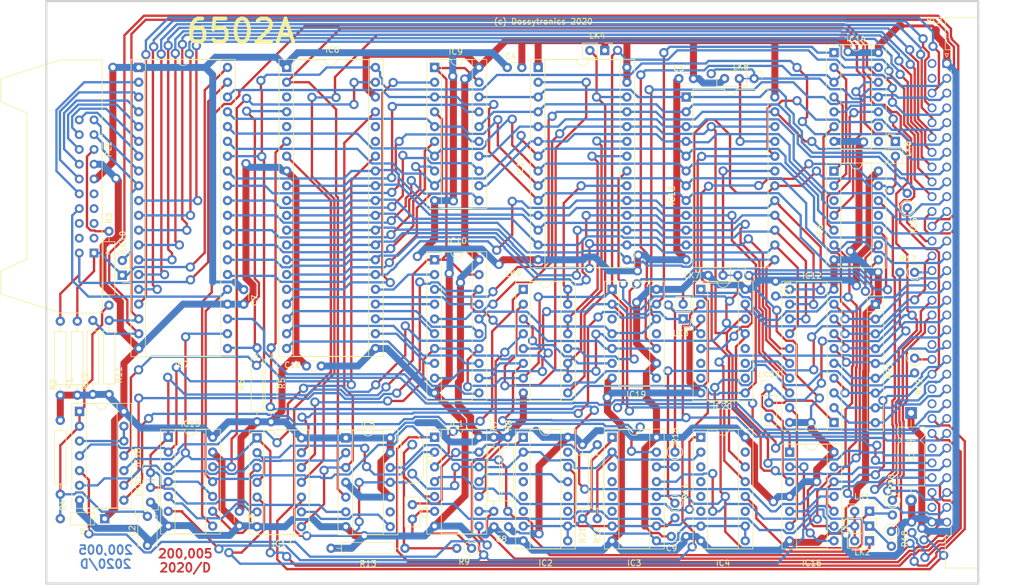
<source format=kicad_pcb>
(kicad_pcb (version 20171130) (host pcbnew "(5.1.6)-1")
  (layers (0 F.Cu signal) (31 B.Cu signal) (34 B.Paste user) (35 F.Paste user) (36 B.SilkS user) (37 F.SilkS user) (38 B.Mask user) (39 F.Mask user) (44 Edge.Cuts user))
  (net 0 "")
  (net 1 VCC)
  (net 2 GND)
  (net 3 "Net-(C2-Pad1)")
  (net 4 "Net-(C3-Pad1)")
  (net 5 "Net-(C3-Pad2)")
  (net 6 /CPU_CLOCKS/CLK_24M)
  (net 7 "Net-(IC1-Pad5)")
  (net 8 "Net-(IC1-Pad11)")
  (net 9 "Net-(IC1-Pad4)")
  (net 10 "Net-(IC1-Pad10)")
  (net 11 "Net-(IC1-Pad3)")
  (net 12 /BUS_NBRQ)
  (net 13 "Net-(IC1-Pad2)")
  (net 14 "Net-(IC1-Pad8)")
  (net 15 /BUS_PHI2)
  (net 16 "Net-(IC2-Pad15)")
  (net 17 /CPU_CLOCKS/PULLUP)
  (net 18 /CPU_CLOCKS/CLK_8M)
  (net 19 "Net-(IC2-Pad6)")
  (net 20 "Net-(IC2-Pad5)")
  (net 21 "Net-(IC2-Pad12)")
  (net 22 "Net-(IC2-Pad4)")
  (net 23 "Net-(IC2-Pad11)")
  (net 24 "Net-(IC2-Pad3)")
  (net 25 /CPU_CLOCKS/CLK_4M)
  (net 26 "Net-(IC3-Pad6)")
  (net 27 /CPU_CLOCKS/CLK_2M)
  (net 28 "Net-(IC3-Pad5)")
  (net 29 /CPU_CLOCKS/CLK_1M)
  (net 30 "Net-(IC3-Pad4)")
  (net 31 "Net-(IC3-Pad11)")
  (net 32 "Net-(IC3-Pad3)")
  (net 33 "Net-(IC4-Pad15)")
  (net 34 /CPU_CLOCKS/CLK_12M)
  (net 35 "Net-(IC4-Pad6)")
  (net 36 /CPU_CLOCKS/CLK_6M)
  (net 37 "Net-(IC4-Pad5)")
  (net 38 /CPU_CLOCKS/CLK_3M)
  (net 39 "Net-(IC4-Pad4)")
  (net 40 "Net-(IC4-Pad11)")
  (net 41 "Net-(IC4-Pad3)")
  (net 42 /CPU_6502A/BUS_BGT)
  (net 43 /BUS_MR)
  (net 44 /BUS_NBGT)
  (net 45 /CPU_CLOCKS/CLK_CPU_NS)
  (net 46 /CPU_READY/CPU_CLK_PHI0)
  (net 47 "Net-(IC5-Pad9)")
  (net 48 "Net-(IC18-Pad6)")
  (net 49 "Net-(IC17-Pad9)")
  (net 50 /BUS_NBLK0)
  (net 51 "Net-(IC14-Pad10)")
  (net 52 /CPU_DEVSEL/NCS_ROM_L9)
  (net 53 "Net-(IC14-Pad12)")
  (net 54 /CPU_DEVSEL/NCS_VIA)
  (net 55 /CPU_6502A/NCS_LOCAL)
  (net 56 "Net-(IC14-Pad2)")
  (net 57 "Net-(IC14-Pad4)")
  (net 58 /CPU_VIA/VIA_CA1)
  (net 59 /CPU_VIA/VIA_CA2)
  (net 60 /BUS_VIA_CB2)
  (net 61 /CPU_6502A/BUS_A0)
  (net 62 /BUS_VIA_CB1)
  (net 63 /CPU_6502A/BUS_A1)
  (net 64 /CPU_EUROCARD/BUS_VIA_PB7)
  (net 65 /CPU_6502A/BUS_A2)
  (net 66 /CPU_EUROCARD/BUS_VIA_PB6)
  (net 67 /CPU_6502A/BUS_A3)
  (net 68 /CPU_EUROCARD/BUS_VIA_PB5)
  (net 69 /BUS_NRST)
  (net 70 /CPU_EUROCARD/BUS_VIA_PB4)
  (net 71 /CPU_6502A/CPU_D0)
  (net 72 /CPU_EUROCARD/BUS_VIA_PB3)
  (net 73 /CPU_6502A/CPU_D1)
  (net 74 /CPU_EUROCARD/BUS_VIA_PB2)
  (net 75 /CPU_6502A/CPU_D2)
  (net 76 /CPU_EUROCARD/BUS_VIA_PB1)
  (net 77 /CPU_6502A/CPU_D3)
  (net 78 /CPU_EUROCARD/BUS_VIA_PB0)
  (net 79 /CPU_6502A/CPU_D4)
  (net 80 /CPU_VIA/VIA_PA7)
  (net 81 /CPU_6502A/CPU_D5)
  (net 82 /CPU_VIA/VIA_PA6)
  (net 83 /CPU_6502A/CPU_D6)
  (net 84 /CPU_VIA/VIA_PA5)
  (net 85 /CPU_6502A/CPU_D7)
  (net 86 /CPU_VIA/VIA_PA4)
  (net 87 /CPU_VIA/VIA_PA3)
  (net 88 /CPU_VIA/VIA_PA2)
  (net 89 /CPU_VIA/VIA_PA1)
  (net 90 /BUS_RNW)
  (net 91 /CPU_VIA/VIA_PA0)
  (net 92 /BUS_NIRQ)
  (net 93 /CPU_6502A/CPUA11)
  (net 94 "Net-(IC15-Pad12)")
  (net 95 /CPU_6502A/CPUA10)
  (net 96 /CPU_6502A/CPUA9)
  (net 97 /CPU_6502A/CPUA8)
  (net 98 "Net-(IC8-Pad36)")
  (net 99 /CPU_6502A/CPUA7)
  (net 100 "Net-(IC8-Pad35)")
  (net 101 /CPU_6502A/CPUA6)
  (net 102 /CPU_6502A/CPU_RNW)
  (net 103 /CPU_6502A/CPUA5)
  (net 104 /CPU_6502A/CPUA4)
  (net 105 /CPU_6502A/CPUA3)
  (net 106 /CPU_6502A/CPUA2)
  (net 107 /CPU_6502A/CPUA1)
  (net 108 /CPU_6502A/CPUA0)
  (net 109 /BUS_SYNC)
  (net 110 /BUS_NNMI)
  (net 111 /CPU_6502A/CPUA15)
  (net 112 "Net-(IC8-Pad5)")
  (net 113 /CPU_6502A/CPUA14)
  (net 114 /CPU_6502A/CPUA13)
  (net 115 "Net-(IC8-Pad3)")
  (net 116 /CPU_6502A/CPUA12)
  (net 117 /CPU_6502A/BUS_A7)
  (net 118 /CPU_6502A/BUS_A6)
  (net 119 /CPU_6502A/BUS_A5)
  (net 120 /CPU_6502A/BUS_A4)
  (net 121 /CPU_6502A/BUS_A11)
  (net 122 /CPU_6502A/BUS_A15)
  (net 123 /CPU_6502A/BUS_A10)
  (net 124 /CPU_6502A/BUS_A14)
  (net 125 /CPU_6502A/BUS_A9)
  (net 126 /CPU_6502A/BUS_A13)
  (net 127 /CPU_6502A/BUS_A8)
  (net 128 /CPU_6502A/BUS_A12)
  (net 129 /CPU_MEM/ROM_26)
  (net 130 /CPU_MEM/ROM_23)
  (net 131 /CPU_MEM/ROM_22)
  (net 132 /CPU_MEM/ROM_20)
  (net 133 "Net-(IC12-Pad19)")
  (net 134 /CPU_6502A/BUS_D7)
  (net 135 /CPU_6502A/BUS_D6)
  (net 136 /CPU_6502A/BUS_D5)
  (net 137 /CPU_6502A/BUS_D4)
  (net 138 /CPU_6502A/BUS_D3)
  (net 139 /CPU_6502A/BUS_D2)
  (net 140 /CPU_6502A/BUS_D1)
  (net 141 /CPU_6502A/BUS_D0)
  (net 142 "Net-(IC13-Pad21)")
  (net 143 /BUS_NRDS)
  (net 144 "Net-(IC13-Pad19)")
  (net 145 /CPU_DEVSEL/NCS_RAM)
  (net 146 "Net-(IC14-Pad6)")
  (net 147 "Net-(IC15-Pad5)")
  (net 148 "Net-(IC15-Pad9)")
  (net 149 /BUS_NWDS)
  (net 150 "Net-(IC16-Pad11)")
  (net 151 "Net-(IC16-Pad3)")
  (net 152 "Net-(IC16-Pad2)")
  (net 153 "Net-(IC17-Pad13)")
  (net 154 "Net-(IC17-Pad11)")
  (net 155 "Net-(IC18-Pad12)")
  (net 156 /CPU_DEVSEL/NCS_ROM_16K)
  (net 157 /CPU_DEVSEL/NCS_ROM_4K)
  (net 158 /CPU_DEVSEL/NCS_ROM_8K)
  (net 159 "Net-(IC20-Pad15)")
  (net 160 "Net-(IC20-Pad7)")
  (net 161 "Net-(IC20-Pad6)")
  (net 162 "Net-(IC20-Pad12)")
  (net 163 "Net-(IC20-Pad11)")
  (net 164 "Net-(IC20-Pad10)")
  (net 165 /CPU_RESET/KBD_NRST)
  (net 166 "Net-(PL1-Pad9)")
  (net 167 "Net-(PL1-Pad7)")
  (net 168 "Net-(PL1-Pad6)")
  (net 169 "Net-(PL1-Pad5)")
  (net 170 "Net-(PL1-Pad4)")
  (net 171 "Net-(PL1-Pad3)")
  (net 172 /BUS_CLK_8M)
  (net 173 /BUS_CLK_4M)
  (net 174 /BUS_CLK_12M)
  (net 175 /BUS_CLK_6M)
  (net 176 /BUS_CLK_2M)
  (net 177 /BUS_CLK_1M)
  (net 178 /BUS_CLK_3M)
  (net 179 "Net-(PL2-Padb31)")
  (net 180 "Net-(PL2-Padb27)")
  (net 181 "Net-(PL2-Padb24)")
  (net 182 "Net-(PL2-Padb23)")
  (net 183 "Net-(PL2-Padb20)")
  (net 184 "Net-(PL2-Padb19)")
  (net 185 "Net-(PL2-Padb2)")
  (net 186 "Net-(PL2-Padb1)")
  (net 187 "Net-(IC14-Pad9)")
  (net 188 "Net-(IC14-Pad8)")
  (net 189 "Net-(IC12-Pad1)")
  (net 190 "Net-(IC15-Pad10)")
  (module LOCAL:Pin_Header_Straight_1x03_Pitch2.54mm_tight_NC12 (layer F.Cu) (at 224.65062 130.52278)
    (fp_text reference LKD2 (at 0 -2.33 180) (layer F.SilkS))
    (fp_text value FIXBUFDIR)
    (fp_line (start 0 0.65) (end 0 1.9) (layer B.Cu) (width 0.25))
    (fp_line (start -0.6 1.25) (end 0.6 1.25) (layer B.Cu) (width 0.12))
    (pad 1 thru_hole circle (at 0 0) (size 1.6 1.6) (drill 0.8) (layers *.Cu *.Mask) (net 90 /BUS_RNW))
    (pad 2 thru_hole oval (at 0 2.54) (size 1.6 1.6) (drill 0.8) (layers *.Cu *.Mask) (net 189 "Net-(IC12-Pad1)"))
    (pad 3 thru_hole oval (at 0 5.08) (size 1.6 1.6) (drill 0.8) (layers *.Cu *.Mask) (net 151 "Net-(IC16-Pad3)"))
  )
  (module LOCAL:Pin_Header_Straight_1x03_Pitch2.54mm_tight_NC12 (layer F.Cu) (at 118.47862 145.05158)
    (fp_text reference LKD1 (at -2.1336 2.2098 270) (layer F.SilkS))
    (fp_text value FIX0)
    (fp_line (start 0 0.65) (end 0 1.9) (layer B.Cu) (width 0.25))
    (fp_line (start -0.6 1.25) (end 0.6 1.25) (layer B.Cu) (width 0.12))
    (pad 1 thru_hole circle (at 0 0) (size 1.6 1.6) (drill 0.8) (layers *.Cu *.Mask) (net 42 /CPU_6502A/BUS_BGT))
    (pad 2 thru_hole oval (at 0 2.54) (size 1.6 1.6) (drill 0.8) (layers *.Cu *.Mask) (net 190 "Net-(IC15-Pad10)"))
    (pad 3 thru_hole oval (at 0 5.08) (size 1.6 1.6) (drill 0.8) (layers *.Cu *.Mask) (net 2 GND))
  )
  (module LOCAL:C_Disc_D3.0mm_W1.6mm_P2.54mm_tight (layer F.Cu) (at 225.79362 112.18398 270)
    (fp_text reference C11 (at 1.25 -2.11 270) (layer F.SilkS))
    (fp_text value 47n)
    (pad 2 thru_hole circle (at 2.54 0 270) (size 1.6 1.6) (drill 0.8) (layers *.Cu *.Mask) (net 2 GND))
    (pad 1 thru_hole circle (at 0 0 270) (size 1.6 1.6) (drill 0.8) (layers *.Cu *.Mask) (net 1 VCC))
  )
  (module LOCAL:C_Disc_D3.0mm_W1.6mm_P2.54mm_tight (layer F.Cu) (at 145.25022 126.73818)
    (fp_text reference C10 (at -2.3622 -0.1524 180) (layer F.SilkS))
    (fp_text value 47n)
    (pad 2 thru_hole circle (at 2.54 0) (size 1.6 1.6) (drill 0.8) (layers *.Cu *.Mask) (net 2 GND))
    (pad 1 thru_hole circle (at 0 0) (size 1.6 1.6) (drill 0.8) (layers *.Cu *.Mask) (net 1 VCC))
  )
  (module Resistors_THT:R_Axial_DIN0207_L6.3mm_D2.5mm_P2.54mm_Vertical (layer F.Cu) (at 245.68182 155.13538 270)
    (fp_text reference R18 (at 1.27 -2.31 90) (layer F.SilkS))
    (fp_text value 68R)
    (pad 1 thru_hole circle (at 0 0 270) (size 1.6 1.6) (drill 0.8) (layers *.Cu *.Mask) (net 176 /BUS_CLK_2M))
    (pad 2 thru_hole oval (at 2.54 0 270) (size 1.6 1.6) (drill 0.8) (layers *.Cu *.Mask) (net 27 /CPU_CLOCKS/CLK_2M))
  )
  (module Connector_DIN:DIN41612_B_2x32_Male_Horizontal_THT (layer F.Cu) (at 255.1992 74.8028 270)
    (fp_text reference PL2 (at -7.39902 2.15138 180) (layer F.SilkS))
    (fp_text value din41612_C64AB)
    (pad b32 thru_hole circle (at 78.74 2.54 270) (size 1.55 1.55) (drill 1) (layers *.Cu *.Mask) (net 2 GND))
    (pad b31 thru_hole circle (at 76.2 2.54 270) (size 1.55 1.55) (drill 1) (layers *.Cu *.Mask) (net 179 "Net-(PL2-Padb31)"))
    (pad b30 thru_hole circle (at 73.66 2.54 270) (size 1.55 1.55) (drill 1) (layers *.Cu *.Mask) (net 109 /BUS_SYNC))
    (pad b29 thru_hole circle (at 71.12 2.54 270) (size 1.55 1.55) (drill 1) (layers *.Cu *.Mask) (net 110 /BUS_NNMI))
    (pad b28 thru_hole circle (at 68.58 2.54 270) (size 1.55 1.55) (drill 1) (layers *.Cu *.Mask) (net 92 /BUS_NIRQ))
    (pad b27 thru_hole circle (at 66.04 2.54 270) (size 1.55 1.55) (drill 1) (layers *.Cu *.Mask) (net 180 "Net-(PL2-Padb27)"))
    (pad b26 thru_hole circle (at 63.5 2.54 270) (size 1.55 1.55) (drill 1) (layers *.Cu *.Mask) (net 43 /BUS_MR))
    (pad b25 thru_hole circle (at 60.96 2.54 270) (size 1.55 1.55) (drill 1) (layers *.Cu *.Mask) (net 12 /BUS_NBRQ))
    (pad b24 thru_hole circle (at 58.42 2.54 270) (size 1.55 1.55) (drill 1) (layers *.Cu *.Mask) (net 181 "Net-(PL2-Padb24)"))
    (pad b23 thru_hole circle (at 55.88 2.54 270) (size 1.55 1.55) (drill 1) (layers *.Cu *.Mask) (net 182 "Net-(PL2-Padb23)"))
    (pad b22 thru_hole circle (at 53.34 2.54 270) (size 1.55 1.55) (drill 1) (layers *.Cu *.Mask) (net 44 /BUS_NBGT))
    (pad b21 thru_hole circle (at 50.8 2.54 270) (size 1.55 1.55) (drill 1) (layers *.Cu *.Mask) (net 177 /BUS_CLK_1M))
    (pad b20 thru_hole circle (at 48.26 2.54 270) (size 1.55 1.55) (drill 1) (layers *.Cu *.Mask) (net 183 "Net-(PL2-Padb20)"))
    (pad b19 thru_hole circle (at 45.72 2.54 270) (size 1.55 1.55) (drill 1) (layers *.Cu *.Mask) (net 184 "Net-(PL2-Padb19)"))
    (pad b18 thru_hole circle (at 43.18 2.54 270) (size 1.55 1.55) (drill 1) (layers *.Cu *.Mask) (net 176 /BUS_CLK_2M))
    (pad b17 thru_hole circle (at 40.64 2.54 270) (size 1.55 1.55) (drill 1) (layers *.Cu *.Mask) (net 178 /BUS_CLK_3M))
    (pad b16 thru_hole circle (at 38.1 2.54 270) (size 1.55 1.55) (drill 1) (layers *.Cu *.Mask) (net 173 /BUS_CLK_4M))
    (pad b15 thru_hole circle (at 35.56 2.54 270) (size 1.55 1.55) (drill 1) (layers *.Cu *.Mask) (net 175 /BUS_CLK_6M))
    (pad b14 thru_hole circle (at 33.02 2.54 270) (size 1.55 1.55) (drill 1) (layers *.Cu *.Mask) (net 172 /BUS_CLK_8M))
    (pad b13 thru_hole circle (at 30.48 2.54 270) (size 1.55 1.55) (drill 1) (layers *.Cu *.Mask) (net 174 /BUS_CLK_12M))
    (pad b12 thru_hole circle (at 27.94 2.54 270) (size 1.55 1.55) (drill 1) (layers *.Cu *.Mask) (net 62 /BUS_VIA_CB1))
    (pad b11 thru_hole circle (at 25.4 2.54 270) (size 1.55 1.55) (drill 1) (layers *.Cu *.Mask) (net 60 /BUS_VIA_CB2))
    (pad b10 thru_hole circle (at 22.86 2.54 270) (size 1.55 1.55) (drill 1) (layers *.Cu *.Mask) (net 78 /CPU_EUROCARD/BUS_VIA_PB0))
    (pad b9 thru_hole circle (at 20.32 2.54 270) (size 1.55 1.55) (drill 1) (layers *.Cu *.Mask) (net 76 /CPU_EUROCARD/BUS_VIA_PB1))
    (pad b8 thru_hole circle (at 17.78 2.54 270) (size 1.55 1.55) (drill 1) (layers *.Cu *.Mask) (net 74 /CPU_EUROCARD/BUS_VIA_PB2))
    (pad b7 thru_hole circle (at 15.24 2.54 270) (size 1.55 1.55) (drill 1) (layers *.Cu *.Mask) (net 72 /CPU_EUROCARD/BUS_VIA_PB3))
    (pad b6 thru_hole circle (at 12.7 2.54 270) (size 1.55 1.55) (drill 1) (layers *.Cu *.Mask) (net 70 /CPU_EUROCARD/BUS_VIA_PB4))
    (pad b5 thru_hole circle (at 10.16 2.54 270) (size 1.55 1.55) (drill 1) (layers *.Cu *.Mask) (net 68 /CPU_EUROCARD/BUS_VIA_PB5))
    (pad b4 thru_hole circle (at 7.62 2.54 270) (size 1.55 1.55) (drill 1) (layers *.Cu *.Mask) (net 66 /CPU_EUROCARD/BUS_VIA_PB6))
    (pad b3 thru_hole circle (at 5.08 2.54 270) (size 1.55 1.55) (drill 1) (layers *.Cu *.Mask) (net 64 /CPU_EUROCARD/BUS_VIA_PB7))
    (pad b2 thru_hole circle (at 2.54 2.54 270) (size 1.55 1.55) (drill 1) (layers *.Cu *.Mask) (net 185 "Net-(PL2-Padb2)"))
    (pad b1 thru_hole circle (at 0 2.54 270) (size 1.55 1.55) (drill 1) (layers *.Cu *.Mask) (net 186 "Net-(PL2-Padb1)"))
    (pad a32 thru_hole circle (at 78.74 0 270) (size 1.55 1.55) (drill 1) (layers *.Cu *.Mask) (net 2 GND))
    (pad a31 thru_hole circle (at 76.2 0 270) (size 1.55 1.55) (drill 1) (layers *.Cu *.Mask) (net 50 /BUS_NBLK0))
    (pad a30 thru_hole circle (at 73.66 0 270) (size 1.55 1.55) (drill 1) (layers *.Cu *.Mask) (net 90 /BUS_RNW))
    (pad a29 thru_hole circle (at 71.12 0 270) (size 1.55 1.55) (drill 1) (layers *.Cu *.Mask) (net 15 /BUS_PHI2))
    (pad a28 thru_hole circle (at 68.58 0 270) (size 1.55 1.55) (drill 1) (layers *.Cu *.Mask) (net 125 /CPU_6502A/BUS_A9))
    (pad a27 thru_hole circle (at 66.04 0 270) (size 1.55 1.55) (drill 1) (layers *.Cu *.Mask) (net 123 /CPU_6502A/BUS_A10))
    (pad a26 thru_hole circle (at 63.5 0 270) (size 1.55 1.55) (drill 1) (layers *.Cu *.Mask) (net 121 /CPU_6502A/BUS_A11))
    (pad a25 thru_hole circle (at 60.96 0 270) (size 1.55 1.55) (drill 1) (layers *.Cu *.Mask) (net 128 /CPU_6502A/BUS_A12))
    (pad a24 thru_hole circle (at 58.42 0 270) (size 1.55 1.55) (drill 1) (layers *.Cu *.Mask) (net 126 /CPU_6502A/BUS_A13))
    (pad a23 thru_hole circle (at 55.88 0 270) (size 1.55 1.55) (drill 1) (layers *.Cu *.Mask) (net 141 /CPU_6502A/BUS_D0))
    (pad a22 thru_hole circle (at 53.34 0 270) (size 1.55 1.55) (drill 1) (layers *.Cu *.Mask) (net 140 /CPU_6502A/BUS_D1))
    (pad a21 thru_hole circle (at 50.8 0 270) (size 1.55 1.55) (drill 1) (layers *.Cu *.Mask) (net 139 /CPU_6502A/BUS_D2))
    (pad a20 thru_hole circle (at 48.26 0 270) (size 1.55 1.55) (drill 1) (layers *.Cu *.Mask) (net 138 /CPU_6502A/BUS_D3))
    (pad a19 thru_hole circle (at 45.72 0 270) (size 1.55 1.55) (drill 1) (layers *.Cu *.Mask) (net 137 /CPU_6502A/BUS_D4))
    (pad a18 thru_hole circle (at 43.18 0 270) (size 1.55 1.55) (drill 1) (layers *.Cu *.Mask) (net 136 /CPU_6502A/BUS_D5))
    (pad a17 thru_hole circle (at 40.64 0 270) (size 1.55 1.55) (drill 1) (layers *.Cu *.Mask) (net 135 /CPU_6502A/BUS_D6))
    (pad a16 thru_hole circle (at 38.1 0 270) (size 1.55 1.55) (drill 1) (layers *.Cu *.Mask) (net 134 /CPU_6502A/BUS_D7))
    (pad a15 thru_hole circle (at 35.56 0 270) (size 1.55 1.55) (drill 1) (layers *.Cu *.Mask) (net 61 /CPU_6502A/BUS_A0))
    (pad a14 thru_hole circle (at 33.02 0 270) (size 1.55 1.55) (drill 1) (layers *.Cu *.Mask) (net 63 /CPU_6502A/BUS_A1))
    (pad a13 thru_hole circle (at 30.48 0 270) (size 1.55 1.55) (drill 1) (layers *.Cu *.Mask) (net 65 /CPU_6502A/BUS_A2))
    (pad a12 thru_hole circle (at 27.94 0 270) (size 1.55 1.55) (drill 1) (layers *.Cu *.Mask) (net 67 /CPU_6502A/BUS_A3))
    (pad a11 thru_hole circle (at 25.4 0 270) (size 1.55 1.55) (drill 1) (layers *.Cu *.Mask) (net 120 /CPU_6502A/BUS_A4))
    (pad a10 thru_hole circle (at 22.86 0 270) (size 1.55 1.55) (drill 1) (layers *.Cu *.Mask) (net 119 /CPU_6502A/BUS_A5))
    (pad a9 thru_hole circle (at 20.32 0 270) (size 1.55 1.55) (drill 1) (layers *.Cu *.Mask) (net 118 /CPU_6502A/BUS_A6))
    (pad a8 thru_hole circle (at 17.78 0 270) (size 1.55 1.55) (drill 1) (layers *.Cu *.Mask) (net 117 /CPU_6502A/BUS_A7))
    (pad a7 thru_hole circle (at 15.24 0 270) (size 1.55 1.55) (drill 1) (layers *.Cu *.Mask) (net 127 /CPU_6502A/BUS_A8))
    (pad a6 thru_hole circle (at 12.7 0 270) (size 1.55 1.55) (drill 1) (layers *.Cu *.Mask) (net 69 /BUS_NRST))
    (pad a5 thru_hole circle (at 10.16 0 270) (size 1.55 1.55) (drill 1) (layers *.Cu *.Mask) (net 143 /BUS_NRDS))
    (pad a4 thru_hole circle (at 7.62 0 270) (size 1.55 1.55) (drill 1) (layers *.Cu *.Mask) (net 149 /BUS_NWDS))
    (pad a3 thru_hole circle (at 5.08 0 270) (size 1.55 1.55) (drill 1) (layers *.Cu *.Mask) (net 124 /CPU_6502A/BUS_A14))
    (pad a2 thru_hole circle (at 2.54 0 270) (size 1.55 1.55) (drill 1) (layers *.Cu *.Mask) (net 122 /CPU_6502A/BUS_A15))
    (pad a1 thru_hole roundrect (at 0 0 270) (size 1.55 1.55) (drill 1) (layers *.Cu *.Mask) (roundrect_rratio 0.16129) (net 1 VCC))
    (pad "" np_thru_hole circle (at 83.82 -2.54 270) (size 2.85 2.85) (drill 2.85) (layers *.Cu *.Mask))
    (pad "" np_thru_hole circle (at -5.08 -2.54 270) (size 2.85 2.85) (drill 2.85) (layers *.Cu *.Mask))
  )
  (module Capacitors_THT:C_Disc_D5.0mm_W2.5mm_P2.50mm (layer F.Cu) (at 163.43662 150.53798 270)
    (fp_text reference C3 (at 1.3716 -2.1844 90) (layer F.SilkS))
    (fp_text value 100p)
    (pad 1 thru_hole circle (at 0 0 270) (size 1.6 1.6) (drill 0.8) (layers *.Cu *.Mask) (net 4 "Net-(C3-Pad1)"))
    (pad 2 thru_hole circle (at 2.5 0 270) (size 1.6 1.6) (drill 0.8) (layers *.Cu *.Mask) (net 5 "Net-(C3-Pad2)"))
  )
  (module LOCAL:CP_Axial_L10.0mm_D4.5mm_P15.00mm_Horizontal_tight (layer F.Cu) (at 249.06002 134.78998 270)
    (fp_text reference C1 (at 7.5184 0 270) (layer F.SilkS))
    (fp_text value 22u)
    (pad 1 thru_hole rect (at 0 0 270) (size 2 2) (drill 1) (layers *.Cu *.Mask) (net 1 VCC))
    (pad 2 thru_hole oval (at 15 0 270) (size 2 2) (drill 1) (layers *.Cu *.Mask) (net 2 GND))
  )
  (module Package_DIP:DIP-14_W7.62mm_Socket (layer F.Cu) (at 235.82662 93.26098)
    (fp_text reference IC6 (at -2.413 10.287 90) (layer F.SilkS))
    (fp_text value 74LS20)
    (pad 14 thru_hole oval (at 7.62 0) (size 1.6 1.6) (drill 0.8) (layers *.Cu *.Mask) (net 1 VCC))
    (pad 7 thru_hole oval (at 0 15.24) (size 1.6 1.6) (drill 0.8) (layers *.Cu *.Mask) (net 2 GND))
    (pad 13 thru_hole oval (at 7.62 2.54) (size 1.6 1.6) (drill 0.8) (layers *.Cu *.Mask) (net 145 /CPU_DEVSEL/NCS_RAM))
    (pad 6 thru_hole oval (at 0 12.7) (size 1.6 1.6) (drill 0.8) (layers *.Cu *.Mask) (net 50 /BUS_NBLK0))
    (pad 12 thru_hole oval (at 7.62 5.08) (size 1.6 1.6) (drill 0.8) (layers *.Cu *.Mask) (net 15 /BUS_PHI2))
    (pad 5 thru_hole oval (at 0 10.16) (size 1.6 1.6) (drill 0.8) (layers *.Cu *.Mask) (net 51 "Net-(IC14-Pad10)"))
    (pad 11 thru_hole oval (at 7.62 7.62) (size 1.6 1.6) (drill 0.8) (layers *.Cu *.Mask))
    (pad 4 thru_hole oval (at 0 7.62) (size 1.6 1.6) (drill 0.8) (layers *.Cu *.Mask) (net 53 "Net-(IC14-Pad12)"))
    (pad 10 thru_hole oval (at 7.62 10.16) (size 1.6 1.6) (drill 0.8) (layers *.Cu *.Mask) (net 52 /CPU_DEVSEL/NCS_ROM_L9))
    (pad 3 thru_hole oval (at 0 5.08) (size 1.6 1.6) (drill 0.8) (layers *.Cu *.Mask))
    (pad 9 thru_hole oval (at 7.62 12.7) (size 1.6 1.6) (drill 0.8) (layers *.Cu *.Mask) (net 54 /CPU_DEVSEL/NCS_VIA))
    (pad 2 thru_hole oval (at 0 2.54) (size 1.6 1.6) (drill 0.8) (layers *.Cu *.Mask) (net 56 "Net-(IC14-Pad2)"))
    (pad 8 thru_hole oval (at 7.62 15.24) (size 1.6 1.6) (drill 0.8) (layers *.Cu *.Mask) (net 55 /CPU_6502A/NCS_LOCAL))
    (pad 1 thru_hole rect (at 0 0) (size 1.6 1.6) (drill 0.8) (layers *.Cu *.Mask) (net 57 "Net-(IC14-Pad4)"))
  )
  (module Package_DIP:DIP-14_W7.62mm_Socket (layer F.Cu) (at 121.52662 138.98098)
    (fp_text reference IC15 (at 3.81 -2.33) (layer F.SilkS))
    (fp_text value 74LS125)
    (pad 14 thru_hole oval (at 7.62 0) (size 1.6 1.6) (drill 0.8) (layers *.Cu *.Mask) (net 1 VCC))
    (pad 7 thru_hole oval (at 0 15.24) (size 1.6 1.6) (drill 0.8) (layers *.Cu *.Mask) (net 2 GND))
    (pad 13 thru_hole oval (at 7.62 2.54) (size 1.6 1.6) (drill 0.8) (layers *.Cu *.Mask) (net 2 GND))
    (pad 6 thru_hole oval (at 0 12.7) (size 1.6 1.6) (drill 0.8) (layers *.Cu *.Mask) (net 143 /BUS_NRDS))
    (pad 12 thru_hole oval (at 7.62 5.08) (size 1.6 1.6) (drill 0.8) (layers *.Cu *.Mask) (net 94 "Net-(IC15-Pad12)"))
    (pad 5 thru_hole oval (at 0 10.16) (size 1.6 1.6) (drill 0.8) (layers *.Cu *.Mask) (net 147 "Net-(IC15-Pad5)"))
    (pad 11 thru_hole oval (at 7.62 7.62) (size 1.6 1.6) (drill 0.8) (layers *.Cu *.Mask) (net 15 /BUS_PHI2))
    (pad 4 thru_hole oval (at 0 7.62) (size 1.6 1.6) (drill 0.8) (layers *.Cu *.Mask) (net 190 "Net-(IC15-Pad10)"))
    (pad 10 thru_hole oval (at 7.62 10.16) (size 1.6 1.6) (drill 0.8) (layers *.Cu *.Mask) (net 190 "Net-(IC15-Pad10)"))
    (pad 3 thru_hole oval (at 0 5.08) (size 1.6 1.6) (drill 0.8) (layers *.Cu *.Mask) (net 90 /BUS_RNW))
    (pad 9 thru_hole oval (at 7.62 12.7) (size 1.6 1.6) (drill 0.8) (layers *.Cu *.Mask) (net 148 "Net-(IC15-Pad9)"))
    (pad 2 thru_hole oval (at 0 2.54) (size 1.6 1.6) (drill 0.8) (layers *.Cu *.Mask) (net 102 /CPU_6502A/CPU_RNW))
    (pad 8 thru_hole oval (at 7.62 15.24) (size 1.6 1.6) (drill 0.8) (layers *.Cu *.Mask) (net 149 /BUS_NWDS))
    (pad 1 thru_hole rect (at 0 0) (size 1.6 1.6) (drill 0.8) (layers *.Cu *.Mask) (net 42 /CPU_6502A/BUS_BGT))
  )
  (module Diodes_THT:D_DO-35_SOD27_P7.62mm_Horizontal (layer F.Cu) (at 110.60462 152.95098 180)
    (fp_text reference D1 (at 3.3528 -2.2098) (layer F.SilkS))
    (fp_text value 1N4148)
    (pad 1 thru_hole rect (at 0 0 180) (size 1.6 1.6) (drill 0.8) (layers *.Cu *.Mask) (net 1 VCC))
    (pad 2 thru_hole oval (at 7.62 0 180) (size 1.6 1.6) (drill 0.8) (layers *.Cu *.Mask) (net 3 "Net-(C2-Pad1)"))
  )
  (module Package_DIP:DIP-14_W7.62mm_Socket (layer F.Cu) (at 167.24662 138.98098)
    (fp_text reference IC1 (at 3.81 -2.33) (layer F.SilkS))
    (fp_text value 74S04)
    (pad 14 thru_hole oval (at 7.62 0) (size 1.6 1.6) (drill 0.8) (layers *.Cu *.Mask) (net 1 VCC))
    (pad 7 thru_hole oval (at 0 15.24) (size 1.6 1.6) (drill 0.8) (layers *.Cu *.Mask) (net 2 GND))
    (pad 13 thru_hole oval (at 7.62 2.54) (size 1.6 1.6) (drill 0.8) (layers *.Cu *.Mask) (net 4 "Net-(C3-Pad1)"))
    (pad 6 thru_hole oval (at 0 12.7) (size 1.6 1.6) (drill 0.8) (layers *.Cu *.Mask) (net 5 "Net-(C3-Pad2)"))
    (pad 12 thru_hole oval (at 7.62 5.08) (size 1.6 1.6) (drill 0.8) (layers *.Cu *.Mask) (net 6 /CPU_CLOCKS/CLK_24M))
    (pad 5 thru_hole oval (at 0 10.16) (size 1.6 1.6) (drill 0.8) (layers *.Cu *.Mask) (net 7 "Net-(IC1-Pad5)"))
    (pad 11 thru_hole oval (at 7.62 7.62) (size 1.6 1.6) (drill 0.8) (layers *.Cu *.Mask) (net 8 "Net-(IC1-Pad11)"))
    (pad 4 thru_hole oval (at 0 7.62) (size 1.6 1.6) (drill 0.8) (layers *.Cu *.Mask) (net 9 "Net-(IC1-Pad4)"))
    (pad 10 thru_hole oval (at 7.62 10.16) (size 1.6 1.6) (drill 0.8) (layers *.Cu *.Mask) (net 10 "Net-(IC1-Pad10)"))
    (pad 3 thru_hole oval (at 0 5.08) (size 1.6 1.6) (drill 0.8) (layers *.Cu *.Mask) (net 11 "Net-(IC1-Pad3)"))
    (pad 9 thru_hole oval (at 7.62 12.7) (size 1.6 1.6) (drill 0.8) (layers *.Cu *.Mask) (net 12 /BUS_NBRQ))
    (pad 2 thru_hole oval (at 0 2.54) (size 1.6 1.6) (drill 0.8) (layers *.Cu *.Mask) (net 13 "Net-(IC1-Pad2)"))
    (pad 8 thru_hole oval (at 7.62 15.24) (size 1.6 1.6) (drill 0.8) (layers *.Cu *.Mask) (net 14 "Net-(IC1-Pad8)"))
    (pad 1 thru_hole rect (at 0 0) (size 1.6 1.6) (drill 0.8) (layers *.Cu *.Mask) (net 15 /BUS_PHI2))
  )
  (module Package_DIP:DIP-16_W7.62mm_Socket (layer F.Cu) (at 182.48662 138.98098)
    (fp_text reference IC2 (at 3.81 21.59) (layer F.SilkS))
    (fp_text value 74S163)
    (pad 16 thru_hole oval (at 7.62 0) (size 1.6 1.6) (drill 0.8) (layers *.Cu *.Mask) (net 1 VCC))
    (pad 8 thru_hole oval (at 0 17.78) (size 1.6 1.6) (drill 0.8) (layers *.Cu *.Mask) (net 2 GND))
    (pad 15 thru_hole oval (at 7.62 2.54) (size 1.6 1.6) (drill 0.8) (layers *.Cu *.Mask) (net 16 "Net-(IC2-Pad15)"))
    (pad 7 thru_hole oval (at 0 15.24) (size 1.6 1.6) (drill 0.8) (layers *.Cu *.Mask) (net 17 /CPU_CLOCKS/PULLUP))
    (pad 14 thru_hole oval (at 7.62 5.08) (size 1.6 1.6) (drill 0.8) (layers *.Cu *.Mask) (net 18 /CPU_CLOCKS/CLK_8M))
    (pad 6 thru_hole oval (at 0 12.7) (size 1.6 1.6) (drill 0.8) (layers *.Cu *.Mask) (net 19 "Net-(IC2-Pad6)"))
    (pad 13 thru_hole oval (at 7.62 7.62) (size 1.6 1.6) (drill 0.8) (layers *.Cu *.Mask) (net 8 "Net-(IC1-Pad11)"))
    (pad 5 thru_hole oval (at 0 10.16) (size 1.6 1.6) (drill 0.8) (layers *.Cu *.Mask) (net 20 "Net-(IC2-Pad5)"))
    (pad 12 thru_hole oval (at 7.62 10.16) (size 1.6 1.6) (drill 0.8) (layers *.Cu *.Mask) (net 21 "Net-(IC2-Pad12)"))
    (pad 4 thru_hole oval (at 0 7.62) (size 1.6 1.6) (drill 0.8) (layers *.Cu *.Mask) (net 22 "Net-(IC2-Pad4)"))
    (pad 11 thru_hole oval (at 7.62 12.7) (size 1.6 1.6) (drill 0.8) (layers *.Cu *.Mask) (net 23 "Net-(IC2-Pad11)"))
    (pad 3 thru_hole oval (at 0 5.08) (size 1.6 1.6) (drill 0.8) (layers *.Cu *.Mask) (net 24 "Net-(IC2-Pad3)"))
    (pad 10 thru_hole oval (at 7.62 15.24) (size 1.6 1.6) (drill 0.8) (layers *.Cu *.Mask) (net 17 /CPU_CLOCKS/PULLUP))
    (pad 2 thru_hole oval (at 0 2.54) (size 1.6 1.6) (drill 0.8) (layers *.Cu *.Mask) (net 6 /CPU_CLOCKS/CLK_24M))
    (pad 9 thru_hole oval (at 7.62 17.78) (size 1.6 1.6) (drill 0.8) (layers *.Cu *.Mask) (net 17 /CPU_CLOCKS/PULLUP))
    (pad 1 thru_hole rect (at 0 0) (size 1.6 1.6) (drill 0.8) (layers *.Cu *.Mask) (net 10 "Net-(IC1-Pad10)"))
  )
  (module Package_DIP:DIP-16_W7.62mm_Socket (layer F.Cu) (at 197.72662 138.98098)
    (fp_text reference IC3 (at 3.81 21.59) (layer F.SilkS))
    (fp_text value 74S163)
    (pad 16 thru_hole oval (at 7.62 0) (size 1.6 1.6) (drill 0.8) (layers *.Cu *.Mask) (net 1 VCC))
    (pad 8 thru_hole oval (at 0 17.78) (size 1.6 1.6) (drill 0.8) (layers *.Cu *.Mask) (net 2 GND))
    (pad 15 thru_hole oval (at 7.62 2.54) (size 1.6 1.6) (drill 0.8) (layers *.Cu *.Mask) (net 11 "Net-(IC1-Pad3)"))
    (pad 7 thru_hole oval (at 0 15.24) (size 1.6 1.6) (drill 0.8) (layers *.Cu *.Mask) (net 18 /CPU_CLOCKS/CLK_8M))
    (pad 14 thru_hole oval (at 7.62 5.08) (size 1.6 1.6) (drill 0.8) (layers *.Cu *.Mask) (net 25 /CPU_CLOCKS/CLK_4M))
    (pad 6 thru_hole oval (at 0 12.7) (size 1.6 1.6) (drill 0.8) (layers *.Cu *.Mask) (net 26 "Net-(IC3-Pad6)"))
    (pad 13 thru_hole oval (at 7.62 7.62) (size 1.6 1.6) (drill 0.8) (layers *.Cu *.Mask) (net 27 /CPU_CLOCKS/CLK_2M))
    (pad 5 thru_hole oval (at 0 10.16) (size 1.6 1.6) (drill 0.8) (layers *.Cu *.Mask) (net 28 "Net-(IC3-Pad5)"))
    (pad 12 thru_hole oval (at 7.62 10.16) (size 1.6 1.6) (drill 0.8) (layers *.Cu *.Mask) (net 29 /CPU_CLOCKS/CLK_1M))
    (pad 4 thru_hole oval (at 0 7.62) (size 1.6 1.6) (drill 0.8) (layers *.Cu *.Mask) (net 30 "Net-(IC3-Pad4)"))
    (pad 11 thru_hole oval (at 7.62 12.7) (size 1.6 1.6) (drill 0.8) (layers *.Cu *.Mask) (net 31 "Net-(IC3-Pad11)"))
    (pad 3 thru_hole oval (at 0 5.08) (size 1.6 1.6) (drill 0.8) (layers *.Cu *.Mask) (net 32 "Net-(IC3-Pad3)"))
    (pad 10 thru_hole oval (at 7.62 15.24) (size 1.6 1.6) (drill 0.8) (layers *.Cu *.Mask) (net 18 /CPU_CLOCKS/CLK_8M))
    (pad 2 thru_hole oval (at 0 2.54) (size 1.6 1.6) (drill 0.8) (layers *.Cu *.Mask) (net 6 /CPU_CLOCKS/CLK_24M))
    (pad 9 thru_hole oval (at 7.62 17.78) (size 1.6 1.6) (drill 0.8) (layers *.Cu *.Mask) (net 17 /CPU_CLOCKS/PULLUP))
    (pad 1 thru_hole rect (at 0 0) (size 1.6 1.6) (drill 0.8) (layers *.Cu *.Mask) (net 17 /CPU_CLOCKS/PULLUP))
  )
  (module Package_DIP:DIP-16_W7.62mm_Socket (layer F.Cu) (at 212.96662 138.98098)
    (fp_text reference IC4 (at 3.81 21.59) (layer F.SilkS))
    (fp_text value 74S163)
    (pad 16 thru_hole oval (at 7.62 0) (size 1.6 1.6) (drill 0.8) (layers *.Cu *.Mask) (net 1 VCC))
    (pad 8 thru_hole oval (at 0 17.78) (size 1.6 1.6) (drill 0.8) (layers *.Cu *.Mask) (net 2 GND))
    (pad 15 thru_hole oval (at 7.62 2.54) (size 1.6 1.6) (drill 0.8) (layers *.Cu *.Mask) (net 33 "Net-(IC4-Pad15)"))
    (pad 7 thru_hole oval (at 0 15.24) (size 1.6 1.6) (drill 0.8) (layers *.Cu *.Mask) (net 17 /CPU_CLOCKS/PULLUP))
    (pad 14 thru_hole oval (at 7.62 5.08) (size 1.6 1.6) (drill 0.8) (layers *.Cu *.Mask) (net 34 /CPU_CLOCKS/CLK_12M))
    (pad 6 thru_hole oval (at 0 12.7) (size 1.6 1.6) (drill 0.8) (layers *.Cu *.Mask) (net 35 "Net-(IC4-Pad6)"))
    (pad 13 thru_hole oval (at 7.62 7.62) (size 1.6 1.6) (drill 0.8) (layers *.Cu *.Mask) (net 36 /CPU_CLOCKS/CLK_6M))
    (pad 5 thru_hole oval (at 0 10.16) (size 1.6 1.6) (drill 0.8) (layers *.Cu *.Mask) (net 37 "Net-(IC4-Pad5)"))
    (pad 12 thru_hole oval (at 7.62 10.16) (size 1.6 1.6) (drill 0.8) (layers *.Cu *.Mask) (net 38 /CPU_CLOCKS/CLK_3M))
    (pad 4 thru_hole oval (at 0 7.62) (size 1.6 1.6) (drill 0.8) (layers *.Cu *.Mask) (net 39 "Net-(IC4-Pad4)"))
    (pad 11 thru_hole oval (at 7.62 12.7) (size 1.6 1.6) (drill 0.8) (layers *.Cu *.Mask) (net 40 "Net-(IC4-Pad11)"))
    (pad 3 thru_hole oval (at 0 5.08) (size 1.6 1.6) (drill 0.8) (layers *.Cu *.Mask) (net 41 "Net-(IC4-Pad3)"))
    (pad 10 thru_hole oval (at 7.62 15.24) (size 1.6 1.6) (drill 0.8) (layers *.Cu *.Mask) (net 17 /CPU_CLOCKS/PULLUP))
    (pad 2 thru_hole oval (at 0 2.54) (size 1.6 1.6) (drill 0.8) (layers *.Cu *.Mask) (net 6 /CPU_CLOCKS/CLK_24M))
    (pad 9 thru_hole oval (at 7.62 17.78) (size 1.6 1.6) (drill 0.8) (layers *.Cu *.Mask) (net 17 /CPU_CLOCKS/PULLUP))
    (pad 1 thru_hole rect (at 0 0) (size 1.6 1.6) (drill 0.8) (layers *.Cu *.Mask) (net 9 "Net-(IC1-Pad4)"))
  )
  (module Package_DIP:DIP-14_W7.62mm_Socket (layer F.Cu) (at 152.00662 139.08786)
    (fp_text reference IC5 (at 3.81 -2.33) (layer F.SilkS))
    (fp_text value 74LS74)
    (pad 14 thru_hole oval (at 7.62 0) (size 1.6 1.6) (drill 0.8) (layers *.Cu *.Mask) (net 1 VCC))
    (pad 7 thru_hole oval (at 0 15.24) (size 1.6 1.6) (drill 0.8) (layers *.Cu *.Mask) (net 2 GND))
    (pad 13 thru_hole oval (at 7.62 2.54) (size 1.6 1.6) (drill 0.8) (layers *.Cu *.Mask) (net 1 VCC))
    (pad 6 thru_hole oval (at 0 12.7) (size 1.6 1.6) (drill 0.8) (layers *.Cu *.Mask) (net 42 /CPU_6502A/BUS_BGT))
    (pad 12 thru_hole oval (at 7.62 5.08) (size 1.6 1.6) (drill 0.8) (layers *.Cu *.Mask) (net 43 /BUS_MR))
    (pad 5 thru_hole oval (at 0 10.16) (size 1.6 1.6) (drill 0.8) (layers *.Cu *.Mask) (net 44 /BUS_NBGT))
    (pad 11 thru_hole oval (at 7.62 7.62) (size 1.6 1.6) (drill 0.8) (layers *.Cu *.Mask) (net 45 /CPU_CLOCKS/CLK_CPU_NS))
    (pad 4 thru_hole oval (at 0 7.62) (size 1.6 1.6) (drill 0.8) (layers *.Cu *.Mask) (net 1 VCC))
    (pad 10 thru_hole oval (at 7.62 10.16) (size 1.6 1.6) (drill 0.8) (layers *.Cu *.Mask) (net 1 VCC))
    (pad 3 thru_hole oval (at 0 5.08) (size 1.6 1.6) (drill 0.8) (layers *.Cu *.Mask) (net 46 /CPU_READY/CPU_CLK_PHI0))
    (pad 9 thru_hole oval (at 7.62 12.7) (size 1.6 1.6) (drill 0.8) (layers *.Cu *.Mask) (net 47 "Net-(IC5-Pad9)"))
    (pad 2 thru_hole oval (at 0 2.54) (size 1.6 1.6) (drill 0.8) (layers *.Cu *.Mask) (net 48 "Net-(IC18-Pad6)"))
    (pad 8 thru_hole oval (at 7.62 15.24) (size 1.6 1.6) (drill 0.8) (layers *.Cu *.Mask) (net 49 "Net-(IC17-Pad9)"))
    (pad 1 thru_hole rect (at 0 0) (size 1.6 1.6) (drill 0.8) (layers *.Cu *.Mask) (net 1 VCC))
  )
  (module Package_DIP:DIP-40_W15.24mm_Socket (layer F.Cu) (at 116.45138 75.47356)
    (fp_text reference IC7 (at 7.41204 50.98522) (layer F.SilkS))
    (fp_text value 6522)
    (pad 40 thru_hole oval (at 15.24 0) (size 1.6 1.6) (drill 0.8) (layers *.Cu *.Mask) (net 58 /CPU_VIA/VIA_CA1))
    (pad 20 thru_hole oval (at 0 48.26) (size 1.6 1.6) (drill 0.8) (layers *.Cu *.Mask) (net 1 VCC))
    (pad 39 thru_hole oval (at 15.24 2.54) (size 1.6 1.6) (drill 0.8) (layers *.Cu *.Mask) (net 59 /CPU_VIA/VIA_CA2))
    (pad 19 thru_hole oval (at 0 45.72) (size 1.6 1.6) (drill 0.8) (layers *.Cu *.Mask) (net 60 /BUS_VIA_CB2))
    (pad 38 thru_hole oval (at 15.24 5.08) (size 1.6 1.6) (drill 0.8) (layers *.Cu *.Mask) (net 61 /CPU_6502A/BUS_A0))
    (pad 18 thru_hole oval (at 0 43.18) (size 1.6 1.6) (drill 0.8) (layers *.Cu *.Mask) (net 62 /BUS_VIA_CB1))
    (pad 37 thru_hole oval (at 15.24 7.62) (size 1.6 1.6) (drill 0.8) (layers *.Cu *.Mask) (net 63 /CPU_6502A/BUS_A1))
    (pad 17 thru_hole oval (at 0 40.64) (size 1.6 1.6) (drill 0.8) (layers *.Cu *.Mask) (net 64 /CPU_EUROCARD/BUS_VIA_PB7))
    (pad 36 thru_hole oval (at 15.24 10.16) (size 1.6 1.6) (drill 0.8) (layers *.Cu *.Mask) (net 65 /CPU_6502A/BUS_A2))
    (pad 16 thru_hole oval (at 0 38.1) (size 1.6 1.6) (drill 0.8) (layers *.Cu *.Mask) (net 66 /CPU_EUROCARD/BUS_VIA_PB6))
    (pad 35 thru_hole oval (at 15.24 12.7) (size 1.6 1.6) (drill 0.8) (layers *.Cu *.Mask) (net 67 /CPU_6502A/BUS_A3))
    (pad 15 thru_hole oval (at 0 35.56) (size 1.6 1.6) (drill 0.8) (layers *.Cu *.Mask) (net 68 /CPU_EUROCARD/BUS_VIA_PB5))
    (pad 34 thru_hole oval (at 15.24 15.24) (size 1.6 1.6) (drill 0.8) (layers *.Cu *.Mask) (net 69 /BUS_NRST))
    (pad 14 thru_hole oval (at 0 33.02) (size 1.6 1.6) (drill 0.8) (layers *.Cu *.Mask) (net 70 /CPU_EUROCARD/BUS_VIA_PB4))
    (pad 33 thru_hole oval (at 15.24 17.78) (size 1.6 1.6) (drill 0.8) (layers *.Cu *.Mask) (net 71 /CPU_6502A/CPU_D0))
    (pad 13 thru_hole oval (at 0 30.48) (size 1.6 1.6) (drill 0.8) (layers *.Cu *.Mask) (net 72 /CPU_EUROCARD/BUS_VIA_PB3))
    (pad 32 thru_hole oval (at 15.24 20.32) (size 1.6 1.6) (drill 0.8) (layers *.Cu *.Mask) (net 73 /CPU_6502A/CPU_D1))
    (pad 12 thru_hole oval (at 0 27.94) (size 1.6 1.6) (drill 0.8) (layers *.Cu *.Mask) (net 74 /CPU_EUROCARD/BUS_VIA_PB2))
    (pad 31 thru_hole oval (at 15.24 22.86) (size 1.6 1.6) (drill 0.8) (layers *.Cu *.Mask) (net 75 /CPU_6502A/CPU_D2))
    (pad 11 thru_hole oval (at 0 25.4) (size 1.6 1.6) (drill 0.8) (layers *.Cu *.Mask) (net 76 /CPU_EUROCARD/BUS_VIA_PB1))
    (pad 30 thru_hole oval (at 15.24 25.4) (size 1.6 1.6) (drill 0.8) (layers *.Cu *.Mask) (net 77 /CPU_6502A/CPU_D3))
    (pad 10 thru_hole oval (at 0 22.86) (size 1.6 1.6) (drill 0.8) (layers *.Cu *.Mask) (net 78 /CPU_EUROCARD/BUS_VIA_PB0))
    (pad 29 thru_hole oval (at 15.24 27.94) (size 1.6 1.6) (drill 0.8) (layers *.Cu *.Mask) (net 79 /CPU_6502A/CPU_D4))
    (pad 9 thru_hole oval (at 0 20.32) (size 1.6 1.6) (drill 0.8) (layers *.Cu *.Mask) (net 80 /CPU_VIA/VIA_PA7))
    (pad 28 thru_hole oval (at 15.24 30.48) (size 1.6 1.6) (drill 0.8) (layers *.Cu *.Mask) (net 81 /CPU_6502A/CPU_D5))
    (pad 8 thru_hole oval (at 0 17.78) (size 1.6 1.6) (drill 0.8) (layers *.Cu *.Mask) (net 82 /CPU_VIA/VIA_PA6))
    (pad 27 thru_hole oval (at 15.24 33.02) (size 1.6 1.6) (drill 0.8) (layers *.Cu *.Mask) (net 83 /CPU_6502A/CPU_D6))
    (pad 7 thru_hole oval (at 0 15.24) (size 1.6 1.6) (drill 0.8) (layers *.Cu *.Mask) (net 84 /CPU_VIA/VIA_PA5))
    (pad 26 thru_hole oval (at 15.24 35.56) (size 1.6 1.6) (drill 0.8) (layers *.Cu *.Mask) (net 85 /CPU_6502A/CPU_D7))
    (pad 6 thru_hole oval (at 0 12.7) (size 1.6 1.6) (drill 0.8) (layers *.Cu *.Mask) (net 86 /CPU_VIA/VIA_PA4))
    (pad 25 thru_hole oval (at 15.24 38.1) (size 1.6 1.6) (drill 0.8) (layers *.Cu *.Mask) (net 15 /BUS_PHI2))
    (pad 5 thru_hole oval (at 0 10.16) (size 1.6 1.6) (drill 0.8) (layers *.Cu *.Mask) (net 87 /CPU_VIA/VIA_PA3))
    (pad 24 thru_hole oval (at 15.24 40.64) (size 1.6 1.6) (drill 0.8) (layers *.Cu *.Mask) (net 1 VCC))
    (pad 4 thru_hole oval (at 0 7.62) (size 1.6 1.6) (drill 0.8) (layers *.Cu *.Mask) (net 88 /CPU_VIA/VIA_PA2))
    (pad 23 thru_hole oval (at 15.24 43.18) (size 1.6 1.6) (drill 0.8) (layers *.Cu *.Mask) (net 54 /CPU_DEVSEL/NCS_VIA))
    (pad 3 thru_hole oval (at 0 5.08) (size 1.6 1.6) (drill 0.8) (layers *.Cu *.Mask) (net 89 /CPU_VIA/VIA_PA1))
    (pad 22 thru_hole oval (at 15.24 45.72) (size 1.6 1.6) (drill 0.8) (layers *.Cu *.Mask) (net 90 /BUS_RNW))
    (pad 2 thru_hole oval (at 0 2.54) (size 1.6 1.6) (drill 0.8) (layers *.Cu *.Mask) (net 91 /CPU_VIA/VIA_PA0))
    (pad 21 thru_hole oval (at 15.24 48.26) (size 1.6 1.6) (drill 0.8) (layers *.Cu *.Mask) (net 92 /BUS_NIRQ))
    (pad 1 thru_hole rect (at 0 0) (size 1.6 1.6) (drill 0.8) (layers *.Cu *.Mask) (net 2 GND))
  )
  (module Package_DIP:DIP-40_W15.24mm_Socket (layer F.Cu) (at 141.85138 75.47356)
    (fp_text reference IC8 (at 7.84384 -3.04058) (layer F.SilkS))
    (fp_text value 6502A)
    (pad 40 thru_hole oval (at 15.24 0) (size 1.6 1.6) (drill 0.8) (layers *.Cu *.Mask) (net 69 /BUS_NRST))
    (pad 20 thru_hole oval (at 0 48.26) (size 1.6 1.6) (drill 0.8) (layers *.Cu *.Mask) (net 93 /CPU_6502A/CPUA11))
    (pad 39 thru_hole oval (at 15.24 2.54) (size 1.6 1.6) (drill 0.8) (layers *.Cu *.Mask) (net 94 "Net-(IC15-Pad12)"))
    (pad 19 thru_hole oval (at 0 45.72) (size 1.6 1.6) (drill 0.8) (layers *.Cu *.Mask) (net 95 /CPU_6502A/CPUA10))
    (pad 38 thru_hole oval (at 15.24 5.08) (size 1.6 1.6) (drill 0.8) (layers *.Cu *.Mask) (net 1 VCC))
    (pad 18 thru_hole oval (at 0 43.18) (size 1.6 1.6) (drill 0.8) (layers *.Cu *.Mask) (net 96 /CPU_6502A/CPUA9))
    (pad 37 thru_hole oval (at 15.24 7.62) (size 1.6 1.6) (drill 0.8) (layers *.Cu *.Mask) (net 46 /CPU_READY/CPU_CLK_PHI0))
    (pad 17 thru_hole oval (at 0 40.64) (size 1.6 1.6) (drill 0.8) (layers *.Cu *.Mask) (net 97 /CPU_6502A/CPUA8))
    (pad 36 thru_hole oval (at 15.24 10.16) (size 1.6 1.6) (drill 0.8) (layers *.Cu *.Mask) (net 98 "Net-(IC8-Pad36)"))
    (pad 16 thru_hole oval (at 0 38.1) (size 1.6 1.6) (drill 0.8) (layers *.Cu *.Mask) (net 99 /CPU_6502A/CPUA7))
    (pad 35 thru_hole oval (at 15.24 12.7) (size 1.6 1.6) (drill 0.8) (layers *.Cu *.Mask) (net 100 "Net-(IC8-Pad35)"))
    (pad 15 thru_hole oval (at 0 35.56) (size 1.6 1.6) (drill 0.8) (layers *.Cu *.Mask) (net 101 /CPU_6502A/CPUA6))
    (pad 34 thru_hole oval (at 15.24 15.24) (size 1.6 1.6) (drill 0.8) (layers *.Cu *.Mask) (net 102 /CPU_6502A/CPU_RNW))
    (pad 14 thru_hole oval (at 0 33.02) (size 1.6 1.6) (drill 0.8) (layers *.Cu *.Mask) (net 103 /CPU_6502A/CPUA5))
    (pad 33 thru_hole oval (at 15.24 17.78) (size 1.6 1.6) (drill 0.8) (layers *.Cu *.Mask) (net 71 /CPU_6502A/CPU_D0))
    (pad 13 thru_hole oval (at 0 30.48) (size 1.6 1.6) (drill 0.8) (layers *.Cu *.Mask) (net 104 /CPU_6502A/CPUA4))
    (pad 32 thru_hole oval (at 15.24 20.32) (size 1.6 1.6) (drill 0.8) (layers *.Cu *.Mask) (net 73 /CPU_6502A/CPU_D1))
    (pad 12 thru_hole oval (at 0 27.94) (size 1.6 1.6) (drill 0.8) (layers *.Cu *.Mask) (net 105 /CPU_6502A/CPUA3))
    (pad 31 thru_hole oval (at 15.24 22.86) (size 1.6 1.6) (drill 0.8) (layers *.Cu *.Mask) (net 75 /CPU_6502A/CPU_D2))
    (pad 11 thru_hole oval (at 0 25.4) (size 1.6 1.6) (drill 0.8) (layers *.Cu *.Mask) (net 106 /CPU_6502A/CPUA2))
    (pad 30 thru_hole oval (at 15.24 25.4) (size 1.6 1.6) (drill 0.8) (layers *.Cu *.Mask) (net 77 /CPU_6502A/CPU_D3))
    (pad 10 thru_hole oval (at 0 22.86) (size 1.6 1.6) (drill 0.8) (layers *.Cu *.Mask) (net 107 /CPU_6502A/CPUA1))
    (pad 29 thru_hole oval (at 15.24 27.94) (size 1.6 1.6) (drill 0.8) (layers *.Cu *.Mask) (net 79 /CPU_6502A/CPU_D4))
    (pad 9 thru_hole oval (at 0 20.32) (size 1.6 1.6) (drill 0.8) (layers *.Cu *.Mask) (net 108 /CPU_6502A/CPUA0))
    (pad 28 thru_hole oval (at 15.24 30.48) (size 1.6 1.6) (drill 0.8) (layers *.Cu *.Mask) (net 81 /CPU_6502A/CPU_D5))
    (pad 8 thru_hole oval (at 0 17.78) (size 1.6 1.6) (drill 0.8) (layers *.Cu *.Mask) (net 1 VCC))
    (pad 27 thru_hole oval (at 15.24 33.02) (size 1.6 1.6) (drill 0.8) (layers *.Cu *.Mask) (net 83 /CPU_6502A/CPU_D6))
    (pad 7 thru_hole oval (at 0 15.24) (size 1.6 1.6) (drill 0.8) (layers *.Cu *.Mask) (net 109 /BUS_SYNC))
    (pad 26 thru_hole oval (at 15.24 35.56) (size 1.6 1.6) (drill 0.8) (layers *.Cu *.Mask) (net 85 /CPU_6502A/CPU_D7))
    (pad 6 thru_hole oval (at 0 12.7) (size 1.6 1.6) (drill 0.8) (layers *.Cu *.Mask) (net 110 /BUS_NNMI))
    (pad 25 thru_hole oval (at 15.24 38.1) (size 1.6 1.6) (drill 0.8) (layers *.Cu *.Mask) (net 111 /CPU_6502A/CPUA15))
    (pad 5 thru_hole oval (at 0 10.16) (size 1.6 1.6) (drill 0.8) (layers *.Cu *.Mask) (net 112 "Net-(IC8-Pad5)"))
    (pad 24 thru_hole oval (at 15.24 40.64) (size 1.6 1.6) (drill 0.8) (layers *.Cu *.Mask) (net 113 /CPU_6502A/CPUA14))
    (pad 4 thru_hole oval (at 0 7.62) (size 1.6 1.6) (drill 0.8) (layers *.Cu *.Mask) (net 92 /BUS_NIRQ))
    (pad 23 thru_hole oval (at 15.24 43.18) (size 1.6 1.6) (drill 0.8) (layers *.Cu *.Mask) (net 114 /CPU_6502A/CPUA13))
    (pad 3 thru_hole oval (at 0 5.08) (size 1.6 1.6) (drill 0.8) (layers *.Cu *.Mask) (net 115 "Net-(IC8-Pad3)"))
    (pad 22 thru_hole oval (at 15.24 45.72) (size 1.6 1.6) (drill 0.8) (layers *.Cu *.Mask) (net 116 /CPU_6502A/CPUA12))
    (pad 2 thru_hole oval (at 0 2.54) (size 1.6 1.6) (drill 0.8) (layers *.Cu *.Mask) (net 44 /BUS_NBGT))
    (pad 21 thru_hole oval (at 15.24 48.26) (size 1.6 1.6) (drill 0.8) (layers *.Cu *.Mask) (net 2 GND))
    (pad 1 thru_hole rect (at 0 0) (size 1.6 1.6) (drill 0.8) (layers *.Cu *.Mask) (net 2 GND))
  )
  (module Package_DIP:DIP-20_W7.62mm_Socket (layer F.Cu) (at 167.25138 75.47356)
    (fp_text reference IC9 (at 3.62744 -2.71038) (layer F.SilkS))
    (fp_text value 74LS244)
    (pad 20 thru_hole oval (at 7.62 0) (size 1.6 1.6) (drill 0.8) (layers *.Cu *.Mask) (net 1 VCC))
    (pad 10 thru_hole oval (at 0 22.86) (size 1.6 1.6) (drill 0.8) (layers *.Cu *.Mask) (net 2 GND))
    (pad 19 thru_hole oval (at 7.62 2.54) (size 1.6 1.6) (drill 0.8) (layers *.Cu *.Mask) (net 42 /CPU_6502A/BUS_BGT))
    (pad 9 thru_hole oval (at 0 20.32) (size 1.6 1.6) (drill 0.8) (layers *.Cu *.Mask) (net 67 /CPU_6502A/BUS_A3))
    (pad 18 thru_hole oval (at 7.62 5.08) (size 1.6 1.6) (drill 0.8) (layers *.Cu *.Mask) (net 117 /CPU_6502A/BUS_A7))
    (pad 8 thru_hole oval (at 0 17.78) (size 1.6 1.6) (drill 0.8) (layers *.Cu *.Mask) (net 104 /CPU_6502A/CPUA4))
    (pad 17 thru_hole oval (at 7.62 7.62) (size 1.6 1.6) (drill 0.8) (layers *.Cu *.Mask) (net 108 /CPU_6502A/CPUA0))
    (pad 7 thru_hole oval (at 0 15.24) (size 1.6 1.6) (drill 0.8) (layers *.Cu *.Mask) (net 65 /CPU_6502A/BUS_A2))
    (pad 16 thru_hole oval (at 7.62 10.16) (size 1.6 1.6) (drill 0.8) (layers *.Cu *.Mask) (net 118 /CPU_6502A/BUS_A6))
    (pad 6 thru_hole oval (at 0 12.7) (size 1.6 1.6) (drill 0.8) (layers *.Cu *.Mask) (net 103 /CPU_6502A/CPUA5))
    (pad 15 thru_hole oval (at 7.62 12.7) (size 1.6 1.6) (drill 0.8) (layers *.Cu *.Mask) (net 107 /CPU_6502A/CPUA1))
    (pad 5 thru_hole oval (at 0 10.16) (size 1.6 1.6) (drill 0.8) (layers *.Cu *.Mask) (net 63 /CPU_6502A/BUS_A1))
    (pad 14 thru_hole oval (at 7.62 15.24) (size 1.6 1.6) (drill 0.8) (layers *.Cu *.Mask) (net 119 /CPU_6502A/BUS_A5))
    (pad 4 thru_hole oval (at 0 7.62) (size 1.6 1.6) (drill 0.8) (layers *.Cu *.Mask) (net 101 /CPU_6502A/CPUA6))
    (pad 13 thru_hole oval (at 7.62 17.78) (size 1.6 1.6) (drill 0.8) (layers *.Cu *.Mask) (net 106 /CPU_6502A/CPUA2))
    (pad 3 thru_hole oval (at 0 5.08) (size 1.6 1.6) (drill 0.8) (layers *.Cu *.Mask) (net 61 /CPU_6502A/BUS_A0))
    (pad 12 thru_hole oval (at 7.62 20.32) (size 1.6 1.6) (drill 0.8) (layers *.Cu *.Mask) (net 120 /CPU_6502A/BUS_A4))
    (pad 2 thru_hole oval (at 0 2.54) (size 1.6 1.6) (drill 0.8) (layers *.Cu *.Mask) (net 99 /CPU_6502A/CPUA7))
    (pad 11 thru_hole oval (at 7.62 22.86) (size 1.6 1.6) (drill 0.8) (layers *.Cu *.Mask) (net 105 /CPU_6502A/CPUA3))
    (pad 1 thru_hole rect (at 0 0) (size 1.6 1.6) (drill 0.8) (layers *.Cu *.Mask) (net 42 /CPU_6502A/BUS_BGT))
  )
  (module Package_DIP:DIP-20_W7.62mm_Socket (layer F.Cu) (at 167.24662 108.50098)
    (fp_text reference IC10 (at 3.8608 -3.2258) (layer F.SilkS))
    (fp_text value 74LS244)
    (pad 20 thru_hole oval (at 7.62 0) (size 1.6 1.6) (drill 0.8) (layers *.Cu *.Mask) (net 1 VCC))
    (pad 10 thru_hole oval (at 0 22.86) (size 1.6 1.6) (drill 0.8) (layers *.Cu *.Mask) (net 2 GND))
    (pad 19 thru_hole oval (at 7.62 2.54) (size 1.6 1.6) (drill 0.8) (layers *.Cu *.Mask) (net 42 /CPU_6502A/BUS_BGT))
    (pad 9 thru_hole oval (at 0 20.32) (size 1.6 1.6) (drill 0.8) (layers *.Cu *.Mask) (net 121 /CPU_6502A/BUS_A11))
    (pad 18 thru_hole oval (at 7.62 5.08) (size 1.6 1.6) (drill 0.8) (layers *.Cu *.Mask) (net 122 /CPU_6502A/BUS_A15))
    (pad 8 thru_hole oval (at 0 17.78) (size 1.6 1.6) (drill 0.8) (layers *.Cu *.Mask) (net 116 /CPU_6502A/CPUA12))
    (pad 17 thru_hole oval (at 7.62 7.62) (size 1.6 1.6) (drill 0.8) (layers *.Cu *.Mask) (net 97 /CPU_6502A/CPUA8))
    (pad 7 thru_hole oval (at 0 15.24) (size 1.6 1.6) (drill 0.8) (layers *.Cu *.Mask) (net 123 /CPU_6502A/BUS_A10))
    (pad 16 thru_hole oval (at 7.62 10.16) (size 1.6 1.6) (drill 0.8) (layers *.Cu *.Mask) (net 124 /CPU_6502A/BUS_A14))
    (pad 6 thru_hole oval (at 0 12.7) (size 1.6 1.6) (drill 0.8) (layers *.Cu *.Mask) (net 114 /CPU_6502A/CPUA13))
    (pad 15 thru_hole oval (at 7.62 12.7) (size 1.6 1.6) (drill 0.8) (layers *.Cu *.Mask) (net 96 /CPU_6502A/CPUA9))
    (pad 5 thru_hole oval (at 0 10.16) (size 1.6 1.6) (drill 0.8) (layers *.Cu *.Mask) (net 125 /CPU_6502A/BUS_A9))
    (pad 14 thru_hole oval (at 7.62 15.24) (size 1.6 1.6) (drill 0.8) (layers *.Cu *.Mask) (net 126 /CPU_6502A/BUS_A13))
    (pad 4 thru_hole oval (at 0 7.62) (size 1.6 1.6) (drill 0.8) (layers *.Cu *.Mask) (net 113 /CPU_6502A/CPUA14))
    (pad 13 thru_hole oval (at 7.62 17.78) (size 1.6 1.6) (drill 0.8) (layers *.Cu *.Mask) (net 95 /CPU_6502A/CPUA10))
    (pad 3 thru_hole oval (at 0 5.08) (size 1.6 1.6) (drill 0.8) (layers *.Cu *.Mask) (net 127 /CPU_6502A/BUS_A8))
    (pad 12 thru_hole oval (at 7.62 20.32) (size 1.6 1.6) (drill 0.8) (layers *.Cu *.Mask) (net 128 /CPU_6502A/BUS_A12))
    (pad 2 thru_hole oval (at 0 2.54) (size 1.6 1.6) (drill 0.8) (layers *.Cu *.Mask) (net 111 /CPU_6502A/CPUA15))
    (pad 11 thru_hole oval (at 7.62 22.86) (size 1.6 1.6) (drill 0.8) (layers *.Cu *.Mask) (net 93 /CPU_6502A/CPUA11))
    (pad 1 thru_hole rect (at 0 0) (size 1.6 1.6) (drill 0.8) (layers *.Cu *.Mask) (net 42 /CPU_6502A/BUS_BGT))
  )
  (module Package_DIP:DIP-20_W7.62mm_Socket (layer F.Cu) (at 235.82662 136.44098 180)
    (fp_text reference IC12 (at 3.7846 25.1968) (layer F.SilkS))
    (fp_text value 74LS245)
    (pad 20 thru_hole oval (at 7.62 0 180) (size 1.6 1.6) (drill 0.8) (layers *.Cu *.Mask) (net 1 VCC))
    (pad 10 thru_hole oval (at 0 22.86 180) (size 1.6 1.6) (drill 0.8) (layers *.Cu *.Mask) (net 2 GND))
    (pad 19 thru_hole oval (at 7.62 2.54 180) (size 1.6 1.6) (drill 0.8) (layers *.Cu *.Mask) (net 133 "Net-(IC12-Pad19)"))
    (pad 9 thru_hole oval (at 0 20.32 180) (size 1.6 1.6) (drill 0.8) (layers *.Cu *.Mask) (net 134 /CPU_6502A/BUS_D7))
    (pad 18 thru_hole oval (at 7.62 5.08 180) (size 1.6 1.6) (drill 0.8) (layers *.Cu *.Mask) (net 71 /CPU_6502A/CPU_D0))
    (pad 8 thru_hole oval (at 0 17.78 180) (size 1.6 1.6) (drill 0.8) (layers *.Cu *.Mask) (net 135 /CPU_6502A/BUS_D6))
    (pad 17 thru_hole oval (at 7.62 7.62 180) (size 1.6 1.6) (drill 0.8) (layers *.Cu *.Mask) (net 73 /CPU_6502A/CPU_D1))
    (pad 7 thru_hole oval (at 0 15.24 180) (size 1.6 1.6) (drill 0.8) (layers *.Cu *.Mask) (net 136 /CPU_6502A/BUS_D5))
    (pad 16 thru_hole oval (at 7.62 10.16 180) (size 1.6 1.6) (drill 0.8) (layers *.Cu *.Mask) (net 75 /CPU_6502A/CPU_D2))
    (pad 6 thru_hole oval (at 0 12.7 180) (size 1.6 1.6) (drill 0.8) (layers *.Cu *.Mask) (net 137 /CPU_6502A/BUS_D4))
    (pad 15 thru_hole oval (at 7.62 12.7 180) (size 1.6 1.6) (drill 0.8) (layers *.Cu *.Mask) (net 77 /CPU_6502A/CPU_D3))
    (pad 5 thru_hole oval (at 0 10.16 180) (size 1.6 1.6) (drill 0.8) (layers *.Cu *.Mask) (net 138 /CPU_6502A/BUS_D3))
    (pad 14 thru_hole oval (at 7.62 15.24 180) (size 1.6 1.6) (drill 0.8) (layers *.Cu *.Mask) (net 79 /CPU_6502A/CPU_D4))
    (pad 4 thru_hole oval (at 0 7.62 180) (size 1.6 1.6) (drill 0.8) (layers *.Cu *.Mask) (net 139 /CPU_6502A/BUS_D2))
    (pad 13 thru_hole oval (at 7.62 17.78 180) (size 1.6 1.6) (drill 0.8) (layers *.Cu *.Mask) (net 81 /CPU_6502A/CPU_D5))
    (pad 3 thru_hole oval (at 0 5.08 180) (size 1.6 1.6) (drill 0.8) (layers *.Cu *.Mask) (net 140 /CPU_6502A/BUS_D1))
    (pad 12 thru_hole oval (at 7.62 20.32 180) (size 1.6 1.6) (drill 0.8) (layers *.Cu *.Mask) (net 83 /CPU_6502A/CPU_D6))
    (pad 2 thru_hole oval (at 0 2.54 180) (size 1.6 1.6) (drill 0.8) (layers *.Cu *.Mask) (net 141 /CPU_6502A/BUS_D0))
    (pad 11 thru_hole oval (at 7.62 22.86 180) (size 1.6 1.6) (drill 0.8) (layers *.Cu *.Mask) (net 85 /CPU_6502A/CPU_D7))
    (pad 1 thru_hole rect (at 0 0 180) (size 1.6 1.6) (drill 0.8) (layers *.Cu *.Mask) (net 189 "Net-(IC12-Pad1)"))
  )
  (module Package_DIP:DIP-24_W15.24mm (layer F.Cu) (at 210.43138 80.55356)
    (fp_text reference IC13 (at -2.41776 16.89842 90) (layer F.SilkS))
    (fp_text value 6116)
    (pad 24 thru_hole oval (at 15.24 0) (size 1.6 1.6) (drill 0.8) (layers *.Cu *.Mask) (net 1 VCC))
    (pad 12 thru_hole oval (at 0 27.94) (size 1.6 1.6) (drill 0.8) (layers *.Cu *.Mask) (net 2 GND))
    (pad 23 thru_hole oval (at 15.24 2.54) (size 1.6 1.6) (drill 0.8) (layers *.Cu *.Mask) (net 127 /CPU_6502A/BUS_A8))
    (pad 11 thru_hole oval (at 0 25.4) (size 1.6 1.6) (drill 0.8) (layers *.Cu *.Mask) (net 75 /CPU_6502A/CPU_D2))
    (pad 22 thru_hole oval (at 15.24 5.08) (size 1.6 1.6) (drill 0.8) (layers *.Cu *.Mask) (net 125 /CPU_6502A/BUS_A9))
    (pad 10 thru_hole oval (at 0 22.86) (size 1.6 1.6) (drill 0.8) (layers *.Cu *.Mask) (net 73 /CPU_6502A/CPU_D1))
    (pad 21 thru_hole oval (at 15.24 7.62) (size 1.6 1.6) (drill 0.8) (layers *.Cu *.Mask) (net 142 "Net-(IC13-Pad21)"))
    (pad 9 thru_hole oval (at 0 20.32) (size 1.6 1.6) (drill 0.8) (layers *.Cu *.Mask) (net 71 /CPU_6502A/CPU_D0))
    (pad 20 thru_hole oval (at 15.24 10.16) (size 1.6 1.6) (drill 0.8) (layers *.Cu *.Mask) (net 143 /BUS_NRDS))
    (pad 8 thru_hole oval (at 0 17.78) (size 1.6 1.6) (drill 0.8) (layers *.Cu *.Mask) (net 61 /CPU_6502A/BUS_A0))
    (pad 19 thru_hole oval (at 15.24 12.7) (size 1.6 1.6) (drill 0.8) (layers *.Cu *.Mask) (net 144 "Net-(IC13-Pad19)"))
    (pad 7 thru_hole oval (at 0 15.24) (size 1.6 1.6) (drill 0.8) (layers *.Cu *.Mask) (net 63 /CPU_6502A/BUS_A1))
    (pad 18 thru_hole oval (at 15.24 15.24) (size 1.6 1.6) (drill 0.8) (layers *.Cu *.Mask) (net 145 /CPU_DEVSEL/NCS_RAM))
    (pad 6 thru_hole oval (at 0 12.7) (size 1.6 1.6) (drill 0.8) (layers *.Cu *.Mask) (net 65 /CPU_6502A/BUS_A2))
    (pad 17 thru_hole oval (at 15.24 17.78) (size 1.6 1.6) (drill 0.8) (layers *.Cu *.Mask) (net 85 /CPU_6502A/CPU_D7))
    (pad 5 thru_hole oval (at 0 10.16) (size 1.6 1.6) (drill 0.8) (layers *.Cu *.Mask) (net 67 /CPU_6502A/BUS_A3))
    (pad 16 thru_hole oval (at 15.24 20.32) (size 1.6 1.6) (drill 0.8) (layers *.Cu *.Mask) (net 83 /CPU_6502A/CPU_D6))
    (pad 4 thru_hole oval (at 0 7.62) (size 1.6 1.6) (drill 0.8) (layers *.Cu *.Mask) (net 120 /CPU_6502A/BUS_A4))
    (pad 15 thru_hole oval (at 15.24 22.86) (size 1.6 1.6) (drill 0.8) (layers *.Cu *.Mask) (net 81 /CPU_6502A/CPU_D5))
    (pad 3 thru_hole oval (at 0 5.08) (size 1.6 1.6) (drill 0.8) (layers *.Cu *.Mask) (net 119 /CPU_6502A/BUS_A5))
    (pad 14 thru_hole oval (at 15.24 25.4) (size 1.6 1.6) (drill 0.8) (layers *.Cu *.Mask) (net 79 /CPU_6502A/CPU_D4))
    (pad 2 thru_hole oval (at 0 2.54) (size 1.6 1.6) (drill 0.8) (layers *.Cu *.Mask) (net 118 /CPU_6502A/BUS_A6))
    (pad 13 thru_hole oval (at 15.24 27.94) (size 1.6 1.6) (drill 0.8) (layers *.Cu *.Mask) (net 77 /CPU_6502A/CPU_D3))
    (pad 1 thru_hole rect (at 0 0) (size 1.6 1.6) (drill 0.8) (layers *.Cu *.Mask) (net 117 /CPU_6502A/BUS_A7))
  )
  (module Package_DIP:DIP-14_W7.62mm_Socket (layer F.Cu) (at 235.83138 72.93356)
    (fp_text reference IC14 (at 3.81 -2.33) (layer F.SilkS))
    (fp_text value 74LS04)
    (pad 14 thru_hole oval (at 7.62 0) (size 1.6 1.6) (drill 0.8) (layers *.Cu *.Mask) (net 1 VCC))
    (pad 7 thru_hole oval (at 0 15.24) (size 1.6 1.6) (drill 0.8) (layers *.Cu *.Mask) (net 2 GND))
    (pad 13 thru_hole oval (at 7.62 2.54) (size 1.6 1.6) (drill 0.8) (layers *.Cu *.Mask) (net 128 /CPU_6502A/BUS_A12))
    (pad 6 thru_hole oval (at 0 12.7) (size 1.6 1.6) (drill 0.8) (layers *.Cu *.Mask) (net 146 "Net-(IC14-Pad6)"))
    (pad 12 thru_hole oval (at 7.62 5.08) (size 1.6 1.6) (drill 0.8) (layers *.Cu *.Mask) (net 53 "Net-(IC14-Pad12)"))
    (pad 5 thru_hole oval (at 0 10.16) (size 1.6 1.6) (drill 0.8) (layers *.Cu *.Mask) (net 90 /BUS_RNW))
    (pad 11 thru_hole oval (at 7.62 7.62) (size 1.6 1.6) (drill 0.8) (layers *.Cu *.Mask) (net 124 /CPU_6502A/BUS_A14))
    (pad 4 thru_hole oval (at 0 7.62) (size 1.6 1.6) (drill 0.8) (layers *.Cu *.Mask) (net 57 "Net-(IC14-Pad4)"))
    (pad 10 thru_hole oval (at 7.62 10.16) (size 1.6 1.6) (drill 0.8) (layers *.Cu *.Mask) (net 51 "Net-(IC14-Pad10)"))
    (pad 3 thru_hole oval (at 0 5.08) (size 1.6 1.6) (drill 0.8) (layers *.Cu *.Mask) (net 122 /CPU_6502A/BUS_A15))
    (pad 9 thru_hole oval (at 7.62 12.7) (size 1.6 1.6) (drill 0.8) (layers *.Cu *.Mask) (net 187 "Net-(IC14-Pad9)"))
    (pad 2 thru_hole oval (at 0 2.54) (size 1.6 1.6) (drill 0.8) (layers *.Cu *.Mask) (net 56 "Net-(IC14-Pad2)"))
    (pad 8 thru_hole oval (at 7.62 15.24) (size 1.6 1.6) (drill 0.8) (layers *.Cu *.Mask) (net 188 "Net-(IC14-Pad8)"))
    (pad 1 thru_hole rect (at 0 0) (size 1.6 1.6) (drill 0.8) (layers *.Cu *.Mask) (net 126 /CPU_6502A/BUS_A13))
  )
  (module Package_DIP:DIP-14_W7.62mm_Socket (layer F.Cu) (at 228.20662 141.52098)
    (fp_text reference IC16 (at 3.81 19.05) (layer F.SilkS))
    (fp_text value 74LS86)
    (pad 14 thru_hole oval (at 7.62 0) (size 1.6 1.6) (drill 0.8) (layers *.Cu *.Mask) (net 1 VCC))
    (pad 7 thru_hole oval (at 0 15.24) (size 1.6 1.6) (drill 0.8) (layers *.Cu *.Mask) (net 2 GND))
    (pad 13 thru_hole oval (at 7.62 2.54) (size 1.6 1.6) (drill 0.8) (layers *.Cu *.Mask) (net 55 /CPU_6502A/NCS_LOCAL))
    (pad 6 thru_hole oval (at 0 12.7) (size 1.6 1.6) (drill 0.8) (layers *.Cu *.Mask) (net 133 "Net-(IC12-Pad19)"))
    (pad 12 thru_hole oval (at 7.62 5.08) (size 1.6 1.6) (drill 0.8) (layers *.Cu *.Mask) (net 44 /BUS_NBGT))
    (pad 5 thru_hole oval (at 0 10.16) (size 1.6 1.6) (drill 0.8) (layers *.Cu *.Mask) (net 150 "Net-(IC16-Pad11)"))
    (pad 11 thru_hole oval (at 7.62 7.62) (size 1.6 1.6) (drill 0.8) (layers *.Cu *.Mask) (net 150 "Net-(IC16-Pad11)"))
    (pad 4 thru_hole oval (at 0 7.62) (size 1.6 1.6) (drill 0.8) (layers *.Cu *.Mask) (net 1 VCC))
    (pad 10 thru_hole oval (at 7.62 10.16) (size 1.6 1.6) (drill 0.8) (layers *.Cu *.Mask) (net 44 /BUS_NBGT))
    (pad 3 thru_hole oval (at 0 5.08) (size 1.6 1.6) (drill 0.8) (layers *.Cu *.Mask) (net 151 "Net-(IC16-Pad3)"))
    (pad 9 thru_hole oval (at 7.62 12.7) (size 1.6 1.6) (drill 0.8) (layers *.Cu *.Mask) (net 1 VCC))
    (pad 2 thru_hole oval (at 0 2.54) (size 1.6 1.6) (drill 0.8) (layers *.Cu *.Mask) (net 152 "Net-(IC16-Pad2)"))
    (pad 8 thru_hole oval (at 7.62 15.24) (size 1.6 1.6) (drill 0.8) (layers *.Cu *.Mask) (net 152 "Net-(IC16-Pad2)"))
    (pad 1 thru_hole rect (at 0 0) (size 1.6 1.6) (drill 0.8) (layers *.Cu *.Mask) (net 90 /BUS_RNW))
  )
  (module Package_DIP:DIP-14_W7.62mm_Socket (layer F.Cu) (at 136.76662 139.08786)
    (fp_text reference IC17 (at 4.2926 18.15572) (layer F.SilkS))
    (fp_text value 74LS32)
    (pad 14 thru_hole oval (at 7.62 0) (size 1.6 1.6) (drill 0.8) (layers *.Cu *.Mask) (net 1 VCC))
    (pad 7 thru_hole oval (at 0 15.24) (size 1.6 1.6) (drill 0.8) (layers *.Cu *.Mask) (net 2 GND))
    (pad 13 thru_hole oval (at 7.62 2.54) (size 1.6 1.6) (drill 0.8) (layers *.Cu *.Mask) (net 153 "Net-(IC17-Pad13)"))
    (pad 6 thru_hole oval (at 0 12.7) (size 1.6 1.6) (drill 0.8) (layers *.Cu *.Mask) (net 147 "Net-(IC15-Pad5)"))
    (pad 12 thru_hole oval (at 7.62 5.08) (size 1.6 1.6) (drill 0.8) (layers *.Cu *.Mask) (net 123 /CPU_6502A/BUS_A10))
    (pad 5 thru_hole oval (at 0 10.16) (size 1.6 1.6) (drill 0.8) (layers *.Cu *.Mask) (net 146 "Net-(IC14-Pad6)"))
    (pad 11 thru_hole oval (at 7.62 7.62) (size 1.6 1.6) (drill 0.8) (layers *.Cu *.Mask) (net 154 "Net-(IC17-Pad11)"))
    (pad 4 thru_hole oval (at 0 7.62) (size 1.6 1.6) (drill 0.8) (layers *.Cu *.Mask) (net 13 "Net-(IC1-Pad2)"))
    (pad 10 thru_hole oval (at 7.62 10.16) (size 1.6 1.6) (drill 0.8) (layers *.Cu *.Mask) (net 45 /CPU_CLOCKS/CLK_CPU_NS))
    (pad 3 thru_hole oval (at 0 5.08) (size 1.6 1.6) (drill 0.8) (layers *.Cu *.Mask) (net 148 "Net-(IC15-Pad9)"))
    (pad 9 thru_hole oval (at 7.62 12.7) (size 1.6 1.6) (drill 0.8) (layers *.Cu *.Mask) (net 49 "Net-(IC17-Pad9)"))
    (pad 2 thru_hole oval (at 0 2.54) (size 1.6 1.6) (drill 0.8) (layers *.Cu *.Mask) (net 13 "Net-(IC1-Pad2)"))
    (pad 8 thru_hole oval (at 7.62 15.24) (size 1.6 1.6) (drill 0.8) (layers *.Cu *.Mask) (net 46 /CPU_READY/CPU_CLK_PHI0))
    (pad 1 thru_hole rect (at 0 0) (size 1.6 1.6) (drill 0.8) (layers *.Cu *.Mask) (net 90 /BUS_RNW))
  )
  (module Package_DIP:DIP-14_W7.62mm_Socket (layer F.Cu) (at 106.28662 134.53598)
    (fp_text reference IC18 (at 10.0076 7.8994 90) (layer F.SilkS))
    (fp_text value 74LS132)
    (pad 14 thru_hole oval (at 7.62 0) (size 1.6 1.6) (drill 0.8) (layers *.Cu *.Mask) (net 1 VCC))
    (pad 7 thru_hole oval (at 0 15.24) (size 1.6 1.6) (drill 0.8) (layers *.Cu *.Mask) (net 2 GND))
    (pad 13 thru_hole oval (at 7.62 2.54) (size 1.6 1.6) (drill 0.8) (layers *.Cu *.Mask) (net 155 "Net-(IC18-Pad12)"))
    (pad 6 thru_hole oval (at 0 12.7) (size 1.6 1.6) (drill 0.8) (layers *.Cu *.Mask) (net 48 "Net-(IC18-Pad6)"))
    (pad 12 thru_hole oval (at 7.62 5.08) (size 1.6 1.6) (drill 0.8) (layers *.Cu *.Mask) (net 155 "Net-(IC18-Pad12)"))
    (pad 5 thru_hole oval (at 0 10.16) (size 1.6 1.6) (drill 0.8) (layers *.Cu *.Mask) (net 14 "Net-(IC1-Pad8)"))
    (pad 11 thru_hole oval (at 7.62 7.62) (size 1.6 1.6) (drill 0.8) (layers *.Cu *.Mask) (net 69 /BUS_NRST))
    (pad 4 thru_hole oval (at 0 7.62) (size 1.6 1.6) (drill 0.8) (layers *.Cu *.Mask) (net 102 /CPU_6502A/CPU_RNW))
    (pad 10 thru_hole oval (at 7.62 10.16) (size 1.6 1.6) (drill 0.8) (layers *.Cu *.Mask) (net 124 /CPU_6502A/BUS_A14))
    (pad 3 thru_hole oval (at 0 5.08) (size 1.6 1.6) (drill 0.8) (layers *.Cu *.Mask) (net 155 "Net-(IC18-Pad12)"))
    (pad 9 thru_hole oval (at 7.62 12.7) (size 1.6 1.6) (drill 0.8) (layers *.Cu *.Mask) (net 122 /CPU_6502A/BUS_A15))
    (pad 2 thru_hole oval (at 0 2.54) (size 1.6 1.6) (drill 0.8) (layers *.Cu *.Mask) (net 3 "Net-(C2-Pad1)"))
    (pad 8 thru_hole oval (at 7.62 15.24) (size 1.6 1.6) (drill 0.8) (layers *.Cu *.Mask) (net 156 /CPU_DEVSEL/NCS_ROM_16K))
    (pad 1 thru_hole rect (at 0 0) (size 1.6 1.6) (drill 0.8) (layers *.Cu *.Mask) (net 3 "Net-(C2-Pad1)"))
  )
  (module Package_DIP:DIP-16_W7.62mm_Socket (layer F.Cu) (at 212.96662 113.58098)
    (fp_text reference IC20 (at 3.7084 20.0914) (layer F.SilkS))
    (fp_text value 74LS139)
    (pad 16 thru_hole oval (at 7.62 0) (size 1.6 1.6) (drill 0.8) (layers *.Cu *.Mask) (net 1 VCC))
    (pad 8 thru_hole oval (at 0 17.78) (size 1.6 1.6) (drill 0.8) (layers *.Cu *.Mask) (net 2 GND))
    (pad 15 thru_hole oval (at 7.62 2.54) (size 1.6 1.6) (drill 0.8) (layers *.Cu *.Mask) (net 159 "Net-(IC20-Pad15)"))
    (pad 7 thru_hole oval (at 0 15.24) (size 1.6 1.6) (drill 0.8) (layers *.Cu *.Mask) (net 160 "Net-(IC20-Pad7)"))
    (pad 14 thru_hole oval (at 7.62 5.08) (size 1.6 1.6) (drill 0.8) (layers *.Cu *.Mask) (net 125 /CPU_6502A/BUS_A9))
    (pad 6 thru_hole oval (at 0 12.7) (size 1.6 1.6) (drill 0.8) (layers *.Cu *.Mask) (net 161 "Net-(IC20-Pad6)"))
    (pad 13 thru_hole oval (at 7.62 7.62) (size 1.6 1.6) (drill 0.8) (layers *.Cu *.Mask) (net 123 /CPU_6502A/BUS_A10))
    (pad 5 thru_hole oval (at 0 10.16) (size 1.6 1.6) (drill 0.8) (layers *.Cu *.Mask) (net 159 "Net-(IC20-Pad15)"))
    (pad 12 thru_hole oval (at 7.62 10.16) (size 1.6 1.6) (drill 0.8) (layers *.Cu *.Mask) (net 162 "Net-(IC20-Pad12)"))
    (pad 4 thru_hole oval (at 0 7.62) (size 1.6 1.6) (drill 0.8) (layers *.Cu *.Mask) (net 153 "Net-(IC17-Pad13)"))
    (pad 11 thru_hole oval (at 7.62 12.7) (size 1.6 1.6) (drill 0.8) (layers *.Cu *.Mask) (net 163 "Net-(IC20-Pad11)"))
    (pad 3 thru_hole oval (at 0 5.08) (size 1.6 1.6) (drill 0.8) (layers *.Cu *.Mask) (net 2 GND))
    (pad 10 thru_hole oval (at 7.62 15.24) (size 1.6 1.6) (drill 0.8) (layers *.Cu *.Mask) (net 164 "Net-(IC20-Pad10)"))
    (pad 2 thru_hole oval (at 0 2.54) (size 1.6 1.6) (drill 0.8) (layers *.Cu *.Mask) (net 121 /CPU_6502A/BUS_A11))
    (pad 9 thru_hole oval (at 7.62 17.78) (size 1.6 1.6) (drill 0.8) (layers *.Cu *.Mask) (net 54 /CPU_DEVSEL/NCS_VIA))
    (pad 1 thru_hole rect (at 0 0) (size 1.6 1.6) (drill 0.8) (layers *.Cu *.Mask) (net 50 /BUS_NBLK0))
  )
  (module Package_DIP:DIP-16_W7.62mm_Socket (layer F.Cu) (at 182.48662 113.58098)
    (fp_text reference LK9 (at -1.7526 -2.6924) (layer F.SilkS))
    (fp_text value ROM_LINKS)
    (pad 16 thru_hole oval (at 7.62 0) (size 1.6 1.6) (drill 0.8) (layers *.Cu *.Mask) (net 132 /CPU_MEM/ROM_20))
    (pad 8 thru_hole oval (at 0 17.78) (size 1.6 1.6) (drill 0.8) (layers *.Cu *.Mask) (net 1 VCC))
    (pad 15 thru_hole oval (at 7.62 2.54) (size 1.6 1.6) (drill 0.8) (layers *.Cu *.Mask) (net 132 /CPU_MEM/ROM_20))
    (pad 7 thru_hole oval (at 0 15.24) (size 1.6 1.6) (drill 0.8) (layers *.Cu *.Mask) (net 126 /CPU_6502A/BUS_A13))
    (pad 14 thru_hole oval (at 7.62 5.08) (size 1.6 1.6) (drill 0.8) (layers *.Cu *.Mask) (net 131 /CPU_MEM/ROM_22))
    (pad 6 thru_hole oval (at 0 12.7) (size 1.6 1.6) (drill 0.8) (layers *.Cu *.Mask) (net 121 /CPU_6502A/BUS_A11))
    (pad 13 thru_hole oval (at 7.62 7.62) (size 1.6 1.6) (drill 0.8) (layers *.Cu *.Mask) (net 131 /CPU_MEM/ROM_22))
    (pad 5 thru_hole oval (at 0 10.16) (size 1.6 1.6) (drill 0.8) (layers *.Cu *.Mask) (net 128 /CPU_6502A/BUS_A12))
    (pad 12 thru_hole oval (at 7.62 10.16) (size 1.6 1.6) (drill 0.8) (layers *.Cu *.Mask) (net 52 /CPU_DEVSEL/NCS_ROM_L9))
    (pad 4 thru_hole oval (at 0 7.62) (size 1.6 1.6) (drill 0.8) (layers *.Cu *.Mask) (net 143 /BUS_NRDS))
    (pad 11 thru_hole oval (at 7.62 12.7) (size 1.6 1.6) (drill 0.8) (layers *.Cu *.Mask) (net 130 /CPU_MEM/ROM_23))
    (pad 3 thru_hole oval (at 0 5.08) (size 1.6 1.6) (drill 0.8) (layers *.Cu *.Mask) (net 157 /CPU_DEVSEL/NCS_ROM_4K))
    (pad 10 thru_hole oval (at 7.62 15.24) (size 1.6 1.6) (drill 0.8) (layers *.Cu *.Mask) (net 130 /CPU_MEM/ROM_23))
    (pad 2 thru_hole oval (at 0 2.54) (size 1.6 1.6) (drill 0.8) (layers *.Cu *.Mask) (net 158 /CPU_DEVSEL/NCS_ROM_8K))
    (pad 9 thru_hole oval (at 7.62 17.78) (size 1.6 1.6) (drill 0.8) (layers *.Cu *.Mask) (net 129 /CPU_MEM/ROM_26))
    (pad 1 thru_hole rect (at 0 0) (size 1.6 1.6) (drill 0.8) (layers *.Cu *.Mask) (net 156 /CPU_DEVSEL/NCS_ROM_16K))
  )
  (module Resistors_THT:R_Array_SIP9 (layer F.Cu) (at 242.93862 116.14638 270)
    (fp_text reference RP1 (at 11.43 -2.4 90) (layer F.SilkS))
    (fp_text value 2k2)
    (pad 1 thru_hole rect (at 0 0 270) (size 1.6 1.6) (drill 0.8) (layers *.Cu *.Mask) (net 2 GND))
    (pad 2 thru_hole oval (at 2.54 0 270) (size 1.6 1.6) (drill 0.8) (layers *.Cu *.Mask) (net 134 /CPU_6502A/BUS_D7))
    (pad 3 thru_hole oval (at 5.08 0 270) (size 1.6 1.6) (drill 0.8) (layers *.Cu *.Mask) (net 135 /CPU_6502A/BUS_D6))
    (pad 4 thru_hole oval (at 7.62 0 270) (size 1.6 1.6) (drill 0.8) (layers *.Cu *.Mask) (net 136 /CPU_6502A/BUS_D5))
    (pad 5 thru_hole oval (at 10.16 0 270) (size 1.6 1.6) (drill 0.8) (layers *.Cu *.Mask) (net 137 /CPU_6502A/BUS_D4))
    (pad 6 thru_hole oval (at 12.7 0 270) (size 1.6 1.6) (drill 0.8) (layers *.Cu *.Mask) (net 138 /CPU_6502A/BUS_D3))
    (pad 7 thru_hole oval (at 15.24 0 270) (size 1.6 1.6) (drill 0.8) (layers *.Cu *.Mask) (net 139 /CPU_6502A/BUS_D2))
    (pad 8 thru_hole oval (at 17.78 0 270) (size 1.6 1.6) (drill 0.8) (layers *.Cu *.Mask) (net 140 /CPU_6502A/BUS_D1))
    (pad 9 thru_hole oval (at 20.32 0 270) (size 1.6 1.6) (drill 0.8) (layers *.Cu *.Mask) (net 141 /CPU_6502A/BUS_D0))
  )
  (module Package_DIP:DIP-14_W7.62mm_Socket (layer F.Cu) (at 197.72662 113.58098)
    (fp_text reference IC19 (at 4.1402 18.034) (layer F.SilkS))
    (fp_text value 74LS20)
    (pad 14 thru_hole oval (at 7.62 0) (size 1.6 1.6) (drill 0.8) (layers *.Cu *.Mask) (net 1 VCC))
    (pad 7 thru_hole oval (at 0 15.24) (size 1.6 1.6) (drill 0.8) (layers *.Cu *.Mask) (net 2 GND))
    (pad 13 thru_hole oval (at 7.62 2.54) (size 1.6 1.6) (drill 0.8) (layers *.Cu *.Mask) (net 126 /CPU_6502A/BUS_A13))
    (pad 6 thru_hole oval (at 0 12.7) (size 1.6 1.6) (drill 0.8) (layers *.Cu *.Mask) (net 157 /CPU_DEVSEL/NCS_ROM_4K))
    (pad 12 thru_hole oval (at 7.62 5.08) (size 1.6 1.6) (drill 0.8) (layers *.Cu *.Mask) (net 124 /CPU_6502A/BUS_A14))
    (pad 5 thru_hole oval (at 0 10.16) (size 1.6 1.6) (drill 0.8) (layers *.Cu *.Mask) (net 122 /CPU_6502A/BUS_A15))
    (pad 11 thru_hole oval (at 7.62 7.62) (size 1.6 1.6) (drill 0.8) (layers *.Cu *.Mask))
    (pad 4 thru_hole oval (at 0 7.62) (size 1.6 1.6) (drill 0.8) (layers *.Cu *.Mask) (net 124 /CPU_6502A/BUS_A14))
    (pad 10 thru_hole oval (at 7.62 10.16) (size 1.6 1.6) (drill 0.8) (layers *.Cu *.Mask) (net 122 /CPU_6502A/BUS_A15))
    (pad 3 thru_hole oval (at 0 5.08) (size 1.6 1.6) (drill 0.8) (layers *.Cu *.Mask))
    (pad 9 thru_hole oval (at 7.62 12.7) (size 1.6 1.6) (drill 0.8) (layers *.Cu *.Mask) (net 1 VCC))
    (pad 2 thru_hole oval (at 0 2.54) (size 1.6 1.6) (drill 0.8) (layers *.Cu *.Mask) (net 126 /CPU_6502A/BUS_A13))
    (pad 8 thru_hole oval (at 7.62 15.24) (size 1.6 1.6) (drill 0.8) (layers *.Cu *.Mask) (net 158 /CPU_DEVSEL/NCS_ROM_8K))
    (pad 1 thru_hole rect (at 0 0) (size 1.6 1.6) (drill 0.8) (layers *.Cu *.Mask) (net 128 /CPU_6502A/BUS_A12))
  )
  (module Package_DIP:DIP-28_W15.24mm_Socket (layer F.Cu) (at 185.03138 75.47356)
    (fp_text reference IC11 (at -3.07816 16.89842 90) (layer F.SilkS))
    (fp_text value 27128)
    (pad 28 thru_hole oval (at 15.24 0) (size 1.6 1.6) (drill 0.8) (layers *.Cu *.Mask) (net 1 VCC))
    (pad 14 thru_hole oval (at 0 33.02) (size 1.6 1.6) (drill 0.8) (layers *.Cu *.Mask) (net 2 GND))
    (pad 27 thru_hole oval (at 15.24 2.54) (size 1.6 1.6) (drill 0.8) (layers *.Cu *.Mask) (net 1 VCC))
    (pad 13 thru_hole oval (at 0 30.48) (size 1.6 1.6) (drill 0.8) (layers *.Cu *.Mask) (net 75 /CPU_6502A/CPU_D2))
    (pad 26 thru_hole oval (at 15.24 5.08) (size 1.6 1.6) (drill 0.8) (layers *.Cu *.Mask) (net 129 /CPU_MEM/ROM_26))
    (pad 12 thru_hole oval (at 0 27.94) (size 1.6 1.6) (drill 0.8) (layers *.Cu *.Mask) (net 73 /CPU_6502A/CPU_D1))
    (pad 25 thru_hole oval (at 15.24 7.62) (size 1.6 1.6) (drill 0.8) (layers *.Cu *.Mask) (net 127 /CPU_6502A/BUS_A8))
    (pad 11 thru_hole oval (at 0 25.4) (size 1.6 1.6) (drill 0.8) (layers *.Cu *.Mask) (net 71 /CPU_6502A/CPU_D0))
    (pad 24 thru_hole oval (at 15.24 10.16) (size 1.6 1.6) (drill 0.8) (layers *.Cu *.Mask) (net 125 /CPU_6502A/BUS_A9))
    (pad 10 thru_hole oval (at 0 22.86) (size 1.6 1.6) (drill 0.8) (layers *.Cu *.Mask) (net 61 /CPU_6502A/BUS_A0))
    (pad 23 thru_hole oval (at 15.24 12.7) (size 1.6 1.6) (drill 0.8) (layers *.Cu *.Mask) (net 130 /CPU_MEM/ROM_23))
    (pad 9 thru_hole oval (at 0 20.32) (size 1.6 1.6) (drill 0.8) (layers *.Cu *.Mask) (net 63 /CPU_6502A/BUS_A1))
    (pad 22 thru_hole oval (at 15.24 15.24) (size 1.6 1.6) (drill 0.8) (layers *.Cu *.Mask) (net 131 /CPU_MEM/ROM_22))
    (pad 8 thru_hole oval (at 0 17.78) (size 1.6 1.6) (drill 0.8) (layers *.Cu *.Mask) (net 65 /CPU_6502A/BUS_A2))
    (pad 21 thru_hole oval (at 15.24 17.78) (size 1.6 1.6) (drill 0.8) (layers *.Cu *.Mask) (net 123 /CPU_6502A/BUS_A10))
    (pad 7 thru_hole oval (at 0 15.24) (size 1.6 1.6) (drill 0.8) (layers *.Cu *.Mask) (net 67 /CPU_6502A/BUS_A3))
    (pad 20 thru_hole oval (at 15.24 20.32) (size 1.6 1.6) (drill 0.8) (layers *.Cu *.Mask) (net 132 /CPU_MEM/ROM_20))
    (pad 6 thru_hole oval (at 0 12.7) (size 1.6 1.6) (drill 0.8) (layers *.Cu *.Mask) (net 120 /CPU_6502A/BUS_A4))
    (pad 19 thru_hole oval (at 15.24 22.86) (size 1.6 1.6) (drill 0.8) (layers *.Cu *.Mask) (net 85 /CPU_6502A/CPU_D7))
    (pad 5 thru_hole oval (at 0 10.16) (size 1.6 1.6) (drill 0.8) (layers *.Cu *.Mask) (net 119 /CPU_6502A/BUS_A5))
    (pad 18 thru_hole oval (at 15.24 25.4) (size 1.6 1.6) (drill 0.8) (layers *.Cu *.Mask) (net 83 /CPU_6502A/CPU_D6))
    (pad 4 thru_hole oval (at 0 7.62) (size 1.6 1.6) (drill 0.8) (layers *.Cu *.Mask) (net 118 /CPU_6502A/BUS_A6))
    (pad 17 thru_hole oval (at 15.24 27.94) (size 1.6 1.6) (drill 0.8) (layers *.Cu *.Mask) (net 81 /CPU_6502A/CPU_D5))
    (pad 3 thru_hole oval (at 0 5.08) (size 1.6 1.6) (drill 0.8) (layers *.Cu *.Mask) (net 117 /CPU_6502A/BUS_A7))
    (pad 16 thru_hole oval (at 15.24 30.48) (size 1.6 1.6) (drill 0.8) (layers *.Cu *.Mask) (net 79 /CPU_6502A/CPU_D4))
    (pad 2 thru_hole oval (at 0 2.54) (size 1.6 1.6) (drill 0.8) (layers *.Cu *.Mask) (net 121 /CPU_6502A/BUS_A11))
    (pad 15 thru_hole oval (at 15.24 33.02) (size 1.6 1.6) (drill 0.8) (layers *.Cu *.Mask) (net 77 /CPU_6502A/CPU_D3))
    (pad 1 thru_hole rect (at 0 0) (size 1.6 1.6) (drill 0.8) (layers *.Cu *.Mask) (net 1 VCC))
  )
  (module Capacitors_THT:C_Disc_D5.1mm_W3.2mm_P5.00mm (layer F.Cu) (at 117.94522 152.54458 270)
    (fp_text reference C2 (at 2.4892 2.6162 90) (layer F.SilkS))
    (fp_text value 100u)
    (pad 1 thru_hole circle (at 0 0 270) (size 1.6 1.6) (drill 0.8) (layers *.Cu *.Mask) (net 3 "Net-(C2-Pad1)"))
    (pad 2 thru_hole circle (at 5 0 270) (size 1.6 1.6) (drill 0.8) (layers *.Cu *.Mask) (net 2 GND))
  )
  (module Resistors_THT:R_Axial_DIN0207_L6.3mm_D2.5mm_P2.54mm_Vertical (layer F.Cu) (at 173.59662 158.03098 180)
    (fp_text reference R9 (at 1.27 -2.31) (layer F.SilkS))
    (fp_text value 470)
    (pad 1 thru_hole circle (at 0 0 180) (size 1.6 1.6) (drill 0.8) (layers *.Cu *.Mask) (net 5 "Net-(C3-Pad2)"))
    (pad 2 thru_hole oval (at 2.54 0 180) (size 1.6 1.6) (drill 0.8) (layers *.Cu *.Mask) (net 7 "Net-(IC1-Pad5)"))
  )
  (module Resistors_THT:R_Axial_DIN0207_L6.3mm_D2.5mm_P2.54mm_Vertical (layer F.Cu) (at 245.85962 149.77598 270)
    (fp_text reference R20 (at -3.0734 0.1524 90) (layer F.SilkS))
    (fp_text value 68R)
    (pad 1 thru_hole circle (at 0 0 270) (size 1.6 1.6) (drill 0.8) (layers *.Cu *.Mask) (net 178 /BUS_CLK_3M))
    (pad 2 thru_hole oval (at 2.54 0 270) (size 1.6 1.6) (drill 0.8) (layers *.Cu *.Mask) (net 38 /CPU_CLOCKS/CLK_3M))
  )
  (module LOCAL:R_Axial_DIN0309_L9.0mm_D2.0mm_P12.70mm_Horizontal (layer F.Cu) (at 105.90562 131.74198 90)
    (fp_text reference R1 (at 2.0066 -1.3208 270) (layer F.SilkS))
    (fp_text value 4k7)
    (pad 1 thru_hole circle (at 0 0 90) (size 1.6 1.6) (drill 0.8) (layers *.Cu *.Mask) (net 1 VCC))
    (pad 2 thru_hole oval (at 12.7 0 90) (size 1.6 1.6) (drill 0.8) (layers *.Cu *.Mask) (net 58 /CPU_VIA/VIA_CA1))
  )
  (module LOCAL:R_Axial_DIN0309_L9.0mm_D2.0mm_P12.70mm_Horizontal (layer F.Cu) (at 102.98462 131.74198 90)
    (fp_text reference R2 (at 1.778 -1.1684 270) (layer F.SilkS))
    (fp_text value 4k7)
    (pad 1 thru_hole circle (at 0 0 90) (size 1.6 1.6) (drill 0.8) (layers *.Cu *.Mask) (net 1 VCC))
    (pad 2 thru_hole oval (at 12.7 0 90) (size 1.6 1.6) (drill 0.8) (layers *.Cu *.Mask) (net 59 /CPU_VIA/VIA_CA2))
  )
  (module LOCAL:R_Axial_DIN0309_L9.0mm_D2.0mm_P12.70mm_Horizontal (layer F.Cu) (at 111.34122 116.29878 90)
    (fp_text reference R3 (at 14.9352 0.0254 270) (layer F.SilkS))
    (fp_text value 100)
    (pad 1 thru_hole circle (at 0 0 90) (size 1.6 1.6) (drill 0.8) (layers *.Cu *.Mask) (net 3 "Net-(C2-Pad1)"))
    (pad 2 thru_hole oval (at 12.7 0 90) (size 1.6 1.6) (drill 0.8) (layers *.Cu *.Mask) (net 165 /CPU_RESET/KBD_NRST))
  )
  (module LOCAL:R_Axial_DIN0309_L9.0mm_D2.0mm_P12.70mm_Horizontal (layer F.Cu) (at 102.98462 148.75998 90)
    (fp_text reference R4 (at -1.8796 0.4572 270) (layer F.SilkS))
    (fp_text value 4k7)
    (pad 1 thru_hole circle (at 0 0 90) (size 1.6 1.6) (drill 0.8) (layers *.Cu *.Mask) (net 3 "Net-(C2-Pad1)"))
    (pad 2 thru_hole oval (at 12.7 0 90) (size 1.6 1.6) (drill 0.8) (layers *.Cu *.Mask) (net 1 VCC))
  )
  (module LOCAL:R_Axial_DIN0309_L9.0mm_D2.0mm_P12.70mm_Horizontal (layer F.Cu) (at 139.17962 136.31398 90)
    (fp_text reference R5 (at 6.604 1.8542 270) (layer F.SilkS))
    (fp_text value 4k7)
    (pad 1 thru_hole circle (at 0 0 90) (size 1.6 1.6) (drill 0.8) (layers *.Cu *.Mask) (net 1 VCC))
    (pad 2 thru_hole oval (at 12.7 0 90) (size 1.6 1.6) (drill 0.8) (layers *.Cu *.Mask) (net 110 /BUS_NNMI))
  )
  (module LOCAL:R_Axial_DIN0309_L9.0mm_D2.0mm_P12.70mm_Horizontal (layer F.Cu) (at 136.76662 136.31398 90)
    (fp_text reference R6 (at 6.35 -2.66 270) (layer F.SilkS))
    (fp_text value 4k7)
    (pad 1 thru_hole circle (at 0 0 90) (size 1.6 1.6) (drill 0.8) (layers *.Cu *.Mask) (net 1 VCC))
    (pad 2 thru_hole oval (at 12.7 0 90) (size 1.6 1.6) (drill 0.8) (layers *.Cu *.Mask) (net 92 /BUS_NIRQ))
  )
  (module LOCAL:R_Axial_DIN0309_L9.0mm_D2.0mm_P12.70mm_Horizontal (layer F.Cu) (at 177.40662 138.98098 270)
    (fp_text reference R7 (at -2.032 0 270) (layer F.SilkS))
    (fp_text value 1k)
    (pad 1 thru_hole circle (at 0 0 270) (size 1.6 1.6) (drill 0.8) (layers *.Cu *.Mask) (net 1 VCC))
    (pad 2 thru_hole oval (at 12.7 0 270) (size 1.6 1.6) (drill 0.8) (layers *.Cu *.Mask) (net 12 /BUS_NBRQ))
  )
  (module LOCAL:R_Axial_DIN0309_L9.0mm_D2.0mm_P12.70mm_Horizontal (layer F.Cu) (at 179.81962 138.98098 270)
    (fp_text reference R8 (at -2.032 -0.127 270) (layer F.SilkS))
    (fp_text value 1k)
    (pad 1 thru_hole circle (at 0 0 270) (size 1.6 1.6) (drill 0.8) (layers *.Cu *.Mask) (net 1 VCC))
    (pad 2 thru_hole oval (at 12.7 0 270) (size 1.6 1.6) (drill 0.8) (layers *.Cu *.Mask) (net 43 /BUS_MR))
  )
  (module LOCAL:R_Axial_DIN0309_L9.0mm_D2.0mm_P12.70mm_Horizontal (layer F.Cu) (at 195.18662 152.95098 90)
    (fp_text reference R10 (at -2.794 0 270) (layer F.SilkS))
    (fp_text value 470)
    (pad 1 thru_hole circle (at 0 0 90) (size 1.6 1.6) (drill 0.8) (layers *.Cu *.Mask) (net 6 /CPU_CLOCKS/CLK_24M))
    (pad 2 thru_hole oval (at 12.7 0 90) (size 1.6 1.6) (drill 0.8) (layers *.Cu *.Mask) (net 4 "Net-(C3-Pad1)"))
  )
  (module LOCAL:R_Axial_DIN0309_L9.0mm_D2.0mm_P12.70mm_Horizontal (layer F.Cu) (at 111.36662 131.61498 90)
    (fp_text reference R11 (at 3.3528 1.7018 270) (layer F.SilkS))
    (fp_text value 4k7)
    (pad 1 thru_hole circle (at 0 0 90) (size 1.6 1.6) (drill 0.8) (layers *.Cu *.Mask) (net 1 VCC))
    (pad 2 thru_hole oval (at 12.7 0 90) (size 1.6 1.6) (drill 0.8) (layers *.Cu *.Mask) (net 62 /BUS_VIA_CB1))
  )
  (module LOCAL:R_Axial_DIN0309_L9.0mm_D2.0mm_P12.70mm_Horizontal (layer F.Cu) (at 108.57262 131.61498 90)
    (fp_text reference R12 (at 2.286 -1.3208 270) (layer F.SilkS))
    (fp_text value 4k7)
    (pad 1 thru_hole circle (at 0 0 90) (size 1.6 1.6) (drill 0.8) (layers *.Cu *.Mask) (net 1 VCC))
    (pad 2 thru_hole oval (at 12.7 0 90) (size 1.6 1.6) (drill 0.8) (layers *.Cu *.Mask) (net 60 /BUS_VIA_CB2))
  )
  (module LOCAL:R_Axial_DIN0309_L9.0mm_D2.0mm_P12.70mm_Horizontal (layer F.Cu) (at 162.16662 158.03098 180)
    (fp_text reference R13 (at 6.35 -2.66 180) (layer F.SilkS))
    (fp_text value 10k)
    (pad 1 thru_hole circle (at 0 0 180) (size 1.6 1.6) (drill 0.8) (layers *.Cu *.Mask) (net 7 "Net-(IC1-Pad5)"))
    (pad 2 thru_hole oval (at 12.7 0 180) (size 1.6 1.6) (drill 0.8) (layers *.Cu *.Mask) (net 2 GND))
  )
  (module LOCAL:R_Axial_DIN0309_L9.0mm_D2.0mm_P12.70mm_Horizontal (layer F.Cu) (at 192.64662 140.25098 270)
    (fp_text reference R21 (at 15.494 0 270) (layer F.SilkS))
    (fp_text value 1k)
    (pad 1 thru_hole circle (at 0 0 270) (size 1.6 1.6) (drill 0.8) (layers *.Cu *.Mask) (net 1 VCC))
    (pad 2 thru_hole oval (at 12.7 0 270) (size 1.6 1.6) (drill 0.8) (layers *.Cu *.Mask) (net 17 /CPU_CLOCKS/PULLUP))
  )
  (module Crystals:Resonator-2pin_w8.0mm_h3.5mm (layer F.Cu) (at 163.41122 140.22558 270)
    (fp_text reference X1 (at 2.5 -2.95 90) (layer F.SilkS))
    (fp_text value 24MHz)
    (pad 1 thru_hole circle (at 0 0 270) (size 1.7 1.7) (drill 1) (layers *.Cu *.Mask) (net 7 "Net-(IC1-Pad5)"))
    (pad 2 thru_hole circle (at 5 0 270) (size 1.7 1.7) (drill 1) (layers *.Cu *.Mask) (net 6 /CPU_CLOCKS/CLK_24M))
  )
  (module Capacitors_THT:C_Disc_D3.0mm_W1.6mm_P2.50mm (layer F.Cu) (at 182.23262 75.48098 180)
    (fp_text reference C4 (at 1.905 1.905) (layer F.SilkS))
    (fp_text value 47n)
    (pad 1 thru_hole circle (at 0 0 180) (size 1.6 1.6) (drill 0.8) (layers *.Cu *.Mask) (net 1 VCC))
    (pad 2 thru_hole circle (at 2.5 0 180) (size 1.6 1.6) (drill 0.8) (layers *.Cu *.Mask) (net 2 GND))
  )
  (module Capacitors_THT:C_Disc_D3.0mm_W1.6mm_P2.50mm (layer F.Cu) (at 211.69662 77.38598 180)
    (fp_text reference C5 (at 2.54 1.778) (layer F.SilkS))
    (fp_text value 47n)
    (pad 1 thru_hole circle (at 0 0 180) (size 1.6 1.6) (drill 0.8) (layers *.Cu *.Mask) (net 1 VCC))
    (pad 2 thru_hole circle (at 2.5 0 180) (size 1.6 1.6) (drill 0.8) (layers *.Cu *.Mask) (net 2 GND))
  )
  (module Capacitors_THT:C_Disc_D3.0mm_W1.6mm_P2.50mm (layer F.Cu) (at 133.71862 151.68098 270)
    (fp_text reference C6 (at 1.25 -2.11 90) (layer F.SilkS))
    (fp_text value 47n)
    (pad 1 thru_hole circle (at 0 0 270) (size 1.6 1.6) (drill 0.8) (layers *.Cu *.Mask) (net 1 VCC))
    (pad 2 thru_hole circle (at 2.5 0 270) (size 1.6 1.6) (drill 0.8) (layers *.Cu *.Mask) (net 2 GND))
  )
  (module Capacitors_THT:C_Disc_D3.0mm_W1.6mm_P2.50mm (layer F.Cu) (at 134.48062 116.12098 90)
    (fp_text reference C7 (at 0.635 1.905 270) (layer F.SilkS))
    (fp_text value 47n)
    (pad 1 thru_hole circle (at 0 0 90) (size 1.6 1.6) (drill 0.8) (layers *.Cu *.Mask) (net 1 VCC))
    (pad 2 thru_hole circle (at 2.5 0 90) (size 1.6 1.6) (drill 0.8) (layers *.Cu *.Mask) (net 2 GND))
  )
  (module LOCAL:Pin_Header_Straight_1x02_Pitch2.54mm-tight (layer F.Cu) (at 241.92262 156.76098 270)
    (fp_text reference LK2 (at 1.9558 1.2192 180) (layer F.SilkS))
    (fp_text value Jumper_NO_Small)
    (pad 1 thru_hole rect (at 0 0 270) (size 1.6 1.6) (drill 0.8) (layers *.Cu *.Mask) (net 29 /CPU_CLOCKS/CLK_1M))
    (pad 2 thru_hole oval (at 0 2.54 270) (size 1.6 1.6) (drill 0.8) (layers *.Cu *.Mask) (net 45 /CPU_CLOCKS/CLK_CPU_NS))
  )
  (module LOCAL:Pin_Header_Straight_1x02_Pitch2.54mm-tight (layer F.Cu) (at 196.45662 72.55998 270)
    (fp_text reference LK4 (at -2.54 1.27 180) (layer F.SilkS))
    (fp_text value Jumper_NO_Small)
    (pad 1 thru_hole rect (at 0 0 270) (size 1.6 1.6) (drill 0.8) (layers *.Cu *.Mask) (net 1 VCC))
    (pad 2 thru_hole oval (at 0 2.54 270) (size 1.6 1.6) (drill 0.8) (layers *.Cu *.Mask) (net 129 /CPU_MEM/ROM_26))
  )
  (module LOCAL:Pin_Header_Straight_1x02_Pitch2.54mm-tight (layer F.Cu) (at 209.91862 118.66098 180)
    (fp_text reference LK5 (at 0.4064 -2.4384) (layer F.SilkS))
    (fp_text value Jumper_NO_Small)
    (pad 1 thru_hole rect (at 0 0 180) (size 1.6 1.6) (drill 0.8) (layers *.Cu *.Mask) (net 153 "Net-(IC17-Pad13)"))
    (pad 2 thru_hole oval (at 0 2.54 180) (size 1.6 1.6) (drill 0.8) (layers *.Cu *.Mask) (net 145 /CPU_DEVSEL/NCS_RAM))
  )
  (module LOCAL:Pin_Header_Straight_1x02_Pitch2.54mm-tight (layer F.Cu) (at 246.36762 88.18098)
    (fp_text reference LK6 (at 2.1844 1.27 270) (layer F.SilkS))
    (fp_text value Jumper_NO_Small)
    (pad 1 thru_hole rect (at 0 0) (size 1.6 1.6) (drill 0.8) (layers *.Cu *.Mask) (net 154 "Net-(IC17-Pad11)"))
    (pad 2 thru_hole oval (at 0 2.54) (size 1.6 1.6) (drill 0.8) (layers *.Cu *.Mask) (net 145 /CPU_DEVSEL/NCS_RAM))
  )
  (module LOCAL:Pin_Header_Straight_1x02_Pitch2.54mm-tight (layer F.Cu) (at 113.62722 111.16798 180)
    (fp_text reference LK10 (at -0.0762 5.7912 270) (layer F.SilkS))
    (fp_text value Jumper_NO_Small)
    (pad 1 thru_hole rect (at 0 0 180) (size 1.6 1.6) (drill 0.8) (layers *.Cu *.Mask) (net 58 /CPU_VIA/VIA_CA1))
    (pad 2 thru_hole oval (at 0 2.54 180) (size 1.6 1.6) (drill 0.8) (layers *.Cu *.Mask) (net 80 /CPU_VIA/VIA_PA7))
  )
  (module LOCAL:C_Disc_D3.0mm_W1.6mm_P2.50mm_tight (layer F.Cu) (at 179.94662 154.34798 180)
    (fp_text reference C8 (at 1.25 -2.11 180) (layer F.SilkS))
    (fp_text value 47n)
    (pad 1 thru_hole circle (at 0 0 180) (size 1.6 1.6) (drill 0.8) (layers *.Cu *.Mask) (net 1 VCC))
    (pad 2 thru_hole circle (at 2.5 0 180) (size 1.6 1.6) (drill 0.8) (layers *.Cu *.Mask) (net 2 GND))
  )
  (module LOCAL:Pin_Header_Straight_1x03_Pitch2.54mm_tight_NC12 (layer F.Cu) (at 219.31662 111.16798 270)
    (fp_text reference LK7 (at 0 7.874) (layer F.SilkS))
    (fp_text value A10)
    (fp_line (start 0 0.65) (end 0 1.9) (layer B.Cu) (width 0.25))
    (fp_line (start -0.6 1.25) (end 0.6 1.25) (layer B.Cu) (width 0.12))
    (pad 1 thru_hole circle (at 0 0 270) (size 1.6 1.6) (drill 0.8) (layers *.Cu *.Mask) (net 123 /CPU_6502A/BUS_A10))
    (pad 2 thru_hole oval (at 0 2.54 270) (size 1.6 1.6) (drill 0.8) (layers *.Cu *.Mask) (net 144 "Net-(IC13-Pad19)"))
    (pad 3 thru_hole oval (at 0 5.08 270) (size 1.6 1.6) (drill 0.8) (layers *.Cu *.Mask) (net 1 VCC))
  )
  (module LOCAL:Pin_Header_Straight_1x03_Pitch2.54mm_tight_NC12 (layer F.Cu) (at 222.11062 77.38598 270)
    (fp_text reference LK8 (at -2.032 2.286) (layer F.SilkS))
    (fp_text value WE)
    (fp_line (start 0 0.65) (end 0 1.9) (layer B.Cu) (width 0.25))
    (fp_line (start -0.6 1.25) (end 0.6 1.25) (layer B.Cu) (width 0.12))
    (pad 1 thru_hole circle (at 0 0 270) (size 1.6 1.6) (drill 0.8) (layers *.Cu *.Mask) (net 149 /BUS_NWDS))
    (pad 2 thru_hole oval (at 0 2.54 270) (size 1.6 1.6) (drill 0.8) (layers *.Cu *.Mask) (net 142 "Net-(IC13-Pad21)"))
    (pad 3 thru_hole oval (at 0 5.08 270) (size 1.6 1.6) (drill 0.8) (layers *.Cu *.Mask) (net 1 VCC))
  )
  (module Resistors_THT:R_Axial_DIN0207_L6.3mm_D2.5mm_P2.54mm_Vertical (layer F.Cu) (at 208.52162 150.28398 270)
    (fp_text reference R14 (at -2.0066 -1.8034 90) (layer F.SilkS))
    (fp_text value 120R)
    (pad 1 thru_hole circle (at 0 0 270) (size 1.6 1.6) (drill 0.8) (layers *.Cu *.Mask) (net 172 /BUS_CLK_8M))
    (pad 2 thru_hole oval (at 2.54 0 270) (size 1.6 1.6) (drill 0.8) (layers *.Cu *.Mask) (net 18 /CPU_CLOCKS/CLK_8M))
  )
  (module Resistors_THT:R_Axial_DIN0207_L6.3mm_D2.5mm_P2.54mm_Vertical (layer F.Cu) (at 208.52162 141.52098 270)
    (fp_text reference R15 (at -2.8194 -0.0508 90) (layer F.SilkS))
    (fp_text value 120R)
    (pad 1 thru_hole circle (at 0 0 270) (size 1.6 1.6) (drill 0.8) (layers *.Cu *.Mask) (net 173 /BUS_CLK_4M))
    (pad 2 thru_hole oval (at 2.54 0 270) (size 1.6 1.6) (drill 0.8) (layers *.Cu *.Mask) (net 25 /CPU_CLOCKS/CLK_4M))
  )
  (module Resistors_THT:R_Axial_DIN0207_L6.3mm_D2.5mm_P2.54mm_Vertical (layer F.Cu) (at 248.39962 99.61098 90)
    (fp_text reference R16 (at -3.048 1.143 90) (layer F.SilkS))
    (fp_text value 68R)
    (pad 1 thru_hole circle (at 0 0 90) (size 1.6 1.6) (drill 0.8) (layers *.Cu *.Mask) (net 174 /BUS_CLK_12M))
    (pad 2 thru_hole oval (at 2.54 0 90) (size 1.6 1.6) (drill 0.8) (layers *.Cu *.Mask) (net 34 /CPU_CLOCKS/CLK_12M))
  )
  (module Resistors_THT:R_Axial_DIN0207_L6.3mm_D2.5mm_P2.54mm_Vertical (layer F.Cu) (at 249.66962 110.65998 180)
    (fp_text reference R17 (at 1.143 2.286) (layer F.SilkS))
    (fp_text value 68R)
    (pad 1 thru_hole circle (at 0 0 180) (size 1.6 1.6) (drill 0.8) (layers *.Cu *.Mask) (net 175 /BUS_CLK_6M))
    (pad 2 thru_hole oval (at 2.54 0 180) (size 1.6 1.6) (drill 0.8) (layers *.Cu *.Mask) (net 36 /CPU_CLOCKS/CLK_6M))
  )
  (module Resistors_THT:R_Axial_DIN0207_L6.3mm_D2.5mm_P2.54mm_Vertical (layer F.Cu) (at 249.66962 125.39198 270)
    (fp_text reference R19 (at 4.953 -0.762 90) (layer F.SilkS))
    (fp_text value 68R)
    (pad 1 thru_hole circle (at 0 0 270) (size 1.6 1.6) (drill 0.8) (layers *.Cu *.Mask) (net 177 /BUS_CLK_1M))
    (pad 2 thru_hole oval (at 2.54 0 270) (size 1.6 1.6) (drill 0.8) (layers *.Cu *.Mask) (net 29 /CPU_CLOCKS/CLK_1M))
  )
  (module LOCAL:IDC-Header_2x10_P2.54mm_Horizontal_Lock_noholes (layer F.Cu) (at 108.77582 107.33258 180)
    (fp_text reference PL1 (at -2.4638 17.8054 270) (layer F.SilkS))
    (fp_text value IDC_KEYB)
    (pad 20 thru_hole circle (at 2.54 22.86 270) (size 1.52 1.52) (drill 0.81) (layers *.Cu *.Mask) (net 84 /CPU_VIA/VIA_PA5))
    (pad 19 thru_hole circle (at 0 22.86 270) (size 1.52 1.52) (drill 0.81) (layers *.Cu *.Mask) (net 82 /CPU_VIA/VIA_PA6))
    (pad 18 thru_hole circle (at 2.54 20.32 270) (size 1.52 1.52) (drill 0.81) (layers *.Cu *.Mask) (net 86 /CPU_VIA/VIA_PA4))
    (pad 17 thru_hole circle (at 0 20.32 270) (size 1.52 1.52) (drill 0.81) (layers *.Cu *.Mask) (net 80 /CPU_VIA/VIA_PA7))
    (pad 16 thru_hole circle (at 2.54 17.78 270) (size 1.52 1.52) (drill 0.81) (layers *.Cu *.Mask) (net 87 /CPU_VIA/VIA_PA3))
    (pad 15 thru_hole circle (at 0 17.78 270) (size 1.52 1.52) (drill 0.81) (layers *.Cu *.Mask) (net 165 /CPU_RESET/KBD_NRST))
    (pad 14 thru_hole circle (at 2.54 15.24 270) (size 1.52 1.52) (drill 0.81) (layers *.Cu *.Mask) (net 88 /CPU_VIA/VIA_PA2))
    (pad 13 thru_hole circle (at 0 15.24 270) (size 1.52 1.52) (drill 0.81) (layers *.Cu *.Mask) (net 1 VCC))
    (pad 12 thru_hole circle (at 2.54 12.7 270) (size 1.52 1.52) (drill 0.81) (layers *.Cu *.Mask) (net 89 /CPU_VIA/VIA_PA1))
    (pad 11 thru_hole circle (at 0 12.7 270) (size 1.52 1.52) (drill 0.81) (layers *.Cu *.Mask) (net 2 GND))
    (pad 10 thru_hole circle (at 2.54 10.16 270) (size 1.52 1.52) (drill 0.81) (layers *.Cu *.Mask) (net 91 /CPU_VIA/VIA_PA0))
    (pad 9 thru_hole circle (at 0 10.16 270) (size 1.52 1.52) (drill 0.81) (layers *.Cu *.Mask) (net 166 "Net-(PL1-Pad9)"))
    (pad 8 thru_hole circle (at 2.54 7.62 270) (size 1.52 1.52) (drill 0.81) (layers *.Cu *.Mask) (net 15 /BUS_PHI2))
    (pad 7 thru_hole circle (at 0 7.62 270) (size 1.52 1.52) (drill 0.81) (layers *.Cu *.Mask) (net 167 "Net-(PL1-Pad7)"))
    (pad 6 thru_hole circle (at 2.54 5.08 270) (size 1.52 1.52) (drill 0.81) (layers *.Cu *.Mask) (net 168 "Net-(PL1-Pad6)"))
    (pad 5 thru_hole circle (at 0 5.08 270) (size 1.52 1.52) (drill 0.81) (layers *.Cu *.Mask) (net 169 "Net-(PL1-Pad5)"))
    (pad 4 thru_hole circle (at 2.54 2.54 270) (size 1.52 1.52) (drill 0.81) (layers *.Cu *.Mask) (net 170 "Net-(PL1-Pad4)"))
    (pad 3 thru_hole circle (at 0 2.54 270) (size 1.52 1.52) (drill 0.81) (layers *.Cu *.Mask) (net 171 "Net-(PL1-Pad3)"))
    (pad 2 thru_hole circle (at 2.54 0 270) (size 1.52 1.52) (drill 0.81) (layers *.Cu *.Mask) (net 59 /CPU_VIA/VIA_CA2))
    (pad 1 thru_hole rect (at 0 0 270) (size 1.52 1.52) (drill 0.81) (layers *.Cu *.Mask) (net 58 /CPU_VIA/VIA_CA1))
  )
  (module LOCAL:EuroBoard160mmX100mm_holes_dom (layer F.Cu) (at 100.584 164.084)
    (fp_text reference REF** hide)
    (fp_text value EuroBoard160mmX100mm_holes)
    (fp_line (start 160 -100) (end 0 -100) (layer Edge.Cuts) (width 0.38))
    (fp_line (start 160 0) (end 160 -100) (layer Edge.Cuts) (width 0.38))
    (fp_line (start 0 0) (end 160 0) (layer Edge.Cuts) (width 0.38))
    (fp_line (start 0 -100) (end 0 0) (layer Edge.Cuts) (width 0.38))
    (pad "" np_thru_hole circle (at 2.84 -94.36) (size 2.7 2.7) (drill 2.7) (layers *.Cu *.Mask))
    (pad "" np_thru_hole circle (at 2.84 -5.64) (size 2.7 2.7) (drill 2.7) (layers *.Cu *.Mask))
  )
  (module LOCAL:Pin_Header_Straight_1x02_Pitch2.54mm-tight (layer F.Cu) (at 241.92262 151.68098 270)
    (fp_text reference LK1 (at -2.54 1.27 180) (layer F.SilkS))
    (fp_text value Jumper_NO_Small)
    (pad 1 thru_hole rect (at 0 0 270) (size 1.6 1.6) (drill 0.8) (layers *.Cu *.Mask) (net 38 /CPU_CLOCKS/CLK_3M))
    (pad 2 thru_hole oval (at 0 2.54 270) (size 1.6 1.6) (drill 0.8) (layers *.Cu *.Mask) (net 45 /CPU_CLOCKS/CLK_CPU_NS))
  )
  (module LOCAL:Pin_Header_Straight_1x02_Pitch2.54mm-tight (layer F.Cu) (at 241.92262 154.22098 270)
    (fp_text reference LK3 (at -0.0254 4.0894 270) (layer F.SilkS))
    (fp_text value Jumper_NO_Small)
    (pad 1 thru_hole rect (at 0 0 270) (size 1.6 1.6) (drill 0.8) (layers *.Cu *.Mask) (net 27 /CPU_CLOCKS/CLK_2M))
    (pad 2 thru_hole oval (at 0 2.54 270) (size 1.6 1.6) (drill 0.8) (layers *.Cu *.Mask) (net 45 /CPU_CLOCKS/CLK_CPU_NS))
  )
  (module LOCAL:C_Disc_D3.0mm_W1.6mm_P2.54mm_tight (layer F.Cu) (at 207.88662 155.99898)
    (fp_text reference C9 (at 0.0508 2.0066 180) (layer F.SilkS))
    (fp_text value 47n)
    (pad 2 thru_hole circle (at 2.54 0) (size 1.6 1.6) (drill 0.8) (layers *.Cu *.Mask) (net 2 GND))
    (pad 1 thru_hole circle (at 0 0) (size 1.6 1.6) (drill 0.8) (layers *.Cu *.Mask) (net 1 VCC))
  )
  (gr_text "200,005\n2020/D" (at 110.75702 159.52958) (layer B.Cu) (effects (font (size 1.5 1.5) (thickness 0.3)) (justify mirror)))
  (gr_text "(c) Dossytronics 2020" (at 185.91562 67.58158) (layer F.SilkS) (effects (font (size 1 1))))
  (gr_text "200,005\n2020/D" (at 124.44762 160.16458) (layer F.Cu) (effects (font (size 1.5 1.5) (thickness 0.3))))
  (gr_text 6502A (at 134.02342 69.25798) (layer F.SilkS) (effects (font (size 4 4) (thickness 0.65))))
  (gr_text + (at 115.91322 151.96038) (layer F.SilkS) (effects (font (size 1 1))))
  (segment (start 116.45138 123.73356) (end 113.293619 120.575799) (width 1.2) (layer F.Cu) (net 1))
  (segment (start 108.77582 92.09258) (end 110.102822 92.09258) (width 1.2) (layer B.Cu) (net 1))
  (segment (start 110.102822 92.09258) (end 112.541222 94.53098) (width 1.2) (layer B.Cu) (net 1))
  (segment (start 113.293619 115.722918) (end 110.316609 112.745908) (width 1.2) (layer F.Cu) (net 1))
  (segment (start 110.316609 112.745908) (end 110.316609 108.751793) (width 1.2) (layer F.Cu) (net 1))
  (segment (start 110.335821 106.14184) (end 111.27888 105.198781) (width 1.2) (layer F.Cu) (net 1))
  (segment (start 110.335821 108.732581) (end 110.335821 106.14184) (width 1.2) (layer F.Cu) (net 1))
  (segment (start 112.109221 105.198781) (end 112.941221 104.366781) (width 1.2) (layer F.Cu) (net 1))
  (segment (start 112.941221 94.930979) (end 112.541222 94.53098) (width 1.2) (layer F.Cu) (net 1))
  (segment (start 111.27888 105.198781) (end 112.109221 105.198781) (width 1.2) (layer F.Cu) (net 1))
  (segment (start 110.316609 108.751793) (end 110.335821 108.732581) (width 1.2) (layer F.Cu) (net 1))
  (segment (start 113.293619 120.575799) (end 113.293619 115.722918) (width 1.2) (layer F.Cu) (net 1))
  (via (at 112.541222 94.53098) (size 1.6) (drill 0.9) (layers F.Cu B.Cu) (net 1))
  (segment (start 112.941221 104.366781) (end 112.941221 94.930979) (width 1.2) (layer F.Cu) (net 1))
  (via (at 134.86162 91.99098) (size 1.6) (drill 0.9) (layers F.Cu B.Cu) (net 1))
  (segment (start 135.49662 92.62598) (end 134.86162 91.99098) (width 1.2) (layer B.Cu) (net 1))
  (segment (start 141.85138 93.25356) (end 141.2042 93.25356) (width 1.2) (layer B.Cu) (net 1))
  (segment (start 140.57662 92.62598) (end 135.49662 92.62598) (width 1.2) (layer B.Cu) (net 1))
  (segment (start 141.2042 93.25356) (end 140.57662 92.62598) (width 1.2) (layer B.Cu) (net 1))
  (segment (start 191.37662 138.98098) (end 192.64662 140.25098) (width 1.2) (layer B.Cu) (net 1))
  (segment (start 190.10662 138.98098) (end 191.37662 138.98098) (width 1.2) (layer B.Cu) (net 1))
  (segment (start 205.34662 138.98098) (end 201.15562 138.98098) (width 1.2) (layer B.Cu) (net 1))
  (segment (start 201.15562 138.98098) (end 200.01262 137.83798) (width 1.2) (layer B.Cu) (net 1))
  (segment (start 192.64662 140.25098) (end 195.05962 137.83798) (width 1.2) (layer B.Cu) (net 1))
  (segment (start 195.05962 137.83798) (end 195.69462 137.83798) (width 1.2) (layer B.Cu) (net 1))
  (segment (start 199.905619 137.730979) (end 200.01262 137.83798) (width 0.5) (layer B.Cu) (net 1))
  (segment (start 196.055621 137.730979) (end 199.905619 137.730979) (width 0.5) (layer B.Cu) (net 1))
  (segment (start 195.94862 137.83798) (end 196.055621 137.730979) (width 0.5) (layer B.Cu) (net 1))
  (segment (start 195.69462 137.83798) (end 195.94862 137.83798) (width 1.2) (layer B.Cu) (net 1))
  (segment (start 190.10662 138.98098) (end 185.88161 138.98098) (width 1.2) (layer B.Cu) (net 1))
  (segment (start 185.88161 138.98098) (end 184.64562 137.74499) (width 1.2) (layer B.Cu) (net 1))
  (segment (start 174.86662 138.98098) (end 179.81962 138.98098) (width 1.2) (layer B.Cu) (net 1))
  (segment (start 184.631609 137.730979) (end 184.64562 137.74499) (width 0.5) (layer B.Cu) (net 1))
  (segment (start 181.069621 137.730979) (end 184.631609 137.730979) (width 0.5) (layer B.Cu) (net 1))
  (segment (start 211.526619 137.380979) (end 218.986619 137.380979) (width 1.2) (layer B.Cu) (net 1))
  (segment (start 209.926618 138.98098) (end 211.526619 137.380979) (width 1.2) (layer B.Cu) (net 1))
  (segment (start 218.986619 137.380979) (end 220.58662 138.98098) (width 1.2) (layer B.Cu) (net 1))
  (segment (start 205.34662 138.98098) (end 209.926618 138.98098) (width 1.2) (layer B.Cu) (net 1))
  (segment (start 213.392616 78.14798) (end 212.630616 77.38598) (width 1.2) (layer B.Cu) (net 1))
  (segment (start 216.26862 78.14798) (end 213.392616 78.14798) (width 1.2) (layer B.Cu) (net 1))
  (segment (start 217.03062 77.38598) (end 216.26862 78.14798) (width 1.2) (layer B.Cu) (net 1))
  (segment (start 212.630616 77.38598) (end 211.69662 77.38598) (width 1.2) (layer B.Cu) (net 1))
  (segment (start 225.67138 70.91374) (end 225.628619 70.870979) (width 1.2) (layer F.Cu) (net 1))
  (segment (start 225.67138 80.55356) (end 225.67138 70.91374) (width 1.2) (layer F.Cu) (net 1))
  (segment (start 211.69662 70.959978) (end 211.785619 70.870979) (width 1.2) (layer F.Cu) (net 1))
  (segment (start 211.69662 77.38598) (end 211.69662 70.959978) (width 1.2) (layer F.Cu) (net 1))
  (segment (start 225.628619 70.870979) (end 211.785619 70.870979) (width 1.2) (layer F.Cu) (net 1))
  (segment (start 179.473961 70.870979) (end 174.87138 75.47356) (width 1.2) (layer F.Cu) (net 1))
  (segment (start 182.23262 71.03598) (end 182.067619 70.870979) (width 1.2) (layer F.Cu) (net 1))
  (segment (start 182.23262 75.48098) (end 182.23262 71.03598) (width 1.2) (layer F.Cu) (net 1))
  (segment (start 182.067619 70.870979) (end 179.473961 70.870979) (width 1.2) (layer F.Cu) (net 1))
  (segment (start 200.27138 71.03122) (end 200.431621 70.870979) (width 1.2) (layer F.Cu) (net 1))
  (segment (start 200.27138 75.47356) (end 200.27138 71.03122) (width 1.2) (layer F.Cu) (net 1))
  (segment (start 211.785619 70.870979) (end 200.431621 70.870979) (width 1.2) (layer F.Cu) (net 1))
  (segment (start 185.03138 70.955218) (end 185.115619 70.870979) (width 1.2) (layer F.Cu) (net 1))
  (segment (start 185.03138 75.47356) (end 185.03138 70.955218) (width 1.2) (layer F.Cu) (net 1))
  (segment (start 185.115619 70.870979) (end 182.067619 70.870979) (width 1.2) (layer F.Cu) (net 1))
  (segment (start 200.27138 78.01356) (end 200.27138 75.47356) (width 1.2) (layer F.Cu) (net 1))
  (segment (start 196.45662 72.55998) (end 196.45662 70.90898) (width 1.2) (layer F.Cu) (net 1))
  (segment (start 200.431621 70.870979) (end 196.418619 70.870979) (width 1.2) (layer F.Cu) (net 1))
  (segment (start 196.45662 70.90898) (end 196.418619 70.870979) (width 1.2) (layer F.Cu) (net 1))
  (segment (start 196.418619 70.870979) (end 185.115619 70.870979) (width 1.2) (layer F.Cu) (net 1))
  (segment (start 180.70862 138.09198) (end 180.70862 137.83798) (width 1.2) (layer B.Cu) (net 1))
  (segment (start 179.81962 138.98098) (end 180.70862 138.09198) (width 1.2) (layer B.Cu) (net 1))
  (segment (start 228.20662 149.14098) (end 226.30162 149.14098) (width 1.2) (layer B.Cu) (net 1))
  (via (at 225.41262 150.02998) (size 1.6) (drill 0.9) (layers F.Cu B.Cu) (net 1))
  (segment (start 226.30162 149.14098) (end 225.41262 150.02998) (width 1.2) (layer B.Cu) (net 1))
  (segment (start 220.58662 138.98098) (end 222.186621 140.580981) (width 1.2) (layer F.Cu) (net 1))
  (segment (start 222.186621 140.580981) (end 222.186621 146.803981) (width 1.2) (layer F.Cu) (net 1))
  (segment (start 222.186621 146.803981) (end 225.41262 150.02998) (width 1.2) (layer F.Cu) (net 1))
  (segment (start 106.03262 131.61498) (end 105.90562 131.74198) (width 1.2) (layer F.Cu) (net 1))
  (segment (start 105.90562 131.74198) (end 102.98462 131.74198) (width 1.2) (layer F.Cu) (net 1))
  (segment (start 102.98462 131.74198) (end 102.98462 136.05998) (width 1.2) (layer F.Cu) (net 1))
  (segment (start 113.90662 126.27832) (end 113.90662 134.53598) (width 1.2) (layer F.Cu) (net 1))
  (segment (start 116.45138 123.73356) (end 113.90662 126.27832) (width 1.2) (layer F.Cu) (net 1))
  (segment (start 113.90662 134.53598) (end 113.90662 134.15498) (width 1.2) (layer F.Cu) (net 1))
  (segment (start 112.306619 151.248981) (end 110.60462 152.95098) (width 1.2) (layer F.Cu) (net 1))
  (segment (start 112.306619 136.135981) (end 112.306619 151.248981) (width 1.2) (layer F.Cu) (net 1))
  (segment (start 113.90662 134.53598) (end 112.306619 136.135981) (width 1.2) (layer F.Cu) (net 1))
  (segment (start 108.44562 131.74198) (end 108.57262 131.61498) (width 1.2) (layer B.Cu) (net 1))
  (segment (start 105.90562 131.74198) (end 108.44562 131.74198) (width 1.2) (layer B.Cu) (net 1))
  (segment (start 253.37802 69.00398) (end 253.22562 69.00398) (width 1.2) (layer F.Cu) (net 1))
  (segment (start 136.080621 114.388981) (end 134.48062 115.988982) (width 1.2) (layer F.Cu) (net 1))
  (segment (start 134.48062 115.988982) (end 134.48062 116.12098) (width 1.2) (layer F.Cu) (net 1))
  (segment (start 134.86162 111.633978) (end 136.080621 112.852979) (width 1.2) (layer F.Cu) (net 1))
  (segment (start 136.080621 112.852979) (end 136.080621 114.388981) (width 1.2) (layer F.Cu) (net 1))
  (segment (start 134.86162 91.99098) (end 134.86162 111.633978) (width 1.2) (layer F.Cu) (net 1))
  (segment (start 205.34662 134.00258) (end 205.34662 138.98098) (width 1.2) (layer F.Cu) (net 1))
  (segment (start 203.61942 132.27538) (end 205.34662 134.00258) (width 1.2) (layer F.Cu) (net 1))
  (segment (start 205.34662 126.28098) (end 203.61942 128.00818) (width 1.2) (layer F.Cu) (net 1))
  (segment (start 203.61942 128.00818) (end 203.61942 132.27538) (width 1.2) (layer F.Cu) (net 1))
  (segment (start 209.76622 113.58098) (end 205.34662 113.58098) (width 1.2) (layer B.Cu) (net 1))
  (segment (start 214.23662 111.16798) (end 212.17922 111.16798) (width 1.2) (layer B.Cu) (net 1))
  (segment (start 212.17922 111.16798) (end 209.76622 113.58098) (width 1.2) (layer B.Cu) (net 1))
  (via (at 238.231393 72.76318) (size 1.6) (drill 0.9) (layers F.Cu B.Cu) (net 1))
  (segment (start 243.45138 72.93356) (end 238.401773 72.93356) (width 1.2) (layer B.Cu) (net 1))
  (segment (start 238.401773 72.93356) (end 238.231393 72.76318) (width 1.2) (layer B.Cu) (net 1))
  (segment (start 237.470562 70.870979) (end 238.231393 71.63181) (width 1.2) (layer F.Cu) (net 1))
  (segment (start 238.231393 71.63181) (end 238.231393 72.76318) (width 1.2) (layer F.Cu) (net 1))
  (segment (start 225.628619 70.870979) (end 237.470562 70.870979) (width 1.2) (layer F.Cu) (net 1))
  (segment (start 143.451381 124.943617) (end 143.451381 94.853561) (width 1.2) (layer F.Cu) (net 1))
  (segment (start 143.451381 94.853561) (end 141.85138 93.25356) (width 1.2) (layer F.Cu) (net 1))
  (segment (start 141.04981 127.345188) (end 143.451381 124.943617) (width 1.2) (layer F.Cu) (net 1))
  (segment (start 141.04981 134.44379) (end 141.04981 127.345188) (width 1.2) (layer F.Cu) (net 1))
  (segment (start 139.17962 136.31398) (end 141.04981 134.44379) (width 1.2) (layer F.Cu) (net 1))
  (segment (start 139.17962 136.31398) (end 136.76662 136.31398) (width 1.2) (layer B.Cu) (net 1))
  (segment (start 108.57262 131.61498) (end 111.36662 131.61498) (width 1.2) (layer B.Cu) (net 1))
  (segment (start 111.36662 131.99598) (end 113.90662 134.53598) (width 1.2) (layer B.Cu) (net 1))
  (segment (start 111.36662 131.61498) (end 111.36662 131.99598) (width 1.2) (layer B.Cu) (net 1))
  (segment (start 131.81362 136.31398) (end 136.76662 136.31398) (width 1.2) (layer B.Cu) (net 1))
  (segment (start 129.14662 138.98098) (end 131.81362 136.31398) (width 1.2) (layer B.Cu) (net 1))
  (segment (start 113.90662 134.53598) (end 116.751619 137.380979) (width 1.2) (layer B.Cu) (net 1))
  (segment (start 127.546619 137.380979) (end 129.14662 138.98098) (width 1.2) (layer B.Cu) (net 1))
  (segment (start 116.751619 137.380979) (end 127.546619 137.380979) (width 1.2) (layer B.Cu) (net 1))
  (segment (start 141.61274 136.31398) (end 144.38662 139.08786) (width 1.2) (layer B.Cu) (net 1))
  (segment (start 139.17962 136.31398) (end 141.61274 136.31398) (width 1.2) (layer B.Cu) (net 1))
  (segment (start 144.38662 139.08786) (end 152.00662 139.08786) (width 1.2) (layer B.Cu) (net 1))
  (segment (start 152.00662 139.08786) (end 159.62662 139.08786) (width 1.2) (layer B.Cu) (net 1))
  (segment (start 162.2481 136.46638) (end 159.62662 139.08786) (width 0.4) (layer B.Cu) (net 1))
  (segment (start 164.30022 136.46638) (end 162.2481 136.46638) (width 0.4) (layer B.Cu) (net 1))
  (segment (start 159.62662 139.08786) (end 159.62662 141.62786) (width 1.2) (layer F.Cu) (net 1))
  (segment (start 154.54662 149.24786) (end 159.62662 149.24786) (width 1.2) (layer B.Cu) (net 1))
  (segment (start 152.00662 146.70786) (end 154.54662 149.24786) (width 1.2) (layer B.Cu) (net 1))
  (segment (start 158.026619 147.647859) (end 159.62662 149.24786) (width 1.2) (layer F.Cu) (net 1))
  (segment (start 158.026619 143.227861) (end 158.026619 147.647859) (width 1.2) (layer F.Cu) (net 1))
  (segment (start 159.62662 141.62786) (end 158.026619 143.227861) (width 1.2) (layer F.Cu) (net 1))
  (segment (start 179.94662 154.34798) (end 180.81022 155.21158) (width 1.2) (layer B.Cu) (net 1))
  (segment (start 181.701218 155.21158) (end 181.955218 155.46558) (width 0.4) (layer B.Cu) (net 1))
  (segment (start 180.81022 155.21158) (end 181.701218 155.21158) (width 0.4) (layer B.Cu) (net 1))
  (segment (start 181.955218 155.46558) (end 184.06142 155.46558) (width 0.4) (layer B.Cu) (net 1))
  (segment (start 184.06142 155.46558) (end 184.13762 155.54178) (width 1.2) (layer B.Cu) (net 1))
  (via (at 185.17902 155.54178) (size 1.6) (drill 0.9) (layers F.Cu B.Cu) (net 1))
  (segment (start 184.13762 155.54178) (end 185.17902 155.54178) (width 1.2) (layer B.Cu) (net 1))
  (segment (start 185.17902 143.90858) (end 190.10662 138.98098) (width 1.2) (layer F.Cu) (net 1))
  (segment (start 185.17902 155.54178) (end 185.17902 143.90858) (width 1.2) (layer F.Cu) (net 1))
  (segment (start 205.759221 155.420981) (end 204.514621 155.420981) (width 0.4) (layer F.Cu) (net 1))
  (segment (start 207.88662 155.99898) (end 206.33722 155.99898) (width 0.4) (layer F.Cu) (net 1))
  (segment (start 206.33722 155.99898) (end 205.759221 155.420981) (width 0.4) (layer F.Cu) (net 1))
  (segment (start 204.514621 155.420981) (end 203.34002 154.24638) (width 0.4) (layer F.Cu) (net 1))
  (segment (start 203.34002 140.98758) (end 205.34662 138.98098) (width 1.2) (layer F.Cu) (net 1))
  (segment (start 203.34002 154.24638) (end 203.34002 140.98758) (width 1.2) (layer F.Cu) (net 1))
  (segment (start 246.890873 68.362697) (end 247.389903 68.362697) (width 1.2) (layer F.Cu) (net 1))
  (segment (start 243.45138 71.80219) (end 246.890873 68.362697) (width 1.2) (layer F.Cu) (net 1))
  (segment (start 243.45138 72.93356) (end 243.45138 71.80219) (width 1.2) (layer F.Cu) (net 1))
  (segment (start 131.6988 116.12098) (end 131.69138 116.11356) (width 1.2) (layer B.Cu) (net 1))
  (segment (start 134.48062 116.12098) (end 131.6988 116.12098) (width 1.2) (layer B.Cu) (net 1))
  (segment (start 124.07138 116.11356) (end 116.45138 123.73356) (width 1.2) (layer B.Cu) (net 1))
  (segment (start 131.69138 116.11356) (end 124.07138 116.11356) (width 1.2) (layer B.Cu) (net 1))
  (segment (start 180.619619 138.180981) (end 180.619619 137.749181) (width 1.2) (layer F.Cu) (net 1))
  (segment (start 179.81962 138.98098) (end 180.619619 138.180981) (width 1.2) (layer F.Cu) (net 1))
  (segment (start 182.48662 135.88218) (end 182.48662 131.36098) (width 1.2) (layer F.Cu) (net 1))
  (segment (start 180.619619 137.749181) (end 182.48662 135.88218) (width 1.2) (layer F.Cu) (net 1))
  (segment (start 155.491379 78.953559) (end 155.491379 73.190021) (width 1.2) (layer F.Cu) (net 1))
  (segment (start 157.09138 80.55356) (end 155.491379 78.953559) (width 1.2) (layer F.Cu) (net 1))
  (segment (start 155.491379 73.190021) (end 155.521738 73.22038) (width 1.2) (layer F.Cu) (net 1))
  (segment (start 172.6182 73.22038) (end 174.87138 75.47356) (width 1.2) (layer F.Cu) (net 1))
  (via (at 201.94302 115.81618) (size 1.6) (drill 0.9) (layers F.Cu B.Cu) (net 1))
  (segment (start 201.94302 122.87738) (end 201.94302 115.81618) (width 1.2) (layer F.Cu) (net 1))
  (segment (start 205.34662 113.58098) (end 204.17822 113.58098) (width 1.2) (layer B.Cu) (net 1))
  (segment (start 204.17822 113.58098) (end 201.94302 115.81618) (width 1.2) (layer B.Cu) (net 1))
  (segment (start 205.34662 126.28098) (end 201.94302 122.87738) (width 1.2) (layer F.Cu) (net 1))
  (segment (start 174.87138 75.47356) (end 172.88276 77.46218) (width 1.2) (layer B.Cu) (net 1))
  (segment (start 172.88276 77.46218) (end 172.42822 77.46218) (width 1.2) (layer B.Cu) (net 1))
  (segment (start 172.42822 106.06258) (end 172.42822 77.46218) (width 1.2) (layer F.Cu) (net 1))
  (via (at 172.42822 77.46218) (size 1.6) (drill 0.9) (layers F.Cu B.Cu) (net 1))
  (segment (start 174.86662 108.50098) (end 172.42822 106.06258) (width 1.2) (layer F.Cu) (net 1))
  (segment (start 174.86662 108.50098) (end 171.69162 111.67598) (width 1.2) (layer B.Cu) (net 1))
  (via (at 171.69162 112.41258) (size 1.6) (drill 0.9) (layers F.Cu B.Cu) (net 1))
  (segment (start 171.69162 111.67598) (end 171.69162 112.41258) (width 1.2) (layer B.Cu) (net 1))
  (segment (start 219.786621 112.780981) (end 215.849621 112.780981) (width 1.2) (layer B.Cu) (net 1))
  (segment (start 220.58662 113.58098) (end 219.786621 112.780981) (width 1.2) (layer B.Cu) (net 1))
  (segment (start 215.849621 112.780981) (end 214.23662 111.16798) (width 1.2) (layer B.Cu) (net 1))
  (segment (start 241.846619 94.860981) (end 241.846619 106.146755) (width 1.2) (layer F.Cu) (net 1))
  (segment (start 243.44662 93.26098) (end 241.846619 94.860981) (width 1.2) (layer F.Cu) (net 1))
  (segment (start 241.846619 106.146755) (end 239.675061 108.318313) (width 1.2) (layer F.Cu) (net 1))
  (segment (start 239.675061 108.318313) (end 239.675061 112.946529) (width 1.2) (layer F.Cu) (net 1))
  (via (at 239.675061 112.946529) (size 1.6) (drill 0.9) (layers F.Cu B.Cu) (net 1))
  (segment (start 133.99802 151.40158) (end 133.71862 151.68098) (width 1.2) (layer F.Cu) (net 1))
  (segment (start 136.76662 136.31398) (end 133.99802 139.08258) (width 1.2) (layer F.Cu) (net 1))
  (segment (start 133.99802 139.08258) (end 133.99802 151.40158) (width 1.2) (layer F.Cu) (net 1))
  (segment (start 171.336219 133.418579) (end 173.446643 135.529003) (width 1.2) (layer F.Cu) (net 1))
  (segment (start 169.888416 139.780979) (end 168.846621 138.739184) (width 1.2) (layer B.Cu) (net 1))
  (segment (start 168.846621 137.818863) (end 167.494138 136.46638) (width 1.2) (layer B.Cu) (net 1))
  (segment (start 174.86662 138.98098) (end 174.066621 139.780979) (width 1.2) (layer B.Cu) (net 1))
  (segment (start 171.69162 112.41258) (end 171.69162 129.170778) (width 1.2) (layer F.Cu) (net 1))
  (segment (start 167.494138 136.46638) (end 164.30022 136.46638) (width 1.2) (layer B.Cu) (net 1))
  (segment (start 171.69162 129.170778) (end 171.336219 129.526179) (width 1.2) (layer F.Cu) (net 1))
  (segment (start 168.846621 138.739184) (end 168.846621 137.818863) (width 1.2) (layer B.Cu) (net 1))
  (segment (start 174.86662 138.52378) (end 174.86662 138.98098) (width 1.2) (layer F.Cu) (net 1))
  (segment (start 171.336219 129.526179) (end 171.336219 133.418579) (width 1.2) (layer F.Cu) (net 1))
  (segment (start 174.066621 139.780979) (end 169.888416 139.780979) (width 1.2) (layer B.Cu) (net 1))
  (segment (start 173.446643 137.103803) (end 174.86662 138.52378) (width 1.2) (layer F.Cu) (net 1))
  (segment (start 173.446643 135.529003) (end 173.446643 137.103803) (width 1.2) (layer F.Cu) (net 1))
  (segment (start 249.06002 134.78998) (end 249.06002 136.98998) (width 1.2) (layer F.Cu) (net 1))
  (via (at 250.903582 154.57627) (size 1.6) (drill 0.9) (layers F.Cu B.Cu) (net 1))
  (segment (start 250.903582 138.833542) (end 250.903582 154.57627) (width 1.2) (layer F.Cu) (net 1))
  (segment (start 249.06002 136.98998) (end 250.903582 138.833542) (width 1.2) (layer F.Cu) (net 1))
  (segment (start 255.1992 74.8028) (end 256.774201 76.377801) (width 1.2) (layer B.Cu) (net 1))
  (segment (start 251.903199 155.117801) (end 251.361668 154.57627) (width 1.2) (layer B.Cu) (net 1))
  (segment (start 255.955202 155.1178) (end 251.903199 155.117801) (width 1.2) (layer B.Cu) (net 1))
  (segment (start 256.774201 154.298801) (end 255.955202 155.1178) (width 1.2) (layer B.Cu) (net 1))
  (segment (start 251.361668 154.57627) (end 250.903582 154.57627) (width 1.2) (layer B.Cu) (net 1))
  (segment (start 256.774201 76.377801) (end 256.774201 154.298801) (width 1.2) (layer B.Cu) (net 1))
  (segment (start 254.448643 71.396016) (end 254.448643 71.102157) (width 1.2) (layer F.Cu) (net 1))
  (segment (start 254.448643 71.102157) (end 253.37802 70.031534) (width 1.2) (layer F.Cu) (net 1))
  (segment (start 255.1992 74.8028) (end 255.1992 72.146573) (width 1.2) (layer F.Cu) (net 1))
  (segment (start 255.1992 72.146573) (end 254.448643 71.396016) (width 1.2) (layer F.Cu) (net 1))
  (segment (start 253.37802 70.031534) (end 253.37802 69.00398) (width 1.2) (layer F.Cu) (net 1))
  (segment (start 247.40902 68.34358) (end 247.389903 68.362697) (width 0.5) (layer F.Cu) (net 1))
  (segment (start 253.37802 69.00398) (end 252.71762 68.34358) (width 0.5) (layer F.Cu) (net 1))
  (segment (start 252.71762 68.34358) (end 247.40902 68.34358) (width 0.5) (layer F.Cu) (net 1))
  (segment (start 155.521738 73.22038) (end 172.6182 73.22038) (width 1.2) (layer F.Cu) (net 1))
  (segment (start 143.455657 124.943617) (end 143.451381 124.943617) (width 1.2) (layer F.Cu) (net 1))
  (segment (start 145.25022 126.73818) (end 143.455657 124.943617) (width 1.2) (layer F.Cu) (net 1))
  (segment (start 228.20662 136.44098) (end 231.88961 136.44098) (width 1.2) (layer B.Cu) (net 1))
  (segment (start 231.88962 137.58398) (end 231.88962 136.44097) (width 1.2) (layer F.Cu) (net 1))
  (segment (start 235.82662 141.52098) (end 231.88962 137.58398) (width 1.2) (layer F.Cu) (net 1))
  (via (at 231.88962 136.44097) (size 1.6) (drill 0.9) (layers F.Cu B.Cu) (net 1))
  (segment (start 231.88961 136.44098) (end 231.88962 136.44097) (width 1.2) (layer B.Cu) (net 1))
  (segment (start 230.74662 146.60098) (end 232.85482 146.60098) (width 1.2) (layer B.Cu) (net 1))
  (segment (start 228.20662 149.14098) (end 230.74662 146.60098) (width 1.2) (layer B.Cu) (net 1))
  (segment (start 232.85482 144.49278) (end 232.85482 146.60098) (width 1.2) (layer F.Cu) (net 1))
  (via (at 232.85482 146.60098) (size 1.6) (drill 0.9) (layers F.Cu B.Cu) (net 1))
  (segment (start 235.82662 141.52098) (end 232.85482 144.49278) (width 1.2) (layer F.Cu) (net 1))
  (segment (start 231.350019 148.105781) (end 232.85482 146.60098) (width 0.4) (layer F.Cu) (net 1))
  (segment (start 231.350019 152.208179) (end 231.350019 148.105781) (width 0.4) (layer F.Cu) (net 1))
  (segment (start 232.372454 154.232413) (end 231.748454 153.608413) (width 0.4) (layer F.Cu) (net 1))
  (segment (start 233.524456 154.232413) (end 232.372454 154.232413) (width 0.4) (layer F.Cu) (net 1))
  (segment (start 233.535889 154.22098) (end 233.524456 154.232413) (width 0.4) (layer F.Cu) (net 1))
  (segment (start 231.748454 153.608413) (end 231.748454 152.606614) (width 0.4) (layer F.Cu) (net 1))
  (segment (start 231.748454 152.606614) (end 231.350019 152.208179) (width 0.4) (layer F.Cu) (net 1))
  (segment (start 235.82662 154.22098) (end 233.535889 154.22098) (width 0.4) (layer F.Cu) (net 1))
  (segment (start 223.050221 111.980979) (end 238.709511 111.980979) (width 1.2) (layer B.Cu) (net 1))
  (segment (start 220.58662 113.58098) (end 221.45022 113.58098) (width 1.2) (layer B.Cu) (net 1))
  (segment (start 238.709511 111.980979) (end 239.675061 112.946529) (width 1.2) (layer B.Cu) (net 1))
  (segment (start 221.45022 113.58098) (end 223.050221 111.980979) (width 1.2) (layer B.Cu) (net 1))
  (via (at 225.986676 117.1676) (size 1.6) (drill 0.9) (layers F.Cu B.Cu) (net 1))
  (segment (start 220.58662 113.58098) (end 222.400056 113.58098) (width 0.4) (layer B.Cu) (net 1))
  (segment (start 222.400056 113.58098) (end 225.986676 117.1676) (width 0.4) (layer B.Cu) (net 1))
  (via (at 233.322349 132.239651) (size 1.6) (drill 0.9) (layers F.Cu B.Cu) (net 1))
  (segment (start 229.406621 128.323923) (end 233.322349 132.239651) (width 0.4) (layer F.Cu) (net 1))
  (segment (start 225.986676 117.1676) (end 225.986676 120.757038) (width 0.4) (layer F.Cu) (net 1))
  (segment (start 229.406621 123.024981) (end 229.406621 128.323923) (width 0.4) (layer F.Cu) (net 1))
  (segment (start 227.630619 122.400981) (end 228.782621 122.400981) (width 0.4) (layer F.Cu) (net 1))
  (segment (start 225.986676 120.757038) (end 227.630619 122.400981) (width 0.4) (layer F.Cu) (net 1))
  (segment (start 228.782621 122.400981) (end 229.406621 123.024981) (width 0.4) (layer F.Cu) (net 1))
  (segment (start 231.88962 133.67238) (end 231.88962 136.44097) (width 0.4) (layer B.Cu) (net 1))
  (segment (start 233.322349 132.239651) (end 231.88962 133.67238) (width 0.4) (layer B.Cu) (net 1))
  (segment (start 116.45138 75.47356) (end 112.00904 75.47356) (width 1.2) (layer B.Cu) (net 2))
  (via (at 112.00904 75.47356) (size 1.6) (drill 0.9) (layers F.Cu B.Cu) (net 2))
  (segment (start 112.00904 91.760162) (end 109.136622 94.63258) (width 1.2) (layer F.Cu) (net 2))
  (segment (start 109.136622 94.63258) (end 108.77582 94.63258) (width 1.2) (layer F.Cu) (net 2))
  (segment (start 112.00904 75.47356) (end 112.00904 91.760162) (width 1.2) (layer F.Cu) (net 2))
  (segment (start 134.48062 113.62098) (end 134.26662 113.62098) (width 1.2) (layer B.Cu) (net 2))
  (segment (start 134.26662 113.62098) (end 133.59162 112.94598) (width 1.2) (layer B.Cu) (net 2))
  (segment (start 116.45138 75.47356) (end 127.8692 75.47356) (width 1.2) (layer B.Cu) (net 2))
  (segment (start 127.8692 75.47356) (end 129.14662 76.75098) (width 1.2) (layer B.Cu) (net 2))
  (segment (start 129.14662 76.75098) (end 129.14662 112.31098) (width 1.2) (layer B.Cu) (net 2))
  (segment (start 132.95662 112.31098) (end 133.59162 112.94598) (width 1.2) (layer B.Cu) (net 2))
  (segment (start 140.101379 73.723559) (end 141.85138 75.47356) (width 1.2) (layer B.Cu) (net 2))
  (segment (start 129.619201 73.723559) (end 140.101379 73.723559) (width 1.2) (layer B.Cu) (net 2))
  (segment (start 127.8692 75.47356) (end 129.619201 73.723559) (width 1.2) (layer B.Cu) (net 2))
  (segment (start 141.85138 75.47356) (end 141.85138 74.84122) (width 1.2) (layer B.Cu) (net 2))
  (segment (start 141.85138 74.84122) (end 143.75162 72.94098) (width 1.2) (layer B.Cu) (net 2))
  (segment (start 177.19262 72.94098) (end 179.73262 75.48098) (width 1.2) (layer B.Cu) (net 2))
  (segment (start 132.95662 112.31098) (end 129.14662 112.31098) (width 0.5) (layer B.Cu) (net 2))
  (segment (start 255.1992 153.5428) (end 252.6592 153.5428) (width 1.2) (layer B.Cu) (net 2))
  (segment (start 226.606619 158.360981) (end 228.20662 156.76098) (width 1.2) (layer B.Cu) (net 2))
  (segment (start 212.96662 156.76098) (end 214.566621 158.360981) (width 1.2) (layer B.Cu) (net 2))
  (segment (start 214.566621 158.360981) (end 226.606619 158.360981) (width 1.2) (layer B.Cu) (net 2))
  (segment (start 184.086621 158.360981) (end 182.48662 156.76098) (width 1.2) (layer B.Cu) (net 2))
  (segment (start 196.126619 158.360981) (end 184.086621 158.360981) (width 1.2) (layer B.Cu) (net 2))
  (segment (start 197.72662 156.76098) (end 196.126619 158.360981) (width 1.2) (layer B.Cu) (net 2))
  (segment (start 179.85962 156.76098) (end 177.44662 154.34798) (width 1.2) (layer B.Cu) (net 2))
  (segment (start 182.48662 156.76098) (end 179.85962 156.76098) (width 1.2) (layer B.Cu) (net 2))
  (segment (start 167.24662 154.22098) (end 171.69162 154.22098) (width 1.2) (layer B.Cu) (net 2))
  (segment (start 171.69162 154.22098) (end 173.21562 155.74498) (width 1.2) (layer B.Cu) (net 2))
  (segment (start 173.21562 155.74498) (end 175.79562 155.74498) (width 0.5) (layer B.Cu) (net 2))
  (segment (start 155.237501 155.927861) (end 155.18162 155.87198) (width 1.2) (layer B.Cu) (net 2))
  (segment (start 167.24662 154.22098) (end 165.539739 155.927861) (width 1.2) (layer B.Cu) (net 2))
  (via (at 155.18162 155.87198) (size 1.6) (drill 0.9) (layers F.Cu B.Cu) (net 2))
  (segment (start 165.539739 155.927861) (end 155.237501 155.927861) (width 1.2) (layer B.Cu) (net 2))
  (segment (start 153.55074 155.87198) (end 152.00662 154.32786) (width 1.2) (layer F.Cu) (net 2))
  (segment (start 155.18162 155.87198) (end 153.55074 155.87198) (width 1.2) (layer F.Cu) (net 2))
  (segment (start 153.02262 158.03098) (end 149.46662 158.03098) (width 1.2) (layer B.Cu) (net 2))
  (segment (start 155.18162 155.87198) (end 153.02262 158.03098) (width 1.2) (layer B.Cu) (net 2))
  (segment (start 152.00662 154.32786) (end 147.6685 154.32786) (width 1.2) (layer B.Cu) (net 2))
  (segment (start 147.6685 154.32786) (end 146.54562 153.20498) (width 1.2) (layer B.Cu) (net 2))
  (segment (start 136.61974 154.18098) (end 136.76662 154.32786) (width 1.2) (layer B.Cu) (net 2))
  (segment (start 133.71862 154.18098) (end 136.61974 154.18098) (width 1.2) (layer B.Cu) (net 2))
  (segment (start 136.76662 154.32786) (end 141.61274 154.32786) (width 1.2) (layer B.Cu) (net 2))
  (segment (start 141.61274 154.32786) (end 142.73562 153.20498) (width 1.2) (layer B.Cu) (net 2))
  (segment (start 146.418499 153.077859) (end 146.54562 153.20498) (width 1.2) (layer B.Cu) (net 2))
  (segment (start 142.862741 153.077859) (end 146.418499 153.077859) (width 0.5) (layer B.Cu) (net 2))
  (segment (start 142.73562 153.20498) (end 142.862741 153.077859) (width 1.2) (layer B.Cu) (net 2))
  (segment (start 193.257249 108.025609) (end 194.793253 108.025609) (width 1.2) (layer B.Cu) (net 2))
  (segment (start 185.03138 108.49356) (end 192.789298 108.49356) (width 1.2) (layer B.Cu) (net 2))
  (segment (start 192.789298 108.49356) (end 193.257249 108.025609) (width 1.2) (layer B.Cu) (net 2))
  (via (at 202.225813 107.697367) (size 1.6) (drill 0.9) (layers F.Cu B.Cu) (net 2))
  (segment (start 204.153376 108.49356) (end 203.357183 107.697367) (width 1.2) (layer B.Cu) (net 2))
  (segment (start 203.357183 107.697367) (end 202.225813 107.697367) (width 1.2) (layer B.Cu) (net 2))
  (segment (start 202.077698 107.845482) (end 202.225813 107.697367) (width 1.2) (layer F.Cu) (net 2))
  (segment (start 210.43138 108.49356) (end 204.153376 108.49356) (width 1.2) (layer B.Cu) (net 2))
  (segment (start 194.793253 108.025609) (end 197.165021 110.397377) (width 1.2) (layer B.Cu) (net 2))
  (segment (start 197.165021 110.397377) (end 202.077698 110.397377) (width 1.2) (layer B.Cu) (net 2))
  (segment (start 202.077698 110.397377) (end 202.077698 107.845482) (width 1.2) (layer F.Cu) (net 2))
  (via (at 202.077698 110.397377) (size 1.6) (drill 0.9) (layers F.Cu B.Cu) (net 2))
  (via (at 237.843504 155.749863) (size 1.6) (drill 0.9) (layers F.Cu B.Cu) (net 2))
  (segment (start 234.957619 155.470981) (end 233.79462 156.63398) (width 0.5) (layer F.Cu) (net 2))
  (segment (start 237.843504 155.749863) (end 237.564622 155.470981) (width 1.2) (layer F.Cu) (net 2))
  (segment (start 237.564622 155.470981) (end 234.957619 155.470981) (width 0.5) (layer F.Cu) (net 2))
  (segment (start 197.72662 128.82098) (end 196.926621 129.620979) (width 1.2) (layer F.Cu) (net 2))
  (segment (start 196.926621 134.478385) (end 199.326621 136.878385) (width 1.2) (layer F.Cu) (net 2))
  (segment (start 199.326621 155.160979) (end 197.72662 156.76098) (width 1.2) (layer F.Cu) (net 2))
  (segment (start 199.326621 136.878385) (end 199.326621 155.160979) (width 1.2) (layer F.Cu) (net 2))
  (via (at 196.88842 132.12298) (size 1.6) (drill 0.9) (layers F.Cu B.Cu) (net 2))
  (segment (start 196.926621 132.161181) (end 196.88842 132.12298) (width 1.2) (layer F.Cu) (net 2))
  (segment (start 196.926621 132.287979) (end 196.926621 132.161181) (width 1.2) (layer F.Cu) (net 2))
  (segment (start 196.926621 132.287979) (end 196.926621 134.478385) (width 1.2) (layer F.Cu) (net 2))
  (segment (start 196.926621 129.620979) (end 196.926621 132.287979) (width 1.2) (layer F.Cu) (net 2))
  (segment (start 197.65042 131.36098) (end 212.96662 131.36098) (width 1.2) (layer B.Cu) (net 2))
  (segment (start 196.88842 132.12298) (end 197.65042 131.36098) (width 1.2) (layer B.Cu) (net 2))
  (segment (start 163.823644 128.53943) (end 166.645194 131.36098) (width 1.2) (layer B.Cu) (net 2))
  (segment (start 163.823644 128.471228) (end 163.823644 128.53943) (width 1.2) (layer B.Cu) (net 2))
  (segment (start 157.09138 123.73356) (end 159.085976 123.73356) (width 1.2) (layer B.Cu) (net 2))
  (segment (start 159.085976 123.73356) (end 163.823644 128.471228) (width 1.2) (layer B.Cu) (net 2))
  (segment (start 166.645194 131.36098) (end 167.24662 131.36098) (width 1.2) (layer B.Cu) (net 2))
  (segment (start 235.83138 88.17356) (end 240.809201 88.17356) (width 1.2) (layer B.Cu) (net 2))
  (via (at 240.90662 88.270979) (size 1.6) (drill 0.9) (layers F.Cu B.Cu) (net 2))
  (segment (start 240.809201 88.17356) (end 240.90662 88.270979) (width 1.2) (layer B.Cu) (net 2))
  (segment (start 242.93862 116.14638) (end 242.96402 116.14638) (width 1.2) (layer F.Cu) (net 2))
  (segment (start 235.82662 108.50098) (end 239.33182 108.50098) (width 1.2) (layer B.Cu) (net 2))
  (segment (start 235.82662 113.58098) (end 235.82662 108.50098) (width 1.2) (layer F.Cu) (net 2))
  (segment (start 239.33182 108.50098) (end 239.33182 107.71358) (width 1.2) (layer B.Cu) (net 2))
  (via (at 238.64602 107.02778) (size 1.6) (drill 0.9) (layers F.Cu B.Cu) (net 2))
  (segment (start 239.33182 107.71358) (end 238.64602 107.02778) (width 1.2) (layer B.Cu) (net 2))
  (segment (start 240.11904 105.55476) (end 238.64602 107.02778) (width 1.2) (layer F.Cu) (net 2))
  (segment (start 240.11904 89.058559) (end 240.11904 105.55476) (width 1.2) (layer F.Cu) (net 2))
  (segment (start 240.90662 88.270979) (end 240.11904 89.058559) (width 1.2) (layer F.Cu) (net 2))
  (via (at 243.39582 110.60918) (size 1.6) (drill 0.9) (layers F.Cu B.Cu) (net 2))
  (segment (start 240.15625 108.50098) (end 242.26445 110.60918) (width 1.2) (layer B.Cu) (net 2))
  (segment (start 242.26445 110.60918) (end 243.39582 110.60918) (width 1.2) (layer B.Cu) (net 2))
  (segment (start 239.33182 108.50098) (end 240.15625 108.50098) (width 1.2) (layer B.Cu) (net 2))
  (segment (start 237.843504 151.244698) (end 237.843504 155.749863) (width 0.4) (layer F.Cu) (net 2))
  (segment (start 239.007223 150.080979) (end 237.843504 151.244698) (width 0.4) (layer F.Cu) (net 2))
  (segment (start 212.96662 131.36098) (end 211.08702 129.48138) (width 1.2) (layer F.Cu) (net 2))
  (segment (start 211.08702 129.48138) (end 211.08702 121.22638) (width 1.2) (layer F.Cu) (net 2))
  (segment (start 212.96662 119.34678) (end 212.96662 118.66098) (width 0.4) (layer F.Cu) (net 2))
  (segment (start 211.08702 121.22638) (end 212.96662 119.34678) (width 0.4) (layer F.Cu) (net 2))
  (segment (start 167.25138 98.33356) (end 167.25138 104.96562) (width 1.2) (layer F.Cu) (net 2))
  (segment (start 167.25138 104.96562) (end 164.30022 107.91678) (width 1.2) (layer F.Cu) (net 2))
  (via (at 164.30022 107.91678) (size 1.6) (drill 0.9) (layers F.Cu B.Cu) (net 2))
  (segment (start 185.03138 108.49356) (end 179.03964 108.49356) (width 1.2) (layer F.Cu) (net 2))
  (via (at 178.29562 109.28838) (size 1.6) (drill 0.9) (layers F.Cu B.Cu) (net 2))
  (segment (start 179.03964 108.49356) (end 178.29562 109.23758) (width 1.2) (layer F.Cu) (net 2))
  (segment (start 178.29562 109.23758) (end 178.29562 109.28838) (width 1.2) (layer F.Cu) (net 2))
  (segment (start 165.57022 106.64678) (end 164.30022 107.91678) (width 1.2) (layer B.Cu) (net 2))
  (segment (start 177.985018 109.28838) (end 175.343418 106.64678) (width 1.2) (layer B.Cu) (net 2))
  (segment (start 178.29562 109.28838) (end 177.985018 109.28838) (width 1.2) (layer B.Cu) (net 2))
  (via (at 170.47862 98.39178) (size 1.6) (drill 0.9) (layers F.Cu B.Cu) (net 2))
  (segment (start 167.25138 98.33356) (end 170.4204 98.33356) (width 1.2) (layer B.Cu) (net 2))
  (segment (start 170.4204 98.33356) (end 170.47862 98.39178) (width 1.2) (layer B.Cu) (net 2))
  (via (at 170.366829 76.99503) (size 1.6) (drill 0.9) (layers F.Cu B.Cu) (net 2))
  (segment (start 170.47862 98.39178) (end 170.47862 77.106821) (width 1.2) (layer F.Cu) (net 2))
  (segment (start 170.47862 77.106821) (end 170.366829 76.99503) (width 1.2) (layer F.Cu) (net 2))
  (segment (start 170.366829 76.99503) (end 170.366829 73.317989) (width 1.2) (layer B.Cu) (net 2))
  (segment (start 170.366829 73.317989) (end 169.98982 72.94098) (width 1.2) (layer B.Cu) (net 2))
  (segment (start 169.98982 72.94098) (end 177.19262 72.94098) (width 1.2) (layer B.Cu) (net 2))
  (via (at 169.76122 110.83778) (size 1.6) (drill 0.9) (layers F.Cu B.Cu) (net 2))
  (segment (start 169.88822 110.71078) (end 169.76122 110.83778) (width 1.2) (layer B.Cu) (net 2))
  (segment (start 169.88822 106.64678) (end 169.88822 110.71078) (width 1.2) (layer B.Cu) (net 2))
  (segment (start 169.88822 106.64678) (end 165.57022 106.64678) (width 1.2) (layer B.Cu) (net 2))
  (segment (start 175.343418 106.64678) (end 169.88822 106.64678) (width 1.2) (layer B.Cu) (net 2))
  (segment (start 169.76122 128.84638) (end 167.24662 131.36098) (width 1.2) (layer F.Cu) (net 2))
  (segment (start 169.76122 110.83778) (end 169.76122 128.84638) (width 1.2) (layer F.Cu) (net 2))
  (segment (start 208.831379 77.751221) (end 209.19662 77.38598) (width 1.2) (layer F.Cu) (net 2))
  (segment (start 208.831379 106.893559) (end 208.831379 77.751221) (width 1.2) (layer F.Cu) (net 2))
  (segment (start 210.43138 108.49356) (end 208.831379 106.893559) (width 1.2) (layer F.Cu) (net 2))
  (segment (start 130.746621 143.120981) (end 130.746621 151.208981) (width 1.2) (layer F.Cu) (net 2))
  (segment (start 130.746621 151.208981) (end 133.71862 154.18098) (width 1.2) (layer F.Cu) (net 2))
  (segment (start 129.14662 141.52098) (end 130.746621 143.120981) (width 1.2) (layer F.Cu) (net 2))
  (segment (start 167.24662 154.22098) (end 168.37692 153.09068) (width 1.2) (layer F.Cu) (net 2))
  (segment (start 168.37692 153.09068) (end 168.846621 152.620979) (width 1.2) (layer F.Cu) (net 2))
  (segment (start 176.04962 155.74498) (end 175.79562 155.74498) (width 1.2) (layer B.Cu) (net 2))
  (segment (start 177.44662 154.34798) (end 176.04962 155.74498) (width 1.2) (layer B.Cu) (net 2))
  (segment (start 243.427849 115.657151) (end 243.427849 110.641209) (width 1.2) (layer F.Cu) (net 2))
  (segment (start 242.93862 116.14638) (end 243.427849 115.657151) (width 1.2) (layer F.Cu) (net 2))
  (segment (start 243.427849 110.641209) (end 243.39582 110.60918) (width 1.2) (layer F.Cu) (net 2))
  (segment (start 172.046632 137.683706) (end 172.478821 138.115895) (width 1.2) (layer F.Cu) (net 2))
  (segment (start 172.478821 148.988779) (end 168.37692 153.09068) (width 1.2) (layer F.Cu) (net 2))
  (segment (start 167.24662 131.36098) (end 172.046632 136.160992) (width 1.2) (layer F.Cu) (net 2))
  (segment (start 172.478821 138.115895) (end 172.478821 148.988779) (width 1.2) (layer F.Cu) (net 2))
  (segment (start 172.046632 136.160992) (end 172.046632 137.683706) (width 1.2) (layer F.Cu) (net 2))
  (segment (start 249.16162 153.537695) (end 249.159983 153.539332) (width 1.2) (layer F.Cu) (net 2))
  (segment (start 249.16162 149.53598) (end 249.16162 153.537695) (width 1.2) (layer F.Cu) (net 2))
  (via (at 249.159983 153.539332) (size 1.6) (drill 0.9) (layers F.Cu B.Cu) (net 2))
  (segment (start 252.6592 153.5428) (end 252.294212 153.177812) (width 1.2) (layer B.Cu) (net 2))
  (segment (start 252.294212 153.177812) (end 251.680981 153.177812) (width 1.2) (layer B.Cu) (net 2))
  (segment (start 249.791629 152.907686) (end 249.159983 153.539332) (width 1.2) (layer B.Cu) (net 2))
  (segment (start 251.680981 153.177812) (end 251.410855 152.907686) (width 1.2) (layer B.Cu) (net 2))
  (segment (start 251.410855 152.907686) (end 249.791629 152.907686) (width 1.2) (layer B.Cu) (net 2))
  (segment (start 238.976021 159.275381) (end 246.449821 159.275381) (width 1.2) (layer B.Cu) (net 2))
  (segment (start 237.843504 155.749863) (end 237.73162 155.861747) (width 1.2) (layer B.Cu) (net 2))
  (segment (start 237.73162 158.03098) (end 238.976021 159.275381) (width 1.2) (layer B.Cu) (net 2))
  (segment (start 246.449821 159.275381) (end 247.281821 158.443381) (width 1.2) (layer B.Cu) (net 2))
  (segment (start 237.73162 155.861747) (end 237.73162 158.03098) (width 1.2) (layer B.Cu) (net 2))
  (segment (start 247.281821 154.286124) (end 248.028613 153.539332) (width 1.2) (layer B.Cu) (net 2))
  (segment (start 247.281821 158.443381) (end 247.281821 154.286124) (width 1.2) (layer B.Cu) (net 2))
  (segment (start 248.028613 153.539332) (end 249.159983 153.539332) (width 1.2) (layer B.Cu) (net 2))
  (segment (start 212.96662 156.76098) (end 212.20462 155.99898) (width 1.2) (layer B.Cu) (net 2))
  (segment (start 212.20462 155.99898) (end 210.42662 155.99898) (width 1.2) (layer B.Cu) (net 2))
  (segment (start 199.326621 158.360981) (end 197.72662 156.76098) (width 1.2) (layer B.Cu) (net 2))
  (segment (start 208.71485 158.360981) (end 199.326621 158.360981) (width 1.2) (layer B.Cu) (net 2))
  (segment (start 210.086632 156.989199) (end 208.71485 158.360981) (width 1.2) (layer B.Cu) (net 2))
  (segment (start 210.086632 156.338968) (end 210.086632 156.989199) (width 1.2) (layer B.Cu) (net 2))
  (segment (start 210.42662 155.99898) (end 210.086632 156.338968) (width 1.2) (layer B.Cu) (net 2))
  (segment (start 125.25662 154.14098) (end 121.34882 154.14098) (width 1.2) (layer B.Cu) (net 2))
  (segment (start 126.936621 155.820981) (end 125.25662 154.14098) (width 1.2) (layer B.Cu) (net 2))
  (segment (start 133.71862 154.18098) (end 132.078619 155.820981) (width 1.2) (layer B.Cu) (net 2))
  (segment (start 121.34882 154.14098) (end 117.94522 157.54458) (width 1.2) (layer B.Cu) (net 2))
  (segment (start 132.078619 155.820981) (end 126.936621 155.820981) (width 1.2) (layer B.Cu) (net 2))
  (segment (start 119.926619 151.579579) (end 118.47862 150.13158) (width 1.2) (layer B.Cu) (net 2))
  (segment (start 119.926619 152.620979) (end 119.926619 151.579579) (width 1.2) (layer B.Cu) (net 2))
  (segment (start 121.52662 154.22098) (end 119.926619 152.620979) (width 1.2) (layer B.Cu) (net 2))
  (segment (start 143.75162 72.94098) (end 169.98982 72.94098) (width 1.2) (layer B.Cu) (net 2))
  (segment (start 154.08676 126.73818) (end 157.09138 123.73356) (width 1.2) (layer B.Cu) (net 2))
  (segment (start 147.79022 126.73818) (end 154.08676 126.73818) (width 1.2) (layer B.Cu) (net 2))
  (segment (start 241.246231 127.653688) (end 241.24623 146.30597) (width 1.2) (layer F.Cu) (net 2))
  (segment (start 242.93862 116.14638) (end 241.319791 117.765209) (width 1.2) (layer F.Cu) (net 2))
  (segment (start 239.738021 149.350181) (end 239.007223 150.080979) (width 1.2) (layer F.Cu) (net 2))
  (segment (start 241.24623 146.30597) (end 239.738021 147.814179) (width 1.2) (layer F.Cu) (net 2))
  (segment (start 241.319791 127.580128) (end 241.246231 127.653688) (width 1.2) (layer F.Cu) (net 2))
  (segment (start 241.319791 117.765209) (end 241.319791 127.580128) (width 1.2) (layer F.Cu) (net 2))
  (segment (start 239.738021 147.814179) (end 239.738021 149.350181) (width 1.2) (layer F.Cu) (net 2))
  (segment (start 228.457943 157.012303) (end 233.035297 157.012303) (width 1.2) (layer F.Cu) (net 2))
  (segment (start 233.035297 157.012303) (end 233.79462 156.25298) (width 1.2) (layer F.Cu) (net 2))
  (segment (start 228.20662 156.76098) (end 228.457943 157.012303) (width 1.2) (layer F.Cu) (net 2))
  (segment (start 234.196221 114.920979) (end 225.990619 114.920979) (width 0.4) (layer B.Cu) (net 2))
  (segment (start 225.990619 114.920979) (end 225.79362 114.72398) (width 0.4) (layer B.Cu) (net 2))
  (segment (start 235.53622 113.58098) (end 234.196221 114.920979) (width 0.4) (layer B.Cu) (net 2))
  (segment (start 235.82662 113.58098) (end 235.53622 113.58098) (width 0.4) (layer B.Cu) (net 2))
  (segment (start 109.215618 154.60198) (end 106.28662 151.672982) (width 1.2) (layer B.Cu) (net 2))
  (segment (start 106.28662 151.672982) (end 106.28662 149.77598) (width 1.2) (layer B.Cu) (net 2))
  (segment (start 116.13399 154.60198) (end 109.215618 154.60198) (width 1.2) (layer B.Cu) (net 2))
  (segment (start 117.94522 157.54458) (end 117.94522 156.41321) (width 1.2) (layer B.Cu) (net 2))
  (segment (start 117.94522 156.41321) (end 116.13399 154.60198) (width 1.2) (layer B.Cu) (net 2))
  (segment (start 102.98462 148.75998) (end 102.98462 152.95098) (width 0.4) (layer B.Cu) (net 3))
  (segment (start 102.98462 140.37798) (end 106.28662 137.07598) (width 0.4) (layer F.Cu) (net 3))
  (segment (start 102.98462 148.75998) (end 102.98462 140.37798) (width 0.4) (layer F.Cu) (net 3))
  (segment (start 106.28662 137.07598) (end 106.28662 134.53598) (width 0.4) (layer F.Cu) (net 3))
  (segment (start 110.166619 117.473381) (end 110.166619 119.632381) (width 0.4) (layer F.Cu) (net 3))
  (segment (start 111.34122 116.29878) (end 110.166619 117.473381) (width 0.4) (layer F.Cu) (net 3))
  (segment (start 110.166619 119.632381) (end 108.49642 121.30258) (width 0.4) (layer F.Cu) (net 3))
  (segment (start 108.49642 121.30258) (end 108.49642 129.04958) (width 0.4) (layer F.Cu) (net 3))
  (segment (start 107.105621 133.716979) (end 106.28662 134.53598) (width 0.4) (layer F.Cu) (net 3))
  (segment (start 107.105621 130.440379) (end 107.105621 133.716979) (width 0.4) (layer F.Cu) (net 3))
  (segment (start 108.49642 129.04958) (end 107.105621 130.440379) (width 0.4) (layer F.Cu) (net 3))
  (segment (start 105.39762 148.75998) (end 105.721619 148.435981) (width 0.4) (layer B.Cu) (net 3))
  (segment (start 102.98462 148.75998) (end 105.39762 148.75998) (width 0.4) (layer B.Cu) (net 3))
  (segment (start 110.084021 151.744581) (end 106.775421 148.435981) (width 0.4) (layer B.Cu) (net 3))
  (segment (start 106.775421 148.435981) (end 105.721619 148.435981) (width 0.4) (layer B.Cu) (net 3))
  (segment (start 117.145221 151.744581) (end 110.084021 151.744581) (width 0.4) (layer B.Cu) (net 3))
  (segment (start 117.94522 152.54458) (end 117.145221 151.744581) (width 0.4) (layer B.Cu) (net 3))
  (segment (start 190.706621 140.270979) (end 176.116621 140.270979) (width 0.4) (layer B.Cu) (net 4))
  (segment (start 191.936623 141.500981) (end 190.706621 140.270979) (width 0.4) (layer B.Cu) (net 4))
  (segment (start 193.936619 141.500981) (end 191.936623 141.500981) (width 0.4) (layer B.Cu) (net 4))
  (segment (start 176.116621 140.270979) (end 174.86662 141.52098) (width 0.4) (layer B.Cu) (net 4))
  (segment (start 195.18662 140.25098) (end 193.936619 141.500981) (width 0.4) (layer B.Cu) (net 4))
  (segment (start 163.43662 150.53798) (end 163.524376 150.450224) (width 0.4) (layer F.Cu) (net 4))
  (segment (start 163.633619 150.340981) (end 167.822621 150.340981) (width 0.4) (layer F.Cu) (net 4))
  (via (at 170.878821 141.59718) (size 1.6) (drill 0.9) (layers F.Cu B.Cu) (net 4))
  (segment (start 168.446621 149.716981) (end 168.446621 144.029379) (width 0.4) (layer F.Cu) (net 4))
  (segment (start 163.43662 150.53798) (end 163.633619 150.340981) (width 0.4) (layer F.Cu) (net 4))
  (segment (start 167.822621 150.340981) (end 168.446621 149.716981) (width 0.4) (layer F.Cu) (net 4))
  (segment (start 168.446621 144.029379) (end 170.878821 141.59718) (width 0.4) (layer F.Cu) (net 4))
  (segment (start 174.79042 141.59718) (end 174.86662 141.52098) (width 0.4) (layer B.Cu) (net 4))
  (segment (start 170.878821 141.59718) (end 174.79042 141.59718) (width 0.4) (layer B.Cu) (net 4))
  (segment (start 163.43662 153.03798) (end 163.43662 155.51638) (width 0.4) (layer F.Cu) (net 5))
  (segment (start 171.08202 155.51638) (end 173.59662 158.03098) (width 0.4) (layer F.Cu) (net 5))
  (segment (start 163.43662 155.51638) (end 171.08202 155.51638) (width 0.4) (layer F.Cu) (net 5))
  (segment (start 164.79362 151.68098) (end 163.43662 153.03798) (width 0.4) (layer F.Cu) (net 5))
  (segment (start 167.24662 151.68098) (end 164.79362 151.68098) (width 0.4) (layer F.Cu) (net 5))
  (segment (start 197.72662 142.210978) (end 197.72662 141.52098) (width 0.4) (layer F.Cu) (net 6))
  (segment (start 195.18662 144.750978) (end 197.72662 142.210978) (width 0.4) (layer F.Cu) (net 6))
  (segment (start 195.18662 152.95098) (end 195.18662 144.750978) (width 0.4) (layer F.Cu) (net 6))
  (segment (start 211.676621 142.810979) (end 212.96662 141.52098) (width 0.4) (layer B.Cu) (net 6))
  (segment (start 199.016619 142.810979) (end 211.676621 142.810979) (width 0.4) (layer B.Cu) (net 6))
  (segment (start 197.72662 141.52098) (end 199.016619 142.810979) (width 0.4) (layer B.Cu) (net 6))
  (segment (start 194.98342 144.26418) (end 197.72662 141.52098) (width 0.4) (layer B.Cu) (net 6))
  (segment (start 191.306621 143.484979) (end 191.306621 144.26418) (width 0.4) (layer B.Cu) (net 6))
  (segment (start 191.306621 144.26418) (end 194.98342 144.26418) (width 0.4) (layer B.Cu) (net 6))
  (segment (start 188.969821 142.860979) (end 190.682621 142.860979) (width 0.4) (layer B.Cu) (net 6))
  (segment (start 185.40762 141.52098) (end 186.83002 142.94338) (width 0.4) (layer B.Cu) (net 6))
  (segment (start 186.83002 142.94338) (end 188.83662 142.94338) (width 0.4) (layer B.Cu) (net 6))
  (segment (start 190.682621 142.860979) (end 191.306621 143.484979) (width 0.4) (layer B.Cu) (net 6))
  (segment (start 182.48662 141.52098) (end 185.40762 141.52098) (width 0.4) (layer B.Cu) (net 6))
  (segment (start 188.83662 142.94338) (end 188.86202 142.96878) (width 0.4) (layer B.Cu) (net 6))
  (segment (start 188.86202 142.96878) (end 188.969821 142.860979) (width 0.4) (layer B.Cu) (net 6))
  (segment (start 174.86662 144.06098) (end 171.10742 144.06098) (width 0.4) (layer B.Cu) (net 6))
  (via (at 170.87882 144.08638) (size 1.6) (drill 0.9) (layers F.Cu B.Cu) (net 6))
  (segment (start 171.10742 144.06098) (end 171.08202 144.08638) (width 0.4) (layer B.Cu) (net 6))
  (segment (start 171.08202 144.08638) (end 170.87882 144.08638) (width 0.4) (layer B.Cu) (net 6))
  (via (at 170.70102 147.26138) (size 1.6) (drill 0.9) (layers F.Cu B.Cu) (net 6))
  (segment (start 170.70102 144.26418) (end 170.87882 144.08638) (width 0.4) (layer F.Cu) (net 6))
  (segment (start 170.70102 147.26138) (end 170.70102 144.26418) (width 0.4) (layer F.Cu) (net 6))
  (segment (start 170.161419 147.800981) (end 170.70102 147.26138) (width 0.4) (layer B.Cu) (net 6))
  (segment (start 163.41122 145.22558) (end 165.986621 147.800981) (width 0.4) (layer B.Cu) (net 6))
  (segment (start 165.986621 147.800981) (end 170.161419 147.800981) (width 0.4) (layer B.Cu) (net 6))
  (segment (start 182.48662 141.52098) (end 179.915018 144.092582) (width 0.4) (layer B.Cu) (net 6))
  (segment (start 174.898222 144.092582) (end 174.86662 144.06098) (width 0.4) (layer B.Cu) (net 6))
  (segment (start 179.915018 144.092582) (end 174.898222 144.092582) (width 0.4) (layer B.Cu) (net 6))
  (segment (start 171.05662 158.03098) (end 162.16662 158.03098) (width 0.4) (layer F.Cu) (net 7))
  (segment (start 167.24662 149.14098) (end 165.476618 149.14098) (width 0.4) (layer F.Cu) (net 7))
  (segment (start 162.16662 158.03098) (end 161.98882 157.85318) (width 0.4) (layer F.Cu) (net 7))
  (segment (start 161.98882 157.85318) (end 161.98882 145.43258) (width 0.4) (layer F.Cu) (net 7))
  (segment (start 161.98882 141.64798) (end 163.41122 140.22558) (width 0.4) (layer F.Cu) (net 7))
  (segment (start 161.98882 145.43258) (end 161.98882 141.64798) (width 0.4) (layer F.Cu) (net 7))
  (segment (start 161.98882 145.653182) (end 161.98882 145.43258) (width 0.4) (layer F.Cu) (net 7))
  (segment (start 165.476618 149.14098) (end 161.98882 145.653182) (width 0.4) (layer F.Cu) (net 7))
  (segment (start 190.10662 146.60098) (end 188.58262 146.60098) (width 0.4) (layer B.Cu) (net 8))
  (segment (start 176.156619 145.310981) (end 174.86662 146.60098) (width 0.4) (layer B.Cu) (net 8))
  (segment (start 187.292621 145.310981) (end 176.156619 145.310981) (width 0.4) (layer B.Cu) (net 8))
  (segment (start 188.58262 146.60098) (end 187.292621 145.310981) (width 0.4) (layer B.Cu) (net 8))
  (via (at 211.01082 151.35078) (size 1.6) (drill 0.9) (layers F.Cu B.Cu) (net 9))
  (segment (start 210.877619 151.483981) (end 211.01082 151.35078) (width 0.4) (layer B.Cu) (net 9))
  (segment (start 182.006018 150.43638) (end 206.898018 150.43638) (width 0.4) (layer B.Cu) (net 9))
  (segment (start 167.24662 146.60098) (end 168.046619 145.800981) (width 0.4) (layer B.Cu) (net 9))
  (segment (start 172.290619 145.800981) (end 174.290619 147.800981) (width 0.4) (layer B.Cu) (net 9))
  (segment (start 180.228018 148.65838) (end 182.006018 150.43638) (width 0.4) (layer B.Cu) (net 9))
  (segment (start 207.945619 151.483981) (end 210.877619 151.483981) (width 0.4) (layer B.Cu) (net 9))
  (segment (start 178.19402 148.65838) (end 180.228018 148.65838) (width 0.4) (layer B.Cu) (net 9))
  (segment (start 177.336621 147.800981) (end 178.19402 148.65838) (width 0.4) (layer B.Cu) (net 9))
  (segment (start 174.290619 147.800981) (end 177.336621 147.800981) (width 0.4) (layer B.Cu) (net 9))
  (segment (start 168.046619 145.800981) (end 172.290619 145.800981) (width 0.4) (layer B.Cu) (net 9))
  (segment (start 206.898018 150.43638) (end 207.945619 151.483981) (width 0.4) (layer B.Cu) (net 9))
  (segment (start 211.01082 139.73678) (end 211.01082 151.35078) (width 0.4) (layer F.Cu) (net 9))
  (segment (start 212.96662 138.98098) (end 211.76662 138.98098) (width 0.4) (layer F.Cu) (net 9))
  (segment (start 211.76662 138.98098) (end 211.01082 139.73678) (width 0.4) (layer F.Cu) (net 9))
  (segment (start 182.48662 138.98098) (end 181.236619 140.230981) (width 0.4) (layer F.Cu) (net 10))
  (segment (start 176.066621 147.940979) (end 174.86662 149.14098) (width 0.4) (layer F.Cu) (net 10))
  (segment (start 176.066621 143.263175) (end 176.066621 147.940979) (width 0.4) (layer F.Cu) (net 10))
  (segment (start 179.098815 140.230981) (end 176.066621 143.263175) (width 0.4) (layer F.Cu) (net 10))
  (segment (start 181.236619 140.230981) (end 179.098815 140.230981) (width 0.4) (layer F.Cu) (net 10))
  (segment (start 205.34662 141.52098) (end 201.20642 141.52098) (width 0.4) (layer B.Cu) (net 11))
  (via (at 201.05402 141.36858) (size 1.6) (drill 0.9) (layers F.Cu B.Cu) (net 11))
  (segment (start 201.20642 141.52098) (end 201.05402 141.36858) (width 0.4) (layer B.Cu) (net 11))
  (segment (start 167.24662 144.06098) (end 169.67882 141.62878) (width 0.4) (layer F.Cu) (net 11))
  (segment (start 169.67882 141.62878) (end 169.67882 138.739001) (width 0.4) (layer F.Cu) (net 11))
  (via (at 170.446631 137.97119) (size 1.6) (drill 0.9) (layers F.Cu B.Cu) (net 11))
  (segment (start 169.67882 138.739001) (end 170.446631 137.97119) (width 0.4) (layer F.Cu) (net 11))
  (via (at 202.55262 137.20919) (size 1.6) (drill 0.9) (layers F.Cu B.Cu) (net 11))
  (segment (start 201.05402 138.70779) (end 202.55262 137.20919) (width 0.4) (layer F.Cu) (net 11))
  (segment (start 201.05402 141.36858) (end 201.05402 138.70779) (width 0.4) (layer F.Cu) (net 11))
  (segment (start 201.89843 137.86338) (end 202.55262 137.20919) (width 0.4) (layer B.Cu) (net 11))
  (segment (start 201.452246 137.86338) (end 201.89843 137.86338) (width 0.4) (layer B.Cu) (net 11))
  (segment (start 200.426838 136.837972) (end 201.452246 137.86338) (width 0.4) (layer B.Cu) (net 11))
  (segment (start 199.598402 136.837972) (end 200.426838 136.837972) (width 0.4) (layer B.Cu) (net 11))
  (segment (start 199.355405 137.080969) (end 199.598402 136.837972) (width 0.4) (layer B.Cu) (net 11))
  (segment (start 196.605836 137.080969) (end 199.355405 137.080969) (width 0.4) (layer B.Cu) (net 11))
  (segment (start 196.362837 136.83797) (end 196.605836 137.080969) (width 0.4) (layer B.Cu) (net 11))
  (segment (start 196.34561 136.83797) (end 196.362837 136.83797) (width 0.4) (layer B.Cu) (net 11))
  (segment (start 196.17722 136.66958) (end 196.34561 136.83797) (width 0.4) (layer B.Cu) (net 11))
  (segment (start 180.179434 136.66958) (end 196.17722 136.66958) (width 0.4) (layer B.Cu) (net 11))
  (segment (start 179.106424 137.74259) (end 180.179434 136.66958) (width 0.4) (layer B.Cu) (net 11))
  (segment (start 170.675231 137.74259) (end 179.106424 137.74259) (width 0.4) (layer B.Cu) (net 11))
  (segment (start 170.446631 137.97119) (end 170.675231 137.74259) (width 0.4) (layer B.Cu) (net 11))
  (segment (start 174.86662 151.68098) (end 177.40662 151.68098) (width 0.4) (layer B.Cu) (net 12))
  (via (at 249.59342 160.26618) (size 1.6) (drill 0.9) (layers F.Cu B.Cu) (net 12))
  (segment (start 249.59342 160.26618) (end 249.59342 157.90609) (width 0.4) (layer B.Cu) (net 12))
  (segment (start 249.59342 157.90609) (end 248.881831 157.194501) (width 0.4) (layer B.Cu) (net 12))
  (via (at 248.881831 157.194501) (size 1.6) (drill 0.9) (layers F.Cu B.Cu) (net 12))
  (segment (start 250.339609 161.012369) (end 249.59342 160.26618) (width 0.4) (layer F.Cu) (net 12))
  (segment (start 253.397218 158.79535) (end 253.397218 159.410778) (width 0.4) (layer F.Cu) (net 12))
  (segment (start 252.6592 135.7628) (end 253.834201 136.937801) (width 0.4) (layer F.Cu) (net 12))
  (segment (start 255.573203 136.937801) (end 258.28022 139.644818) (width 0.4) (layer F.Cu) (net 12))
  (segment (start 253.397218 159.410778) (end 251.795627 161.012369) (width 0.4) (layer F.Cu) (net 12))
  (segment (start 258.28022 139.644818) (end 258.28022 154.730976) (width 0.4) (layer F.Cu) (net 12))
  (segment (start 255.011819 157.999378) (end 254.193191 157.999378) (width 0.4) (layer F.Cu) (net 12))
  (segment (start 253.834201 136.937801) (end 255.573203 136.937801) (width 0.4) (layer F.Cu) (net 12))
  (segment (start 251.795627 161.012369) (end 250.339609 161.012369) (width 0.4) (layer F.Cu) (net 12))
  (segment (start 254.193191 157.999378) (end 253.397218 158.79535) (width 0.4) (layer F.Cu) (net 12))
  (segment (start 258.28022 154.730976) (end 255.011819 157.999378) (width 0.4) (layer F.Cu) (net 12))
  (segment (start 246.380981 159.812347) (end 248.881831 157.311497) (width 0.4) (layer F.Cu) (net 12))
  (segment (start 176.246619 155.067579) (end 180.991387 159.812347) (width 0.4) (layer F.Cu) (net 12))
  (segment (start 248.881831 157.311497) (end 248.881831 157.194501) (width 0.4) (layer F.Cu) (net 12))
  (segment (start 180.991387 159.812347) (end 246.380981 159.812347) (width 0.4) (layer F.Cu) (net 12))
  (segment (start 176.246619 152.840981) (end 176.246619 155.067579) (width 0.4) (layer F.Cu) (net 12))
  (segment (start 177.40662 151.68098) (end 176.246619 152.840981) (width 0.4) (layer F.Cu) (net 12))
  (segment (start 137.966621 142.827861) (end 136.76662 141.62786) (width 0.4) (layer F.Cu) (net 13))
  (segment (start 137.966621 145.507859) (end 137.966621 142.827861) (width 0.4) (layer F.Cu) (net 13))
  (segment (start 136.76662 146.70786) (end 137.966621 145.507859) (width 0.4) (layer F.Cu) (net 13))
  (via (at 155.25782 140.86058) (size 1.6) (drill 0.9) (layers F.Cu B.Cu) (net 13))
  (via (at 155.560249 144.007809) (size 1.6) (drill 0.9) (layers F.Cu B.Cu) (net 13))
  (segment (start 155.25782 140.86058) (end 155.25782 143.70538) (width 0.4) (layer F.Cu) (net 13))
  (segment (start 155.25782 143.70538) (end 155.560249 144.007809) (width 0.4) (layer F.Cu) (net 13))
  (segment (start 165.265818 141.52098) (end 167.24662 141.52098) (width 0.4) (layer B.Cu) (net 13))
  (segment (start 161.418937 145.367861) (end 165.265818 141.52098) (width 0.4) (layer B.Cu) (net 13))
  (segment (start 156.920301 145.367861) (end 161.418937 145.367861) (width 0.4) (layer B.Cu) (net 13))
  (segment (start 155.560249 144.007809) (end 156.920301 145.367861) (width 0.4) (layer B.Cu) (net 13))
  (segment (start 137.566619 142.427859) (end 140.584141 142.427859) (width 0.4) (layer B.Cu) (net 13))
  (segment (start 136.76662 141.62786) (end 137.566619 142.427859) (width 0.4) (layer B.Cu) (net 13))
  (segment (start 154.825099 140.427859) (end 155.25782 140.86058) (width 0.4) (layer B.Cu) (net 13))
  (segment (start 140.584141 142.427859) (end 142.584141 140.427859) (width 0.4) (layer B.Cu) (net 13))
  (segment (start 142.584141 140.427859) (end 154.825099 140.427859) (width 0.4) (layer B.Cu) (net 13))
  (via (at 107.889748 155.538852) (size 1.6) (drill 0.9) (layers F.Cu B.Cu) (net 14))
  (segment (start 107.889748 146.299108) (end 106.28662 144.69598) (width 0.4) (layer F.Cu) (net 14))
  (segment (start 107.889748 155.538852) (end 107.889748 146.299108) (width 0.4) (layer F.Cu) (net 14))
  (segment (start 174.86662 154.22098) (end 174.86662 156.048859) (width 0.4) (layer F.Cu) (net 14))
  (via (at 176.283793 157.466032) (size 1.6) (drill 0.9) (layers F.Cu B.Cu) (net 14))
  (segment (start 174.86662 156.048859) (end 176.283793 157.466032) (width 0.4) (layer F.Cu) (net 14))
  (segment (start 114.33842 155.66878) (end 115.441679 156.772039) (width 0.4) (layer B.Cu) (net 14))
  (segment (start 107.889748 155.538852) (end 108.019676 155.66878) (width 0.4) (layer B.Cu) (net 14))
  (segment (start 108.019676 155.66878) (end 114.33842 155.66878) (width 0.4) (layer B.Cu) (net 14))
  (segment (start 170.148421 156.830979) (end 175.64874 156.830979) (width 0.4) (layer B.Cu) (net 14))
  (segment (start 167.50062 159.47878) (end 170.148421 156.830979) (width 0.4) (layer B.Cu) (net 14))
  (segment (start 145.85982 159.47878) (end 167.50062 159.47878) (width 0.4) (layer B.Cu) (net 14))
  (segment (start 175.64874 156.830979) (end 176.283793 157.466032) (width 0.4) (layer B.Cu) (net 14))
  (segment (start 118.521221 158.744581) (end 120.327022 156.93878) (width 0.4) (layer B.Cu) (net 14))
  (segment (start 115.441679 156.772039) (end 117.414221 158.744581) (width 0.4) (layer B.Cu) (net 14))
  (segment (start 117.414221 158.744581) (end 118.521221 158.744581) (width 0.4) (layer B.Cu) (net 14))
  (segment (start 120.327022 156.93878) (end 143.31982 156.93878) (width 0.4) (layer B.Cu) (net 14))
  (segment (start 143.31982 156.93878) (end 145.85982 159.47878) (width 0.4) (layer B.Cu) (net 14))
  (segment (start 105.025819 100.922581) (end 106.23582 99.71258) (width 0.4) (layer B.Cu) (net 15))
  (segment (start 105.025819 112.040142) (end 105.025819 100.922581) (width 0.4) (layer B.Cu) (net 15))
  (segment (start 107.809238 114.823561) (end 105.025819 112.040142) (width 0.4) (layer B.Cu) (net 15))
  (segment (start 130.441379 114.823561) (end 107.809238 114.823561) (width 0.4) (layer B.Cu) (net 15))
  (segment (start 131.69138 113.57356) (end 130.441379 114.823561) (width 0.4) (layer B.Cu) (net 15))
  (segment (start 255.1992 145.9228) (end 253.884201 147.237799) (width 0.4) (layer B.Cu) (net 15))
  (via (at 242.81162 147.918004) (size 1.6) (drill 0.9) (layers F.Cu B.Cu) (net 15))
  (segment (start 245.964504 147.237799) (end 245.646705 146.92) (width 0.4) (layer B.Cu) (net 15))
  (segment (start 243.448699 147.918004) (end 242.81162 147.918004) (width 0.4) (layer B.Cu) (net 15))
  (segment (start 244.446703 146.92) (end 243.448699 147.918004) (width 0.4) (layer B.Cu) (net 15))
  (segment (start 253.884201 147.237799) (end 245.964504 147.237799) (width 0.4) (layer B.Cu) (net 15))
  (segment (start 245.646705 146.92) (end 244.446703 146.92) (width 0.4) (layer B.Cu) (net 15))
  (segment (start 127.946619 117.318321) (end 127.946619 145.400979) (width 0.4) (layer F.Cu) (net 15))
  (segment (start 127.946619 145.400979) (end 129.14662 146.60098) (width 0.4) (layer F.Cu) (net 15))
  (segment (start 131.69138 113.57356) (end 127.946619 117.318321) (width 0.4) (layer F.Cu) (net 15))
  (segment (start 163.520993 137.10138) (end 165.400593 138.98098) (width 0.4) (layer B.Cu) (net 15))
  (segment (start 160.87122 139.619262) (end 160.87122 138.691802) (width 0.4) (layer B.Cu) (net 15))
  (segment (start 157.583139 140.287861) (end 160.202621 140.287861) (width 0.4) (layer B.Cu) (net 15))
  (segment (start 153.206621 144.743861) (end 153.206621 144.664379) (width 0.4) (layer B.Cu) (net 15))
  (segment (start 135.580098 146.11838) (end 136.190619 145.507859) (width 0.4) (layer B.Cu) (net 15))
  (segment (start 144.962621 145.507859) (end 145.217542 145.76278) (width 0.4) (layer B.Cu) (net 15))
  (segment (start 165.400593 138.98098) (end 167.24662 138.98098) (width 0.4) (layer B.Cu) (net 15))
  (segment (start 162.461642 137.10138) (end 163.520993 137.10138) (width 0.4) (layer B.Cu) (net 15))
  (segment (start 153.206621 144.664379) (end 157.583139 140.287861) (width 0.4) (layer B.Cu) (net 15))
  (segment (start 129.62922 146.11838) (end 135.580098 146.11838) (width 0.4) (layer B.Cu) (net 15))
  (segment (start 152.582621 145.367861) (end 153.206621 144.743861) (width 0.4) (layer B.Cu) (net 15))
  (segment (start 145.217542 145.76278) (end 147.614418 145.76278) (width 0.4) (layer B.Cu) (net 15))
  (segment (start 149.534621 145.972181) (end 150.138941 145.367861) (width 0.4) (layer B.Cu) (net 15))
  (segment (start 160.202621 140.287861) (end 160.87122 139.619262) (width 0.4) (layer B.Cu) (net 15))
  (segment (start 129.14662 146.60098) (end 129.62922 146.11838) (width 0.4) (layer B.Cu) (net 15))
  (segment (start 147.614418 145.76278) (end 147.823819 145.972181) (width 0.4) (layer B.Cu) (net 15))
  (segment (start 160.87122 138.691802) (end 162.461642 137.10138) (width 0.4) (layer B.Cu) (net 15))
  (segment (start 147.823819 145.972181) (end 149.534621 145.972181) (width 0.4) (layer B.Cu) (net 15))
  (segment (start 136.190619 145.507859) (end 144.962621 145.507859) (width 0.4) (layer B.Cu) (net 15))
  (segment (start 150.138941 145.367861) (end 152.582621 145.367861) (width 0.4) (layer B.Cu) (net 15))
  (segment (start 249.502439 158.466167) (end 250.176393 157.792213) (width 0.4) (layer F.Cu) (net 15))
  (segment (start 253.693715 155.894545) (end 254.571022 155.894545) (width 0.4) (layer F.Cu) (net 15))
  (segment (start 250.176393 157.792213) (end 251.796047 157.792213) (width 0.4) (layer F.Cu) (net 15))
  (segment (start 256.374201 150.438799) (end 255.763201 149.827799) (width 0.4) (layer F.Cu) (net 15))
  (segment (start 256.374201 154.091366) (end 256.374201 150.438799) (width 0.4) (layer F.Cu) (net 15))
  (segment (start 255.763201 149.827799) (end 254.635199 149.827799) (width 0.4) (layer F.Cu) (net 15))
  (segment (start 254.635199 149.827799) (end 254.024199 149.216799) (width 0.4) (layer F.Cu) (net 15))
  (segment (start 254.024199 147.097801) (end 255.1992 145.9228) (width 0.4) (layer F.Cu) (net 15))
  (segment (start 164.016622 138.98098) (end 164.011221 138.975579) (width 0.4) (layer F.Cu) (net 15))
  (segment (start 254.024199 149.216799) (end 254.024199 147.097801) (width 0.4) (layer F.Cu) (net 15))
  (segment (start 251.796047 157.792213) (end 253.693715 155.894545) (width 0.4) (layer F.Cu) (net 15))
  (segment (start 248.768886 158.466167) (end 249.502439 158.466167) (width 0.4) (layer F.Cu) (net 15))
  (segment (start 164.011221 138.975579) (end 162.811219 138.975579) (width 0.4) (layer F.Cu) (net 15))
  (segment (start 246.822695 160.412358) (end 248.768886 158.466167) (width 0.4) (layer F.Cu) (net 15))
  (segment (start 162.771996 160.412358) (end 246.822695 160.412358) (width 0.4) (layer F.Cu) (net 15))
  (segment (start 160.826621 158.466983) (end 162.771996 160.412358) (width 0.4) (layer F.Cu) (net 15))
  (segment (start 160.826621 140.960177) (end 160.826621 158.466983) (width 0.4) (layer F.Cu) (net 15))
  (segment (start 162.811219 138.975579) (end 160.826621 140.960177) (width 0.4) (layer F.Cu) (net 15))
  (segment (start 254.571022 155.894545) (end 256.374201 154.091366) (width 0.4) (layer F.Cu) (net 15))
  (segment (start 167.24662 138.98098) (end 164.016622 138.98098) (width 0.4) (layer F.Cu) (net 15))
  (segment (start 243.611619 147.118005) (end 242.81162 147.918004) (width 0.4) (layer F.Cu) (net 15))
  (segment (start 245.98662 144.743004) (end 243.611619 147.118005) (width 0.4) (layer F.Cu) (net 15))
  (segment (start 245.859986 132.724383) (end 245.859986 136.855577) (width 0.4) (layer F.Cu) (net 15))
  (segment (start 246.26602 132.318349) (end 245.859986 132.724383) (width 0.4) (layer F.Cu) (net 15))
  (segment (start 246.26602 111.572382) (end 246.26602 132.318349) (width 0.4) (layer F.Cu) (net 15))
  (segment (start 245.98662 136.982211) (end 245.98662 144.743004) (width 0.4) (layer F.Cu) (net 15))
  (segment (start 243.44662 98.34098) (end 245.929619 100.823979) (width 0.4) (layer F.Cu) (net 15))
  (segment (start 245.859986 136.855577) (end 245.98662 136.982211) (width 0.4) (layer F.Cu) (net 15))
  (segment (start 245.929619 100.823979) (end 245.929619 111.235981) (width 0.4) (layer F.Cu) (net 15))
  (segment (start 245.929619 111.235981) (end 246.26602 111.572382) (width 0.4) (layer F.Cu) (net 15))
  (segment (start 195.206619 155.510979) (end 192.64662 152.95098) (width 0.4) (layer B.Cu) (net 17))
  (segment (start 204.096619 155.510979) (end 195.206619 155.510979) (width 0.4) (layer B.Cu) (net 17))
  (segment (start 205.34662 156.76098) (end 204.096619 155.510979) (width 0.4) (layer B.Cu) (net 17))
  (segment (start 220.58662 154.22098) (end 212.96662 154.22098) (width 0.4) (layer B.Cu) (net 17))
  (segment (start 182.48662 154.22098) (end 190.10662 154.22098) (width 0.4) (layer B.Cu) (net 17))
  (segment (start 191.37662 154.22098) (end 192.64662 152.95098) (width 0.4) (layer B.Cu) (net 17))
  (segment (start 190.10662 154.22098) (end 191.37662 154.22098) (width 0.4) (layer B.Cu) (net 17))
  (segment (start 190.10662 154.22098) (end 190.10662 156.76098) (width 0.4) (layer B.Cu) (net 17))
  (segment (start 220.58662 154.22098) (end 220.58662 156.76098) (width 0.4) (layer B.Cu) (net 17))
  (segment (start 197.72662 139.486982) (end 197.72662 138.98098) (width 0.4) (layer F.Cu) (net 17))
  (segment (start 194.227621 142.985981) (end 197.72662 139.486982) (width 0.4) (layer F.Cu) (net 17))
  (segment (start 194.227621 151.369979) (end 194.227621 142.985981) (width 0.4) (layer F.Cu) (net 17))
  (segment (start 192.64662 152.95098) (end 194.227621 151.369979) (width 0.4) (layer F.Cu) (net 17))
  (segment (start 209.086621 156.506016) (end 208.343656 157.248981) (width 0.4) (layer B.Cu) (net 17))
  (segment (start 212.96662 154.22098) (end 210.354618 154.22098) (width 0.4) (layer B.Cu) (net 17))
  (segment (start 210.354618 154.22098) (end 209.086621 155.488977) (width 0.4) (layer B.Cu) (net 17))
  (segment (start 209.086621 155.488977) (end 209.086621 156.506016) (width 0.4) (layer B.Cu) (net 17))
  (segment (start 208.343656 157.248981) (end 205.834621 157.248981) (width 0.4) (layer B.Cu) (net 17))
  (segment (start 205.834621 157.248981) (end 205.34662 156.76098) (width 0.4) (layer B.Cu) (net 17))
  (segment (start 192.066618 154.22098) (end 194.606618 154.22098) (width 0.4) (layer F.Cu) (net 18))
  (segment (start 191.356621 145.310981) (end 191.356621 153.510983) (width 0.4) (layer F.Cu) (net 18))
  (segment (start 194.606618 154.22098) (end 197.72662 154.22098) (width 0.4) (layer F.Cu) (net 18))
  (segment (start 191.356621 153.510983) (end 192.066618 154.22098) (width 0.4) (layer F.Cu) (net 18))
  (segment (start 190.10662 144.06098) (end 191.356621 145.310981) (width 0.4) (layer F.Cu) (net 18))
  (segment (start 207.12462 154.22098) (end 208.52162 152.82398) (width 0.4) (layer F.Cu) (net 18))
  (segment (start 205.34662 154.22098) (end 207.12462 154.22098) (width 0.4) (layer F.Cu) (net 18))
  (segment (start 197.72662 154.22098) (end 205.34662 154.22098) (width 0.4) (layer B.Cu) (net 18))
  (segment (start 205.34662 144.06098) (end 208.52162 144.06098) (width 0.4) (layer B.Cu) (net 25))
  (via (at 214.99862 151.68098) (size 1.6) (drill 0.9) (layers F.Cu B.Cu) (net 27))
  (segment (start 214.99862 151.68098) (end 214.99862 145.20398) (width 0.4) (layer F.Cu) (net 27))
  (via (at 214.99862 145.20398) (size 1.6) (drill 0.9) (layers F.Cu B.Cu) (net 27))
  (segment (start 214.99862 145.20398) (end 214.891619 145.310981) (width 0.4) (layer F.Cu) (net 27))
  (segment (start 209.970623 145.350979) (end 208.720622 146.60098) (width 0.4) (layer B.Cu) (net 27))
  (segment (start 213.327621 145.350979) (end 209.970623 145.350979) (width 0.4) (layer B.Cu) (net 27))
  (segment (start 208.720622 146.60098) (end 205.34662 146.60098) (width 0.4) (layer B.Cu) (net 27))
  (segment (start 213.47462 145.20398) (end 213.327621 145.350979) (width 0.4) (layer B.Cu) (net 27))
  (segment (start 214.99862 145.20398) (end 213.47462 145.20398) (width 0.4) (layer B.Cu) (net 27))
  (segment (start 242.22742 154.22098) (end 241.92262 154.22098) (width 0.4) (layer B.Cu) (net 27))
  (segment (start 245.68182 157.67538) (end 242.22742 154.22098) (width 0.4) (layer B.Cu) (net 27))
  (segment (start 234.626619 152.256981) (end 234.626619 151.16316) (width 0.4) (layer B.Cu) (net 27))
  (segment (start 217.379991 150.430979) (end 216.12999 151.68098) (width 0.4) (layer B.Cu) (net 27))
  (segment (start 235.320618 152.95098) (end 234.626619 152.256981) (width 0.4) (layer B.Cu) (net 27))
  (segment (start 221.186621 150.430979) (end 217.379991 150.430979) (width 0.4) (layer B.Cu) (net 27))
  (segment (start 234.234423 150.770964) (end 232.664289 150.770964) (width 0.4) (layer B.Cu) (net 27))
  (segment (start 223.706622 152.95098) (end 221.186621 150.430979) (width 0.4) (layer B.Cu) (net 27))
  (segment (start 230.484273 152.95098) (end 223.706622 152.95098) (width 0.4) (layer B.Cu) (net 27))
  (segment (start 242.04962 154.60198) (end 240.39862 152.95098) (width 0.4) (layer B.Cu) (net 27))
  (segment (start 240.39862 152.95098) (end 235.320618 152.95098) (width 0.4) (layer B.Cu) (net 27))
  (segment (start 216.12999 151.68098) (end 214.99862 151.68098) (width 0.4) (layer B.Cu) (net 27))
  (segment (start 232.664289 150.770964) (end 230.484273 152.95098) (width 0.4) (layer B.Cu) (net 27))
  (segment (start 234.626619 151.16316) (end 234.234423 150.770964) (width 0.4) (layer B.Cu) (net 27))
  (via (at 217.15762 149.14098) (size 1.6) (drill 0.9) (layers F.Cu B.Cu) (net 29))
  (via (at 215.35422 130.42118) (size 1.6) (drill 0.9) (layers F.Cu B.Cu) (net 29))
  (segment (start 215.704419 130.070981) (end 215.35422 130.42118) (width 0.4) (layer B.Cu) (net 29))
  (segment (start 210.470021 149.033979) (end 211.827023 150.390981) (width 0.4) (layer B.Cu) (net 29))
  (segment (start 205.34662 149.14098) (end 205.453621 149.033979) (width 0.4) (layer B.Cu) (net 29))
  (segment (start 215.907619 150.390981) (end 217.15762 149.14098) (width 0.4) (layer B.Cu) (net 29))
  (segment (start 205.453621 149.033979) (end 210.470021 149.033979) (width 0.4) (layer B.Cu) (net 29))
  (segment (start 211.827023 150.390981) (end 215.907619 150.390981) (width 0.4) (layer B.Cu) (net 29))
  (segment (start 216.357621 148.340981) (end 216.357621 133.655067) (width 0.4) (layer F.Cu) (net 29))
  (segment (start 215.35422 132.651666) (end 215.35422 130.42118) (width 0.4) (layer F.Cu) (net 29))
  (segment (start 217.15762 149.14098) (end 216.357621 148.340981) (width 0.4) (layer F.Cu) (net 29))
  (segment (start 216.357621 133.655067) (end 215.35422 132.651666) (width 0.4) (layer F.Cu) (net 29))
  (segment (start 217.15762 155.181982) (end 217.15762 149.14098) (width 0.4) (layer F.Cu) (net 29))
  (segment (start 220.587963 158.612325) (end 217.15762 155.181982) (width 0.4) (layer F.Cu) (net 29))
  (segment (start 241.92262 156.76098) (end 241.92262 157.96098) (width 0.4) (layer F.Cu) (net 29))
  (segment (start 241.92262 157.96098) (end 241.271275 158.612325) (width 0.4) (layer F.Cu) (net 29))
  (segment (start 241.271275 158.612325) (end 220.587963 158.612325) (width 0.4) (layer F.Cu) (net 29))
  (segment (start 236.402621 127.620979) (end 233.875023 127.620979) (width 0.4) (layer B.Cu) (net 29))
  (segment (start 219.386619 129.396981) (end 219.386619 129.12578) (width 0.4) (layer B.Cu) (net 29))
  (segment (start 224.04102 126.56038) (end 222.386632 126.56038) (width 0.4) (layer B.Cu) (net 29))
  (segment (start 231.475021 130.020981) (end 227.501621 130.020981) (width 0.4) (layer B.Cu) (net 29))
  (segment (start 222.386632 126.56038) (end 222.386632 127.105513) (width 0.4) (layer B.Cu) (net 29))
  (segment (start 221.786621 127.705523) (end 221.786621 129.396981) (width 0.4) (layer B.Cu) (net 29))
  (segment (start 219.386619 129.12578) (end 216.64962 129.12578) (width 0.4) (layer B.Cu) (net 29))
  (segment (start 221.786621 129.396981) (end 221.162621 130.020981) (width 0.4) (layer B.Cu) (net 29))
  (segment (start 216.64962 129.12578) (end 215.35422 130.42118) (width 0.4) (layer B.Cu) (net 29))
  (segment (start 220.010619 130.020981) (end 219.386619 129.396981) (width 0.4) (layer B.Cu) (net 29))
  (segment (start 221.162621 130.020981) (end 220.010619 130.020981) (width 0.4) (layer B.Cu) (net 29))
  (segment (start 227.501621 130.020981) (end 224.04102 126.56038) (width 0.4) (layer B.Cu) (net 29))
  (segment (start 238.852623 130.070981) (end 236.402621 127.620979) (width 0.4) (layer B.Cu) (net 29))
  (segment (start 244.046621 130.070981) (end 238.852623 130.070981) (width 0.4) (layer B.Cu) (net 29))
  (segment (start 245.677622 128.43998) (end 244.046621 130.070981) (width 0.4) (layer B.Cu) (net 29))
  (segment (start 249.66962 128.43998) (end 245.677622 128.43998) (width 0.4) (layer B.Cu) (net 29))
  (segment (start 233.875023 127.620979) (end 231.475021 130.020981) (width 0.4) (layer B.Cu) (net 29))
  (segment (start 222.386632 127.105513) (end 221.786621 127.705523) (width 0.4) (layer B.Cu) (net 29))
  (via (at 231.510756 92.029109) (size 1.6) (drill 0.9) (layers F.Cu B.Cu) (net 34))
  (segment (start 239.039749 92.029109) (end 231.510756 92.029109) (width 0.4) (layer B.Cu) (net 34))
  (segment (start 241.561619 94.550979) (end 239.039749 92.029109) (width 0.4) (layer B.Cu) (net 34))
  (segment (start 245.879619 94.550979) (end 241.561619 94.550979) (width 0.4) (layer B.Cu) (net 34))
  (segment (start 248.39962 97.07098) (end 245.879619 94.550979) (width 0.4) (layer B.Cu) (net 34))
  (segment (start 228.946306 94.593559) (end 224.461041 94.593559) (width 0.4) (layer F.Cu) (net 34))
  (segment (start 231.510756 92.029109) (end 228.946306 94.593559) (width 0.4) (layer F.Cu) (net 34))
  (via (at 222.89802 95.75018) (size 1.6) (drill 0.9) (layers F.Cu B.Cu) (net 34))
  (segment (start 223.50762 95.54698) (end 223.10122 95.54698) (width 0.4) (layer F.Cu) (net 34))
  (segment (start 223.50762 95.54698) (end 223.35522 95.69938) (width 0.4) (layer F.Cu) (net 34))
  (segment (start 223.10122 95.54698) (end 222.89802 95.75018) (width 0.4) (layer F.Cu) (net 34))
  (segment (start 224.461041 94.593559) (end 223.50762 95.54698) (width 0.4) (layer F.Cu) (net 34))
  (via (at 214.286621 95.87098) (size 1.6) (drill 0.9) (layers F.Cu B.Cu) (net 34))
  (segment (start 222.89802 95.75018) (end 214.407421 95.75018) (width 0.4) (layer B.Cu) (net 34))
  (segment (start 214.407421 95.75018) (end 214.286621 95.87098) (width 0.4) (layer B.Cu) (net 34))
  (segment (start 213.036619 97.120982) (end 214.286621 95.87098) (width 0.4) (layer F.Cu) (net 34))
  (segment (start 213.036619 111.743981) (end 213.036619 97.120982) (width 0.4) (layer F.Cu) (net 34))
  (segment (start 213.660619 112.367981) (end 213.036619 111.743981) (width 0.4) (layer F.Cu) (net 34))
  (segment (start 214.812621 112.367981) (end 213.660619 112.367981) (width 0.4) (layer F.Cu) (net 34))
  (segment (start 214.812621 122.193723) (end 214.812621 112.367981) (width 0.4) (layer F.Cu) (net 34))
  (segment (start 217.80221 125.183312) (end 214.812621 122.193723) (width 0.4) (layer F.Cu) (net 34))
  (segment (start 217.80221 141.27657) (end 217.80221 125.183312) (width 0.4) (layer F.Cu) (net 34))
  (segment (start 220.58662 144.06098) (end 217.80221 141.27657) (width 0.4) (layer F.Cu) (net 34))
  (segment (start 247.12962 119.67698) (end 248.168656 120.716016) (width 0.4) (layer F.Cu) (net 36))
  (segment (start 247.12962 110.65998) (end 247.12962 119.67698) (width 0.4) (layer F.Cu) (net 36))
  (via (at 248.168656 120.716016) (size 1.6) (drill 0.9) (layers F.Cu B.Cu) (net 36))
  (via (at 216.09082 126.05238) (size 1.6) (drill 0.9) (layers F.Cu B.Cu) (net 36))
  (segment (start 220.58662 146.60098) (end 216.989409 143.003769) (width 0.4) (layer F.Cu) (net 36))
  (segment (start 216.989409 143.003769) (end 216.989409 133.438312) (width 0.4) (layer F.Cu) (net 36))
  (segment (start 216.837009 126.798569) (end 216.09082 126.05238) (width 0.4) (layer F.Cu) (net 36))
  (segment (start 216.989409 133.438312) (end 216.837009 133.285912) (width 0.4) (layer F.Cu) (net 36))
  (segment (start 216.837009 133.285912) (end 216.837009 126.798569) (width 0.4) (layer F.Cu) (net 36))
  (segment (start 248.168656 120.716016) (end 243.893691 124.990981) (width 0.4) (layer B.Cu) (net 36))
  (segment (start 238.495757 124.892843) (end 237.343755 124.892843) (width 0.4) (layer B.Cu) (net 36))
  (segment (start 238.593895 124.990981) (end 238.495757 124.892843) (width 0.4) (layer B.Cu) (net 36))
  (segment (start 237.343755 124.892843) (end 237.280255 124.956343) (width 0.4) (layer B.Cu) (net 36))
  (segment (start 216.890819 125.252381) (end 216.09082 126.05238) (width 0.4) (layer B.Cu) (net 36))
  (segment (start 237.280255 124.956343) (end 217.186857 124.956343) (width 0.4) (layer B.Cu) (net 36))
  (segment (start 243.893691 124.990981) (end 238.593895 124.990981) (width 0.4) (layer B.Cu) (net 36))
  (segment (start 217.186857 124.956343) (end 216.890819 125.252381) (width 0.4) (layer B.Cu) (net 36))
  (segment (start 242.17662 152.06198) (end 241.92262 151.80798) (width 0.4) (layer B.Cu) (net 38))
  (segment (start 245.22462 152.06198) (end 242.17662 152.06198) (width 0.4) (layer B.Cu) (net 38))
  (segment (start 240.632621 153.097979) (end 241.92262 151.80798) (width 0.4) (layer F.Cu) (net 38))
  (segment (start 220.58662 149.14098) (end 222.49162 151.04598) (width 0.4) (layer F.Cu) (net 38))
  (segment (start 222.49162 152.895982) (end 227.607952 158.012314) (width 0.4) (layer F.Cu) (net 38))
  (segment (start 227.607952 158.012314) (end 239.981288 158.012314) (width 0.4) (layer F.Cu) (net 38))
  (segment (start 240.632621 157.360981) (end 240.632621 153.097979) (width 0.4) (layer F.Cu) (net 38))
  (segment (start 222.49162 151.04598) (end 222.49162 152.895982) (width 0.4) (layer F.Cu) (net 38))
  (segment (start 239.981288 158.012314) (end 240.632621 157.360981) (width 0.4) (layer F.Cu) (net 38))
  (segment (start 121.52662 138.98098) (end 120.326619 140.180981) (width 0.4) (layer F.Cu) (net 42))
  (segment (start 121.52662 138.98098) (end 121.52662 139.23498) (width 0.4) (layer B.Cu) (net 42))
  (segment (start 121.52662 138.98098) (end 121.52662 128.79558) (width 0.4) (layer F.Cu) (net 42))
  (via (at 121.42502 128.69398) (size 1.6) (drill 0.9) (layers F.Cu B.Cu) (net 42))
  (segment (start 121.52662 128.79558) (end 121.42502 128.69398) (width 0.4) (layer F.Cu) (net 42))
  (segment (start 167.24662 108.50098) (end 169.73582 108.50098) (width 0.4) (layer F.Cu) (net 42))
  (segment (start 172.27582 111.04098) (end 174.86662 111.04098) (width 0.4) (layer F.Cu) (net 42))
  (segment (start 169.73582 108.50098) (end 172.27582 111.04098) (width 0.4) (layer F.Cu) (net 42))
  (segment (start 168.44662 108.50098) (end 169.27862 107.66898) (width 0.4) (layer F.Cu) (net 42))
  (segment (start 167.24662 108.50098) (end 168.44662 108.50098) (width 0.4) (layer F.Cu) (net 42))
  (segment (start 169.27862 77.5008) (end 167.25138 75.47356) (width 0.4) (layer F.Cu) (net 42))
  (segment (start 169.27862 107.66898) (end 169.27862 77.5008) (width 0.4) (layer F.Cu) (net 42))
  (segment (start 167.57682 75.58258) (end 172.4404 75.58258) (width 0.4) (layer F.Cu) (net 42))
  (segment (start 167.25138 75.47356) (end 167.4678 75.47356) (width 0.4) (layer F.Cu) (net 42))
  (segment (start 172.4404 75.58258) (end 174.87138 78.01356) (width 0.4) (layer F.Cu) (net 42))
  (segment (start 167.4678 75.47356) (end 167.57682 75.58258) (width 0.4) (layer F.Cu) (net 42))
  (segment (start 118.47862 142.02898) (end 120.326619 140.180981) (width 0.4) (layer F.Cu) (net 42))
  (segment (start 118.47862 145.05158) (end 118.47862 142.02898) (width 0.4) (layer F.Cu) (net 42))
  (segment (start 120.15502 145.66118) (end 119.54542 145.05158) (width 0.4) (layer B.Cu) (net 42))
  (segment (start 134.430554 149.740972) (end 130.32263 149.740972) (width 0.4) (layer B.Cu) (net 42))
  (segment (start 135.277441 150.587859) (end 134.430554 149.740972) (width 0.4) (layer B.Cu) (net 42))
  (segment (start 124.768963 150.340981) (end 122.228963 147.800981) (width 0.4) (layer B.Cu) (net 42))
  (segment (start 147.484499 150.587859) (end 135.277441 150.587859) (width 0.4) (layer B.Cu) (net 42))
  (segment (start 152.00662 151.78786) (end 148.6845 151.78786) (width 0.4) (layer B.Cu) (net 42))
  (segment (start 119.54542 145.05158) (end 118.47862 145.05158) (width 0.4) (layer B.Cu) (net 42))
  (segment (start 129.722621 150.340981) (end 124.768963 150.340981) (width 0.4) (layer B.Cu) (net 42))
  (segment (start 122.228963 147.800981) (end 120.847489 147.800981) (width 0.4) (layer B.Cu) (net 42))
  (segment (start 148.6845 151.78786) (end 147.484499 150.587859) (width 0.4) (layer B.Cu) (net 42))
  (segment (start 130.32263 149.740972) (end 129.722621 150.340981) (width 0.4) (layer B.Cu) (net 42))
  (segment (start 120.847489 147.800981) (end 120.15502 147.108512) (width 0.4) (layer B.Cu) (net 42))
  (segment (start 120.15502 147.108512) (end 120.15502 145.66118) (width 0.4) (layer B.Cu) (net 42))
  (via (at 158.901876 130.337893) (size 1.6) (drill 0.9) (layers F.Cu B.Cu) (net 42))
  (segment (start 121.42502 128.69398) (end 124.364654 131.633614) (width 0.4) (layer B.Cu) (net 42))
  (segment (start 151.146407 130.785135) (end 152.121886 131.760614) (width 0.4) (layer B.Cu) (net 42))
  (segment (start 152.121886 131.760614) (end 157.479155 131.760614) (width 0.4) (layer B.Cu) (net 42))
  (segment (start 144.166218 131.760614) (end 145.318222 131.760614) (width 0.4) (layer B.Cu) (net 42))
  (segment (start 157.479155 131.760614) (end 158.901876 130.337893) (width 0.4) (layer B.Cu) (net 42))
  (segment (start 163.506619 111.040981) (end 163.506619 125.73315) (width 0.4) (layer F.Cu) (net 42))
  (segment (start 146.293701 130.785135) (end 151.146407 130.785135) (width 0.4) (layer B.Cu) (net 42))
  (segment (start 145.318222 131.760614) (end 146.293701 130.785135) (width 0.4) (layer B.Cu) (net 42))
  (segment (start 144.039218 131.633614) (end 144.166218 131.760614) (width 0.4) (layer B.Cu) (net 42))
  (segment (start 124.364654 131.633614) (end 144.039218 131.633614) (width 0.4) (layer B.Cu) (net 42))
  (segment (start 163.506619 125.73315) (end 158.901876 130.337893) (width 0.4) (layer F.Cu) (net 42))
  (segment (start 166.04662 108.50098) (end 163.506619 111.040981) (width 0.4) (layer F.Cu) (net 42))
  (segment (start 167.24662 108.50098) (end 166.04662 108.50098) (width 0.4) (layer F.Cu) (net 42))
  (segment (start 158.35662 130.59898) (end 158.617707 130.337893) (width 0.4) (layer F.Cu) (net 42))
  (segment (start 158.617707 130.337893) (end 158.901876 130.337893) (width 0.4) (layer F.Cu) (net 42))
  (via (at 178.24482 142.860978) (size 1.6) (drill 0.9) (layers F.Cu B.Cu) (net 43))
  (segment (start 165.617277 140.320979) (end 167.822621 140.320979) (width 0.4) (layer B.Cu) (net 43))
  (segment (start 170.36262 142.860978) (end 178.24482 142.860978) (width 0.4) (layer B.Cu) (net 43))
  (segment (start 159.62662 144.16786) (end 161.770396 144.16786) (width 0.4) (layer B.Cu) (net 43))
  (segment (start 161.770396 144.16786) (end 165.617277 140.320979) (width 0.4) (layer B.Cu) (net 43))
  (segment (start 167.822621 140.320979) (end 170.36262 142.860978) (width 0.4) (layer B.Cu) (net 43))
  (segment (start 179.54022 151.40158) (end 179.81962 151.68098) (width 0.4) (layer F.Cu) (net 43))
  (segment (start 178.24482 142.860978) (end 179.54022 144.156378) (width 0.4) (layer F.Cu) (net 43))
  (segment (start 179.54022 144.156378) (end 179.54022 151.40158) (width 0.4) (layer F.Cu) (net 43))
  (via (at 249.21242 155.33858) (size 1.6) (drill 0.9) (layers F.Cu B.Cu) (net 43))
  (via (at 251.438244 159.592239) (size 1.6) (drill 0.9) (layers F.Cu B.Cu) (net 43))
  (segment (start 251.751787 159.592239) (end 251.438244 159.592239) (width 0.4) (layer F.Cu) (net 43))
  (segment (start 249.21242 155.33858) (end 249.21242 155.749088) (width 0.4) (layer B.Cu) (net 43))
  (segment (start 251.438244 158.460869) (end 251.438244 159.592239) (width 0.4) (layer B.Cu) (net 43))
  (segment (start 253.834201 139.477801) (end 255.573203 139.477801) (width 0.4) (layer F.Cu) (net 43))
  (segment (start 255.573203 139.477801) (end 257.574223 141.478821) (width 0.4) (layer F.Cu) (net 43))
  (segment (start 257.574223 141.478821) (end 257.574223 154.588431) (width 0.4) (layer F.Cu) (net 43))
  (segment (start 254.763287 157.399367) (end 253.944659 157.399367) (width 0.4) (layer F.Cu) (net 43))
  (segment (start 250.081832 156.6185) (end 250.081832 157.104457) (width 0.4) (layer B.Cu) (net 43))
  (segment (start 257.574223 154.588431) (end 254.763287 157.399367) (width 0.4) (layer F.Cu) (net 43))
  (segment (start 250.081832 157.104457) (end 251.438244 158.460869) (width 0.4) (layer B.Cu) (net 43))
  (segment (start 253.944659 157.399367) (end 251.751787 159.592239) (width 0.4) (layer F.Cu) (net 43))
  (segment (start 252.6592 138.3028) (end 253.834201 139.477801) (width 0.4) (layer F.Cu) (net 43))
  (segment (start 249.21242 155.749088) (end 250.081832 156.6185) (width 0.4) (layer B.Cu) (net 43))
  (segment (start 183.979019 156.117781) (end 187.073574 159.212336) (width 0.4) (layer F.Cu) (net 43))
  (segment (start 179.81962 151.68098) (end 181.019621 152.880981) (width 0.4) (layer F.Cu) (net 43))
  (segment (start 247.656819 157.658179) (end 247.656819 155.762811) (width 0.4) (layer F.Cu) (net 43))
  (segment (start 183.062621 152.880981) (end 183.979019 153.797379) (width 0.4) (layer F.Cu) (net 43))
  (segment (start 187.073574 159.212336) (end 246.102662 159.212336) (width 0.4) (layer F.Cu) (net 43))
  (segment (start 247.656819 155.762811) (end 248.08105 155.33858) (width 0.4) (layer F.Cu) (net 43))
  (segment (start 246.102662 159.212336) (end 247.656819 157.658179) (width 0.4) (layer F.Cu) (net 43))
  (segment (start 248.08105 155.33858) (end 249.21242 155.33858) (width 0.4) (layer F.Cu) (net 43))
  (segment (start 183.979019 153.797379) (end 183.979019 156.117781) (width 0.4) (layer F.Cu) (net 43))
  (segment (start 181.019621 152.880981) (end 183.062621 152.880981) (width 0.4) (layer F.Cu) (net 43))
  (segment (start 240.210646 145.417992) (end 242.937171 145.417992) (width 0.4) (layer B.Cu) (net 44))
  (segment (start 239.027658 146.60098) (end 240.210646 145.417992) (width 0.4) (layer B.Cu) (net 44))
  (via (at 242.937171 145.417992) (size 1.6) (drill 0.9) (layers F.Cu B.Cu) (net 44))
  (segment (start 235.82662 146.60098) (end 239.027658 146.60098) (width 0.4) (layer B.Cu) (net 44))
  (via (at 244.224211 132.6665) (size 1.6) (drill 0.9) (layers F.Cu B.Cu) (net 44))
  (segment (start 248.575064 131.866501) (end 245.02421 131.866501) (width 0.4) (layer B.Cu) (net 44))
  (segment (start 245.02421 131.866501) (end 244.224211 132.6665) (width 0.4) (layer B.Cu) (net 44))
  (segment (start 252.298765 128.1428) (end 248.575064 131.866501) (width 0.4) (layer B.Cu) (net 44))
  (segment (start 252.6592 128.1428) (end 252.298765 128.1428) (width 0.4) (layer B.Cu) (net 44))
  (segment (start 244.38642 132.828709) (end 244.224211 132.6665) (width 0.4) (layer F.Cu) (net 44))
  (segment (start 244.38642 143.968743) (end 244.38642 132.828709) (width 0.4) (layer F.Cu) (net 44))
  (segment (start 242.937171 145.417992) (end 244.38642 143.968743) (width 0.4) (layer F.Cu) (net 44))
  (segment (start 150.641242 97.806336) (end 150.34603 97.511124) (width 0.4) (layer F.Cu) (net 44))
  (segment (start 150.34603 97.511124) (end 150.34603 82.68499) (width 0.4) (layer F.Cu) (net 44))
  (segment (start 150.641242 147.882482) (end 150.641242 97.806336) (width 0.4) (layer F.Cu) (net 44))
  (segment (start 152.00662 149.24786) (end 150.641242 147.882482) (width 0.4) (layer F.Cu) (net 44))
  (segment (start 145.6746 78.01356) (end 141.85138 78.01356) (width 0.4) (layer F.Cu) (net 44))
  (segment (start 150.34603 82.68499) (end 145.6746 78.01356) (width 0.4) (layer F.Cu) (net 44))
  (segment (start 234.626619 150.480979) (end 235.82662 151.68098) (width 0.4) (layer F.Cu) (net 44))
  (segment (start 234.626619 147.800981) (end 234.626619 150.480979) (width 0.4) (layer F.Cu) (net 44))
  (segment (start 235.82662 146.60098) (end 234.626619 147.800981) (width 0.4) (layer F.Cu) (net 44))
  (segment (start 247.199619 102.144779) (end 251.702639 106.647799) (width 0.4) (layer F.Cu) (net 44))
  (segment (start 253.223201 106.647799) (end 253.834201 107.258799) (width 0.4) (layer F.Cu) (net 44))
  (segment (start 251.702639 106.647799) (end 253.223201 106.647799) (width 0.4) (layer F.Cu) (net 44))
  (segment (start 253.834201 126.967799) (end 252.6592 128.1428) (width 0.4) (layer F.Cu) (net 44))
  (segment (start 248.975621 98.270981) (end 247.823619 98.270981) (width 0.4) (layer F.Cu) (net 44))
  (segment (start 245.753817 83.120179) (end 246.562619 83.120179) (width 0.4) (layer F.Cu) (net 44))
  (segment (start 247.199619 98.894981) (end 247.199619 102.144779) (width 0.4) (layer F.Cu) (net 44))
  (segment (start 242.16703 81.18521) (end 242.875379 81.893559) (width 0.4) (layer F.Cu) (net 44))
  (segment (start 244.527197 81.893559) (end 245.753817 83.120179) (width 0.4) (layer F.Cu) (net 44))
  (segment (start 246.562619 83.120179) (end 247.284131 83.841691) (width 0.4) (layer F.Cu) (net 44))
  (segment (start 240.88122 76.24298) (end 242.16703 77.52879) (width 0.4) (layer F.Cu) (net 44))
  (segment (start 240.88122 71.77258) (end 240.88122 76.24298) (width 0.4) (layer F.Cu) (net 44))
  (segment (start 249.599621 97.646981) (end 248.975621 98.270981) (width 0.4) (layer F.Cu) (net 44))
  (segment (start 249.599621 96.494979) (end 249.599621 97.646981) (width 0.4) (layer F.Cu) (net 44))
  (segment (start 249.075831 95.971189) (end 249.599621 96.494979) (width 0.4) (layer F.Cu) (net 44))
  (segment (start 249.075831 87.69222) (end 249.075831 95.971189) (width 0.4) (layer F.Cu) (net 44))
  (segment (start 247.284131 85.90052) (end 249.075831 87.69222) (width 0.4) (layer F.Cu) (net 44))
  (segment (start 151.08956 68.77538) (end 237.88402 68.77538) (width 0.4) (layer F.Cu) (net 44))
  (segment (start 247.284131 83.841691) (end 247.284131 85.90052) (width 0.4) (layer F.Cu) (net 44))
  (segment (start 242.875379 81.893559) (end 244.527197 81.893559) (width 0.4) (layer F.Cu) (net 44))
  (segment (start 237.88402 68.77538) (end 240.88122 71.77258) (width 0.4) (layer F.Cu) (net 44))
  (segment (start 253.834201 107.258799) (end 253.834201 126.967799) (width 0.4) (layer F.Cu) (net 44))
  (segment (start 242.16703 77.52879) (end 242.16703 81.18521) (width 0.4) (layer F.Cu) (net 44))
  (segment (start 141.85138 78.01356) (end 151.08956 68.77538) (width 0.4) (layer F.Cu) (net 44))
  (segment (start 247.823619 98.270981) (end 247.199619 98.894981) (width 0.4) (layer F.Cu) (net 44))
  (via (at 154.29262 146.72798) (size 1.6) (drill 0.9) (layers F.Cu B.Cu) (net 45))
  (segment (start 159.62662 146.70786) (end 154.31274 146.70786) (width 0.4) (layer B.Cu) (net 45))
  (segment (start 154.31274 146.70786) (end 154.29262 146.72798) (width 0.4) (layer B.Cu) (net 45))
  (segment (start 154.29262 146.72798) (end 154.29262 146.60098) (width 0.4) (layer F.Cu) (net 45))
  (via (at 154.29262 153.45898) (size 1.6) (drill 0.9) (layers F.Cu B.Cu) (net 45))
  (segment (start 154.29262 146.60098) (end 154.29262 153.45898) (width 0.4) (layer F.Cu) (net 45))
  (via (at 145.284727 155.887799) (size 1.6) (drill 0.9) (layers F.Cu B.Cu) (net 45))
  (segment (start 152.995171 155.887799) (end 145.284727 155.887799) (width 0.4) (layer B.Cu) (net 45))
  (segment (start 154.29262 153.45898) (end 154.29262 154.59035) (width 0.4) (layer B.Cu) (net 45))
  (segment (start 154.29262 154.59035) (end 152.995171 155.887799) (width 0.4) (layer B.Cu) (net 45))
  (segment (start 239.38262 151.80798) (end 239.38262 154.22098) (width 0.4) (layer F.Cu) (net 45))
  (segment (start 239.38262 156.76098) (end 239.38262 154.22098) (width 0.4) (layer F.Cu) (net 45))
  (segment (start 143.186619 151.211859) (end 144.38662 150.011858) (width 0.4) (layer F.Cu) (net 45))
  (segment (start 143.186619 153.751859) (end 143.19282 153.745658) (width 0.4) (layer F.Cu) (net 45))
  (segment (start 144.38662 150.011858) (end 144.38662 149.24786) (width 0.4) (layer F.Cu) (net 45))
  (segment (start 143.186619 154.903861) (end 143.186619 153.751859) (width 0.4) (layer F.Cu) (net 45))
  (segment (start 143.19282 153.28118) (end 143.186619 153.274979) (width 0.4) (layer F.Cu) (net 45))
  (segment (start 143.186619 153.274979) (end 143.186619 151.211859) (width 0.4) (layer F.Cu) (net 45))
  (segment (start 145.284727 155.887799) (end 144.170557 155.887799) (width 0.4) (layer F.Cu) (net 45))
  (segment (start 143.19282 153.745658) (end 143.19282 153.28118) (width 0.4) (layer F.Cu) (net 45))
  (segment (start 144.170557 155.887799) (end 143.186619 154.903861) (width 0.4) (layer F.Cu) (net 45))
  (segment (start 228.862814 155.420981) (end 227.630619 155.420981) (width 0.4) (layer B.Cu) (net 45))
  (segment (start 191.936623 151.700979) (end 190.666623 152.970979) (width 0.4) (layer B.Cu) (net 45))
  (segment (start 209.385623 154.023981) (end 206.959625 154.023981) (width 0.4) (layer B.Cu) (net 45))
  (segment (start 190.666623 152.970979) (end 173.108619 152.970979) (width 0.4) (layer B.Cu) (net 45))
  (segment (start 210.478623 152.930981) (end 209.385623 154.023981) (width 0.4) (layer B.Cu) (net 45))
  (segment (start 170.568619 150.430979) (end 166.686617 150.430979) (width 0.4) (layer B.Cu) (net 45))
  (segment (start 162.963498 146.70786) (end 160.75799 146.70786) (width 0.4) (layer B.Cu) (net 45))
  (segment (start 160.75799 146.70786) (end 159.62662 146.70786) (width 0.4) (layer B.Cu) (net 45))
  (segment (start 236.314621 155.510979) (end 235.403819 155.510979) (width 0.4) (layer B.Cu) (net 45))
  (segment (start 232.91282 151.370975) (end 228.862814 155.420981) (width 0.4) (layer B.Cu) (net 45))
  (segment (start 237.60462 154.22098) (end 236.314621 155.510979) (width 0.4) (layer B.Cu) (net 45))
  (segment (start 166.686617 150.430979) (end 162.963498 146.70786) (width 0.4) (layer B.Cu) (net 45))
  (segment (start 173.108619 152.970979) (end 170.568619 150.430979) (width 0.4) (layer B.Cu) (net 45))
  (segment (start 195.896617 151.700979) (end 191.936623 151.700979) (width 0.4) (layer B.Cu) (net 45))
  (segment (start 205.906623 152.970979) (end 197.166617 152.970979) (width 0.4) (layer B.Cu) (net 45))
  (segment (start 197.166617 152.970979) (end 195.896617 151.700979) (width 0.4) (layer B.Cu) (net 45))
  (segment (start 206.959625 154.023981) (end 205.906623 152.970979) (width 0.4) (layer B.Cu) (net 45))
  (segment (start 221.074621 152.930981) (end 210.478623 152.930981) (width 0.4) (layer B.Cu) (net 45))
  (segment (start 227.116418 154.90678) (end 223.05042 154.90678) (width 0.4) (layer B.Cu) (net 45))
  (segment (start 223.05042 154.90678) (end 221.074621 152.930981) (width 0.4) (layer B.Cu) (net 45))
  (segment (start 233.985891 151.370975) (end 232.91282 151.370975) (width 0.4) (layer B.Cu) (net 45))
  (segment (start 234.026608 151.411692) (end 233.985891 151.370975) (width 0.4) (layer B.Cu) (net 45))
  (segment (start 234.026608 152.505513) (end 234.026608 151.411692) (width 0.4) (layer B.Cu) (net 45))
  (segment (start 234.609891 153.088795) (end 234.026608 152.505513) (width 0.4) (layer B.Cu) (net 45))
  (segment (start 234.609891 154.717051) (end 234.609891 153.088795) (width 0.4) (layer B.Cu) (net 45))
  (segment (start 235.403819 155.510979) (end 234.609891 154.717051) (width 0.4) (layer B.Cu) (net 45))
  (segment (start 227.630619 155.420981) (end 227.116418 154.90678) (width 0.4) (layer B.Cu) (net 45))
  (segment (start 239.12862 154.22098) (end 237.60462 154.22098) (width 0.4) (layer B.Cu) (net 45))
  (via (at 148.27282 144.64518) (size 1.6) (drill 0.9) (layers F.Cu B.Cu) (net 46))
  (segment (start 152.00662 144.16786) (end 148.75014 144.16786) (width 0.4) (layer B.Cu) (net 46))
  (segment (start 148.27282 150.44166) (end 148.27282 144.64518) (width 0.4) (layer F.Cu) (net 46))
  (segment (start 148.75014 144.16786) (end 148.27282 144.64518) (width 0.4) (layer B.Cu) (net 46))
  (segment (start 144.38662 154.32786) (end 148.27282 150.44166) (width 0.4) (layer F.Cu) (net 46))
  (segment (start 151.746418 130.536603) (end 151.746419 88.438521) (width 0.4) (layer F.Cu) (net 46))
  (segment (start 151.746419 88.438521) (end 157.09138 83.09356) (width 0.4) (layer F.Cu) (net 46))
  (segment (start 153.206621 131.996806) (end 151.746418 130.536603) (width 0.4) (layer F.Cu) (net 46))
  (segment (start 152.00662 144.16786) (end 153.206621 142.967859) (width 0.4) (layer F.Cu) (net 46))
  (segment (start 153.206621 142.967859) (end 153.206621 131.996806) (width 0.4) (layer F.Cu) (net 46))
  (segment (start 110.560021 146.035979) (end 109.36002 147.23598) (width 0.4) (layer B.Cu) (net 48))
  (segment (start 117.36102 143.85778) (end 115.182821 146.035979) (width 0.4) (layer B.Cu) (net 48))
  (segment (start 117.896418 143.85778) (end 117.36102 143.85778) (width 0.4) (layer B.Cu) (net 48))
  (segment (start 132.974011 145.260981) (end 131.822009 145.260981) (width 0.4) (layer B.Cu) (net 48))
  (segment (start 137.318086 143.027868) (end 137.118079 142.827861) (width 0.4) (layer B.Cu) (net 48))
  (segment (start 131.822009 145.260981) (end 131.365886 144.804858) (width 0.4) (layer B.Cu) (net 48))
  (segment (start 133.430134 144.804858) (end 132.974011 145.260981) (width 0.4) (layer B.Cu) (net 48))
  (segment (start 136.330617 142.827861) (end 134.35362 144.804858) (width 0.4) (layer B.Cu) (net 48))
  (segment (start 134.35362 144.804858) (end 133.430134 144.804858) (width 0.4) (layer B.Cu) (net 48))
  (segment (start 119.234419 143.851579) (end 117.902619 143.851579) (width 0.4) (layer B.Cu) (net 48))
  (segment (start 119.46922 143.85778) (end 119.24062 143.85778) (width 0.4) (layer B.Cu) (net 48))
  (segment (start 137.118079 142.827861) (end 136.330617 142.827861) (width 0.4) (layer B.Cu) (net 48))
  (segment (start 128.114496 144.804858) (end 122.558744 144.804858) (width 0.4) (layer B.Cu) (net 48))
  (segment (start 140.832673 143.027869) (end 137.318086 143.027868) (width 0.4) (layer B.Cu) (net 48))
  (segment (start 109.36002 147.23598) (end 106.28662 147.23598) (width 0.4) (layer B.Cu) (net 48))
  (segment (start 150.666621 142.967859) (end 140.892683 142.967859) (width 0.4) (layer B.Cu) (net 48))
  (segment (start 122.558744 144.804858) (end 122.102621 145.260981) (width 0.4) (layer B.Cu) (net 48))
  (segment (start 115.182821 146.035979) (end 110.560021 146.035979) (width 0.4) (layer B.Cu) (net 48))
  (segment (start 152.00662 141.62786) (end 150.666621 142.967859) (width 0.4) (layer B.Cu) (net 48))
  (segment (start 130.178744 144.804858) (end 129.722621 145.260981) (width 0.4) (layer B.Cu) (net 48))
  (segment (start 140.892683 142.967859) (end 140.832673 143.027869) (width 0.4) (layer B.Cu) (net 48))
  (segment (start 119.24062 143.85778) (end 119.234419 143.851579) (width 0.4) (layer B.Cu) (net 48))
  (segment (start 131.365886 144.804858) (end 130.178744 144.804858) (width 0.4) (layer B.Cu) (net 48))
  (segment (start 129.722621 145.260981) (end 128.570619 145.260981) (width 0.4) (layer B.Cu) (net 48))
  (segment (start 128.570619 145.260981) (end 128.114496 144.804858) (width 0.4) (layer B.Cu) (net 48))
  (segment (start 122.102621 145.260981) (end 120.872421 145.260981) (width 0.4) (layer B.Cu) (net 48))
  (segment (start 120.872421 145.260981) (end 119.46922 143.85778) (width 0.4) (layer B.Cu) (net 48))
  (segment (start 117.902619 143.851579) (end 117.896418 143.85778) (width 0.4) (layer B.Cu) (net 48))
  (segment (start 146.542726 151.78786) (end 144.38662 151.78786) (width 0.4) (layer B.Cu) (net 49))
  (segment (start 147.742727 152.987861) (end 146.542726 151.78786) (width 0.4) (layer B.Cu) (net 49))
  (segment (start 152.582621 152.987861) (end 147.742727 152.987861) (width 0.4) (layer B.Cu) (net 49))
  (segment (start 153.311503 152.258979) (end 152.582621 152.987861) (width 0.4) (layer B.Cu) (net 49))
  (segment (start 157.557739 152.258979) (end 153.311503 152.258979) (width 0.4) (layer B.Cu) (net 49))
  (segment (start 159.62662 154.32786) (end 157.557739 152.258979) (width 0.4) (layer B.Cu) (net 49))
  (via (at 238.13802 148.58218) (size 1.6) (drill 0.9) (layers F.Cu B.Cu) (net 50))
  (via (at 238.23962 114.90178) (size 1.6) (drill 0.9) (layers F.Cu B.Cu) (net 50))
  (segment (start 255.1992 151.0028) (end 254.024199 152.177801) (width 0.4) (layer B.Cu) (net 50))
  (segment (start 254.024199 152.177801) (end 252.095199 152.177801) (width 0.4) (layer B.Cu) (net 50))
  (segment (start 238.938019 149.382179) (end 238.13802 148.58218) (width 0.4) (layer B.Cu) (net 50))
  (segment (start 242.853817 149.382179) (end 238.938019 149.382179) (width 0.4) (layer B.Cu) (net 50))
  (segment (start 247.610315 151.907675) (end 246.74862 151.04598) (width 0.4) (layer B.Cu) (net 50))
  (segment (start 251.825073 151.907675) (end 247.610315 151.907675) (width 0.4) (layer B.Cu) (net 50))
  (segment (start 244.517618 151.04598) (end 242.853817 149.382179) (width 0.4) (layer B.Cu) (net 50))
  (segment (start 246.74862 151.04598) (end 244.517618 151.04598) (width 0.4) (layer B.Cu) (net 50))
  (segment (start 252.095199 152.177801) (end 251.825073 151.907675) (width 0.4) (layer B.Cu) (net 50))
  (segment (start 239.61122 139.74298) (end 238.411219 140.942981) (width 0.4) (layer F.Cu) (net 50))
  (segment (start 239.719769 126.917378) (end 239.61122 127.025927) (width 0.4) (layer F.Cu) (net 50))
  (segment (start 238.473494 115.135654) (end 239.719769 116.381929) (width 0.4) (layer F.Cu) (net 50))
  (segment (start 235.879418 105.96098) (end 238.473494 108.555056) (width 0.4) (layer F.Cu) (net 50))
  (segment (start 239.719769 116.381929) (end 239.719769 126.917378) (width 0.4) (layer F.Cu) (net 50))
  (segment (start 235.82662 105.96098) (end 235.879418 105.96098) (width 0.4) (layer F.Cu) (net 50))
  (segment (start 238.411219 140.942981) (end 238.411219 148.308981) (width 0.4) (layer F.Cu) (net 50))
  (segment (start 238.411219 148.308981) (end 238.13802 148.58218) (width 0.4) (layer F.Cu) (net 50))
  (segment (start 238.473494 108.555056) (end 238.473494 115.135654) (width 0.4) (layer F.Cu) (net 50))
  (segment (start 239.61122 127.025927) (end 239.61122 139.74298) (width 0.4) (layer F.Cu) (net 50))
  (segment (start 221.162621 114.920979) (end 221.786621 115.544979) (width 0.4) (layer B.Cu) (net 50))
  (segment (start 238.233419 114.907981) (end 238.23962 114.90178) (width 0.4) (layer B.Cu) (net 50))
  (segment (start 220.174019 114.920979) (end 221.162621 114.920979) (width 0.4) (layer B.Cu) (net 50))
  (segment (start 212.96662 113.58098) (end 213.573211 114.187571) (width 0.4) (layer B.Cu) (net 50))
  (segment (start 221.786621 116.533581) (end 224.06642 118.81338) (width 0.4) (layer B.Cu) (net 50))
  (segment (start 213.573211 114.187571) (end 219.440611 114.187571) (width 0.4) (layer B.Cu) (net 50))
  (segment (start 227.755621 117.320981) (end 227.630619 117.320981) (width 0.4) (layer B.Cu) (net 50))
  (segment (start 219.440611 114.187571) (end 220.174019 114.920979) (width 0.4) (layer B.Cu) (net 50))
  (segment (start 221.786621 115.544979) (end 221.786621 116.533581) (width 0.4) (layer B.Cu) (net 50))
  (segment (start 224.06642 118.81338) (end 226.263222 118.81338) (width 0.4) (layer B.Cu) (net 50))
  (segment (start 226.263222 118.81338) (end 227.755621 117.320981) (width 0.4) (layer B.Cu) (net 50))
  (segment (start 235.269818 114.90178) (end 238.23962 114.90178) (width 0.4) (layer B.Cu) (net 50))
  (segment (start 232.897421 117.371781) (end 234.626619 115.642583) (width 0.4) (layer B.Cu) (net 50))
  (segment (start 234.626619 115.544979) (end 235.269818 114.90178) (width 0.4) (layer B.Cu) (net 50))
  (segment (start 234.626619 115.642583) (end 234.626619 115.544979) (width 0.4) (layer B.Cu) (net 50))
  (segment (start 228.085821 117.371781) (end 232.897421 117.371781) (width 0.4) (layer B.Cu) (net 50))
  (segment (start 228.035021 117.320981) (end 228.085821 117.371781) (width 0.4) (layer B.Cu) (net 50))
  (segment (start 227.755621 117.320981) (end 228.035021 117.320981) (width 0.4) (layer B.Cu) (net 50))
  (segment (start 238.51902 83.977004) (end 239.24941 83.246614) (width 0.4) (layer F.Cu) (net 51))
  (segment (start 234.626619 102.220979) (end 234.626619 97.764979) (width 0.4) (layer F.Cu) (net 51))
  (segment (start 239.402464 83.09356) (end 239.24941 83.246614) (width 0.4) (layer B.Cu) (net 51))
  (segment (start 236.402621 97.140979) (end 238.51902 95.02458) (width 0.4) (layer F.Cu) (net 51))
  (segment (start 234.626619 97.764979) (end 235.250619 97.140979) (width 0.4) (layer F.Cu) (net 51))
  (segment (start 235.250619 97.140979) (end 236.402621 97.140979) (width 0.4) (layer F.Cu) (net 51))
  (via (at 239.24941 83.246614) (size 1.6) (drill 0.9) (layers F.Cu B.Cu) (net 51))
  (segment (start 235.82662 103.42098) (end 234.626619 102.220979) (width 0.4) (layer F.Cu) (net 51))
  (segment (start 238.51902 95.02458) (end 238.51902 83.977004) (width 0.4) (layer F.Cu) (net 51))
  (segment (start 243.45138 83.09356) (end 239.402464 83.09356) (width 0.4) (layer B.Cu) (net 51))
  (via (at 201.508471 125.54438) (size 1.6) (drill 0.9) (layers F.Cu B.Cu) (net 52))
  (segment (start 193.260361 125.080979) (end 191.920362 123.74098) (width 0.4) (layer B.Cu) (net 52))
  (segment (start 191.920362 123.74098) (end 190.10662 123.74098) (width 0.4) (layer B.Cu) (net 52))
  (segment (start 198.302621 125.080979) (end 193.260361 125.080979) (width 0.4) (layer B.Cu) (net 52))
  (segment (start 198.766022 125.54438) (end 198.302621 125.080979) (width 0.4) (layer B.Cu) (net 52))
  (segment (start 201.508471 125.54438) (end 198.766022 125.54438) (width 0.4) (layer B.Cu) (net 52))
  (via (at 201.96842 112.64118) (size 1.6) (drill 0.9) (layers F.Cu B.Cu) (net 52))
  (segment (start 200.743019 113.866581) (end 201.96842 112.64118) (width 0.4) (layer F.Cu) (net 52))
  (segment (start 200.743019 116.392181) (end 200.743019 113.866581) (width 0.4) (layer F.Cu) (net 52))
  (segment (start 200.920819 116.569981) (end 200.743019 116.392181) (width 0.4) (layer F.Cu) (net 52))
  (segment (start 200.920819 124.956728) (end 200.920819 116.569981) (width 0.4) (layer F.Cu) (net 52))
  (segment (start 201.508471 125.54438) (end 200.920819 124.956728) (width 0.4) (layer F.Cu) (net 52))
  (segment (start 243.44662 103.42098) (end 244.76742 104.74178) (width 0.4) (layer F.Cu) (net 52))
  (segment (start 244.76742 113.371341) (end 245.027859 113.63178) (width 0.4) (layer F.Cu) (net 52))
  (via (at 245.027859 113.63178) (size 1.6) (drill 0.9) (layers F.Cu B.Cu) (net 52))
  (segment (start 211.964994 109.967979) (end 222.528021 109.967979) (width 0.4) (layer B.Cu) (net 52))
  (segment (start 242.953969 113.63178) (end 245.027859 113.63178) (width 0.4) (layer B.Cu) (net 52))
  (segment (start 244.76742 104.74178) (end 244.76742 113.371341) (width 0.4) (layer F.Cu) (net 52))
  (segment (start 222.874011 110.313969) (end 239.636158 110.313969) (width 0.4) (layer B.Cu) (net 52))
  (segment (start 239.636158 110.313969) (end 242.953969 113.63178) (width 0.4) (layer B.Cu) (net 52))
  (segment (start 222.528021 109.967979) (end 222.874011 110.313969) (width 0.4) (layer B.Cu) (net 52))
  (segment (start 210.091792 111.841181) (end 211.964994 109.967979) (width 0.4) (layer B.Cu) (net 52))
  (segment (start 202.768419 111.841181) (end 210.091792 111.841181) (width 0.4) (layer B.Cu) (net 52))
  (segment (start 201.96842 112.64118) (end 202.768419 111.841181) (width 0.4) (layer B.Cu) (net 52))
  (via (at 239.58582 79.64658) (size 1.6) (drill 0.9) (layers F.Cu B.Cu) (net 53))
  (segment (start 241.21884 78.01356) (end 239.58582 79.64658) (width 0.4) (layer B.Cu) (net 53))
  (segment (start 243.45138 78.01356) (end 241.21884 78.01356) (width 0.4) (layer B.Cu) (net 53))
  (segment (start 240.44942 80.51018) (end 239.58582 79.64658) (width 0.4) (layer F.Cu) (net 53))
  (segment (start 239.11903 97.58857) (end 239.11903 88.282567) (width 0.4) (layer F.Cu) (net 53))
  (segment (start 240.44942 86.952177) (end 240.44942 80.51018) (width 0.4) (layer F.Cu) (net 53))
  (segment (start 239.11903 88.282567) (end 240.44942 86.952177) (width 0.4) (layer F.Cu) (net 53))
  (segment (start 235.82662 100.88098) (end 239.11903 97.58857) (width 0.4) (layer F.Cu) (net 53))
  (via (at 241.224812 113.903585) (size 1.6) (drill 0.9) (layers F.Cu B.Cu) (net 54))
  (segment (start 241.224812 108.182788) (end 241.224812 113.903585) (width 0.4) (layer F.Cu) (net 54))
  (segment (start 243.44662 105.96098) (end 241.224812 108.182788) (width 0.4) (layer F.Cu) (net 54))
  (segment (start 132.82275 118.65356) (end 131.69138 118.65356) (width 0.4) (layer B.Cu) (net 54))
  (segment (start 137.979619 124.189981) (end 137.979619 120.661379) (width 0.4) (layer B.Cu) (net 54))
  (segment (start 213.542621 130.160979) (end 193.145512 130.160979) (width 0.4) (layer B.Cu) (net 54))
  (segment (start 214.166621 130.784979) (end 213.542621 130.160979) (width 0.4) (layer B.Cu) (net 54))
  (segment (start 214.166621 131.009583) (end 214.166621 130.784979) (width 0.4) (layer B.Cu) (net 54))
  (segment (start 214.778219 131.621181) (end 214.166621 131.009583) (width 0.4) (layer B.Cu) (net 54))
  (segment (start 215.930221 131.621181) (end 214.778219 131.621181) (width 0.4) (layer B.Cu) (net 54))
  (segment (start 162.098767 128.16058) (end 141.950218 128.16058) (width 0.4) (layer B.Cu) (net 54))
  (segment (start 141.950218 128.16058) (end 137.979619 124.189981) (width 0.4) (layer B.Cu) (net 54))
  (segment (start 166.018563 132.560981) (end 162.823633 129.366051) (width 0.4) (layer B.Cu) (net 54))
  (segment (start 137.979619 120.661379) (end 135.9718 118.65356) (width 0.4) (layer B.Cu) (net 54))
  (segment (start 220.58662 131.36098) (end 216.190422 131.36098) (width 0.4) (layer B.Cu) (net 54))
  (segment (start 190.74551 132.560981) (end 166.018563 132.560981) (width 0.4) (layer B.Cu) (net 54))
  (segment (start 193.145512 130.160979) (end 190.74551 132.560981) (width 0.4) (layer B.Cu) (net 54))
  (segment (start 162.823633 128.885446) (end 162.098767 128.16058) (width 0.4) (layer B.Cu) (net 54))
  (segment (start 216.190422 131.36098) (end 215.930221 131.621181) (width 0.4) (layer B.Cu) (net 54))
  (segment (start 135.9718 118.65356) (end 132.82275 118.65356) (width 0.4) (layer B.Cu) (net 54))
  (segment (start 162.823633 129.366051) (end 162.823633 128.885446) (width 0.4) (layer B.Cu) (net 54))
  (via (at 221.218777 111.19338) (size 1.6) (drill 0.9) (layers F.Cu B.Cu) (net 54))
  (segment (start 221.818776 111.793379) (end 221.218777 111.19338) (width 0.4) (layer F.Cu) (net 54))
  (segment (start 222.386632 117.836448) (end 221.818776 117.268592) (width 0.4) (layer F.Cu) (net 54))
  (segment (start 222.386632 129.560968) (end 222.386632 117.836448) (width 0.4) (layer F.Cu) (net 54))
  (segment (start 241.224812 113.903585) (end 241.224812 112.772215) (width 0.4) (layer B.Cu) (net 54))
  (segment (start 241.224812 112.772215) (end 239.366577 110.91398) (width 0.4) (layer B.Cu) (net 54))
  (segment (start 239.366577 110.91398) (end 221.498177 110.91398) (width 0.4) (layer B.Cu) (net 54))
  (segment (start 220.58662 131.36098) (end 222.386632 129.560968) (width 0.4) (layer F.Cu) (net 54))
  (segment (start 221.818776 117.268592) (end 221.818776 111.793379) (width 0.4) (layer F.Cu) (net 54))
  (segment (start 221.498177 110.91398) (end 221.218777 111.19338) (width 0.4) (layer B.Cu) (net 54))
  (via (at 239.61122 142.51158) (size 1.6) (drill 0.9) (layers F.Cu B.Cu) (net 55))
  (segment (start 238.06182 144.06098) (end 239.61122 142.51158) (width 0.4) (layer B.Cu) (net 55))
  (segment (start 235.82662 144.06098) (end 238.06182 144.06098) (width 0.4) (layer B.Cu) (net 55))
  (segment (start 243.44662 108.50098) (end 242.195819 109.751781) (width 0.4) (layer F.Cu) (net 55))
  (segment (start 240.24622 141.87658) (end 239.61122 142.51158) (width 0.4) (layer F.Cu) (net 55))
  (segment (start 242.427839 113.277123) (end 242.427839 114.419963) (width 0.4) (layer F.Cu) (net 55))
  (segment (start 240.24622 127.23947) (end 240.24622 141.87658) (width 0.4) (layer F.Cu) (net 55))
  (segment (start 240.31978 127.16591) (end 240.24622 127.23947) (width 0.4) (layer F.Cu) (net 55))
  (segment (start 240.31978 116.528022) (end 240.31978 127.16591) (width 0.4) (layer F.Cu) (net 55))
  (segment (start 242.427839 114.419963) (end 240.31978 116.528022) (width 0.4) (layer F.Cu) (net 55))
  (segment (start 242.195819 113.045103) (end 242.427839 113.277123) (width 0.4) (layer F.Cu) (net 55))
  (segment (start 242.195819 109.751781) (end 242.195819 113.045103) (width 0.4) (layer F.Cu) (net 55))
  (segment (start 237.919009 93.708591) (end 235.82662 95.80098) (width 0.4) (layer F.Cu) (net 56))
  (segment (start 237.919009 77.561189) (end 237.919009 93.708591) (width 0.4) (layer F.Cu) (net 56))
  (segment (start 235.83138 75.47356) (end 237.919009 77.561189) (width 0.4) (layer F.Cu) (net 56))
  (segment (start 237.318998 82.041178) (end 237.318998 91.768602) (width 0.4) (layer F.Cu) (net 57))
  (segment (start 235.83138 80.55356) (end 237.318998 82.041178) (width 0.4) (layer F.Cu) (net 57))
  (segment (start 237.318998 91.768602) (end 235.82662 93.26098) (width 0.4) (layer F.Cu) (net 57))
  (segment (start 109.79182 107.33258) (end 113.62722 111.16798) (width 0.4) (layer B.Cu) (net 58))
  (segment (start 108.77582 107.33258) (end 109.79182 107.33258) (width 0.4) (layer B.Cu) (net 58))
  (segment (start 105.90562 119.04198) (end 105.90562 113.32698) (width 0.4) (layer F.Cu) (net 58))
  (segment (start 108.77582 110.45678) (end 108.77582 107.33258) (width 0.4) (layer F.Cu) (net 58))
  (segment (start 105.90562 113.32698) (end 108.77582 110.45678) (width 0.4) (layer F.Cu) (net 58))
  (segment (start 113.62722 111.16798) (end 114.41462 111.16798) (width 0.4) (layer B.Cu) (net 58))
  (segment (start 115.839039 109.743561) (end 125.309201 109.743561) (width 0.4) (layer B.Cu) (net 58))
  (segment (start 114.41462 111.16798) (end 115.839039 109.743561) (width 0.4) (layer B.Cu) (net 58))
  (via (at 125.309201 109.743561) (size 1.6) (drill 0.9) (layers F.Cu B.Cu) (net 58))
  (segment (start 125.309201 109.743561) (end 127.784609 107.268153) (width 0.4) (layer F.Cu) (net 58))
  (segment (start 127.784609 79.380331) (end 131.69138 75.47356) (width 0.4) (layer F.Cu) (net 58))
  (segment (start 127.784609 107.268153) (end 127.784609 79.380331) (width 0.4) (layer F.Cu) (net 58))
  (segment (start 102.98462 119.04198) (end 102.98462 114.34298) (width 0.4) (layer F.Cu) (net 59))
  (segment (start 106.23582 111.09178) (end 106.23582 107.33258) (width 0.4) (layer F.Cu) (net 59))
  (segment (start 102.98462 114.34298) (end 106.23582 111.09178) (width 0.4) (layer F.Cu) (net 59))
  (via (at 125.340413 111.943342) (size 1.6) (drill 0.9) (layers F.Cu B.Cu) (net 59))
  (segment (start 114.77022 112.467981) (end 106.443621 112.467981) (width 0.4) (layer B.Cu) (net 59))
  (segment (start 125.340413 111.943342) (end 124.972775 112.31098) (width 0.4) (layer B.Cu) (net 59))
  (segment (start 114.927221 112.31098) (end 114.77022 112.467981) (width 0.4) (layer B.Cu) (net 59))
  (segment (start 124.972775 112.31098) (end 114.927221 112.31098) (width 0.4) (layer B.Cu) (net 59))
  (segment (start 106.23582 112.26018) (end 106.23582 107.33258) (width 0.4) (layer B.Cu) (net 59))
  (segment (start 106.443621 112.467981) (end 106.23582 112.26018) (width 0.4) (layer B.Cu) (net 59))
  (segment (start 131.69138 78.01356) (end 128.38462 81.32032) (width 0.4) (layer F.Cu) (net 59))
  (segment (start 128.38462 108.899135) (end 125.340413 111.943342) (width 0.4) (layer F.Cu) (net 59))
  (segment (start 128.38462 81.32032) (end 128.38462 108.899135) (width 0.4) (layer F.Cu) (net 59))
  (segment (start 110.8512 121.19356) (end 116.45138 121.19356) (width 0.4) (layer B.Cu) (net 60))
  (segment (start 108.57262 118.91498) (end 110.8512 121.19356) (width 0.4) (layer B.Cu) (net 60))
  (segment (start 251.434199 103.330801) (end 251.434199 101.427801) (width 0.4) (layer F.Cu) (net 60))
  (segment (start 252.071199 103.967801) (end 251.434199 103.330801) (width 0.4) (layer F.Cu) (net 60))
  (segment (start 257.16262 71.736837) (end 257.16262 102.592382) (width 0.4) (layer F.Cu) (net 60))
  (segment (start 256.048665 70.622882) (end 257.16262 71.736837) (width 0.4) (layer F.Cu) (net 60))
  (segment (start 114.493629 115.437989) (end 111.385832 112.330192) (width 0.4) (layer F.Cu) (net 60))
  (segment (start 111.385832 107.407109) (end 113.991232 104.801709) (width 0.4) (layer F.Cu) (net 60))
  (segment (start 111.385832 112.330192) (end 111.385832 107.407109) (width 0.4) (layer F.Cu) (net 60))
  (segment (start 251.434199 101.427801) (end 252.6592 100.2028) (width 0.4) (layer F.Cu) (net 60))
  (segment (start 116.45138 121.19356) (end 114.493629 119.235809) (width 0.4) (layer F.Cu) (net 60))
  (segment (start 257.16262 102.592382) (end 255.787201 103.967801) (width 0.4) (layer F.Cu) (net 60))
  (segment (start 114.493629 119.235809) (end 114.493629 115.437989) (width 0.4) (layer F.Cu) (net 60))
  (segment (start 113.991232 104.801709) (end 113.991232 69.961403) (width 0.4) (layer F.Cu) (net 60))
  (segment (start 113.991232 69.961403) (end 117.361655 66.59098) (width 0.4) (layer F.Cu) (net 60))
  (segment (start 117.361655 66.59098) (end 253.667762 66.59098) (width 0.4) (layer F.Cu) (net 60))
  (segment (start 253.667762 66.59098) (end 255.914199 68.837417) (width 0.4) (layer F.Cu) (net 60))
  (segment (start 255.787201 103.967801) (end 252.071199 103.967801) (width 0.4) (layer F.Cu) (net 60))
  (segment (start 255.914199 70.304941) (end 256.048665 70.439407) (width 0.4) (layer F.Cu) (net 60))
  (segment (start 256.048665 70.439407) (end 256.048665 70.622882) (width 0.4) (layer F.Cu) (net 60))
  (segment (start 255.914199 68.837417) (end 255.914199 70.304941) (width 0.4) (layer F.Cu) (net 60))
  (segment (start 186.281381 97.083559) (end 185.03138 98.33356) (width 0.4) (layer B.Cu) (net 61))
  (segment (start 209.181379 97.083559) (end 186.281381 97.083559) (width 0.4) (layer B.Cu) (net 61))
  (segment (start 210.43138 98.33356) (end 209.181379 97.083559) (width 0.4) (layer B.Cu) (net 61))
  (via (at 177.40662 81.83098) (size 1.6) (drill 0.9) (layers F.Cu B.Cu) (net 61))
  (segment (start 176.606621 89.908801) (end 185.03138 98.33356) (width 0.4) (layer F.Cu) (net 61))
  (segment (start 176.606621 82.630979) (end 176.606621 89.908801) (width 0.4) (layer F.Cu) (net 61))
  (segment (start 177.40662 81.83098) (end 176.606621 82.630979) (width 0.4) (layer F.Cu) (net 61))
  (segment (start 172.40282 81.83098) (end 177.40662 81.83098) (width 0.4) (layer B.Cu) (net 61))
  (segment (start 167.25138 80.55356) (end 171.1254 80.55356) (width 0.4) (layer B.Cu) (net 61))
  (segment (start 171.1254 80.55356) (end 172.40282 81.83098) (width 0.4) (layer B.Cu) (net 61))
  (segment (start 132.891381 79.353559) (end 158.256457 79.353559) (width 0.4) (layer B.Cu) (net 61))
  (segment (start 131.69138 80.55356) (end 132.891381 79.353559) (width 0.4) (layer B.Cu) (net 61))
  (segment (start 159.456458 80.55356) (end 167.25138 80.55356) (width 0.4) (layer B.Cu) (net 61))
  (segment (start 158.256457 79.353559) (end 159.456458 80.55356) (width 0.4) (layer B.Cu) (net 61))
  (segment (start 253.884201 111.677799) (end 250.501803 111.677799) (width 0.4) (layer B.Cu) (net 61))
  (segment (start 242.109464 111.938732) (end 239.871713 109.700981) (width 0.4) (layer B.Cu) (net 61))
  (segment (start 211.69396 97.07098) (end 210.43138 98.33356) (width 0.4) (layer B.Cu) (net 61))
  (segment (start 250.24087 111.938732) (end 242.109464 111.938732) (width 0.4) (layer B.Cu) (net 61))
  (segment (start 255.1992 110.3628) (end 253.884201 111.677799) (width 0.4) (layer B.Cu) (net 61))
  (segment (start 230.11162 100.8838) (end 226.2988 97.07098) (width 0.4) (layer B.Cu) (net 61))
  (segment (start 250.501803 111.677799) (end 250.24087 111.938732) (width 0.4) (layer B.Cu) (net 61))
  (segment (start 230.11162 104.635982) (end 230.11162 100.8838) (width 0.4) (layer B.Cu) (net 61))
  (segment (start 235.176619 109.700981) (end 230.11162 104.635982) (width 0.4) (layer B.Cu) (net 61))
  (segment (start 239.871713 109.700981) (end 235.176619 109.700981) (width 0.4) (layer B.Cu) (net 61))
  (segment (start 226.2988 97.07098) (end 211.69396 97.07098) (width 0.4) (layer B.Cu) (net 61))
  (segment (start 116.18996 118.91498) (end 116.45138 118.65356) (width 0.4) (layer B.Cu) (net 62))
  (segment (start 111.36662 118.91498) (end 116.18996 118.91498) (width 0.4) (layer B.Cu) (net 62))
  (segment (start 252.6592 102.7428) (end 253.884201 101.517799) (width 0.4) (layer F.Cu) (net 62))
  (segment (start 256.42421 100.716792) (end 255.623203 101.517799) (width 0.4) (layer F.Cu) (net 62))
  (segment (start 255.623203 101.517799) (end 253.884201 101.517799) (width 0.4) (layer F.Cu) (net 62))
  (segment (start 256.42421 75.25419) (end 256.42421 100.716792) (width 0.4) (layer F.Cu) (net 62))
  (segment (start 256.42421 75.617756) (end 256.42421 75.25419) (width 0.4) (layer F.Cu) (net 62))
  (segment (start 115.19364 69.74896) (end 115.19364 117.39582) (width 0.4) (layer F.Cu) (net 62))
  (segment (start 115.19364 117.39582) (end 116.45138 118.65356) (width 0.4) (layer F.Cu) (net 62))
  (segment (start 117.651609 67.290991) (end 115.19364 69.74896) (width 0.4) (layer F.Cu) (net 62))
  (segment (start 253.07926 67.290991) (end 117.651609 67.290991) (width 0.4) (layer F.Cu) (net 62))
  (segment (start 255.314188 69.525919) (end 253.07926 67.290991) (width 0.4) (layer F.Cu) (net 62))
  (segment (start 256.42421 75.25419) (end 256.42421 71.957355) (width 0.4) (layer F.Cu) (net 62))
  (segment (start 256.42421 71.957355) (end 255.448654 70.981799) (width 0.4) (layer F.Cu) (net 62))
  (segment (start 255.448654 70.981799) (end 255.448654 70.687939) (width 0.4) (layer F.Cu) (net 62))
  (segment (start 255.448654 70.687939) (end 255.314188 70.553473) (width 0.4) (layer F.Cu) (net 62))
  (segment (start 255.314188 70.553473) (end 255.314188 69.525919) (width 0.4) (layer F.Cu) (net 62))
  (segment (start 186.321379 94.503561) (end 185.03138 95.79356) (width 0.4) (layer B.Cu) (net 63))
  (segment (start 209.141381 94.503561) (end 186.321379 94.503561) (width 0.4) (layer B.Cu) (net 63))
  (segment (start 210.43138 95.79356) (end 209.141381 94.503561) (width 0.4) (layer B.Cu) (net 63))
  (via (at 178.110236 84.439596) (size 1.6) (drill 0.9) (layers F.Cu B.Cu) (net 63))
  (segment (start 178.110236 88.872416) (end 185.03138 95.79356) (width 0.4) (layer F.Cu) (net 63))
  (segment (start 178.110236 84.439596) (end 178.110236 88.872416) (width 0.4) (layer F.Cu) (net 63))
  (segment (start 165.911381 84.293561) (end 167.25138 85.63356) (width 0.4) (layer B.Cu) (net 63))
  (segment (start 132.891381 84.293561) (end 165.911381 84.293561) (width 0.4) (layer B.Cu) (net 63))
  (segment (start 131.69138 83.09356) (end 132.891381 84.293561) (width 0.4) (layer B.Cu) (net 63))
  (segment (start 175.666271 86.883561) (end 178.110236 84.439596) (width 0.4) (layer B.Cu) (net 63))
  (segment (start 167.25138 85.63356) (end 171.9128 85.63356) (width 0.4) (layer B.Cu) (net 63))
  (segment (start 173.162801 86.883561) (end 175.666271 86.883561) (width 0.4) (layer B.Cu) (net 63))
  (segment (start 171.9128 85.63356) (end 173.162801 86.883561) (width 0.4) (layer B.Cu) (net 63))
  (segment (start 234.840218 106.82458) (end 231.05271 103.037072) (width 0.4) (layer B.Cu) (net 63))
  (segment (start 234.914218 106.82458) (end 234.840218 106.82458) (width 0.4) (layer B.Cu) (net 63))
  (segment (start 236.402621 107.160981) (end 235.250619 107.160981) (width 0.4) (layer B.Cu) (net 63))
  (segment (start 235.250619 107.160981) (end 234.914218 106.82458) (width 0.4) (layer B.Cu) (net 63))
  (segment (start 238.110622 105.45298) (end 236.402621 107.160981) (width 0.4) (layer B.Cu) (net 63))
  (segment (start 253.974199 109.047801) (end 245.843443 109.047801) (width 0.4) (layer B.Cu) (net 63))
  (segment (start 245.843443 109.047801) (end 243.956623 107.160981) (width 0.4) (layer B.Cu) (net 63))
  (segment (start 231.05271 103.037072) (end 231.05271 98.77407) (width 0.4) (layer B.Cu) (net 63))
  (segment (start 255.1992 107.8228) (end 253.974199 109.047801) (width 0.4) (layer B.Cu) (net 63))
  (segment (start 241.162618 105.45298) (end 238.110622 105.45298) (width 0.4) (layer B.Cu) (net 63))
  (segment (start 242.870619 107.160981) (end 241.162618 105.45298) (width 0.4) (layer B.Cu) (net 63))
  (segment (start 243.956623 107.160981) (end 242.870619 107.160981) (width 0.4) (layer B.Cu) (net 63))
  (segment (start 231.05271 98.77407) (end 226.782201 94.503561) (width 0.4) (layer B.Cu) (net 63))
  (segment (start 226.782201 94.503561) (end 211.721379 94.503561) (width 0.4) (layer B.Cu) (net 63))
  (segment (start 211.721379 94.503561) (end 210.43138 95.79356) (width 0.4) (layer B.Cu) (net 63))
  (via (at 117.68502 73.261289) (size 1.6) (drill 0.9) (layers F.Cu B.Cu) (net 64))
  (segment (start 116.45138 116.11356) (end 117.68502 114.87992) (width 0.4) (layer F.Cu) (net 64))
  (segment (start 117.68502 114.87992) (end 117.68502 73.261289) (width 0.4) (layer F.Cu) (net 64))
  (segment (start 253.834201 72.855717) (end 252.823242 71.844758) (width 0.4) (layer F.Cu) (net 64))
  (segment (start 253.834201 78.707799) (end 253.834201 72.855717) (width 0.4) (layer F.Cu) (net 64))
  (segment (start 252.6592 79.8828) (end 253.834201 78.707799) (width 0.4) (layer F.Cu) (net 64))
  (via (at 252.823242 71.844758) (size 1.6) (drill 0.9) (layers F.Cu B.Cu) (net 64))
  (segment (start 250.369919 66.937675) (end 252.823242 69.390998) (width 0.4) (layer B.Cu) (net 64))
  (segment (start 117.68502 73.261289) (end 117.68502 70.83898) (width 0.4) (layer B.Cu) (net 64))
  (segment (start 117.68502 70.83898) (end 121.662697 66.861303) (width 0.4) (layer B.Cu) (net 64))
  (segment (start 238.095298 66.937675) (end 250.369919 66.937675) (width 0.4) (layer B.Cu) (net 64))
  (segment (start 238.018926 66.861303) (end 238.095298 66.937675) (width 0.4) (layer B.Cu) (net 64))
  (segment (start 121.662697 66.861303) (end 238.018926 66.861303) (width 0.4) (layer B.Cu) (net 64))
  (segment (start 252.823242 69.390998) (end 252.823242 71.844758) (width 0.4) (layer B.Cu) (net 64))
  (segment (start 210.43138 93.25356) (end 209.1688 91.99098) (width 0.4) (layer B.Cu) (net 65))
  (segment (start 186.29396 91.99098) (end 185.03138 93.25356) (width 0.4) (layer B.Cu) (net 65))
  (segment (start 209.1688 91.99098) (end 186.29396 91.99098) (width 0.4) (layer B.Cu) (net 65))
  (via (at 180.58162 84.37098) (size 1.6) (drill 0.9) (layers F.Cu B.Cu) (net 65))
  (segment (start 180.58162 88.8038) (end 185.03138 93.25356) (width 0.4) (layer F.Cu) (net 65))
  (segment (start 180.58162 84.37098) (end 180.58162 88.8038) (width 0.4) (layer F.Cu) (net 65))
  (segment (start 179.94662 84.37098) (end 176.121381 88.196219) (width 0.4) (layer B.Cu) (net 65))
  (segment (start 176.121381 88.773561) (end 175.431383 89.463559) (width 0.4) (layer B.Cu) (net 65))
  (segment (start 180.58162 84.37098) (end 179.94662 84.37098) (width 0.4) (layer B.Cu) (net 65))
  (segment (start 176.121381 88.196219) (end 176.121381 88.773561) (width 0.4) (layer B.Cu) (net 65))
  (segment (start 168.501381 89.463559) (end 167.25138 90.71356) (width 0.4) (layer B.Cu) (net 65))
  (segment (start 175.431383 89.463559) (end 168.501381 89.463559) (width 0.4) (layer B.Cu) (net 65))
  (segment (start 211.681381 92.003559) (end 210.43138 93.25356) (width 0.4) (layer B.Cu) (net 65))
  (segment (start 226.668262 92.003559) (end 211.681381 92.003559) (width 0.4) (layer B.Cu) (net 65))
  (segment (start 232.39762 101.841982) (end 232.39762 97.732917) (width 0.4) (layer B.Cu) (net 65))
  (segment (start 244.046621 104.670981) (end 235.226619 104.670981) (width 0.4) (layer B.Cu) (net 65))
  (segment (start 245.883441 106.507801) (end 244.046621 104.670981) (width 0.4) (layer B.Cu) (net 65))
  (segment (start 253.974199 106.507801) (end 245.883441 106.507801) (width 0.4) (layer B.Cu) (net 65))
  (segment (start 255.1992 105.2828) (end 253.974199 106.507801) (width 0.4) (layer B.Cu) (net 65))
  (segment (start 232.39762 97.732917) (end 226.668262 92.003559) (width 0.4) (layer B.Cu) (net 65))
  (segment (start 235.226619 104.670981) (end 232.39762 101.841982) (width 0.4) (layer B.Cu) (net 65))
  (segment (start 132.891381 86.833561) (end 153.986601 86.833561) (width 0.4) (layer B.Cu) (net 65))
  (segment (start 131.69138 85.63356) (end 132.891381 86.833561) (width 0.4) (layer B.Cu) (net 65))
  (segment (start 156.515379 89.373561) (end 165.911381 89.373561) (width 0.4) (layer B.Cu) (net 65))
  (segment (start 153.986601 86.844783) (end 156.515379 89.373561) (width 0.4) (layer B.Cu) (net 65))
  (segment (start 165.911381 89.373561) (end 167.25138 90.71356) (width 0.4) (layer B.Cu) (net 65))
  (segment (start 153.986601 86.833561) (end 153.986601 86.844783) (width 0.4) (layer B.Cu) (net 65))
  (segment (start 116.45138 113.57356) (end 119.6142 113.57356) (width 0.4) (layer B.Cu) (net 66))
  (via (at 119.62162 113.573561) (size 1.6) (drill 0.9) (layers F.Cu B.Cu) (net 66))
  (segment (start 119.6142 113.57356) (end 119.621619 113.57356) (width 0.4) (layer B.Cu) (net 66))
  (segment (start 119.621619 113.57356) (end 119.62162 113.573561) (width 0.4) (layer B.Cu) (net 66))
  (via (at 119.01202 71.92498) (size 1.6) (drill 0.9) (layers F.Cu B.Cu) (net 66))
  (segment (start 118.88502 72.05198) (end 119.01202 71.92498) (width 0.4) (layer F.Cu) (net 66))
  (segment (start 119.62162 113.573561) (end 118.88502 112.836961) (width 0.4) (layer F.Cu) (net 66))
  (segment (start 118.88502 112.836961) (end 118.88502 72.05198) (width 0.4) (layer F.Cu) (net 66))
  (segment (start 252.084198 73.674004) (end 252.084198 72.925278) (width 0.4) (layer F.Cu) (net 66))
  (via (at 251.11742 70.55338) (size 1.6) (drill 0.9) (layers F.Cu B.Cu) (net 66))
  (segment (start 251.484199 81.247799) (end 251.484199 74.274003) (width 0.4) (layer F.Cu) (net 66))
  (segment (start 252.6592 82.4228) (end 251.484199 81.247799) (width 0.4) (layer F.Cu) (net 66))
  (segment (start 252.084198 72.925278) (end 251.11742 71.9585) (width 0.4) (layer F.Cu) (net 66))
  (segment (start 251.11742 71.9585) (end 251.11742 70.55338) (width 0.4) (layer F.Cu) (net 66))
  (segment (start 251.484199 74.274003) (end 252.084198 73.674004) (width 0.4) (layer F.Cu) (net 66))
  (segment (start 119.01202 70.79361) (end 122.344316 67.461314) (width 0.4) (layer B.Cu) (net 66))
  (segment (start 237.846766 67.537686) (end 248.101726 67.537686) (width 0.4) (layer B.Cu) (net 66))
  (segment (start 248.101726 67.537686) (end 251.11742 70.55338) (width 0.4) (layer B.Cu) (net 66))
  (segment (start 237.770394 67.461314) (end 237.846766 67.537686) (width 0.4) (layer B.Cu) (net 66))
  (segment (start 122.344316 67.461314) (end 237.770394 67.461314) (width 0.4) (layer B.Cu) (net 66))
  (segment (start 119.01202 71.92498) (end 119.01202 70.79361) (width 0.4) (layer B.Cu) (net 66))
  (via (at 182.100511 87.159871) (size 1.6) (drill 0.9) (layers F.Cu B.Cu) (net 67))
  (segment (start 167.25138 95.79356) (end 168.501381 94.543559) (width 0.4) (layer B.Cu) (net 67))
  (segment (start 168.501381 94.543559) (end 175.848193 94.543559) (width 0.4) (layer B.Cu) (net 67))
  (segment (start 182.100511 88.291241) (end 182.100511 87.159871) (width 0.4) (layer B.Cu) (net 67))
  (segment (start 175.848193 94.543559) (end 182.100511 88.291241) (width 0.4) (layer B.Cu) (net 67))
  (segment (start 182.100511 87.782691) (end 182.100511 87.159871) (width 0.4) (layer F.Cu) (net 67))
  (segment (start 185.03138 90.71356) (end 182.100511 87.782691) (width 0.4) (layer F.Cu) (net 67))
  (segment (start 211.681381 89.463559) (end 210.43138 90.71356) (width 0.4) (layer B.Cu) (net 67))
  (segment (start 255.1992 102.7428) (end 253.974199 103.967801) (width 0.4) (layer B.Cu) (net 67))
  (segment (start 233.097631 100.001993) (end 233.097631 97.442963) (width 0.4) (layer B.Cu) (net 67))
  (segment (start 245.843443 103.967801) (end 244.006623 102.130981) (width 0.4) (layer B.Cu) (net 67))
  (segment (start 233.097631 97.442963) (end 227.506609 91.851941) (width 0.4) (layer B.Cu) (net 67))
  (segment (start 253.974199 103.967801) (end 245.843443 103.967801) (width 0.4) (layer B.Cu) (net 67))
  (segment (start 227.506609 90.730898) (end 226.23927 89.463559) (width 0.4) (layer B.Cu) (net 67))
  (segment (start 244.006623 102.130981) (end 235.226619 102.130981) (width 0.4) (layer B.Cu) (net 67))
  (segment (start 226.23927 89.463559) (end 211.681381 89.463559) (width 0.4) (layer B.Cu) (net 67))
  (segment (start 235.226619 102.130981) (end 233.097631 100.001993) (width 0.4) (layer B.Cu) (net 67))
  (segment (start 227.506609 91.851941) (end 227.506609 90.730898) (width 0.4) (layer B.Cu) (net 67))
  (segment (start 156.491379 91.963561) (end 153.978798 89.45098) (width 0.4) (layer B.Cu) (net 67))
  (segment (start 161.793967 93.69278) (end 160.064748 91.963561) (width 0.4) (layer B.Cu) (net 67))
  (segment (start 167.25138 95.79356) (end 165.1506 93.69278) (width 0.4) (layer B.Cu) (net 67))
  (segment (start 132.9688 89.45098) (end 131.69138 88.17356) (width 0.4) (layer B.Cu) (net 67))
  (segment (start 153.978798 89.45098) (end 132.9688 89.45098) (width 0.4) (layer B.Cu) (net 67))
  (segment (start 160.064748 91.963561) (end 156.491379 91.963561) (width 0.4) (layer B.Cu) (net 67))
  (segment (start 165.1506 93.69278) (end 161.793967 93.69278) (width 0.4) (layer B.Cu) (net 67))
  (segment (start 186.321379 89.423561) (end 185.03138 90.71356) (width 0.4) (layer B.Cu) (net 67))
  (segment (start 209.141381 89.423561) (end 186.321379 89.423561) (width 0.4) (layer B.Cu) (net 67))
  (segment (start 210.43138 90.71356) (end 209.141381 89.423561) (width 0.4) (layer B.Cu) (net 67))
  (segment (start 116.45138 111.03356) (end 120.8842 111.03356) (width 0.4) (layer B.Cu) (net 68))
  (via (at 120.8842 111.03356) (size 1.6) (drill 0.9) (layers F.Cu B.Cu) (net 68))
  (via (at 120.310017 73.172075) (size 1.6) (drill 0.9) (layers F.Cu B.Cu) (net 68))
  (via (at 250.698286 73.24089) (size 1.6) (drill 0.9) (layers F.Cu B.Cu) (net 68))
  (segment (start 120.33282 73.194878) (end 120.310017 73.172075) (width 0.4) (layer F.Cu) (net 68))
  (segment (start 120.8842 111.03356) (end 120.33282 110.48218) (width 0.4) (layer F.Cu) (net 68))
  (segment (start 120.33282 110.48218) (end 120.33282 73.194878) (width 0.4) (layer F.Cu) (net 68))
  (segment (start 250.884197 73.426801) (end 250.698286 73.24089) (width 0.4) (layer F.Cu) (net 68))
  (segment (start 252.6592 84.9628) (end 252.6592 84.125502) (width 0.4) (layer F.Cu) (net 68))
  (segment (start 252.6592 84.125502) (end 250.884197 82.350499) (width 0.4) (layer F.Cu) (net 68))
  (segment (start 250.884197 82.350499) (end 250.884197 73.426801) (width 0.4) (layer F.Cu) (net 68))
  (segment (start 237.521862 68.061325) (end 237.632539 68.172002) (width 0.4) (layer B.Cu) (net 68))
  (segment (start 120.310017 73.172075) (end 120.310017 70.740213) (width 0.4) (layer B.Cu) (net 68))
  (segment (start 122.988905 68.061325) (end 237.521862 68.061325) (width 0.4) (layer B.Cu) (net 68))
  (segment (start 120.310017 70.740213) (end 122.988905 68.061325) (width 0.4) (layer B.Cu) (net 68))
  (segment (start 250.698286 72.10952) (end 250.698286 73.24089) (width 0.4) (layer B.Cu) (net 68))
  (segment (start 246.760768 68.172002) (end 250.698286 72.10952) (width 0.4) (layer B.Cu) (net 68))
  (segment (start 237.632539 68.172002) (end 246.760768 68.172002) (width 0.4) (layer B.Cu) (net 68))
  (via (at 229.47662 75.48098) (size 1.6) (drill 0.9) (layers F.Cu B.Cu) (net 69))
  (segment (start 249.424443 88.727801) (end 247.577621 86.880979) (width 0.4) (layer B.Cu) (net 69))
  (segment (start 255.1992 87.5028) (end 253.974199 88.727801) (width 0.4) (layer B.Cu) (net 69))
  (segment (start 253.974199 88.727801) (end 249.424443 88.727801) (width 0.4) (layer B.Cu) (net 69))
  (segment (start 232.559092 86.923559) (end 230.399077 84.763544) (width 0.4) (layer B.Cu) (net 69))
  (segment (start 231.199076 77.203436) (end 231.199076 83.963545) (width 0.4) (layer F.Cu) (net 69))
  (segment (start 245.115039 86.923559) (end 232.559092 86.923559) (width 0.4) (layer B.Cu) (net 69))
  (segment (start 231.199076 83.963545) (end 230.399077 84.763544) (width 0.4) (layer F.Cu) (net 69))
  (segment (start 247.577621 86.880979) (end 245.157619 86.880979) (width 0.4) (layer B.Cu) (net 69))
  (segment (start 229.47662 75.48098) (end 231.199076 77.203436) (width 0.4) (layer F.Cu) (net 69))
  (segment (start 245.157619 86.880979) (end 245.115039 86.923559) (width 0.4) (layer B.Cu) (net 69))
  (via (at 230.399077 84.763544) (size 1.6) (drill 0.9) (layers F.Cu B.Cu) (net 69))
  (segment (start 131.69138 90.71356) (end 136.359199 90.71356) (width 0.4) (layer B.Cu) (net 69))
  (segment (start 136.359199 90.71356) (end 136.366619 90.72098) (width 0.4) (layer B.Cu) (net 69))
  (via (at 137.58562 90.77178) (size 1.6) (drill 0.9) (layers F.Cu B.Cu) (net 69))
  (segment (start 136.359199 90.71356) (end 137.5274 90.71356) (width 0.4) (layer B.Cu) (net 69))
  (segment (start 137.5274 90.71356) (end 137.58562 90.77178) (width 0.4) (layer B.Cu) (net 69))
  (segment (start 137.58562 90.77178) (end 137.58562 79.42418) (width 0.4) (layer F.Cu) (net 69))
  (via (at 137.42702 77.71618) (size 1.6) (drill 0.9) (layers F.Cu B.Cu) (net 69))
  (segment (start 137.58562 79.42418) (end 137.42702 79.26558) (width 0.4) (layer F.Cu) (net 69))
  (segment (start 137.42702 79.26558) (end 137.42702 77.71618) (width 0.4) (layer F.Cu) (net 69))
  (segment (start 148.73744 75.47356) (end 157.09138 75.47356) (width 0.4) (layer B.Cu) (net 69))
  (segment (start 147.48542 76.72558) (end 148.73744 75.47356) (width 0.4) (layer B.Cu) (net 69))
  (segment (start 137.42702 77.71618) (end 138.41762 76.72558) (width 0.4) (layer B.Cu) (net 69))
  (segment (start 138.41762 76.72558) (end 147.48542 76.72558) (width 0.4) (layer B.Cu) (net 69))
  (via (at 116.42122 127.39858) (size 1.6) (drill 0.9) (layers F.Cu B.Cu) (net 69))
  (segment (start 115.106621 140.955979) (end 113.90662 142.15598) (width 0.4) (layer F.Cu) (net 69))
  (segment (start 115.106621 128.713179) (end 115.106621 140.955979) (width 0.4) (layer F.Cu) (net 69))
  (segment (start 116.42122 127.39858) (end 115.106621 128.713179) (width 0.4) (layer F.Cu) (net 69))
  (segment (start 135.210831 125.150781) (end 136.69042 126.63037) (width 0.4) (layer B.Cu) (net 69))
  (via (at 136.69042 126.63037) (size 1.6) (drill 0.9) (layers F.Cu B.Cu) (net 69))
  (segment (start 137.58562 90.77178) (end 137.966621 91.152781) (width 0.4) (layer F.Cu) (net 69))
  (segment (start 137.966621 91.152781) (end 137.966621 125.354169) (width 0.4) (layer F.Cu) (net 69))
  (segment (start 116.42122 127.39858) (end 118.669019 125.150781) (width 0.4) (layer B.Cu) (net 69))
  (segment (start 137.966621 125.354169) (end 136.69042 126.63037) (width 0.4) (layer F.Cu) (net 69))
  (segment (start 118.669019 125.150781) (end 135.210831 125.150781) (width 0.4) (layer B.Cu) (net 69))
  (segment (start 157.891379 77.037557) (end 157.891379 76.273559) (width 0.4) (layer B.Cu) (net 69))
  (segment (start 213.834416 74.79518) (end 202.799762 74.79518) (width 0.4) (layer B.Cu) (net 69))
  (segment (start 177.971383 76.763559) (end 175.471381 79.263561) (width 0.4) (layer B.Cu) (net 69))
  (segment (start 202.799762 74.79518) (end 200.831383 76.763559) (width 0.4) (layer B.Cu) (net 69))
  (segment (start 229.47662 75.48098) (end 228.353618 74.357978) (width 0.4) (layer B.Cu) (net 69))
  (segment (start 200.831383 76.763559) (end 177.971383 76.763559) (width 0.4) (layer B.Cu) (net 69))
  (segment (start 228.353618 74.357978) (end 214.271618 74.357978) (width 0.4) (layer B.Cu) (net 69))
  (segment (start 175.471381 79.263561) (end 159.243601 79.263561) (width 0.4) (layer B.Cu) (net 69))
  (segment (start 157.891379 76.273559) (end 157.09138 75.47356) (width 0.4) (layer B.Cu) (net 69))
  (segment (start 159.243601 79.263561) (end 158.291381 78.311341) (width 0.4) (layer B.Cu) (net 69))
  (segment (start 214.271618 74.357978) (end 213.834416 74.79518) (width 0.4) (layer B.Cu) (net 69))
  (segment (start 158.291381 78.311341) (end 158.291381 77.437559) (width 0.4) (layer B.Cu) (net 69))
  (segment (start 158.291381 77.437559) (end 157.891379 77.037557) (width 0.4) (layer B.Cu) (net 69))
  (via (at 122.16162 108.493561) (size 1.6) (drill 0.9) (layers F.Cu B.Cu) (net 70))
  (segment (start 116.45138 108.49356) (end 117.582751 108.493561) (width 0.4) (layer B.Cu) (net 70))
  (segment (start 117.582751 108.493561) (end 122.16162 108.493561) (width 0.4) (layer B.Cu) (net 70))
  (segment (start 122.16162 108.493561) (end 122.16162 107.362191) (width 0.4) (layer F.Cu) (net 70))
  (segment (start 121.510027 106.710598) (end 121.510027 72.85315) (width 0.4) (layer F.Cu) (net 70))
  (segment (start 121.510027 72.85315) (end 121.510027 71.72178) (width 0.4) (layer F.Cu) (net 70))
  (segment (start 122.16162 107.362191) (end 121.510027 106.710598) (width 0.4) (layer F.Cu) (net 70))
  (via (at 121.510027 71.72178) (size 1.6) (drill 0.9) (layers F.Cu B.Cu) (net 70))
  (via (at 248.816784 72.437372) (size 1.6) (drill 0.9) (layers F.Cu B.Cu) (net 70))
  (segment (start 250.284186 74.579082) (end 248.816784 73.11168) (width 0.4) (layer F.Cu) (net 70))
  (segment (start 250.284186 84.326788) (end 250.284186 74.579082) (width 0.4) (layer F.Cu) (net 70))
  (segment (start 252.6592 86.701802) (end 250.284186 84.326788) (width 0.4) (layer F.Cu) (net 70))
  (segment (start 252.6592 87.5028) (end 252.6592 86.701802) (width 0.4) (layer F.Cu) (net 70))
  (segment (start 248.816784 73.11168) (end 248.816784 72.437372) (width 0.4) (layer F.Cu) (net 70))
  (segment (start 121.510027 71.72178) (end 121.510027 70.59041) (width 0.4) (layer B.Cu) (net 70))
  (segment (start 245.151425 68.772013) (end 248.816784 72.437372) (width 0.4) (layer B.Cu) (net 70))
  (segment (start 123.439101 68.661336) (end 237.27333 68.661336) (width 0.4) (layer B.Cu) (net 70))
  (segment (start 237.27333 68.661336) (end 237.384007 68.772013) (width 0.4) (layer B.Cu) (net 70))
  (segment (start 121.510027 70.59041) (end 123.439101 68.661336) (width 0.4) (layer B.Cu) (net 70))
  (segment (start 237.384007 68.772013) (end 245.151425 68.772013) (width 0.4) (layer B.Cu) (net 70))
  (segment (start 210.43138 100.87356) (end 218.2932 100.87356) (width 0.4) (layer B.Cu) (net 71))
  (via (at 218.30062 100.88098) (size 1.6) (drill 0.9) (layers F.Cu B.Cu) (net 71))
  (segment (start 218.2932 100.87356) (end 218.30062 100.88098) (width 0.4) (layer B.Cu) (net 71))
  (segment (start 182.325764 99.717981) (end 166.375336 99.717981) (width 0.4) (layer B.Cu) (net 71))
  (segment (start 161.080622 93.878778) (end 160.296656 93.094812) (width 0.4) (layer B.Cu) (net 71))
  (segment (start 160.296656 93.094812) (end 157.250128 93.094812) (width 0.4) (layer B.Cu) (net 71))
  (segment (start 183.481343 100.87356) (end 182.325764 99.717981) (width 0.4) (layer B.Cu) (net 71))
  (segment (start 166.375336 99.717981) (end 161.080622 94.423267) (width 0.4) (layer B.Cu) (net 71))
  (segment (start 157.250128 93.094812) (end 157.09138 93.25356) (width 0.4) (layer B.Cu) (net 71))
  (segment (start 185.03138 100.87356) (end 183.481343 100.87356) (width 0.4) (layer B.Cu) (net 71))
  (segment (start 161.080622 94.423267) (end 161.080622 93.878778) (width 0.4) (layer B.Cu) (net 71))
  (segment (start 222.418787 117.020059) (end 222.986643 117.587915) (width 0.4) (layer F.Cu) (net 71))
  (segment (start 222.986643 124.449546) (end 227.006619 128.469521) (width 0.4) (layer F.Cu) (net 71))
  (segment (start 227.006619 130.160979) (end 227.406621 130.560981) (width 0.4) (layer F.Cu) (net 71))
  (segment (start 227.406621 130.560981) (end 228.20662 131.36098) (width 0.4) (layer F.Cu) (net 71))
  (segment (start 218.30062 105.19898) (end 222.418787 109.317147) (width 0.4) (layer F.Cu) (net 71))
  (segment (start 218.30062 100.88098) (end 218.30062 105.19898) (width 0.4) (layer F.Cu) (net 71))
  (segment (start 222.418787 109.317147) (end 222.418787 117.020059) (width 0.4) (layer F.Cu) (net 71))
  (segment (start 227.006619 128.469521) (end 227.006619 130.160979) (width 0.4) (layer F.Cu) (net 71))
  (segment (start 222.986643 117.587915) (end 222.986643 124.449546) (width 0.4) (layer F.Cu) (net 71))
  (segment (start 151.689241 94.543559) (end 132.981379 94.543559) (width 0.4) (layer B.Cu) (net 71))
  (segment (start 157.09138 93.25356) (end 152.97924 93.25356) (width 0.4) (layer B.Cu) (net 71))
  (segment (start 132.981379 94.543559) (end 131.69138 93.25356) (width 0.4) (layer B.Cu) (net 71))
  (segment (start 152.97924 93.25356) (end 151.689241 94.543559) (width 0.4) (layer B.Cu) (net 71))
  (segment (start 190.36804 100.87356) (end 185.03138 100.87356) (width 0.4) (layer B.Cu) (net 71))
  (segment (start 210.39856 100.90638) (end 206.61662 100.90638) (width 0.4) (layer B.Cu) (net 71))
  (segment (start 210.43138 100.87356) (end 210.39856 100.90638) (width 0.4) (layer B.Cu) (net 71))
  (segment (start 205.32122 99.61098) (end 191.63062 99.61098) (width 0.4) (layer B.Cu) (net 71))
  (segment (start 206.61662 100.90638) (end 205.32122 99.61098) (width 0.4) (layer B.Cu) (net 71))
  (segment (start 191.63062 99.61098) (end 190.36804 100.87356) (width 0.4) (layer B.Cu) (net 71))
  (segment (start 116.45138 105.95356) (end 123.4242 105.95356) (width 0.4) (layer B.Cu) (net 72))
  (via (at 123.4242 105.95356) (size 1.6) (drill 0.9) (layers F.Cu B.Cu) (net 72))
  (via (at 122.727457 73.047641) (size 1.6) (drill 0.9) (layers F.Cu B.Cu) (net 72))
  (via (at 248.919135 74.934812) (size 1.6) (drill 0.9) (layers F.Cu B.Cu) (net 72))
  (segment (start 122.74582 73.066004) (end 122.727457 73.047641) (width 0.4) (layer F.Cu) (net 72))
  (segment (start 123.4242 105.95356) (end 122.74582 105.27518) (width 0.4) (layer F.Cu) (net 72))
  (segment (start 122.74582 105.27518) (end 122.74582 73.066004) (width 0.4) (layer F.Cu) (net 72))
  (segment (start 252.6592 90.0428) (end 251.475875 88.859475) (width 0.4) (layer F.Cu) (net 72))
  (segment (start 251.475875 86.36702) (end 249.684166 84.575311) (width 0.4) (layer F.Cu) (net 72))
  (segment (start 249.684166 84.575311) (end 249.684166 75.699843) (width 0.4) (layer F.Cu) (net 72))
  (segment (start 249.684166 75.699843) (end 248.919135 74.934812) (width 0.4) (layer F.Cu) (net 72))
  (segment (start 251.475875 88.859475) (end 251.475875 86.36702) (width 0.4) (layer F.Cu) (net 72))
  (segment (start 237.135475 69.372024) (end 244.041266 69.372024) (width 0.4) (layer B.Cu) (net 72))
  (segment (start 122.727457 70.641672) (end 124.107782 69.261347) (width 0.4) (layer B.Cu) (net 72))
  (segment (start 237.024798 69.261347) (end 237.135475 69.372024) (width 0.4) (layer B.Cu) (net 72))
  (segment (start 248.919135 74.249893) (end 248.919135 74.934812) (width 0.4) (layer B.Cu) (net 72))
  (segment (start 122.727457 73.047641) (end 122.727457 70.641672) (width 0.4) (layer B.Cu) (net 72))
  (segment (start 124.107782 69.261347) (end 237.024798 69.261347) (width 0.4) (layer B.Cu) (net 72))
  (segment (start 244.041266 69.372024) (end 248.919135 74.249893) (width 0.4) (layer B.Cu) (net 72))
  (via (at 220.58662 102.40498) (size 1.6) (drill 0.9) (layers F.Cu B.Cu) (net 73))
  (segment (start 219.596658 102.40498) (end 220.58662 102.40498) (width 0.4) (layer B.Cu) (net 73))
  (segment (start 218.588078 103.41356) (end 219.596658 102.40498) (width 0.4) (layer B.Cu) (net 73))
  (segment (start 210.43138 103.41356) (end 218.588078 103.41356) (width 0.4) (layer B.Cu) (net 73))
  (segment (start 161.233022 95.603982) (end 157.280958 95.603982) (width 0.4) (layer B.Cu) (net 73))
  (segment (start 166.38302 100.75398) (end 161.233022 95.603982) (width 0.4) (layer B.Cu) (net 73))
  (segment (start 157.280958 95.603982) (end 157.09138 95.79356) (width 0.4) (layer B.Cu) (net 73))
  (segment (start 182.3718 100.75398) (end 166.38302 100.75398) (width 0.4) (layer B.Cu) (net 73))
  (segment (start 185.03138 103.41356) (end 182.3718 100.75398) (width 0.4) (layer B.Cu) (net 73))
  (segment (start 228.20662 128.82098) (end 223.586654 124.201014) (width 0.4) (layer F.Cu) (net 73))
  (segment (start 223.586654 117.339383) (end 223.018798 116.771528) (width 0.4) (layer F.Cu) (net 73))
  (segment (start 219.786621 105.541981) (end 219.786621 103.204979) (width 0.4) (layer F.Cu) (net 73))
  (segment (start 223.018798 116.771528) (end 223.018798 108.774158) (width 0.4) (layer F.Cu) (net 73))
  (segment (start 219.786621 103.204979) (end 220.58662 102.40498) (width 0.4) (layer F.Cu) (net 73))
  (segment (start 223.586654 124.201014) (end 223.586654 117.339383) (width 0.4) (layer F.Cu) (net 73))
  (segment (start 223.018798 108.774158) (end 219.786621 105.541981) (width 0.4) (layer F.Cu) (net 73))
  (segment (start 139.452289 97.083559) (end 138.16229 95.79356) (width 0.4) (layer B.Cu) (net 73))
  (segment (start 138.16229 95.79356) (end 131.69138 95.79356) (width 0.4) (layer B.Cu) (net 73))
  (segment (start 157.09138 95.79356) (end 153.03004 95.79356) (width 0.4) (layer B.Cu) (net 73))
  (segment (start 151.740041 97.083559) (end 139.452289 97.083559) (width 0.4) (layer B.Cu) (net 73))
  (segment (start 153.03004 95.79356) (end 151.740041 97.083559) (width 0.4) (layer B.Cu) (net 73))
  (segment (start 206.64202 103.42098) (end 210.42396 103.42098) (width 0.4) (layer B.Cu) (net 73))
  (segment (start 205.384599 102.163559) (end 206.64202 103.42098) (width 0.4) (layer B.Cu) (net 73))
  (segment (start 185.03138 103.41356) (end 186.281381 102.163559) (width 0.4) (layer B.Cu) (net 73))
  (segment (start 210.42396 103.42098) (end 210.43138 103.41356) (width 0.4) (layer B.Cu) (net 73))
  (segment (start 186.281381 102.163559) (end 205.384599 102.163559) (width 0.4) (layer B.Cu) (net 73))
  (via (at 124.70162 103.42098) (size 1.6) (drill 0.9) (layers F.Cu B.Cu) (net 74))
  (segment (start 116.45138 103.41356) (end 124.6942 103.41356) (width 0.4) (layer B.Cu) (net 74))
  (segment (start 124.6942 103.41356) (end 124.70162 103.42098) (width 0.4) (layer B.Cu) (net 74))
  (via (at 123.952032 71.517407) (size 1.6) (drill 0.9) (layers F.Cu B.Cu) (net 74))
  (segment (start 124.70162 103.42098) (end 124.70162 102.28961) (width 0.4) (layer F.Cu) (net 74))
  (segment (start 123.927459 71.54198) (end 123.952032 71.517407) (width 0.4) (layer F.Cu) (net 74))
  (segment (start 123.927459 101.515449) (end 123.927459 71.54198) (width 0.4) (layer F.Cu) (net 74))
  (segment (start 124.70162 102.28961) (end 123.927459 101.515449) (width 0.4) (layer F.Cu) (net 74))
  (via (at 246.97722 74.33798) (size 1.6) (drill 0.9) (layers F.Cu B.Cu) (net 74))
  (segment (start 246.97722 74.70735) (end 246.97722 74.33798) (width 0.4) (layer F.Cu) (net 74))
  (segment (start 252.6592 92.5828) (end 250.875864 90.799464) (width 0.4) (layer F.Cu) (net 74))
  (segment (start 250.875864 90.799464) (end 250.875864 86.615552) (width 0.4) (layer F.Cu) (net 74))
  (segment (start 249.084155 84.823843) (end 249.084155 76.814285) (width 0.4) (layer F.Cu) (net 74))
  (segment (start 249.084155 76.814285) (end 246.97722 74.70735) (width 0.4) (layer F.Cu) (net 74))
  (segment (start 250.875864 86.615552) (end 249.084155 84.823843) (width 0.4) (layer F.Cu) (net 74))
  (segment (start 124.476711 69.861358) (end 236.776266 69.861358) (width 0.4) (layer B.Cu) (net 74))
  (segment (start 123.952032 71.517407) (end 123.952032 70.386037) (width 0.4) (layer B.Cu) (net 74))
  (segment (start 236.886943 69.972035) (end 243.742645 69.972035) (width 0.4) (layer B.Cu) (net 74))
  (segment (start 236.776266 69.861358) (end 236.886943 69.972035) (width 0.4) (layer B.Cu) (net 74))
  (segment (start 243.742645 69.972035) (end 246.97722 73.20661) (width 0.4) (layer B.Cu) (net 74))
  (segment (start 246.97722 73.20661) (end 246.97722 74.33798) (width 0.4) (layer B.Cu) (net 74))
  (segment (start 123.952032 70.386037) (end 124.476711 69.861358) (width 0.4) (layer B.Cu) (net 74))
  (via (at 221.124141 104.904992) (size 1.6) (drill 0.9) (layers F.Cu B.Cu) (net 75))
  (segment (start 220.075573 105.95356) (end 221.124141 104.904992) (width 0.4) (layer B.Cu) (net 75))
  (segment (start 210.43138 105.95356) (end 220.075573 105.95356) (width 0.4) (layer B.Cu) (net 75))
  (segment (start 163.757178 101.453991) (end 160.482022 98.178835) (width 0.4) (layer B.Cu) (net 75))
  (segment (start 185.03138 105.95356) (end 180.531811 101.453991) (width 0.4) (layer B.Cu) (net 75))
  (segment (start 160.482022 98.178835) (end 157.246105 98.178835) (width 0.4) (layer B.Cu) (net 75))
  (segment (start 157.246105 98.178835) (end 157.09138 98.33356) (width 0.4) (layer B.Cu) (net 75))
  (segment (start 180.531811 101.453991) (end 163.757178 101.453991) (width 0.4) (layer B.Cu) (net 75))
  (segment (start 223.618809 116.522995) (end 223.618809 107.39966) (width 0.4) (layer F.Cu) (net 75))
  (segment (start 223.618809 107.39966) (end 221.124141 104.904992) (width 0.4) (layer F.Cu) (net 75))
  (segment (start 224.186665 117.090851) (end 223.618809 116.522995) (width 0.4) (layer F.Cu) (net 75))
  (segment (start 224.186665 122.261025) (end 224.186665 117.090851) (width 0.4) (layer F.Cu) (net 75))
  (segment (start 228.20662 126.28098) (end 224.186665 122.261025) (width 0.4) (layer F.Cu) (net 75))
  (segment (start 151.729239 99.583561) (end 140.803201 99.583561) (width 0.4) (layer B.Cu) (net 75))
  (segment (start 157.09138 98.33356) (end 152.97924 98.33356) (width 0.4) (layer B.Cu) (net 75))
  (segment (start 139.5532 98.33356) (end 131.69138 98.33356) (width 0.4) (layer B.Cu) (net 75))
  (segment (start 140.803201 99.583561) (end 139.5532 98.33356) (width 0.4) (layer B.Cu) (net 75))
  (segment (start 152.97924 98.33356) (end 151.729239 99.583561) (width 0.4) (layer B.Cu) (net 75))
  (segment (start 206.6346 105.95356) (end 210.43138 105.95356) (width 0.4) (layer B.Cu) (net 75))
  (segment (start 191.890623 105.95356) (end 193.368596 104.475587) (width 0.4) (layer B.Cu) (net 75))
  (segment (start 199.671379 104.703559) (end 205.384599 104.703559) (width 0.4) (layer B.Cu) (net 75))
  (segment (start 185.03138 105.95356) (end 191.890623 105.95356) (width 0.4) (layer B.Cu) (net 75))
  (segment (start 193.368596 104.475587) (end 199.443407 104.475587) (width 0.4) (layer B.Cu) (net 75))
  (segment (start 205.384599 104.703559) (end 206.6346 105.95356) (width 0.4) (layer B.Cu) (net 75))
  (segment (start 199.443407 104.475587) (end 199.671379 104.703559) (width 0.4) (layer B.Cu) (net 75))
  (segment (start 116.45138 100.87356) (end 125.3292 100.87356) (width 0.4) (layer B.Cu) (net 76))
  (via (at 125.3292 100.87356) (size 1.6) (drill 0.9) (layers F.Cu B.Cu) (net 76))
  (segment (start 125.3292 100.87356) (end 125.3292 73.322315) (width 0.4) (layer F.Cu) (net 76))
  (segment (start 125.3292 73.322315) (end 125.127469 73.120584) (width 0.4) (layer F.Cu) (net 76))
  (via (at 125.127469 73.120584) (size 1.6) (drill 0.9) (layers F.Cu B.Cu) (net 76))
  (via (at 247.177016 76.665769) (size 1.6) (drill 0.9) (layers F.Cu B.Cu) (net 76))
  (segment (start 250.275853 92.739453) (end 250.275853 86.864084) (width 0.4) (layer F.Cu) (net 76))
  (segment (start 250.275853 86.864084) (end 248.484144 85.072375) (width 0.4) (layer F.Cu) (net 76))
  (segment (start 248.484144 77.972897) (end 247.177016 76.665769) (width 0.4) (layer F.Cu) (net 76))
  (segment (start 252.6592 95.1228) (end 250.275853 92.739453) (width 0.4) (layer F.Cu) (net 76))
  (segment (start 248.484144 85.072375) (end 248.484144 77.972897) (width 0.4) (layer F.Cu) (net 76))
  (segment (start 245.701019 74.812381) (end 247.177016 76.288378) (width 0.4) (layer B.Cu) (net 76))
  (segment (start 236.527734 70.461369) (end 236.638411 70.572046) (width 0.4) (layer B.Cu) (net 76))
  (segment (start 247.177016 76.288378) (end 247.177016 76.665769) (width 0.4) (layer B.Cu) (net 76))
  (segment (start 236.638411 70.572046) (end 242.79873 70.572046) (width 0.4) (layer B.Cu) (net 76))
  (segment (start 125.852415 70.461369) (end 236.527734 70.461369) (width 0.4) (layer B.Cu) (net 76))
  (segment (start 125.152043 73.09601) (end 125.152043 71.161741) (width 0.4) (layer B.Cu) (net 76))
  (segment (start 125.127469 73.120584) (end 125.152043 73.09601) (width 0.4) (layer B.Cu) (net 76))
  (segment (start 125.152043 71.161741) (end 125.852415 70.461369) (width 0.4) (layer B.Cu) (net 76))
  (segment (start 242.79873 70.572046) (end 245.701019 73.474335) (width 0.4) (layer B.Cu) (net 76))
  (segment (start 245.701019 73.474335) (end 245.701019 74.812381) (width 0.4) (layer B.Cu) (net 76))
  (segment (start 202.825815 108.947367) (end 200.725187 108.947367) (width 0.4) (layer B.Cu) (net 77))
  (segment (start 203.009386 108.763796) (end 202.825815 108.947367) (width 0.4) (layer B.Cu) (net 77))
  (segment (start 203.739159 109.49357) (end 203.009386 108.763796) (width 0.4) (layer B.Cu) (net 77))
  (segment (start 209.655388 109.49357) (end 203.739159 109.49357) (width 0.4) (layer B.Cu) (net 77))
  (segment (start 225.67138 108.49356) (end 225.6534 108.47558) (width 0.4) (layer B.Cu) (net 77))
  (segment (start 211.631381 108.47558) (end 211.631381 109.069561) (width 0.4) (layer B.Cu) (net 77))
  (segment (start 200.725187 108.947367) (end 200.27138 108.49356) (width 0.4) (layer B.Cu) (net 77))
  (segment (start 225.6534 108.47558) (end 211.631381 108.47558) (width 0.4) (layer B.Cu) (net 77))
  (segment (start 211.007381 109.693561) (end 209.855379 109.693561) (width 0.4) (layer B.Cu) (net 77))
  (segment (start 209.855379 109.693561) (end 209.655388 109.49357) (width 0.4) (layer B.Cu) (net 77))
  (segment (start 211.631381 109.069561) (end 211.007381 109.693561) (width 0.4) (layer B.Cu) (net 77))
  (segment (start 192.566939 107.23098) (end 183.115517 107.23098) (width 0.4) (layer B.Cu) (net 77))
  (segment (start 161.980976 102.154002) (end 160.405821 100.578847) (width 0.4) (layer B.Cu) (net 77))
  (segment (start 160.405821 100.578847) (end 157.386093 100.578847) (width 0.4) (layer B.Cu) (net 77))
  (segment (start 200.27138 108.49356) (end 198.753418 106.975598) (width 0.4) (layer B.Cu) (net 77))
  (segment (start 183.115517 107.23098) (end 178.038539 102.154002) (width 0.4) (layer B.Cu) (net 77))
  (segment (start 157.386093 100.578847) (end 157.09138 100.87356) (width 0.4) (layer B.Cu) (net 77))
  (segment (start 198.753418 106.975598) (end 192.822321 106.975598) (width 0.4) (layer B.Cu) (net 77))
  (segment (start 178.038539 102.154002) (end 161.980976 102.154002) (width 0.4) (layer B.Cu) (net 77))
  (segment (start 192.822321 106.975598) (end 192.566939 107.23098) (width 0.4) (layer B.Cu) (net 77))
  (segment (start 224.29502 109.86992) (end 225.67138 108.49356) (width 0.4) (layer F.Cu) (net 77))
  (segment (start 224.21882 109.94612) (end 224.29502 109.86992) (width 0.4) (layer F.Cu) (net 77))
  (segment (start 226.58102 123.74098) (end 224.786676 121.946636) (width 0.4) (layer F.Cu) (net 77))
  (segment (start 228.20662 123.74098) (end 226.58102 123.74098) (width 0.4) (layer F.Cu) (net 77))
  (segment (start 224.786676 121.946636) (end 224.786676 116.842319) (width 0.4) (layer F.Cu) (net 77))
  (segment (start 224.786676 116.842319) (end 224.21882 116.274464) (width 0.4) (layer F.Cu) (net 77))
  (segment (start 224.21882 116.274464) (end 224.21882 109.94612) (width 0.4) (layer F.Cu) (net 77))
  (segment (start 140.0612 100.87356) (end 131.69138 100.87356) (width 0.4) (layer B.Cu) (net 77))
  (segment (start 151.729239 102.123561) (end 141.311201 102.123561) (width 0.4) (layer B.Cu) (net 77))
  (segment (start 141.311201 102.123561) (end 140.0612 100.87356) (width 0.4) (layer B.Cu) (net 77))
  (segment (start 157.09138 100.87356) (end 152.97924 100.87356) (width 0.4) (layer B.Cu) (net 77))
  (segment (start 152.97924 100.87356) (end 151.729239 102.123561) (width 0.4) (layer B.Cu) (net 77))
  (via (at 126.352044 71.737742) (size 1.6) (drill 0.9) (layers F.Cu B.Cu) (net 78))
  (segment (start 126.577179 98.33356) (end 126.584599 98.34098) (width 0.4) (layer B.Cu) (net 78))
  (via (at 126.584599 98.34098) (size 1.6) (drill 0.9) (layers F.Cu B.Cu) (net 78))
  (segment (start 126.352044 98.108425) (end 126.584599 98.34098) (width 0.4) (layer F.Cu) (net 78))
  (segment (start 116.45138 98.33356) (end 126.577179 98.33356) (width 0.4) (layer B.Cu) (net 78))
  (segment (start 126.352044 71.737742) (end 126.352044 98.108425) (width 0.4) (layer F.Cu) (net 78))
  (via (at 245.266083 76.074517) (size 1.6) (drill 0.9) (layers F.Cu B.Cu) (net 78))
  (segment (start 252.6592 97.6628) (end 249.675842 94.679442) (width 0.4) (layer F.Cu) (net 78))
  (segment (start 249.675842 94.679442) (end 249.675842 87.112616) (width 0.4) (layer F.Cu) (net 78))
  (segment (start 247.884142 85.320916) (end 247.884142 79.148899) (width 0.4) (layer F.Cu) (net 78))
  (segment (start 247.884142 79.148899) (end 245.266083 76.53084) (width 0.4) (layer F.Cu) (net 78))
  (segment (start 245.266083 76.53084) (end 245.266083 76.074517) (width 0.4) (layer F.Cu) (net 78))
  (segment (start 249.675842 87.112616) (end 247.884142 85.320916) (width 0.4) (layer F.Cu) (net 78))
  (segment (start 245.266083 75.225988) (end 245.266083 76.074517) (width 0.4) (layer B.Cu) (net 78))
  (segment (start 244.187676 74.147581) (end 245.266083 75.225988) (width 0.4) (layer B.Cu) (net 78))
  (segment (start 237.746417 74.147581) (end 244.187676 74.147581) (width 0.4) (layer B.Cu) (net 78))
  (segment (start 236.279202 71.06138) (end 237.031381 71.813559) (width 0.4) (layer B.Cu) (net 78))
  (segment (start 237.031381 73.432545) (end 237.746417 74.147581) (width 0.4) (layer B.Cu) (net 78))
  (segment (start 127.028406 71.06138) (end 236.279202 71.06138) (width 0.4) (layer B.Cu) (net 78))
  (segment (start 126.352044 71.737742) (end 127.028406 71.06138) (width 0.4) (layer B.Cu) (net 78))
  (segment (start 237.031381 71.813559) (end 237.031381 73.432545) (width 0.4) (layer B.Cu) (net 78))
  (via (at 193.843799 105.725588) (size 1.6) (drill 0.9) (layers F.Cu B.Cu) (net 79))
  (segment (start 160.34245 102.978858) (end 160.682972 103.31938) (width 0.4) (layer B.Cu) (net 79))
  (segment (start 193.843799 105.725588) (end 193.843799 106.856958) (width 0.4) (layer F.Cu) (net 79))
  (via (at 193.843799 109.988003) (size 1.6) (drill 0.9) (layers F.Cu B.Cu) (net 79))
  (segment (start 157.09138 103.41356) (end 157.526082 102.978858) (width 0.4) (layer B.Cu) (net 79))
  (segment (start 193.843799 106.856958) (end 193.843799 109.988003) (width 0.4) (layer F.Cu) (net 79))
  (segment (start 194.071771 105.95356) (end 193.843799 105.725588) (width 0.4) (layer B.Cu) (net 79))
  (segment (start 193.753776 109.89798) (end 193.843799 109.988003) (width 0.4) (layer B.Cu) (net 79))
  (segment (start 184.665552 109.89798) (end 193.753776 109.89798) (width 0.4) (layer B.Cu) (net 79))
  (segment (start 180.691643 105.924071) (end 184.665552 109.89798) (width 0.4) (layer B.Cu) (net 79))
  (segment (start 180.691643 105.797071) (end 180.691643 105.924071) (width 0.4) (layer B.Cu) (net 79))
  (segment (start 178.213952 103.31938) (end 180.691643 105.797071) (width 0.4) (layer B.Cu) (net 79))
  (segment (start 160.682972 103.31938) (end 178.213952 103.31938) (width 0.4) (layer B.Cu) (net 79))
  (segment (start 200.27138 105.95356) (end 194.071771 105.95356) (width 0.4) (layer B.Cu) (net 79))
  (segment (start 157.526082 102.978858) (end 160.34245 102.978858) (width 0.4) (layer B.Cu) (net 79))
  (segment (start 229.60362 109.8858) (end 225.67138 105.95356) (width 0.4) (layer F.Cu) (net 79))
  (segment (start 228.20662 121.20098) (end 229.60362 119.80398) (width 0.4) (layer F.Cu) (net 79))
  (segment (start 229.60362 119.80398) (end 229.60362 109.8858) (width 0.4) (layer F.Cu) (net 79))
  (segment (start 140.549201 104.663561) (end 139.2992 103.41356) (width 0.4) (layer B.Cu) (net 79))
  (segment (start 139.2992 103.41356) (end 131.69138 103.41356) (width 0.4) (layer B.Cu) (net 79))
  (segment (start 151.703839 104.663561) (end 140.549201 104.663561) (width 0.4) (layer B.Cu) (net 79))
  (segment (start 157.09138 103.41356) (end 152.95384 103.41356) (width 0.4) (layer B.Cu) (net 79))
  (segment (start 152.95384 103.41356) (end 151.703839 104.663561) (width 0.4) (layer B.Cu) (net 79))
  (segment (start 205.2884 105.95356) (end 200.27138 105.95356) (width 0.4) (layer B.Cu) (net 79))
  (segment (start 225.67138 105.95356) (end 224.381381 107.243559) (width 0.4) (layer B.Cu) (net 79))
  (segment (start 206.578399 107.243559) (end 205.2884 105.95356) (width 0.4) (layer B.Cu) (net 79))
  (segment (start 224.381381 107.243559) (end 206.578399 107.243559) (width 0.4) (layer B.Cu) (net 79))
  (segment (start 115.201379 94.543559) (end 115.189199 94.543559) (width 0.4) (layer B.Cu) (net 80))
  (segment (start 116.45138 95.79356) (end 115.201379 94.543559) (width 0.4) (layer B.Cu) (net 80))
  (segment (start 115.189199 94.543559) (end 110.22362 89.57798) (width 0.4) (layer B.Cu) (net 80))
  (segment (start 110.22362 88.46038) (end 108.77582 87.01258) (width 0.4) (layer B.Cu) (net 80))
  (segment (start 110.22362 89.57798) (end 110.22362 88.46038) (width 0.4) (layer B.Cu) (net 80))
  (segment (start 115.17662 107.07858) (end 113.62722 108.62798) (width 0.4) (layer B.Cu) (net 80))
  (segment (start 116.45138 95.79356) (end 115.17662 97.06832) (width 0.4) (layer B.Cu) (net 80))
  (segment (start 115.17662 97.06832) (end 115.17662 107.07858) (width 0.4) (layer B.Cu) (net 80))
  (segment (start 200.27138 103.41356) (end 191.76504 103.41356) (width 0.4) (layer B.Cu) (net 81))
  (via (at 191.75762 103.42098) (size 1.6) (drill 0.9) (layers F.Cu B.Cu) (net 81))
  (segment (start 191.76504 103.41356) (end 191.75762 103.42098) (width 0.4) (layer B.Cu) (net 81))
  (via (at 231.00062 118.66098) (size 1.6) (drill 0.9) (layers F.Cu B.Cu) (net 81))
  (segment (start 228.20662 118.66098) (end 231.00062 118.66098) (width 0.4) (layer B.Cu) (net 81))
  (segment (start 177.830565 103.925958) (end 185.06786 111.163253) (width 0.4) (layer B.Cu) (net 81))
  (segment (start 191.75762 103.42098) (end 191.75762 111.009754) (width 0.4) (layer F.Cu) (net 81))
  (segment (start 191.75762 111.009754) (end 191.604121 111.163253) (width 0.4) (layer F.Cu) (net 81))
  (segment (start 161.737798 103.925958) (end 177.830565 103.925958) (width 0.4) (layer B.Cu) (net 81))
  (segment (start 185.06786 111.163253) (end 191.604121 111.163253) (width 0.4) (layer B.Cu) (net 81))
  (segment (start 160.284886 105.37887) (end 161.737798 103.925958) (width 0.4) (layer B.Cu) (net 81))
  (segment (start 157.66607 105.37887) (end 160.284886 105.37887) (width 0.4) (layer B.Cu) (net 81))
  (segment (start 157.09138 105.95356) (end 157.66607 105.37887) (width 0.4) (layer B.Cu) (net 81))
  (via (at 191.604121 111.163253) (size 1.6) (drill 0.9) (layers F.Cu B.Cu) (net 81))
  (segment (start 226.471379 104.213559) (end 225.67138 103.41356) (width 0.4) (layer F.Cu) (net 81))
  (segment (start 231.00062 118.66098) (end 231.00062 108.7428) (width 0.4) (layer F.Cu) (net 81))
  (segment (start 231.00062 108.7428) (end 226.471379 104.213559) (width 0.4) (layer F.Cu) (net 81))
  (segment (start 141.251379 107.203561) (end 140.001378 105.95356) (width 0.4) (layer B.Cu) (net 81))
  (segment (start 140.001378 105.95356) (end 131.69138 105.95356) (width 0.4) (layer B.Cu) (net 81))
  (segment (start 151.703839 107.203561) (end 141.251379 107.203561) (width 0.4) (layer B.Cu) (net 81))
  (segment (start 157.09138 105.95356) (end 152.95384 105.95356) (width 0.4) (layer B.Cu) (net 81))
  (segment (start 152.95384 105.95356) (end 151.703839 107.203561) (width 0.4) (layer B.Cu) (net 81))
  (segment (start 205.3646 103.41356) (end 201.40275 103.41356) (width 0.4) (layer B.Cu) (net 81))
  (segment (start 225.429958 103.654982) (end 219.732618 103.654982) (width 0.4) (layer B.Cu) (net 81))
  (segment (start 219.732618 103.654982) (end 218.724039 104.663561) (width 0.4) (layer B.Cu) (net 81))
  (segment (start 225.67138 103.41356) (end 225.429958 103.654982) (width 0.4) (layer B.Cu) (net 81))
  (segment (start 201.40275 103.41356) (end 200.27138 103.41356) (width 0.4) (layer B.Cu) (net 81))
  (segment (start 218.724039 104.663561) (end 206.614601 104.663561) (width 0.4) (layer B.Cu) (net 81))
  (segment (start 206.614601 104.663561) (end 205.3646 103.41356) (width 0.4) (layer B.Cu) (net 81))
  (segment (start 116.45138 93.25356) (end 109.985821 86.788001) (width 0.4) (layer B.Cu) (net 82))
  (segment (start 109.985821 85.682581) (end 108.77582 84.47258) (width 0.4) (layer B.Cu) (net 82))
  (segment (start 109.985821 86.788001) (end 109.985821 85.682581) (width 0.4) (layer B.Cu) (net 82))
  (via (at 193.28162 100.88098) (size 1.6) (drill 0.9) (layers F.Cu B.Cu) (net 83))
  (segment (start 200.27138 100.87356) (end 193.28904 100.87356) (width 0.4) (layer B.Cu) (net 83))
  (segment (start 193.28904 100.87356) (end 193.28162 100.88098) (width 0.4) (layer B.Cu) (net 83))
  (via (at 193.28162 111.92998) (size 1.6) (drill 0.9) (layers F.Cu B.Cu) (net 83))
  (segment (start 191.287619 112.729979) (end 190.405631 111.847991) (width 0.4) (layer B.Cu) (net 83))
  (segment (start 193.28162 111.92998) (end 192.481621 112.729979) (width 0.4) (layer B.Cu) (net 83))
  (segment (start 179.291621 106.503979) (end 179.291621 106.376979) (width 0.4) (layer B.Cu) (net 83))
  (segment (start 177.540611 104.625969) (end 164.109233 104.625969) (width 0.4) (layer B.Cu) (net 83))
  (segment (start 164.109233 104.625969) (end 160.95632 107.778882) (width 0.4) (layer B.Cu) (net 83))
  (segment (start 160.95632 107.778882) (end 157.806058 107.778882) (width 0.4) (layer B.Cu) (net 83))
  (segment (start 157.806058 107.778882) (end 157.09138 108.49356) (width 0.4) (layer B.Cu) (net 83))
  (segment (start 192.481621 112.729979) (end 191.287619 112.729979) (width 0.4) (layer B.Cu) (net 83))
  (segment (start 190.405631 111.847991) (end 184.635633 111.847991) (width 0.4) (layer B.Cu) (net 83))
  (segment (start 179.291621 106.376979) (end 177.540611 104.625969) (width 0.4) (layer B.Cu) (net 83))
  (segment (start 184.635633 111.847991) (end 179.291621 106.503979) (width 0.4) (layer B.Cu) (net 83))
  (via (at 232.32142 116.17178) (size 1.6) (drill 0.9) (layers F.Cu B.Cu) (net 83))
  (segment (start 232.27062 116.12098) (end 232.32142 116.17178) (width 0.4) (layer B.Cu) (net 83))
  (segment (start 228.20662 116.12098) (end 232.27062 116.12098) (width 0.4) (layer B.Cu) (net 83))
  (segment (start 192.643797 110.550182) (end 193.28162 111.188005) (width 0.4) (layer F.Cu) (net 83))
  (segment (start 193.28162 104.525586) (end 192.643797 105.163409) (width 0.4) (layer F.Cu) (net 83))
  (segment (start 192.643797 105.163409) (end 192.643797 110.550182) (width 0.4) (layer F.Cu) (net 83))
  (segment (start 193.28162 111.188005) (end 193.28162 111.92998) (width 0.4) (layer F.Cu) (net 83))
  (segment (start 193.28162 100.88098) (end 193.28162 104.525586) (width 0.4) (layer F.Cu) (net 83))
  (segment (start 225.67138 100.87356) (end 232.32142 107.5236) (width 0.4) (layer F.Cu) (net 83))
  (segment (start 232.32142 107.5236) (end 232.32142 116.17178) (width 0.4) (layer F.Cu) (net 83))
  (segment (start 139.8072 108.49356) (end 131.69138 108.49356) (width 0.4) (layer B.Cu) (net 83))
  (segment (start 152.77604 108.49356) (end 151.75262 109.51698) (width 0.4) (layer B.Cu) (net 83))
  (segment (start 141.097199 109.783559) (end 139.8072 108.49356) (width 0.4) (layer B.Cu) (net 83))
  (segment (start 151.75262 109.51698) (end 142.677962 109.51698) (width 0.4) (layer B.Cu) (net 83))
  (segment (start 142.677962 109.51698) (end 142.411383 109.783559) (width 0.4) (layer B.Cu) (net 83))
  (segment (start 157.09138 108.49356) (end 152.77604 108.49356) (width 0.4) (layer B.Cu) (net 83))
  (segment (start 142.411383 109.783559) (end 141.097199 109.783559) (width 0.4) (layer B.Cu) (net 83))
  (segment (start 218.796041 102.163559) (end 206.603799 102.163559) (width 0.4) (layer B.Cu) (net 83))
  (segment (start 220.08604 100.87356) (end 218.796041 102.163559) (width 0.4) (layer B.Cu) (net 83))
  (segment (start 225.67138 100.87356) (end 220.08604 100.87356) (width 0.4) (layer B.Cu) (net 83))
  (segment (start 205.3138 100.87356) (end 200.27138 100.87356) (width 0.4) (layer B.Cu) (net 83))
  (segment (start 206.603799 102.163559) (end 205.3138 100.87356) (width 0.4) (layer B.Cu) (net 83))
  (segment (start 107.445821 83.262579) (end 106.23582 84.47258) (width 0.4) (layer B.Cu) (net 84))
  (segment (start 109.356621 83.262579) (end 107.445821 83.262579) (width 0.4) (layer B.Cu) (net 84))
  (segment (start 116.45138 90.357338) (end 109.356621 83.262579) (width 0.4) (layer B.Cu) (net 84))
  (segment (start 116.45138 90.71356) (end 116.45138 90.357338) (width 0.4) (layer B.Cu) (net 84))
  (segment (start 200.27138 98.33356) (end 191.63804 98.33356) (width 0.4) (layer B.Cu) (net 85))
  (segment (start 190.388039 99.583561) (end 183.348201 99.583561) (width 0.4) (layer B.Cu) (net 85))
  (segment (start 191.63804 98.33356) (end 190.388039 99.583561) (width 0.4) (layer B.Cu) (net 85))
  (segment (start 183.348201 99.583561) (end 182.23262 98.46798) (width 0.4) (layer B.Cu) (net 85))
  (via (at 180.58162 98.46798) (size 1.6) (drill 0.9) (layers F.Cu B.Cu) (net 85))
  (segment (start 182.23262 98.46798) (end 180.58162 98.46798) (width 0.4) (layer B.Cu) (net 85))
  (segment (start 180.58162 104.18298) (end 177.91462 106.84998) (width 0.4) (layer F.Cu) (net 85))
  (segment (start 180.58162 98.46798) (end 180.58162 104.18298) (width 0.4) (layer F.Cu) (net 85))
  (via (at 177.91462 106.84998) (size 1.6) (drill 0.9) (layers F.Cu B.Cu) (net 85))
  (via (at 233.54062 113.70798) (size 1.6) (drill 0.9) (layers F.Cu B.Cu) (net 85))
  (segment (start 228.20662 113.58098) (end 233.41362 113.58098) (width 0.4) (layer B.Cu) (net 85))
  (segment (start 233.41362 113.58098) (end 233.54062 113.70798) (width 0.4) (layer B.Cu) (net 85))
  (segment (start 160.691393 109.554886) (end 160.691393 109.392007) (width 0.4) (layer B.Cu) (net 85))
  (segment (start 160.067393 110.178886) (end 160.691393 109.554886) (width 0.4) (layer B.Cu) (net 85))
  (segment (start 159.904514 110.178886) (end 160.067393 110.178886) (width 0.4) (layer B.Cu) (net 85))
  (segment (start 176.39062 105.32598) (end 177.91462 106.84998) (width 0.4) (layer B.Cu) (net 85))
  (segment (start 160.691393 109.392007) (end 164.75742 105.32598) (width 0.4) (layer B.Cu) (net 85))
  (segment (start 157.09138 111.03356) (end 159.04984 111.03356) (width 0.4) (layer B.Cu) (net 85))
  (segment (start 164.75742 105.32598) (end 176.39062 105.32598) (width 0.4) (layer B.Cu) (net 85))
  (segment (start 159.04984 111.03356) (end 159.904514 110.178886) (width 0.4) (layer B.Cu) (net 85))
  (segment (start 233.54062 106.299525) (end 226.471379 99.230284) (width 0.4) (layer F.Cu) (net 85))
  (segment (start 233.54062 113.70798) (end 233.54062 106.299525) (width 0.4) (layer F.Cu) (net 85))
  (segment (start 226.471379 99.230284) (end 226.471379 99.133559) (width 0.4) (layer F.Cu) (net 85))
  (segment (start 226.471379 99.133559) (end 225.67138 98.33356) (width 0.4) (layer F.Cu) (net 85))
  (segment (start 131.918791 111.260971) (end 131.69138 111.03356) (width 0.4) (layer B.Cu) (net 85))
  (segment (start 140.803201 112.283561) (end 139.780611 111.260971) (width 0.4) (layer B.Cu) (net 85))
  (segment (start 151.653039 112.283561) (end 140.803201 112.283561) (width 0.4) (layer B.Cu) (net 85))
  (segment (start 152.90304 111.03356) (end 151.653039 112.283561) (width 0.4) (layer B.Cu) (net 85))
  (segment (start 139.780611 111.260971) (end 131.918791 111.260971) (width 0.4) (layer B.Cu) (net 85))
  (segment (start 157.09138 111.03356) (end 152.90304 111.03356) (width 0.4) (layer B.Cu) (net 85))
  (segment (start 225.67138 98.33356) (end 224.409771 99.595169) (width 0.4) (layer B.Cu) (net 85))
  (segment (start 205.3138 98.33356) (end 200.27138 98.33356) (width 0.4) (layer B.Cu) (net 85))
  (segment (start 224.409771 99.595169) (end 206.575409 99.595169) (width 0.4) (layer B.Cu) (net 85))
  (segment (start 206.575409 99.595169) (end 205.3138 98.33356) (width 0.4) (layer B.Cu) (net 85))
  (segment (start 105.025819 85.802579) (end 106.23582 87.01258) (width 0.4) (layer B.Cu) (net 86))
  (segment (start 106.355029 82.562569) (end 105.025819 83.891779) (width 0.4) (layer B.Cu) (net 86))
  (segment (start 105.025819 83.891779) (end 105.025819 85.802579) (width 0.4) (layer B.Cu) (net 86))
  (segment (start 110.840389 82.562569) (end 106.355029 82.562569) (width 0.4) (layer B.Cu) (net 86))
  (segment (start 116.45138 88.17356) (end 110.840389 82.562569) (width 0.4) (layer B.Cu) (net 86))
  (segment (start 104.325809 87.642569) (end 106.23582 89.55258) (width 0.4) (layer B.Cu) (net 87))
  (segment (start 106.065076 81.862559) (end 104.325809 83.601826) (width 0.4) (layer B.Cu) (net 87))
  (segment (start 112.680379 81.862559) (end 106.065076 81.862559) (width 0.4) (layer B.Cu) (net 87))
  (segment (start 104.325809 83.601826) (end 104.325809 87.642569) (width 0.4) (layer B.Cu) (net 87))
  (segment (start 116.45138 85.63356) (end 112.680379 81.862559) (width 0.4) (layer B.Cu) (net 87))
  (segment (start 103.625799 83.311873) (end 103.625799 89.482559) (width 0.4) (layer B.Cu) (net 88))
  (segment (start 103.625799 89.482559) (end 106.23582 92.09258) (width 0.4) (layer B.Cu) (net 88))
  (segment (start 114.520369 81.162549) (end 105.775123 81.162549) (width 0.4) (layer B.Cu) (net 88))
  (segment (start 105.775123 81.162549) (end 103.625799 83.311873) (width 0.4) (layer B.Cu) (net 88))
  (segment (start 116.45138 83.09356) (end 114.520369 81.162549) (width 0.4) (layer B.Cu) (net 88))
  (segment (start 102.925789 83.02192) (end 102.925789 91.322549) (width 0.4) (layer B.Cu) (net 89))
  (segment (start 102.925789 91.322549) (end 106.23582 94.63258) (width 0.4) (layer B.Cu) (net 89))
  (segment (start 106.194149 79.753561) (end 102.925789 83.02192) (width 0.4) (layer B.Cu) (net 89))
  (segment (start 115.651381 79.753561) (end 106.194149 79.753561) (width 0.4) (layer B.Cu) (net 89))
  (segment (start 116.45138 80.55356) (end 115.651381 79.753561) (width 0.4) (layer B.Cu) (net 89))
  (segment (start 249.941643 148.170001) (end 245.046704 148.170001) (width 0.4) (layer B.Cu) (net 90))
  (segment (start 255.1992 148.4628) (end 253.974199 149.687801) (width 0.4) (layer B.Cu) (net 90))
  (segment (start 251.459443 149.687801) (end 249.941643 148.170001) (width 0.4) (layer B.Cu) (net 90))
  (via (at 245.046704 148.170001) (size 1.6) (drill 0.9) (layers F.Cu B.Cu) (net 90))
  (segment (start 253.974199 149.687801) (end 251.459443 149.687801) (width 0.4) (layer B.Cu) (net 90))
  (via (at 124.47302 141.64798) (size 1.6) (drill 0.9) (layers F.Cu B.Cu) (net 90))
  (segment (start 125.546021 142.720981) (end 124.47302 141.64798) (width 0.4) (layer B.Cu) (net 90))
  (segment (start 133.133499 142.720981) (end 125.546021 142.720981) (width 0.4) (layer B.Cu) (net 90))
  (segment (start 136.76662 139.08786) (end 133.133499 142.720981) (width 0.4) (layer B.Cu) (net 90))
  (via (at 124.498422 121.73438) (size 1.6) (drill 0.9) (layers F.Cu B.Cu) (net 90))
  (segment (start 124.47302 121.759782) (end 124.498422 121.73438) (width 0.4) (layer F.Cu) (net 90))
  (segment (start 124.47302 141.64798) (end 124.47302 121.759782) (width 0.4) (layer F.Cu) (net 90))
  (segment (start 125.039242 121.19356) (end 124.498422 121.73438) (width 0.4) (layer B.Cu) (net 90))
  (segment (start 131.69138 121.19356) (end 125.039242 121.19356) (width 0.4) (layer B.Cu) (net 90))
  (segment (start 124.47302 142.07978) (end 124.47302 141.64798) (width 0.4) (layer B.Cu) (net 90))
  (segment (start 121.52662 144.06098) (end 122.49182 144.06098) (width 0.4) (layer B.Cu) (net 90))
  (segment (start 122.49182 144.06098) (end 124.47302 142.07978) (width 0.4) (layer B.Cu) (net 90))
  (via (at 249.23782 118.007801) (size 1.6) (drill 0.9) (layers F.Cu B.Cu) (net 90))
  (segment (start 245.046704 146.531463) (end 246.586631 144.991536) (width 0.4) (layer F.Cu) (net 90))
  (segment (start 245.046704 148.170001) (end 245.046704 146.531463) (width 0.4) (layer F.Cu) (net 90))
  (segment (start 246.586631 144.991536) (end 246.586631 136.733679) (width 0.4) (layer F.Cu) (net 90))
  (segment (start 250.037819 118.8078) (end 249.23782 118.007801) (width 0.4) (layer F.Cu) (net 90))
  (segment (start 250.037819 120.622857) (end 250.037819 118.8078) (width 0.4) (layer F.Cu) (net 90))
  (segment (start 246.942231 132.490681) (end 246.942231 123.718445) (width 0.4) (layer F.Cu) (net 90))
  (segment (start 246.586631 136.733679) (end 246.459997 136.607045) (width 0.4) (layer F.Cu) (net 90))
  (segment (start 246.942231 123.718445) (end 250.037819 120.622857) (width 0.4) (layer F.Cu) (net 90))
  (segment (start 246.459997 136.607045) (end 246.459997 132.972915) (width 0.4) (layer F.Cu) (net 90))
  (segment (start 246.459997 132.972915) (end 246.942231 132.490681) (width 0.4) (layer F.Cu) (net 90))
  (segment (start 139.04641 157.656844) (end 139.04641 158.788214) (width 0.4) (layer F.Cu) (net 90))
  (via (at 139.04641 158.788214) (size 1.6) (drill 0.9) (layers F.Cu B.Cu) (net 90))
  (segment (start 136.76662 139.08786) (end 139.04641 141.36765) (width 0.4) (layer F.Cu) (net 90))
  (segment (start 139.04641 141.36765) (end 139.04641 157.656844) (width 0.4) (layer F.Cu) (net 90))
  (segment (start 139.04641 158.788214) (end 141.186196 158.788214) (width 0.4) (layer B.Cu) (net 90))
  (via (at 141.847174 159.449192) (size 1.6) (drill 0.9) (layers F.Cu B.Cu) (net 90))
  (segment (start 141.186196 158.788214) (end 141.847174 159.449192) (width 0.4) (layer B.Cu) (net 90))
  (via (at 245.986618 84.32018) (size 1.6) (drill 0.9) (layers F.Cu B.Cu) (net 90))
  (segment (start 235.83138 83.09356) (end 237.702662 83.09356) (width 0.4) (layer B.Cu) (net 90))
  (segment (start 244.027381 81.893559) (end 245.986618 83.852796) (width 0.4) (layer B.Cu) (net 90))
  (segment (start 240.658886 82.046604) (end 240.811931 81.893559) (width 0.4) (layer B.Cu) (net 90))
  (segment (start 245.986618 83.852796) (end 245.986618 84.32018) (width 0.4) (layer B.Cu) (net 90))
  (segment (start 238.749618 82.046604) (end 240.658886 82.046604) (width 0.4) (layer B.Cu) (net 90))
  (segment (start 240.811931 81.893559) (end 244.027381 81.893559) (width 0.4) (layer B.Cu) (net 90))
  (segment (start 237.702662 83.09356) (end 238.749618 82.046604) (width 0.4) (layer B.Cu) (net 90))
  (segment (start 228.20662 138.310238) (end 228.20662 141.52098) (width 0.4) (layer F.Cu) (net 90))
  (segment (start 227.006619 137.110237) (end 228.20662 138.310238) (width 0.4) (layer F.Cu) (net 90))
  (segment (start 227.006619 136.182777) (end 227.006619 137.110237) (width 0.4) (layer F.Cu) (net 90))
  (segment (start 225.226621 134.402779) (end 227.006619 136.182777) (width 0.4) (layer F.Cu) (net 90))
  (segment (start 224.214617 134.402779) (end 225.226621 134.402779) (width 0.4) (layer F.Cu) (net 90))
  (segment (start 223.450619 133.638781) (end 224.214617 134.402779) (width 0.4) (layer F.Cu) (net 90))
  (segment (start 223.450619 131.722781) (end 223.450619 133.638781) (width 0.4) (layer F.Cu) (net 90))
  (segment (start 224.65062 130.52278) (end 223.450619 131.722781) (width 0.4) (layer F.Cu) (net 90))
  (via (at 233.66762 129.68458) (size 1.6) (drill 0.9) (layers F.Cu B.Cu) (net 90))
  (segment (start 247.096627 161.012369) (end 143.410351 161.012369) (width 0.4) (layer F.Cu) (net 90))
  (segment (start 255.1992 148.4628) (end 256.295215 148.4628) (width 0.4) (layer F.Cu) (net 90))
  (segment (start 254.514755 156.799356) (end 253.696127 156.799356) (width 0.4) (layer F.Cu) (net 90))
  (segment (start 256.974212 154.339899) (end 254.514755 156.799356) (width 0.4) (layer F.Cu) (net 90))
  (segment (start 249.750971 159.066178) (end 249.042818 159.066178) (width 0.4) (layer F.Cu) (net 90))
  (segment (start 249.042818 159.066178) (end 247.096627 161.012369) (width 0.4) (layer F.Cu) (net 90))
  (segment (start 250.424925 158.392224) (end 249.750971 159.066178) (width 0.4) (layer F.Cu) (net 90))
  (segment (start 143.410351 161.012369) (end 141.847174 159.449192) (width 0.4) (layer F.Cu) (net 90))
  (segment (start 252.103259 158.392224) (end 250.424925 158.392224) (width 0.4) (layer F.Cu) (net 90))
  (segment (start 253.696127 156.799356) (end 252.103259 158.392224) (width 0.4) (layer F.Cu) (net 90))
  (segment (start 256.974212 149.141798) (end 256.974212 154.339899) (width 0.4) (layer F.Cu) (net 90))
  (segment (start 256.295215 148.4628) (end 256.974212 149.141798) (width 0.4) (layer F.Cu) (net 90))
  (segment (start 225.592418 130.52278) (end 224.65062 130.52278) (width 0.4) (layer B.Cu) (net 90))
  (segment (start 227.630619 132.560981) (end 225.592418 130.52278) (width 0.4) (layer B.Cu) (net 90))
  (segment (start 233.66762 129.68458) (end 230.791219 132.560981) (width 0.4) (layer B.Cu) (net 90))
  (segment (start 230.791219 132.560981) (end 227.630619 132.560981) (width 0.4) (layer B.Cu) (net 90))
  (segment (start 233.66762 122.625678) (end 233.831243 122.462055) (width 0.4) (layer F.Cu) (net 90))
  (segment (start 233.66762 129.68458) (end 233.66762 122.625678) (width 0.4) (layer F.Cu) (net 90))
  (via (at 233.831243 122.462055) (size 1.6) (drill 0.9) (layers F.Cu B.Cu) (net 90))
  (segment (start 249.23782 118.007801) (end 247.933201 118.007801) (width 0.4) (layer B.Cu) (net 90))
  (segment (start 247.933201 118.007801) (end 243.478947 122.462055) (width 0.4) (layer B.Cu) (net 90))
  (segment (start 243.478947 122.462055) (end 233.831243 122.462055) (width 0.4) (layer B.Cu) (net 90))
  (segment (start 248.437821 107.599179) (end 246.52963 105.690988) (width 0.4) (layer F.Cu) (net 90))
  (segment (start 246.52963 105.690988) (end 246.52963 97.164968) (width 0.4) (layer F.Cu) (net 90))
  (segment (start 248.47582 87.940752) (end 245.986618 85.45155) (width 0.4) (layer F.Cu) (net 90))
  (segment (start 246.52963 97.164968) (end 248.47582 95.218778) (width 0.4) (layer F.Cu) (net 90))
  (segment (start 249.23782 118.007801) (end 248.437821 117.207802) (width 0.4) (layer F.Cu) (net 90))
  (segment (start 248.47582 95.218778) (end 248.47582 87.940752) (width 0.4) (layer F.Cu) (net 90))
  (segment (start 248.437821 117.207802) (end 248.437821 107.599179) (width 0.4) (layer F.Cu) (net 90))
  (segment (start 245.986618 85.45155) (end 245.986618 84.32018) (width 0.4) (layer F.Cu) (net 90))
  (segment (start 102.325779 93.262539) (end 106.23582 97.17258) (width 0.4) (layer B.Cu) (net 91))
  (segment (start 102.325779 82.773388) (end 102.325779 93.262539) (width 0.4) (layer B.Cu) (net 91))
  (segment (start 107.085607 78.01356) (end 102.325779 82.773388) (width 0.4) (layer B.Cu) (net 91))
  (segment (start 116.45138 78.01356) (end 107.085607 78.01356) (width 0.4) (layer B.Cu) (net 91))
  (via (at 134.98862 82.97398) (size 1.6) (drill 0.9) (layers F.Cu B.Cu) (net 92))
  (segment (start 141.7318 82.97398) (end 141.85138 83.09356) (width 0.4) (layer B.Cu) (net 92))
  (segment (start 134.98862 82.97398) (end 141.7318 82.97398) (width 0.4) (layer B.Cu) (net 92))
  (segment (start 131.81096 123.61398) (end 131.69138 123.73356) (width 0.4) (layer B.Cu) (net 92))
  (segment (start 136.76662 123.61398) (end 131.81096 123.61398) (width 0.4) (layer B.Cu) (net 92))
  (via (at 221.85662 133.13898) (size 1.6) (drill 0.9) (layers F.Cu B.Cu) (net 92))
  (segment (start 252.6592 143.3828) (end 243.40344 143.3828) (width 0.4) (layer B.Cu) (net 92))
  (via (at 242.93862 142.91798) (size 1.6) (drill 0.9) (layers F.Cu B.Cu) (net 92))
  (segment (start 243.40344 143.3828) (end 242.93862 142.91798) (width 0.4) (layer B.Cu) (net 92))
  (via (at 225.793651 140.83612) (size 1.6) (drill 0.9) (layers F.Cu B.Cu) (net 92))
  (segment (start 134.98862 83.10098) (end 134.98862 82.97398) (width 0.4) (layer F.Cu) (net 92))
  (segment (start 136.38562 84.49798) (end 134.98862 83.10098) (width 0.4) (layer F.Cu) (net 92))
  (segment (start 136.38562 123.23298) (end 136.38562 115.49821) (width 0.4) (layer F.Cu) (net 92))
  (segment (start 136.76662 123.61398) (end 136.38562 123.23298) (width 0.4) (layer F.Cu) (net 92))
  (segment (start 137.080632 114.803199) (end 137.080632 112.438761) (width 0.4) (layer F.Cu) (net 92))
  (segment (start 136.38562 111.74375) (end 136.38562 84.49798) (width 0.4) (layer F.Cu) (net 92))
  (segment (start 136.38562 115.49821) (end 137.080632 114.803199) (width 0.4) (layer F.Cu) (net 92))
  (segment (start 137.080632 112.438761) (end 136.38562 111.74375) (width 0.4) (layer F.Cu) (net 92))
  (via (at 243.18641 140.341012) (size 1.6) (drill 0.9) (layers F.Cu B.Cu) (net 92))
  (segment (start 242.93862 142.91798) (end 242.93862 140.588802) (width 0.4) (layer F.Cu) (net 92))
  (segment (start 242.93862 140.588802) (end 243.18641 140.341012) (width 0.4) (layer F.Cu) (net 92))
  (segment (start 136.76662 123.61398) (end 136.76662 124.74535) (width 0.4) (layer B.Cu) (net 92))
  (segment (start 136.76662 124.74535) (end 140.781861 128.760591) (width 0.4) (layer B.Cu) (net 92))
  (segment (start 140.781861 128.760591) (end 161.369631 128.760591) (width 0.4) (layer B.Cu) (net 92))
  (segment (start 161.369631 128.760591) (end 165.770031 133.160992) (width 0.4) (layer B.Cu) (net 92))
  (segment (start 165.770031 133.160992) (end 190.994042 133.160992) (width 0.4) (layer B.Cu) (net 92))
  (segment (start 190.994042 133.160992) (end 191.085487 133.069547) (width 0.4) (layer B.Cu) (net 92))
  (segment (start 191.085487 133.069547) (end 195.191389 133.069547) (width 0.4) (layer B.Cu) (net 92))
  (segment (start 195.191389 133.069547) (end 195.508621 133.386779) (width 0.4) (layer B.Cu) (net 92))
  (segment (start 195.508621 133.386779) (end 197.465008 133.386779) (width 0.4) (layer B.Cu) (net 92))
  (segment (start 197.465008 133.386779) (end 198.240806 132.610981) (width 0.4) (layer B.Cu) (net 92))
  (segment (start 198.240806 132.610981) (end 221.328621 132.610981) (width 0.4) (layer B.Cu) (net 92))
  (segment (start 221.328621 132.610981) (end 221.85662 133.13898) (width 0.4) (layer B.Cu) (net 92))
  (segment (start 240.929818 139.46358) (end 241.80725 140.341012) (width 0.4) (layer B.Cu) (net 92))
  (segment (start 225.793651 140.83612) (end 227.166191 139.46358) (width 0.4) (layer B.Cu) (net 92))
  (segment (start 227.166191 139.46358) (end 240.929818 139.46358) (width 0.4) (layer B.Cu) (net 92))
  (segment (start 241.80725 140.341012) (end 243.18641 140.341012) (width 0.4) (layer B.Cu) (net 92))
  (segment (start 221.85662 135.83138) (end 225.793651 139.768411) (width 0.4) (layer F.Cu) (net 92))
  (segment (start 221.85662 133.13898) (end 221.85662 135.83138) (width 0.4) (layer F.Cu) (net 92))
  (segment (start 225.793651 139.768411) (end 225.793651 140.83612) (width 0.4) (layer F.Cu) (net 92))
  (segment (start 164.823655 128.125213) (end 166.859421 130.160979) (width 0.4) (layer B.Cu) (net 93))
  (segment (start 174.733419 131.494181) (end 174.86662 131.36098) (width 0.4) (layer B.Cu) (net 93))
  (segment (start 166.859421 130.160979) (end 171.027017 130.160979) (width 0.4) (layer B.Cu) (net 93))
  (segment (start 171.027017 130.160979) (end 172.360219 131.494181) (width 0.4) (layer B.Cu) (net 93))
  (segment (start 172.360219 131.494181) (end 174.733419 131.494181) (width 0.4) (layer B.Cu) (net 93))
  (segment (start 164.823655 128.05701) (end 164.823655 128.125213) (width 0.4) (layer B.Cu) (net 93))
  (segment (start 159.300204 122.533559) (end 164.823655 128.05701) (width 0.4) (layer B.Cu) (net 93))
  (segment (start 143.051381 122.533559) (end 159.300204 122.533559) (width 0.4) (layer B.Cu) (net 93))
  (segment (start 141.85138 123.73356) (end 143.051381 122.533559) (width 0.4) (layer B.Cu) (net 93))
  (via (at 134.96322 80.78958) (size 1.6) (drill 0.9) (layers F.Cu B.Cu) (net 94))
  (via (at 153.42902 78.04638) (size 1.6) (drill 0.9) (layers F.Cu B.Cu) (net 94))
  (segment (start 157.09138 78.01356) (end 153.46184 78.01356) (width 0.4) (layer B.Cu) (net 94))
  (segment (start 153.46184 78.01356) (end 153.42902 78.04638) (width 0.4) (layer B.Cu) (net 94))
  (via (at 153.40362 81.83098) (size 1.6) (drill 0.9) (layers F.Cu B.Cu) (net 94))
  (segment (start 153.42902 81.80558) (end 153.40362 81.83098) (width 0.4) (layer F.Cu) (net 94))
  (segment (start 153.42902 78.04638) (end 153.42902 81.80558) (width 0.4) (layer F.Cu) (net 94))
  (segment (start 134.96322 80.78958) (end 136.00462 81.83098) (width 0.4) (layer B.Cu) (net 94))
  (segment (start 136.00462 81.83098) (end 153.40362 81.83098) (width 0.4) (layer B.Cu) (net 94))
  (segment (start 133.280619 82.472181) (end 133.280619 138.385752) (width 0.4) (layer F.Cu) (net 94))
  (segment (start 134.96322 80.78958) (end 133.280619 82.472181) (width 0.4) (layer F.Cu) (net 94))
  (segment (start 132.39801 139.268361) (end 132.39801 144.06098) (width 0.4) (layer F.Cu) (net 94))
  (segment (start 129.14662 144.06098) (end 132.39801 144.06098) (width 0.4) (layer B.Cu) (net 94))
  (via (at 132.39801 144.06098) (size 1.6) (drill 0.9) (layers F.Cu B.Cu) (net 94))
  (segment (start 133.280619 138.385752) (end 132.39801 139.268361) (width 0.4) (layer F.Cu) (net 94))
  (segment (start 172.50442 126.28098) (end 174.86662 126.28098) (width 0.4) (layer B.Cu) (net 95))
  (segment (start 143.191379 119.853561) (end 160.212039 119.853561) (width 0.4) (layer B.Cu) (net 95))
  (segment (start 141.85138 121.19356) (end 143.191379 119.853561) (width 0.4) (layer B.Cu) (net 95))
  (segment (start 160.212039 119.853561) (end 165.299459 124.940981) (width 0.4) (layer B.Cu) (net 95))
  (segment (start 171.164421 124.940981) (end 172.50442 126.28098) (width 0.4) (layer B.Cu) (net 95))
  (segment (start 165.299459 124.940981) (end 171.164421 124.940981) (width 0.4) (layer B.Cu) (net 95))
  (segment (start 173.666619 120.000979) (end 174.86662 121.20098) (width 0.4) (layer B.Cu) (net 96))
  (segment (start 166.783219 120.000979) (end 173.666619 120.000979) (width 0.4) (layer B.Cu) (net 96))
  (segment (start 164.095801 117.313561) (end 166.783219 120.000979) (width 0.4) (layer B.Cu) (net 96))
  (segment (start 143.191379 117.313561) (end 164.095801 117.313561) (width 0.4) (layer B.Cu) (net 96))
  (segment (start 141.85138 118.65356) (end 143.191379 117.313561) (width 0.4) (layer B.Cu) (net 96))
  (segment (start 168.658115 114.913559) (end 169.865536 116.12098) (width 0.4) (layer B.Cu) (net 97))
  (segment (start 141.85138 116.11356) (end 143.051381 114.913559) (width 0.4) (layer B.Cu) (net 97))
  (segment (start 143.051381 114.913559) (end 168.658115 114.913559) (width 0.4) (layer B.Cu) (net 97))
  (segment (start 169.865536 116.12098) (end 174.86662 116.12098) (width 0.4) (layer B.Cu) (net 97))
  (via (at 160.139389 78.063561) (size 1.6) (drill 0.9) (layers F.Cu B.Cu) (net 99))
  (segment (start 167.201379 78.063561) (end 167.25138 78.01356) (width 0.4) (layer B.Cu) (net 99))
  (segment (start 160.139389 78.063561) (end 167.201379 78.063561) (width 0.4) (layer B.Cu) (net 99))
  (via (at 159.62662 112.40637) (size 1.6) (drill 0.9) (layers F.Cu B.Cu) (net 99))
  (segment (start 160.139389 78.063561) (end 158.291381 79.911569) (width 0.4) (layer F.Cu) (net 99))
  (segment (start 158.291381 79.911569) (end 158.291381 111.071131) (width 0.4) (layer F.Cu) (net 99))
  (segment (start 158.291381 111.071131) (end 159.62662 112.40637) (width 0.4) (layer F.Cu) (net 99))
  (segment (start 159.593809 112.373559) (end 159.62662 112.40637) (width 0.4) (layer B.Cu) (net 99))
  (segment (start 152.883841 112.373559) (end 159.593809 112.373559) (width 0.4) (layer B.Cu) (net 99))
  (segment (start 141.85138 113.57356) (end 151.68384 113.57356) (width 0.4) (layer B.Cu) (net 99))
  (segment (start 151.68384 113.57356) (end 152.883841 112.373559) (width 0.4) (layer B.Cu) (net 99))
  (segment (start 167.25138 83.09356) (end 168.49122 84.3334) (width 0.4) (layer F.Cu) (net 101))
  (via (at 159.491391 108.978884) (size 1.6) (drill 0.9) (layers F.Cu B.Cu) (net 101))
  (segment (start 168.49122 84.3334) (end 168.49122 97.14718) (width 0.4) (layer F.Cu) (net 101))
  (segment (start 164.18903 104.281245) (end 159.491391 108.978884) (width 0.4) (layer F.Cu) (net 101))
  (segment (start 168.477599 97.133559) (end 166.675379 97.133559) (width 0.4) (layer F.Cu) (net 101))
  (segment (start 164.18903 99.619908) (end 164.18903 104.281245) (width 0.4) (layer F.Cu) (net 101))
  (segment (start 166.675379 97.133559) (end 164.18903 99.619908) (width 0.4) (layer F.Cu) (net 101))
  (segment (start 168.49122 97.14718) (end 168.477599 97.133559) (width 0.4) (layer F.Cu) (net 101))
  (segment (start 158.691392 109.778883) (end 159.491391 108.978884) (width 0.4) (layer B.Cu) (net 101))
  (segment (start 152.913117 109.778883) (end 158.691392 109.778883) (width 0.4) (layer B.Cu) (net 101))
  (segment (start 141.85138 111.03356) (end 151.65844 111.03356) (width 0.4) (layer B.Cu) (net 101))
  (segment (start 151.65844 111.03356) (end 152.913117 109.778883) (width 0.4) (layer B.Cu) (net 101))
  (via (at 122.92362 126.96678) (size 1.6) (drill 0.9) (layers F.Cu B.Cu) (net 102))
  (segment (start 121.52662 141.52098) (end 122.92362 140.12398) (width 0.4) (layer F.Cu) (net 102))
  (segment (start 122.92362 140.12398) (end 122.92362 126.96678) (width 0.4) (layer F.Cu) (net 102))
  (segment (start 113.330619 140.815981) (end 120.821621 140.815981) (width 0.4) (layer B.Cu) (net 102))
  (segment (start 120.821621 140.815981) (end 121.52662 141.52098) (width 0.4) (layer B.Cu) (net 102))
  (segment (start 112.730628 140.21599) (end 113.330619 140.815981) (width 0.4) (layer B.Cu) (net 102))
  (segment (start 106.28662 142.15598) (end 108.22661 140.21599) (width 0.4) (layer B.Cu) (net 102))
  (segment (start 108.22661 140.21599) (end 112.730628 140.21599) (width 0.4) (layer B.Cu) (net 102))
  (via (at 152.94642 129.960601) (size 1.6) (drill 0.9) (layers F.Cu B.Cu) (net 102))
  (segment (start 157.09138 90.71356) (end 152.94642 94.85852) (width 0.4) (layer F.Cu) (net 102))
  (segment (start 152.94642 94.85852) (end 152.94642 129.960601) (width 0.4) (layer F.Cu) (net 102))
  (segment (start 152.346421 129.360602) (end 152.94642 129.960601) (width 0.4) (layer B.Cu) (net 102))
  (segment (start 125.317442 129.360602) (end 152.346421 129.360602) (width 0.4) (layer B.Cu) (net 102))
  (segment (start 122.92362 126.96678) (end 125.317442 129.360602) (width 0.4) (layer B.Cu) (net 102))
  (via (at 159.708884 106.578872) (size 1.6) (drill 0.9) (layers F.Cu B.Cu) (net 103))
  (segment (start 163.58902 102.698736) (end 159.708884 106.578872) (width 0.4) (layer F.Cu) (net 103))
  (segment (start 165.57022 96.38518) (end 163.58902 98.36638) (width 0.4) (layer F.Cu) (net 103))
  (segment (start 163.58902 98.36638) (end 163.58902 102.698736) (width 0.4) (layer F.Cu) (net 103))
  (segment (start 167.25138 88.17356) (end 165.57022 89.85472) (width 0.4) (layer F.Cu) (net 103))
  (segment (start 165.57022 89.85472) (end 165.57022 96.38518) (width 0.4) (layer F.Cu) (net 103))
  (segment (start 159.117624 107.170132) (end 159.708884 106.578872) (width 0.4) (layer B.Cu) (net 103))
  (segment (start 153.007268 107.170132) (end 159.117624 107.170132) (width 0.4) (layer B.Cu) (net 103))
  (segment (start 141.85138 108.49356) (end 151.68384 108.49356) (width 0.4) (layer B.Cu) (net 103))
  (segment (start 151.68384 108.49356) (end 153.007268 107.170132) (width 0.4) (layer B.Cu) (net 103))
  (via (at 163.99542 92.49278) (size 1.6) (drill 0.9) (layers F.Cu B.Cu) (net 104))
  (segment (start 166.4906 92.49278) (end 167.25138 93.25356) (width 0.4) (layer B.Cu) (net 104))
  (segment (start 163.99542 92.49278) (end 166.4906 92.49278) (width 0.4) (layer B.Cu) (net 104))
  (via (at 159.766448 104.17886) (size 1.6) (drill 0.9) (layers F.Cu B.Cu) (net 104))
  (segment (start 164.795419 96.311439) (end 162.887409 98.219449) (width 0.4) (layer F.Cu) (net 104))
  (segment (start 162.887409 101.057899) (end 159.766448 104.17886) (width 0.4) (layer F.Cu) (net 104))
  (segment (start 163.99542 92.49278) (end 164.795419 93.292779) (width 0.4) (layer F.Cu) (net 104))
  (segment (start 164.795419 93.292779) (end 164.795419 96.311439) (width 0.4) (layer F.Cu) (net 104))
  (segment (start 162.887409 98.219449) (end 162.887409 101.057899) (width 0.4) (layer F.Cu) (net 104))
  (segment (start 159.3177 104.627608) (end 159.766448 104.17886) (width 0.4) (layer B.Cu) (net 104))
  (segment (start 153.009792 104.627608) (end 159.3177 104.627608) (width 0.4) (layer B.Cu) (net 104))
  (segment (start 141.85138 105.95356) (end 151.68384 105.95356) (width 0.4) (layer B.Cu) (net 104))
  (segment (start 151.68384 105.95356) (end 153.009792 104.627608) (width 0.4) (layer B.Cu) (net 104))
  (segment (start 165.490718 97.133559) (end 163.249949 94.89279) (width 0.4) (layer B.Cu) (net 105))
  (segment (start 174.87138 98.33356) (end 173.671379 97.133559) (width 0.4) (layer B.Cu) (net 105))
  (segment (start 173.671379 97.133559) (end 165.490718 97.133559) (width 0.4) (layer B.Cu) (net 105))
  (via (at 163.249949 94.89279) (size 1.6) (drill 0.9) (layers F.Cu B.Cu) (net 105))
  (via (at 159.82982 101.778848) (size 1.6) (drill 0.9) (layers F.Cu B.Cu) (net 105))
  (segment (start 162.287398 97.970918) (end 162.287398 99.32127) (width 0.4) (layer F.Cu) (net 105))
  (segment (start 162.287398 99.32127) (end 159.82982 101.778848) (width 0.4) (layer F.Cu) (net 105))
  (segment (start 163.249949 94.89279) (end 163.249949 97.008367) (width 0.4) (layer F.Cu) (net 105))
  (segment (start 163.249949 97.008367) (end 162.287398 97.970918) (width 0.4) (layer F.Cu) (net 105))
  (segment (start 153.02882 102.11938) (end 159.489288 102.11938) (width 0.4) (layer B.Cu) (net 105))
  (segment (start 159.489288 102.11938) (end 159.82982 101.778848) (width 0.4) (layer B.Cu) (net 105))
  (segment (start 141.85138 103.41356) (end 151.73464 103.41356) (width 0.4) (layer B.Cu) (net 105))
  (segment (start 151.73464 103.41356) (end 153.02882 102.11938) (width 0.4) (layer B.Cu) (net 105))
  (via (at 161.79182 90.573561) (size 1.6) (drill 0.9) (layers F.Cu B.Cu) (net 106))
  (segment (start 168.61822 91.91478) (end 173.5326 91.91478) (width 0.4) (layer B.Cu) (net 106))
  (segment (start 168.56742 91.96558) (end 168.61822 91.91478) (width 0.4) (layer B.Cu) (net 106))
  (segment (start 173.5326 91.91478) (end 174.87138 93.25356) (width 0.4) (layer B.Cu) (net 106))
  (segment (start 161.79182 90.573561) (end 162.244039 91.02578) (width 0.4) (layer B.Cu) (net 106))
  (segment (start 166.675379 91.913561) (end 168.515401 91.913561) (width 0.4) (layer B.Cu) (net 106))
  (segment (start 166.051379 91.02578) (end 166.051379 91.289561) (width 0.4) (layer B.Cu) (net 106))
  (segment (start 168.515401 91.913561) (end 168.56742 91.96558) (width 0.4) (layer B.Cu) (net 106))
  (segment (start 162.244039 91.02578) (end 166.051379 91.02578) (width 0.4) (layer B.Cu) (net 106))
  (segment (start 166.051379 91.289561) (end 166.675379 91.913561) (width 0.4) (layer B.Cu) (net 106))
  (segment (start 161.79182 97.493037) (end 159.90602 99.378837) (width 0.4) (layer F.Cu) (net 106))
  (segment (start 161.79182 90.573561) (end 161.79182 97.493037) (width 0.4) (layer F.Cu) (net 106))
  (via (at 159.90602 99.378837) (size 1.6) (drill 0.9) (layers F.Cu B.Cu) (net 106))
  (segment (start 159.733194 99.551663) (end 159.90602 99.378837) (width 0.4) (layer B.Cu) (net 106))
  (segment (start 153.031137 99.551663) (end 159.733194 99.551663) (width 0.4) (layer B.Cu) (net 106))
  (segment (start 141.85138 100.87356) (end 151.70924 100.87356) (width 0.4) (layer B.Cu) (net 106))
  (segment (start 151.70924 100.87356) (end 153.031137 99.551663) (width 0.4) (layer B.Cu) (net 106))
  (via (at 159.90602 96.91858) (size 1.6) (drill 0.9) (layers F.Cu B.Cu) (net 107))
  (segment (start 160.59182 88.738571) (end 161.15683 88.173561) (width 0.4) (layer F.Cu) (net 107))
  (segment (start 159.90602 96.91858) (end 161.080621 95.743979) (width 0.4) (layer F.Cu) (net 107))
  (segment (start 161.080621 93.827979) (end 160.59182 93.339178) (width 0.4) (layer F.Cu) (net 107))
  (segment (start 160.59182 93.339178) (end 160.59182 88.738571) (width 0.4) (layer F.Cu) (net 107))
  (segment (start 162.356832 86.973559) (end 161.15683 88.173561) (width 0.4) (layer B.Cu) (net 107))
  (segment (start 173.604258 88.17356) (end 172.404257 86.973559) (width 0.4) (layer B.Cu) (net 107))
  (segment (start 174.87138 88.17356) (end 173.604258 88.17356) (width 0.4) (layer B.Cu) (net 107))
  (segment (start 161.080621 95.743979) (end 161.080621 93.827979) (width 0.4) (layer F.Cu) (net 107))
  (segment (start 172.404257 86.973559) (end 162.356832 86.973559) (width 0.4) (layer B.Cu) (net 107))
  (via (at 161.15683 88.173561) (size 1.6) (drill 0.9) (layers F.Cu B.Cu) (net 107))
  (segment (start 153.04802 97.02018) (end 159.80442 97.02018) (width 0.4) (layer B.Cu) (net 107))
  (segment (start 159.80442 97.02018) (end 159.90602 96.91858) (width 0.4) (layer B.Cu) (net 107))
  (segment (start 141.85138 98.33356) (end 151.73464 98.33356) (width 0.4) (layer B.Cu) (net 107))
  (segment (start 151.73464 98.33356) (end 153.04802 97.02018) (width 0.4) (layer B.Cu) (net 107))
  (via (at 159.88062 94.40398) (size 1.6) (drill 0.9) (layers F.Cu B.Cu) (net 108))
  (via (at 159.98222 82.18658) (size 1.6) (drill 0.9) (layers F.Cu B.Cu) (net 108))
  (segment (start 172.816858 83.09356) (end 171.616857 81.893559) (width 0.4) (layer B.Cu) (net 108))
  (segment (start 171.616857 81.893559) (end 160.275241 81.893559) (width 0.4) (layer B.Cu) (net 108))
  (segment (start 174.87138 83.09356) (end 172.816858 83.09356) (width 0.4) (layer B.Cu) (net 108))
  (segment (start 160.275241 81.893559) (end 159.98222 82.18658) (width 0.4) (layer B.Cu) (net 108))
  (segment (start 159.95682 82.21198) (end 159.98222 82.18658) (width 0.4) (layer F.Cu) (net 108))
  (segment (start 159.95682 94.32778) (end 159.95682 82.21198) (width 0.4) (layer F.Cu) (net 108))
  (segment (start 159.88062 94.40398) (end 159.95682 94.32778) (width 0.4) (layer F.Cu) (net 108))
  (segment (start 159.75362 94.53098) (end 159.88062 94.40398) (width 0.4) (layer B.Cu) (net 108))
  (segment (start 153.02262 94.53098) (end 159.75362 94.53098) (width 0.4) (layer B.Cu) (net 108))
  (segment (start 141.85138 95.79356) (end 151.76004 95.79356) (width 0.4) (layer B.Cu) (net 108))
  (segment (start 151.76004 95.79356) (end 153.02262 94.53098) (width 0.4) (layer B.Cu) (net 108))
  (segment (start 252.6592 148.4628) (end 252.6592 149.263798) (width 0.4) (layer F.Cu) (net 109))
  (segment (start 254.643736 159.245904) (end 251.989939 156.592107) (width 0.4) (layer B.Cu) (net 109))
  (segment (start 251.989939 156.592107) (end 251.281544 156.592107) (width 0.4) (layer B.Cu) (net 109))
  (segment (start 253.883112 150.48771) (end 253.883112 153.990539) (width 0.4) (layer F.Cu) (net 109))
  (segment (start 253.883112 153.990539) (end 251.281544 156.592107) (width 0.4) (layer F.Cu) (net 109))
  (segment (start 252.6592 149.263798) (end 253.883112 150.48771) (width 0.4) (layer F.Cu) (net 109))
  (via (at 254.643736 159.245904) (size 1.6) (drill 0.9) (layers F.Cu B.Cu) (net 109))
  (via (at 251.281544 156.592107) (size 1.6) (drill 0.9) (layers F.Cu B.Cu) (net 109))
  (segment (start 253.843737 160.045903) (end 254.643736 159.245904) (width 0.4) (layer F.Cu) (net 109))
  (segment (start 252.274583 161.615057) (end 253.843737 160.045903) (width 0.4) (layer F.Cu) (net 109))
  (segment (start 234.93803 161.615057) (end 252.274583 161.615057) (width 0.4) (layer F.Cu) (net 109))
  (segment (start 234.738663 161.612379) (end 234.935356 161.612383) (width 0.4) (layer F.Cu) (net 109))
  (segment (start 141.89742 161.61238) (end 234.738663 161.612379) (width 0.4) (layer F.Cu) (net 109))
  (segment (start 140.24642 159.96138) (end 141.89742 161.61238) (width 0.4) (layer F.Cu) (net 109))
  (segment (start 140.24642 153.303516) (end 140.24642 159.96138) (width 0.4) (layer F.Cu) (net 109))
  (segment (start 143.14202 150.407916) (end 140.24642 153.303516) (width 0.4) (layer F.Cu) (net 109))
  (segment (start 149.44122 98.3034) (end 149.44122 127.749966) (width 0.4) (layer F.Cu) (net 109))
  (segment (start 141.85138 90.71356) (end 149.44122 98.3034) (width 0.4) (layer F.Cu) (net 109))
  (segment (start 234.935356 161.612383) (end 234.93803 161.615057) (width 0.4) (layer F.Cu) (net 109))
  (segment (start 143.14202 134.049166) (end 143.14202 150.407916) (width 0.4) (layer F.Cu) (net 109))
  (segment (start 149.44122 127.749966) (end 143.14202 134.049166) (width 0.4) (layer F.Cu) (net 109))
  (segment (start 139.94162 90.08332) (end 141.85138 88.17356) (width 0.4) (layer F.Cu) (net 110))
  (segment (start 139.17962 123.61398) (end 139.94162 122.85198) (width 0.4) (layer F.Cu) (net 110))
  (segment (start 139.94162 122.85198) (end 139.94162 90.08332) (width 0.4) (layer F.Cu) (net 110))
  (via (at 139.05262 133.77398) (size 1.6) (drill 0.9) (layers F.Cu B.Cu) (net 110))
  (segment (start 139.17962 123.61398) (end 139.17962 133.64698) (width 0.4) (layer F.Cu) (net 110))
  (segment (start 139.17962 133.64698) (end 139.05262 133.77398) (width 0.4) (layer F.Cu) (net 110))
  (via (at 193.02762 147.87098) (size 1.6) (drill 0.9) (layers F.Cu B.Cu) (net 110))
  (segment (start 192.070619 141.450981) (end 191.446619 140.826981) (width 0.4) (layer F.Cu) (net 110))
  (via (at 194.67862 134.33278) (size 1.6) (drill 0.9) (layers F.Cu B.Cu) (net 110))
  (segment (start 191.446619 140.826981) (end 191.446619 137.564781) (width 0.4) (layer F.Cu) (net 110))
  (segment (start 193.02762 147.87098) (end 192.070619 146.913979) (width 0.4) (layer F.Cu) (net 110))
  (segment (start 191.446619 137.564781) (end 194.67862 134.33278) (width 0.4) (layer F.Cu) (net 110))
  (segment (start 192.070619 146.913979) (end 192.070619 141.450981) (width 0.4) (layer F.Cu) (net 110))
  (segment (start 190.877996 134.125581) (end 191.334019 133.669558) (width 0.4) (layer B.Cu) (net 110))
  (segment (start 194.015398 133.669558) (end 194.67862 134.33278) (width 0.4) (layer B.Cu) (net 110))
  (segment (start 191.334019 133.669558) (end 194.015398 133.669558) (width 0.4) (layer B.Cu) (net 110))
  (segment (start 139.404221 134.125581) (end 190.877996 134.125581) (width 0.4) (layer B.Cu) (net 110))
  (segment (start 139.05262 133.77398) (end 139.404221 134.125581) (width 0.4) (layer B.Cu) (net 110))
  (segment (start 239.950606 146.667994) (end 239.236422 147.382178) (width 0.4) (layer B.Cu) (net 110))
  (segment (start 243.537173 146.667994) (end 239.950606 146.667994) (width 0.4) (layer B.Cu) (net 110))
  (segment (start 239.236422 147.382178) (end 237.562018 147.382178) (width 0.4) (layer B.Cu) (net 110))
  (segment (start 225.03162 151.68098) (end 221.22162 147.87098) (width 0.4) (layer B.Cu) (net 110))
  (segment (start 252.6592 145.9228) (end 244.282367 145.9228) (width 0.4) (layer B.Cu) (net 110))
  (segment (start 244.282367 145.9228) (end 243.537173 146.667994) (width 0.4) (layer B.Cu) (net 110))
  (segment (start 237.562018 147.382178) (end 237.073216 147.87098) (width 0.4) (layer B.Cu) (net 110))
  (segment (start 221.22162 147.87098) (end 193.02762 147.87098) (width 0.4) (layer B.Cu) (net 110))
  (segment (start 227.043621 150.430979) (end 225.79362 151.68098) (width 0.4) (layer B.Cu) (net 110))
  (segment (start 237.073216 147.87098) (end 232.65162 147.87098) (width 0.4) (layer B.Cu) (net 110))
  (segment (start 230.091621 150.430979) (end 227.043621 150.430979) (width 0.4) (layer B.Cu) (net 110))
  (segment (start 232.65162 147.87098) (end 230.091621 150.430979) (width 0.4) (layer B.Cu) (net 110))
  (segment (start 225.79362 151.68098) (end 225.03162 151.68098) (width 0.4) (layer B.Cu) (net 110))
  (segment (start 157.1242 113.60638) (end 157.09138 113.57356) (width 0.4) (layer B.Cu) (net 111))
  (segment (start 162.748824 111.04098) (end 160.183424 113.60638) (width 0.4) (layer B.Cu) (net 111))
  (segment (start 167.24662 111.04098) (end 162.748824 111.04098) (width 0.4) (layer B.Cu) (net 111))
  (segment (start 160.183424 113.60638) (end 157.1242 113.60638) (width 0.4) (layer B.Cu) (net 111))
  (segment (start 157.0988 116.12098) (end 157.09138 116.11356) (width 0.4) (layer B.Cu) (net 113))
  (segment (start 167.24662 116.12098) (end 157.0988 116.12098) (width 0.4) (layer B.Cu) (net 113))
  (segment (start 167.134678 121.20098) (end 167.24662 121.20098) (width 0.4) (layer B.Cu) (net 114))
  (segment (start 164.587258 118.65356) (end 167.134678 121.20098) (width 0.4) (layer B.Cu) (net 114))
  (segment (start 157.09138 118.65356) (end 164.587258 118.65356) (width 0.4) (layer B.Cu) (net 114))
  (segment (start 165.790916 126.28098) (end 167.24662 126.28098) (width 0.4) (layer B.Cu) (net 116))
  (segment (start 160.703496 121.19356) (end 165.790916 126.28098) (width 0.4) (layer B.Cu) (net 116))
  (segment (start 157.09138 121.19356) (end 160.703496 121.19356) (width 0.4) (layer B.Cu) (net 116))
  (segment (start 186.281381 79.303559) (end 185.03138 80.55356) (width 0.4) (layer B.Cu) (net 117))
  (segment (start 200.911379 79.303559) (end 186.281381 79.303559) (width 0.4) (layer B.Cu) (net 117))
  (segment (start 202.16138 80.55356) (end 200.911379 79.303559) (width 0.4) (layer B.Cu) (net 117))
  (segment (start 210.43138 80.55356) (end 202.16138 80.55356) (width 0.4) (layer B.Cu) (net 117))
  (segment (start 185.03138 80.55356) (end 174.87138 80.55356) (width 0.4) (layer B.Cu) (net 117))
  (segment (start 223.130523 80.55356) (end 210.43138 80.55356) (width 0.4) (layer B.Cu) (net 117))
  (segment (start 224.380524 79.303559) (end 223.130523 80.55356) (width 0.4) (layer B.Cu) (net 117))
  (segment (start 243.836593 90.120988) (end 232.126556 90.120988) (width 0.4) (layer B.Cu) (net 117))
  (segment (start 230.306653 88.301085) (end 230.306653 86.438901) (width 0.4) (layer B.Cu) (net 117))
  (segment (start 247.523405 93.8078) (end 243.836593 90.120988) (width 0.4) (layer B.Cu) (net 117))
  (segment (start 228.906631 83.488844) (end 227.57162 82.153833) (width 0.4) (layer B.Cu) (net 117))
  (segment (start 253.974199 93.807801) (end 247.523405 93.8078) (width 0.4) (layer B.Cu) (net 117))
  (segment (start 230.306653 86.438901) (end 228.906631 85.03888) (width 0.4) (layer B.Cu) (net 117))
  (segment (start 232.126556 90.120988) (end 230.306653 88.301085) (width 0.4) (layer B.Cu) (net 117))
  (segment (start 227.57162 82.153833) (end 227.57162 80.56098) (width 0.4) (layer B.Cu) (net 117))
  (segment (start 226.314199 79.303559) (end 224.380524 79.303559) (width 0.4) (layer B.Cu) (net 117))
  (segment (start 255.1992 92.5828) (end 253.974199 93.807801) (width 0.4) (layer B.Cu) (net 117))
  (segment (start 228.906631 85.03888) (end 228.906631 83.488844) (width 0.4) (layer B.Cu) (net 117))
  (segment (start 227.57162 80.56098) (end 226.314199 79.303559) (width 0.4) (layer B.Cu) (net 117))
  (segment (start 247.868451 94.507811) (end 247.233451 94.507811) (width 0.4) (layer B.Cu) (net 118))
  (segment (start 229.606642 88.591038) (end 229.606642 86.728855) (width 0.4) (layer B.Cu) (net 118))
  (segment (start 211.681381 81.843559) (end 210.43138 83.09356) (width 0.4) (layer B.Cu) (net 118))
  (segment (start 255.1992 95.1228) (end 253.974199 96.347801) (width 0.4) (layer B.Cu) (net 118))
  (segment (start 231.836603 90.820999) (end 229.606642 88.591038) (width 0.4) (layer B.Cu) (net 118))
  (segment (start 247.233451 94.507811) (end 243.546639 90.820999) (width 0.4) (layer B.Cu) (net 118))
  (segment (start 253.974199 96.347801) (end 249.708441 96.347801) (width 0.4) (layer B.Cu) (net 118))
  (segment (start 226.271381 81.843559) (end 211.681381 81.843559) (width 0.4) (layer B.Cu) (net 118))
  (segment (start 243.546639 90.820999) (end 231.836603 90.820999) (width 0.4) (layer B.Cu) (net 118))
  (segment (start 228.20662 83.778798) (end 226.271381 81.843559) (width 0.4) (layer B.Cu) (net 118))
  (segment (start 228.20662 85.328834) (end 228.20662 83.778798) (width 0.4) (layer B.Cu) (net 118))
  (segment (start 229.606642 86.728855) (end 228.20662 85.328834) (width 0.4) (layer B.Cu) (net 118))
  (segment (start 249.708441 96.347801) (end 247.868451 94.507811) (width 0.4) (layer B.Cu) (net 118))
  (segment (start 177.40396 83.10098) (end 174.87138 85.63356) (width 0.4) (layer B.Cu) (net 118))
  (segment (start 185.03138 83.09356) (end 185.02396 83.10098) (width 0.4) (layer B.Cu) (net 118))
  (segment (start 185.02396 83.10098) (end 177.40396 83.10098) (width 0.4) (layer B.Cu) (net 118))
  (segment (start 205.319201 81.803561) (end 186.321379 81.803561) (width 0.4) (layer B.Cu) (net 118))
  (segment (start 210.43138 83.09356) (end 206.6092 83.09356) (width 0.4) (layer B.Cu) (net 118))
  (segment (start 186.321379 81.803561) (end 185.03138 83.09356) (width 0.4) (layer B.Cu) (net 118))
  (segment (start 206.6092 83.09356) (end 205.319201 81.803561) (width 0.4) (layer B.Cu) (net 118))
  (segment (start 176.77904 90.71356) (end 174.87138 90.71356) (width 0.4) (layer B.Cu) (net 119))
  (segment (start 181.85904 85.63356) (end 176.77904 90.71356) (width 0.4) (layer B.Cu) (net 119))
  (segment (start 185.03138 85.63356) (end 181.85904 85.63356) (width 0.4) (layer B.Cu) (net 119))
  (segment (start 189.713041 84.383559) (end 188.46304 85.63356) (width 0.4) (layer B.Cu) (net 119))
  (segment (start 205.359199 84.383559) (end 189.713041 84.383559) (width 0.4) (layer B.Cu) (net 119))
  (segment (start 188.46304 85.63356) (end 185.03138 85.63356) (width 0.4) (layer B.Cu) (net 119))
  (segment (start 210.43138 85.63356) (end 206.6092 85.63356) (width 0.4) (layer B.Cu) (net 119))
  (segment (start 206.6092 85.63356) (end 205.359199 84.383559) (width 0.4) (layer B.Cu) (net 119))
  (segment (start 210.4388 85.64098) (end 210.43138 85.63356) (width 0.4) (layer B.Cu) (net 119))
  (segment (start 212.61102 85.64098) (end 210.4388 85.64098) (width 0.4) (layer B.Cu) (net 119))
  (segment (start 250.882803 98.977799) (end 248.99962 100.86098) (width 0.4) (layer B.Cu) (net 119))
  (segment (start 247.816622 100.86098) (end 244.026622 97.07098) (width 0.4) (layer B.Cu) (net 119))
  (segment (start 248.99962 100.86098) (end 247.816622 100.86098) (width 0.4) (layer B.Cu) (net 119))
  (segment (start 253.884201 98.977799) (end 250.882803 98.977799) (width 0.4) (layer B.Cu) (net 119))
  (segment (start 228.906631 91.272033) (end 228.906631 87.018809) (width 0.4) (layer B.Cu) (net 119))
  (segment (start 244.026622 97.07098) (end 234.705578 97.07098) (width 0.4) (layer B.Cu) (net 119))
  (segment (start 228.906631 87.018809) (end 226.271381 84.383559) (width 0.4) (layer B.Cu) (net 119))
  (segment (start 234.705578 97.07098) (end 228.906631 91.272033) (width 0.4) (layer B.Cu) (net 119))
  (segment (start 226.271381 84.383559) (end 213.868441 84.383559) (width 0.4) (layer B.Cu) (net 119))
  (segment (start 255.1992 97.6628) (end 253.884201 98.977799) (width 0.4) (layer B.Cu) (net 119))
  (segment (start 213.868441 84.383559) (end 212.61102 85.64098) (width 0.4) (layer B.Cu) (net 119))
  (segment (start 176.14404 95.79356) (end 174.87138 95.79356) (width 0.4) (layer B.Cu) (net 120))
  (segment (start 185.03138 88.17356) (end 183.76404 88.17356) (width 0.4) (layer B.Cu) (net 120))
  (segment (start 183.76404 88.17356) (end 176.14404 95.79356) (width 0.4) (layer B.Cu) (net 120))
  (segment (start 189.98704 88.17356) (end 185.03138 88.17356) (width 0.4) (layer B.Cu) (net 120))
  (segment (start 191.255821 86.904779) (end 189.98704 88.17356) (width 0.4) (layer B.Cu) (net 120))
  (segment (start 206.5838 88.17356) (end 205.333799 86.923559) (width 0.4) (layer B.Cu) (net 120))
  (segment (start 195.781401 86.923559) (end 195.762621 86.904779) (width 0.4) (layer B.Cu) (net 120))
  (segment (start 205.333799 86.923559) (end 195.781401 86.923559) (width 0.4) (layer B.Cu) (net 120))
  (segment (start 210.43138 88.17356) (end 206.5838 88.17356) (width 0.4) (layer B.Cu) (net 120))
  (segment (start 195.762621 86.904779) (end 191.255821 86.904779) (width 0.4) (layer B.Cu) (net 120))
  (segment (start 215.671841 86.923559) (end 214.28742 88.30798) (width 0.4) (layer B.Cu) (net 120))
  (segment (start 210.5658 88.30798) (end 210.43138 88.17356) (width 0.4) (layer B.Cu) (net 120))
  (segment (start 226.311379 86.923559) (end 215.671841 86.923559) (width 0.4) (layer B.Cu) (net 120))
  (segment (start 249.289574 101.560991) (end 246.666631 101.560991) (width 0.4) (layer B.Cu) (net 120))
  (segment (start 228.20662 91.561987) (end 228.20662 88.8188) (width 0.4) (layer B.Cu) (net 120))
  (segment (start 249.422764 101.427801) (end 249.289574 101.560991) (width 0.4) (layer B.Cu) (net 120))
  (segment (start 244.696621 99.590981) (end 235.226619 99.590981) (width 0.4) (layer B.Cu) (net 120))
  (segment (start 255.1992 100.2028) (end 253.974199 101.427801) (width 0.4) (layer B.Cu) (net 120))
  (segment (start 246.666631 101.560991) (end 244.696621 99.590981) (width 0.4) (layer B.Cu) (net 120))
  (segment (start 233.797642 98.162004) (end 233.797642 97.153009) (width 0.4) (layer B.Cu) (net 120))
  (segment (start 235.226619 99.590981) (end 233.797642 98.162004) (width 0.4) (layer B.Cu) (net 120))
  (segment (start 253.974199 101.427801) (end 249.422764 101.427801) (width 0.4) (layer B.Cu) (net 120))
  (segment (start 233.797642 97.153009) (end 228.20662 91.561987) (width 0.4) (layer B.Cu) (net 120))
  (segment (start 214.28742 88.30798) (end 210.5658 88.30798) (width 0.4) (layer B.Cu) (net 120))
  (segment (start 228.20662 88.8188) (end 226.311379 86.923559) (width 0.4) (layer B.Cu) (net 120))
  (via (at 210.42662 135.597001) (size 1.6) (drill 0.9) (layers F.Cu B.Cu) (net 121))
  (via (at 193.28162 78.02098) (size 1.6) (drill 0.9) (layers F.Cu B.Cu) (net 121))
  (segment (start 185.03138 78.01356) (end 193.2742 78.01356) (width 0.4) (layer B.Cu) (net 121))
  (segment (start 193.2742 78.01356) (end 193.28162 78.02098) (width 0.4) (layer B.Cu) (net 121))
  (segment (start 177.263077 127.480981) (end 178.463078 126.28098) (width 0.4) (layer B.Cu) (net 121))
  (segment (start 178.463078 126.28098) (end 182.48662 126.28098) (width 0.4) (layer B.Cu) (net 121))
  (segment (start 171.787019 127.480981) (end 177.263077 127.480981) (width 0.4) (layer B.Cu) (net 121))
  (segment (start 167.24662 128.82098) (end 170.44702 128.82098) (width 0.4) (layer B.Cu) (net 121))
  (segment (start 170.44702 128.82098) (end 171.787019 127.480981) (width 0.4) (layer B.Cu) (net 121))
  (segment (start 209.86782 135.038201) (end 210.42662 135.597001) (width 0.4) (layer F.Cu) (net 121))
  (segment (start 211.118621 117.968979) (end 211.118621 119.780981) (width 0.4) (layer F.Cu) (net 121))
  (segment (start 212.96662 116.12098) (end 211.118621 117.968979) (width 0.4) (layer F.Cu) (net 121))
  (segment (start 211.038621 119.860981) (end 209.86782 119.860981) (width 0.4) (layer F.Cu) (net 121))
  (segment (start 211.118621 119.780981) (end 211.038621 119.860981) (width 0.4) (layer F.Cu) (net 121))
  (segment (start 209.86782 119.860981) (end 209.86782 135.038201) (width 0.4) (layer F.Cu) (net 121))
  (segment (start 182.48662 126.28098) (end 180.70862 128.05898) (width 0.4) (layer F.Cu) (net 121))
  (segment (start 180.70862 128.05898) (end 180.70862 129.93858) (width 0.4) (layer F.Cu) (net 121))
  (segment (start 180.70862 129.93858) (end 180.70862 134.36439) (width 0.4) (layer F.Cu) (net 121))
  (segment (start 180.70862 134.36439) (end 179.736829 135.336181) (width 0.4) (layer F.Cu) (net 121))
  (segment (start 179.736829 135.336181) (end 178.93683 136.13618) (width 0.4) (layer F.Cu) (net 121))
  (via (at 178.93683 136.13618) (size 1.6) (drill 0.9) (layers F.Cu B.Cu) (net 121))
  (segment (start 187.373009 136.069569) (end 187.31262 136.00918) (width 0.4) (layer B.Cu) (net 121))
  (segment (start 193.99282 136.00918) (end 193.932431 136.069569) (width 0.4) (layer B.Cu) (net 121))
  (segment (start 187.31262 136.00918) (end 179.06383 136.00918) (width 0.4) (layer B.Cu) (net 121))
  (segment (start 179.06383 136.00918) (end 178.93683 136.13618) (width 0.4) (layer B.Cu) (net 121))
  (segment (start 210.014441 136.00918) (end 193.99282 136.00918) (width 0.4) (layer B.Cu) (net 121))
  (segment (start 210.42662 135.597001) (end 210.014441 136.00918) (width 0.4) (layer B.Cu) (net 121))
  (segment (start 193.932431 136.069569) (end 187.373009 136.069569) (width 0.4) (layer B.Cu) (net 121))
  (segment (start 193.28162 84.075195) (end 188.030042 89.326773) (width 0.4) (layer F.Cu) (net 121))
  (segment (start 187.961034 109.110994) (end 187.961034 127.256168) (width 0.4) (layer F.Cu) (net 121))
  (segment (start 188.030042 109.041986) (end 187.961034 109.110994) (width 0.4) (layer F.Cu) (net 121))
  (segment (start 188.030042 89.326773) (end 188.030042 109.041986) (width 0.4) (layer F.Cu) (net 121))
  (segment (start 187.961034 127.256168) (end 185.196221 130.020981) (width 0.4) (layer F.Cu) (net 121))
  (segment (start 180.791021 130.020981) (end 180.70862 129.93858) (width 0.4) (layer F.Cu) (net 121))
  (segment (start 193.28162 78.02098) (end 193.28162 84.075195) (width 0.4) (layer F.Cu) (net 121))
  (segment (start 185.196221 130.020981) (end 180.791021 130.020981) (width 0.4) (layer F.Cu) (net 121))
  (segment (start 253.974199 139.527801) (end 244.870642 139.527801) (width 0.4) (layer B.Cu) (net 121))
  (segment (start 222.374209 138.863569) (end 219.107641 135.597001) (width 0.4) (layer B.Cu) (net 121))
  (segment (start 244.870642 139.527801) (end 244.433843 139.091002) (width 0.4) (layer B.Cu) (net 121))
  (segment (start 255.1992 138.3028) (end 253.974199 139.527801) (width 0.4) (layer B.Cu) (net 121))
  (segment (start 244.433843 139.091002) (end 241.405783 139.091002) (width 0.4) (layer B.Cu) (net 121))
  (segment (start 241.405783 139.091002) (end 241.17835 138.863569) (width 0.4) (layer B.Cu) (net 121))
  (segment (start 241.17835 138.863569) (end 222.374209 138.863569) (width 0.4) (layer B.Cu) (net 121))
  (segment (start 219.107641 135.597001) (end 210.42662 135.597001) (width 0.4) (layer B.Cu) (net 121))
  (via (at 164.70662 112.31098) (size 1.6) (drill 0.9) (layers F.Cu B.Cu) (net 122))
  (segment (start 205.34662 123.74098) (end 197.72662 123.74098) (width 0.4) (layer B.Cu) (net 122))
  (via (at 177.279618 118.874992) (size 1.6) (drill 0.9) (layers F.Cu B.Cu) (net 122))
  (segment (start 173.616619 116.720981) (end 173.616619 114.830981) (width 0.4) (layer F.Cu) (net 122))
  (segment (start 174.306617 117.410979) (end 173.616619 116.720981) (width 0.4) (layer F.Cu) (net 122))
  (segment (start 173.616619 114.830981) (end 174.86662 113.58098) (width 0.4) (layer F.Cu) (net 122))
  (segment (start 175.815605 117.410979) (end 174.306617 117.410979) (width 0.4) (layer F.Cu) (net 122))
  (segment (start 177.279618 118.874992) (end 175.815605 117.410979) (width 0.4) (layer F.Cu) (net 122))
  (via (at 116.44662 132.24998) (size 1.6) (drill 0.9) (layers F.Cu B.Cu) (net 122))
  (segment (start 196.60902 123.74098) (end 195.319021 122.450981) (width 0.4) (layer B.Cu) (net 122))
  (segment (start 184.117621 119.910981) (end 178.315607 119.910981) (width 0.4) (layer B.Cu) (net 122))
  (segment (start 197.72662 123.74098) (end 196.60902 123.74098) (width 0.4) (layer B.Cu) (net 122))
  (segment (start 186.657621 122.450981) (end 184.117621 119.910981) (width 0.4) (layer B.Cu) (net 122))
  (segment (start 178.315607 119.910981) (end 177.279618 118.874992) (width 0.4) (layer B.Cu) (net 122))
  (segment (start 195.319021 122.450981) (end 186.657621 122.450981) (width 0.4) (layer B.Cu) (net 122))
  (segment (start 234.60379 76.78597) (end 228.52101 76.78597) (width 0.4) (layer B.Cu) (net 122))
  (segment (start 235.83138 78.01356) (end 234.60379 76.78597) (width 0.4) (layer B.Cu) (net 122))
  (via (at 202.65422 76.75098) (size 1.6) (drill 0.9) (layers F.Cu B.Cu) (net 122))
  (segment (start 226.946211 75.211171) (end 214.305417 75.211171) (width 0.4) (layer B.Cu) (net 122))
  (segment (start 228.52101 76.78597) (end 226.946211 75.211171) (width 0.4) (layer B.Cu) (net 122))
  (segment (start 214.305417 75.211171) (end 213.544619 75.971969) (width 0.4) (layer B.Cu) (net 122))
  (segment (start 213.544619 75.971969) (end 203.433231 75.971969) (width 0.4) (layer B.Cu) (net 122))
  (segment (start 203.433231 75.971969) (end 202.65422 76.75098) (width 0.4) (layer B.Cu) (net 122))
  (segment (start 202.65422 106.349772) (end 203.69562 107.391172) (width 0.4) (layer F.Cu) (net 122))
  (segment (start 203.496609 121.890969) (end 205.34662 123.74098) (width 0.4) (layer F.Cu) (net 122))
  (segment (start 203.69562 107.391172) (end 203.69562 112.533436) (width 0.4) (layer F.Cu) (net 122))
  (segment (start 202.65422 76.75098) (end 202.65422 106.349772) (width 0.4) (layer F.Cu) (net 122))
  (segment (start 203.69562 112.533436) (end 203.496609 112.732447) (width 0.4) (layer F.Cu) (net 122))
  (segment (start 203.496609 112.732447) (end 203.496609 121.890969) (width 0.4) (layer F.Cu) (net 122))
  (segment (start 165.01142 112.61578) (end 164.70662 112.31098) (width 0.4) (layer B.Cu) (net 122))
  (segment (start 166.435818 112.61578) (end 165.01142 112.61578) (width 0.4) (layer B.Cu) (net 122))
  (segment (start 166.670619 112.380979) (end 166.435818 112.61578) (width 0.4) (layer B.Cu) (net 122))
  (segment (start 167.822621 112.380979) (end 166.670619 112.380979) (width 0.4) (layer B.Cu) (net 122))
  (segment (start 169.276622 113.83498) (end 167.822621 112.380979) (width 0.4) (layer B.Cu) (net 122))
  (segment (start 174.86662 113.58098) (end 174.61262 113.83498) (width 0.4) (layer B.Cu) (net 122))
  (segment (start 174.61262 113.83498) (end 169.276622 113.83498) (width 0.4) (layer B.Cu) (net 122))
  (via (at 160.747585 131.39936) (size 1.6) (drill 0.9) (layers F.Cu B.Cu) (net 122))
  (segment (start 164.70662 127.440325) (end 160.747585 131.39936) (width 0.4) (layer F.Cu) (net 122))
  (segment (start 164.70662 112.31098) (end 164.70662 127.440325) (width 0.4) (layer F.Cu) (net 122))
  (segment (start 255.1992 77.3428) (end 253.88602 78.65598) (width 0.4) (layer B.Cu) (net 122))
  (segment (start 245.898562 77.274518) (end 244.690082 77.274518) (width 0.4) (layer B.Cu) (net 122))
  (segment (start 244.160342 76.744778) (end 237.100162 76.744778) (width 0.4) (layer B.Cu) (net 122))
  (segment (start 253.88602 78.65598) (end 247.280024 78.65598) (width 0.4) (layer B.Cu) (net 122))
  (segment (start 247.280024 78.65598) (end 245.898562 77.274518) (width 0.4) (layer B.Cu) (net 122))
  (segment (start 237.100162 76.744778) (end 235.83138 78.01356) (width 0.4) (layer B.Cu) (net 122))
  (segment (start 244.690082 77.274518) (end 244.160342 76.744778) (width 0.4) (layer B.Cu) (net 122))
  (segment (start 116.44662 132.24998) (end 116.430809 132.265791) (width 0.4) (layer F.Cu) (net 122))
  (segment (start 116.430809 132.265791) (end 116.430809 144.711791) (width 0.4) (layer F.Cu) (net 122))
  (segment (start 116.430809 144.711791) (end 113.90662 147.23598) (width 0.4) (layer F.Cu) (net 122))
  (segment (start 145.566754 132.360625) (end 146.528011 131.399368) (width 0.4) (layer B.Cu) (net 122))
  (segment (start 146.528011 131.399368) (end 150.912098 131.399368) (width 0.4) (layer B.Cu) (net 122))
  (segment (start 150.912098 131.399368) (end 151.873354 132.360625) (width 0.4) (layer B.Cu) (net 122))
  (segment (start 157.727687 132.360625) (end 158.550417 131.537895) (width 0.4) (layer B.Cu) (net 122))
  (segment (start 116.44662 132.24998) (end 143.807041 132.24998) (width 0.4) (layer B.Cu) (net 122))
  (segment (start 158.550417 131.537895) (end 160.60905 131.537895) (width 0.4) (layer B.Cu) (net 122))
  (segment (start 160.60905 131.537895) (end 160.747585 131.39936) (width 0.4) (layer B.Cu) (net 122))
  (segment (start 151.873354 132.360625) (end 157.727687 132.360625) (width 0.4) (layer B.Cu) (net 122))
  (segment (start 143.807041 132.24998) (end 143.917686 132.360625) (width 0.4) (layer B.Cu) (net 122))
  (segment (start 143.917686 132.360625) (end 145.566754 132.360625) (width 0.4) (layer B.Cu) (net 122))
  (via (at 224.486642 143.42598) (size 1.6) (drill 0.9) (layers F.Cu B.Cu) (net 123))
  (via (at 194.95802 127.62718) (size 1.6) (drill 0.9) (layers F.Cu B.Cu) (net 123))
  (segment (start 180.511621 124.951981) (end 185.433019 124.951981) (width 0.4) (layer B.Cu) (net 123))
  (segment (start 174.301619 124.951981) (end 178.111619 124.951981) (width 0.4) (layer B.Cu) (net 123))
  (segment (start 167.24662 123.74098) (end 173.090618 123.74098) (width 0.4) (layer B.Cu) (net 123))
  (segment (start 173.090618 123.74098) (end 174.301619 124.951981) (width 0.4) (layer B.Cu) (net 123))
  (segment (start 179.887621 125.575981) (end 180.511621 124.951981) (width 0.4) (layer B.Cu) (net 123))
  (segment (start 178.111619 124.951981) (end 178.735619 125.575981) (width 0.4) (layer B.Cu) (net 123))
  (segment (start 185.433019 124.951981) (end 185.650619 125.169581) (width 0.4) (layer B.Cu) (net 123))
  (segment (start 178.735619 125.575981) (end 179.887621 125.575981) (width 0.4) (layer B.Cu) (net 123))
  (via (at 199.63162 112.61578) (size 1.6) (drill 0.9) (layers F.Cu B.Cu) (net 123))
  (segment (start 199.676018 112.571382) (end 199.63162 112.61578) (width 0.4) (layer F.Cu) (net 123))
  (segment (start 255.1992 140.8428) (end 253.974199 142.067801) (width 0.4) (layer B.Cu) (net 123))
  (segment (start 253.974199 142.067801) (end 244.56611 142.067801) (width 0.4) (layer B.Cu) (net 123))
  (segment (start 244.56611 142.067801) (end 244.089333 141.591024) (width 0.4) (layer B.Cu) (net 123))
  (segment (start 244.089333 141.591024) (end 240.593668 141.591024) (width 0.4) (layer B.Cu) (net 123))
  (segment (start 225.121642 142.79098) (end 224.486642 143.42598) (width 0.4) (layer B.Cu) (net 123))
  (segment (start 240.314222 141.311578) (end 237.886024 141.311578) (width 0.4) (layer B.Cu) (net 123))
  (segment (start 240.593668 141.591024) (end 240.314222 141.311578) (width 0.4) (layer B.Cu) (net 123))
  (segment (start 236.406622 142.79098) (end 225.121642 142.79098) (width 0.4) (layer B.Cu) (net 123))
  (segment (start 237.886024 141.311578) (end 236.406622 142.79098) (width 0.4) (layer B.Cu) (net 123))
  (segment (start 194.95802 127.62718) (end 194.95802 121.40418) (width 0.4) (layer F.Cu) (net 123))
  (via (at 194.95802 121.250981) (size 1.6) (drill 0.9) (layers F.Cu B.Cu) (net 123))
  (segment (start 194.95802 121.40418) (end 194.95802 121.250981) (width 0.4) (layer F.Cu) (net 123))
  (segment (start 197.150619 122.400981) (end 215.144819 122.400981) (width 0.4) (layer B.Cu) (net 123))
  (segment (start 194.95802 121.250981) (end 196.000619 121.250981) (width 0.4) (layer B.Cu) (net 123))
  (segment (start 196.000619 121.250981) (end 197.150619 122.400981) (width 0.4) (layer B.Cu) (net 123))
  (segment (start 215.144819 122.400981) (end 217.53862 120.00718) (width 0.4) (layer B.Cu) (net 123))
  (segment (start 219.39282 120.00718) (end 220.58662 121.20098) (width 0.4) (layer B.Cu) (net 123))
  (segment (start 217.53862 120.00718) (end 219.39282 120.00718) (width 0.4) (layer B.Cu) (net 123))
  (via (at 217.363184 119.349144) (size 1.6) (drill 0.9) (layers F.Cu B.Cu) (net 123))
  (segment (start 217.53862 120.00718) (end 217.53862 119.52458) (width 0.4) (layer B.Cu) (net 123))
  (segment (start 217.53862 119.52458) (end 217.363184 119.349144) (width 0.4) (layer B.Cu) (net 123))
  (segment (start 187.962019 127.480981) (end 185.433019 124.951981) (width 0.4) (layer B.Cu) (net 123))
  (segment (start 190.23362 127.62718) (end 190.087421 127.480981) (width 0.4) (layer B.Cu) (net 123))
  (segment (start 190.087421 127.480981) (end 187.962019 127.480981) (width 0.4) (layer B.Cu) (net 123))
  (segment (start 194.95802 127.62718) (end 190.23362 127.62718) (width 0.4) (layer B.Cu) (net 123))
  (segment (start 201.417818 117.016182) (end 202.675416 117.016182) (width 0.4) (layer B.Cu) (net 123))
  (segment (start 199.63162 112.61578) (end 199.63162 115.229984) (width 0.4) (layer B.Cu) (net 123))
  (segment (start 204.904017 114.787581) (end 217.094223 114.787581) (width 0.4) (layer B.Cu) (net 123))
  (segment (start 217.094223 114.787581) (end 217.894222 115.58758) (width 0.4) (layer B.Cu) (net 123))
  (segment (start 202.675416 117.016182) (end 204.904017 114.787581) (width 0.4) (layer B.Cu) (net 123))
  (segment (start 199.63162 115.229984) (end 201.417818 117.016182) (width 0.4) (layer B.Cu) (net 123))
  (segment (start 217.363184 116.118618) (end 217.894222 115.58758) (width 0.4) (layer F.Cu) (net 123))
  (segment (start 217.363184 119.349144) (end 217.363184 116.118618) (width 0.4) (layer F.Cu) (net 123))
  (segment (start 219.31662 111.16798) (end 219.31662 114.165182) (width 0.4) (layer F.Cu) (net 123))
  (segment (start 219.31662 114.165182) (end 217.894222 115.58758) (width 0.4) (layer F.Cu) (net 123))
  (via (at 217.894222 115.58758) (size 1.6) (drill 0.9) (layers F.Cu B.Cu) (net 123))
  (segment (start 198.831621 94.693319) (end 200.27138 93.25356) (width 0.4) (layer F.Cu) (net 123))
  (segment (start 198.831621 111.815781) (end 198.831621 94.693319) (width 0.4) (layer F.Cu) (net 123))
  (segment (start 199.63162 112.61578) (end 198.831621 111.815781) (width 0.4) (layer F.Cu) (net 123))
  (via (at 159.19482 132.737905) (size 1.6) (drill 0.9) (layers F.Cu B.Cu) (net 123))
  (via (at 146.69887 132.92558) (size 1.6) (drill 0.9) (layers F.Cu B.Cu) (net 123))
  (segment (start 167.24662 123.74098) (end 165.306629 125.680971) (width 0.4) (layer F.Cu) (net 123))
  (segment (start 146.69887 132.92558) (end 146.733926 132.960636) (width 0.4) (layer B.Cu) (net 123))
  (segment (start 146.733926 132.960636) (end 158.972089 132.960636) (width 0.4) (layer B.Cu) (net 123))
  (segment (start 165.306629 125.680971) (end 165.306629 129.291523) (width 0.4) (layer F.Cu) (net 123))
  (segment (start 161.860247 132.737905) (end 159.19482 132.737905) (width 0.4) (layer F.Cu) (net 123))
  (segment (start 158.972089 132.960636) (end 159.19482 132.737905) (width 0.4) (layer B.Cu) (net 123))
  (segment (start 146.69887 141.85561) (end 146.69887 132.92558) (width 0.4) (layer F.Cu) (net 123))
  (segment (start 165.306629 129.291523) (end 161.860247 132.737905) (width 0.4) (layer F.Cu) (net 123))
  (segment (start 144.38662 144.16786) (end 146.69887 141.85561) (width 0.4) (layer F.Cu) (net 123))
  (segment (start 224.486642 139.309944) (end 224.486642 143.42598) (width 0.4) (layer F.Cu) (net 123))
  (segment (start 219.002231 133.825533) (end 224.486642 139.309944) (width 0.4) (layer F.Cu) (net 123))
  (segment (start 220.58662 121.83598) (end 219.002231 123.420369) (width 0.4) (layer F.Cu) (net 123))
  (segment (start 219.002231 123.420369) (end 219.002231 133.825533) (width 0.4) (layer F.Cu) (net 123))
  (segment (start 220.58662 121.20098) (end 220.58662 121.83598) (width 0.4) (layer F.Cu) (net 123))
  (via (at 204.076614 79.29098) (size 1.6) (drill 0.9) (layers F.Cu B.Cu) (net 124))
  (segment (start 204.45762 79.671986) (end 204.076614 79.29098) (width 0.4) (layer F.Cu) (net 124))
  (segment (start 204.096619 112.980979) (end 204.45762 112.619978) (width 0.4) (layer F.Cu) (net 124))
  (segment (start 204.45762 114.541982) (end 204.096619 114.180981) (width 0.4) (layer F.Cu) (net 124))
  (segment (start 204.45762 115.159978) (end 204.45762 114.541982) (width 0.4) (layer F.Cu) (net 124))
  (segment (start 204.45762 112.619978) (end 204.45762 79.671986) (width 0.4) (layer F.Cu) (net 124))
  (segment (start 205.34662 118.66098) (end 204.45762 117.77198) (width 0.4) (layer F.Cu) (net 124))
  (segment (start 204.45762 117.081982) (end 204.096619 116.720981) (width 0.4) (layer F.Cu) (net 124))
  (segment (start 204.096619 114.180981) (end 204.096619 112.980979) (width 0.4) (layer F.Cu) (net 124))
  (segment (start 204.096619 116.720981) (end 204.096619 115.520979) (width 0.4) (layer F.Cu) (net 124))
  (segment (start 204.45762 117.77198) (end 204.45762 117.081982) (width 0.4) (layer F.Cu) (net 124))
  (segment (start 204.096619 115.520979) (end 204.45762 115.159978) (width 0.4) (layer F.Cu) (net 124))
  (segment (start 175.166587 118.66098) (end 174.86662 118.66098) (width 0.4) (layer B.Cu) (net 124))
  (segment (start 196.476619 119.950979) (end 185.681619 119.950979) (width 0.4) (layer B.Cu) (net 124))
  (segment (start 185.681619 119.950979) (end 183.141619 117.410979) (width 0.4) (layer B.Cu) (net 124))
  (segment (start 183.141619 117.410979) (end 176.416588 117.410979) (width 0.4) (layer B.Cu) (net 124))
  (segment (start 197.72662 121.20098) (end 196.476619 119.950979) (width 0.4) (layer B.Cu) (net 124))
  (segment (start 176.416588 117.410979) (end 175.166587 118.66098) (width 0.4) (layer B.Cu) (net 124))
  (segment (start 174.86662 118.66098) (end 176.066621 119.860981) (width 0.4) (layer B.Cu) (net 124))
  (segment (start 176.066621 121.776981) (end 175.442621 122.400981) (width 0.4) (layer B.Cu) (net 124))
  (via (at 162.21742 119.85478) (size 1.6) (drill 0.9) (layers F.Cu B.Cu) (net 124))
  (segment (start 176.066621 119.860981) (end 176.066621 121.776981) (width 0.4) (layer B.Cu) (net 124))
  (segment (start 164.763621 122.400981) (end 162.21742 119.85478) (width 0.4) (layer B.Cu) (net 124))
  (segment (start 175.442621 122.400981) (end 164.763621 122.400981) (width 0.4) (layer B.Cu) (net 124))
  (segment (start 197.85362 121.07398) (end 197.72662 121.20098) (width 0.4) (layer B.Cu) (net 124))
  (segment (start 205.34662 118.66098) (end 202.93362 121.07398) (width 0.4) (layer B.Cu) (net 124))
  (segment (start 202.93362 121.07398) (end 197.85362 121.07398) (width 0.4) (layer B.Cu) (net 124))
  (via (at 140.195618 139.89538) (size 1.6) (drill 0.9) (layers F.Cu B.Cu) (net 124))
  (segment (start 246.830999 80.670755) (end 246.397226 80.236982) (width 0.4) (layer B.Cu) (net 124))
  (segment (start 243.767958 80.236982) (end 243.45138 80.55356) (width 0.4) (layer B.Cu) (net 124))
  (segment (start 251.708153 80.670755) (end 246.830999 80.670755) (width 0.4) (layer B.Cu) (net 124))
  (segment (start 254.024199 81.057801) (end 252.095199 81.057801) (width 0.4) (layer B.Cu) (net 124))
  (segment (start 255.1992 79.8828) (end 254.024199 81.057801) (width 0.4) (layer B.Cu) (net 124))
  (segment (start 252.095199 81.057801) (end 251.708153 80.670755) (width 0.4) (layer B.Cu) (net 124))
  (segment (start 246.397226 80.236982) (end 243.767958 80.236982) (width 0.4) (layer B.Cu) (net 124))
  (segment (start 236.407381 81.753561) (end 235.255379 81.753561) (width 0.4) (layer B.Cu) (net 124))
  (segment (start 231.38162 80.56098) (end 228.84162 78.02098) (width 0.4) (layer B.Cu) (net 124))
  (segment (start 223.399622 78.02098) (end 222.129622 79.29098) (width 0.4) (layer B.Cu) (net 124))
  (segment (start 222.129622 79.29098) (end 205.207984 79.29098) (width 0.4) (layer B.Cu) (net 124))
  (segment (start 241.303387 80.55356) (end 240.410354 81.446593) (width 0.4) (layer B.Cu) (net 124))
  (segment (start 234.062798 80.56098) (end 231.38162 80.56098) (width 0.4) (layer B.Cu) (net 124))
  (segment (start 235.255379 81.753561) (end 234.062798 80.56098) (width 0.4) (layer B.Cu) (net 124))
  (segment (start 240.410354 81.446593) (end 236.714349 81.446593) (width 0.4) (layer B.Cu) (net 124))
  (segment (start 243.45138 80.55356) (end 241.303387 80.55356) (width 0.4) (layer B.Cu) (net 124))
  (segment (start 236.714349 81.446593) (end 236.407381 81.753561) (width 0.4) (layer B.Cu) (net 124))
  (segment (start 228.84162 78.02098) (end 223.399622 78.02098) (width 0.4) (layer B.Cu) (net 124))
  (segment (start 205.207984 79.29098) (end 204.076614 79.29098) (width 0.4) (layer B.Cu) (net 124))
  (segment (start 138.188097 137.887859) (end 140.195618 139.89538) (width 0.4) (layer B.Cu) (net 124))
  (segment (start 132.347941 137.887859) (end 138.188097 137.887859) (width 0.4) (layer B.Cu) (net 124))
  (segment (start 124.164017 140.180981) (end 130.054819 140.180981) (width 0.4) (layer B.Cu) (net 124))
  (segment (start 115.881619 142.720981) (end 122.102621 142.720981) (width 0.4) (layer B.Cu) (net 124))
  (segment (start 130.054819 140.180981) (end 132.347941 137.887859) (width 0.4) (layer B.Cu) (net 124))
  (segment (start 122.102621 142.720981) (end 123.273019 141.550583) (width 0.4) (layer B.Cu) (net 124))
  (segment (start 113.90662 144.69598) (end 115.881619 142.720981) (width 0.4) (layer B.Cu) (net 124))
  (segment (start 123.273019 141.550583) (end 123.273019 141.071979) (width 0.4) (layer B.Cu) (net 124))
  (segment (start 123.273019 141.071979) (end 124.164017 140.180981) (width 0.4) (layer B.Cu) (net 124))
  (segment (start 151.364027 130.154212) (end 145.14862 130.154212) (width 0.4) (layer B.Cu) (net 124))
  (segment (start 162.21742 119.85478) (end 162.21742 124.88503) (width 0.4) (layer F.Cu) (net 124))
  (segment (start 162.21742 124.88503) (end 157.141849 129.960601) (width 0.4) (layer F.Cu) (net 124))
  (segment (start 140.195618 139.89538) (end 142.04982 138.041178) (width 0.4) (layer F.Cu) (net 124))
  (segment (start 142.04982 133.253012) (end 144.74222 130.560612) (width 0.4) (layer F.Cu) (net 124))
  (via (at 144.74222 130.560612) (size 1.6) (drill 0.9) (layers F.Cu B.Cu) (net 124))
  (segment (start 142.04982 138.041178) (end 142.04982 133.253012) (width 0.4) (layer F.Cu) (net 124))
  (via (at 157.141849 129.960601) (size 1.6) (drill 0.9) (layers F.Cu B.Cu) (net 124))
  (segment (start 155.941847 131.160603) (end 152.370418 131.160603) (width 0.4) (layer B.Cu) (net 124))
  (segment (start 145.14862 130.154212) (end 144.74222 130.560612) (width 0.4) (layer B.Cu) (net 124))
  (segment (start 152.370418 131.160603) (end 151.364027 130.154212) (width 0.4) (layer B.Cu) (net 124))
  (segment (start 157.141849 129.960601) (end 155.941847 131.160603) (width 0.4) (layer B.Cu) (net 124))
  (segment (start 225.67138 85.63356) (end 214.75204 85.63356) (width 0.4) (layer B.Cu) (net 125))
  (via (at 214.75204 85.63356) (size 1.6) (drill 0.9) (layers F.Cu B.Cu) (net 125))
  (via (at 188.725013 86.8558) (size 1.6) (drill 0.9) (layers F.Cu B.Cu) (net 125))
  (segment (start 200.27138 85.63356) (end 189.947253 85.63356) (width 0.4) (layer B.Cu) (net 125))
  (segment (start 189.947253 85.63356) (end 188.725013 86.8558) (width 0.4) (layer B.Cu) (net 125))
  (via (at 177.281147 116.12098) (size 1.6) (drill 0.9) (layers F.Cu B.Cu) (net 125))
  (via (at 225.745715 144.712352) (size 1.6) (drill 0.9) (layers F.Cu B.Cu) (net 125))
  (segment (start 175.466621 117.370981) (end 176.716622 116.12098) (width 0.4) (layer B.Cu) (net 125))
  (segment (start 173.870619 117.370981) (end 175.466621 117.370981) (width 0.4) (layer B.Cu) (net 125))
  (segment (start 167.24662 118.66098) (end 172.58062 118.66098) (width 0.4) (layer B.Cu) (net 125))
  (segment (start 176.716622 116.12098) (end 177.281147 116.12098) (width 0.4) (layer B.Cu) (net 125))
  (segment (start 172.58062 118.66098) (end 173.870619 117.370981) (width 0.4) (layer B.Cu) (net 125))
  (segment (start 220.58662 118.66098) (end 219.74842 118.66098) (width 0.4) (layer F.Cu) (net 125))
  (segment (start 217.33542 121.07398) (end 219.74842 118.66098) (width 0.4) (layer F.Cu) (net 125))
  (segment (start 215.486621 121.07398) (end 217.33542 121.07398) (width 0.4) (layer F.Cu) (net 125))
  (segment (start 214.75204 85.63356) (end 215.486621 86.368141) (width 0.4) (layer F.Cu) (net 125))
  (segment (start 215.486621 86.368141) (end 215.486621 121.07398) (width 0.4) (layer F.Cu) (net 125))
  (segment (start 181.071148 112.330979) (end 177.281147 116.12098) (width 0.4) (layer F.Cu) (net 125))
  (segment (start 187.430031 108.793454) (end 183.892506 112.330979) (width 0.4) (layer F.Cu) (net 125))
  (segment (start 188.725013 86.8558) (end 187.430031 88.150782) (width 0.4) (layer F.Cu) (net 125))
  (segment (start 183.892506 112.330979) (end 181.071148 112.330979) (width 0.4) (layer F.Cu) (net 125))
  (segment (start 187.430031 88.150782) (end 187.430031 108.793454) (width 0.4) (layer F.Cu) (net 125))
  (segment (start 218.40222 134.074065) (end 223.236632 138.908477) (width 0.4) (layer F.Cu) (net 125))
  (segment (start 217.43702 123.96958) (end 218.40222 124.93478) (width 0.4) (layer F.Cu) (net 125))
  (segment (start 217.43702 120.97238) (end 217.43702 123.96958) (width 0.4) (layer F.Cu) (net 125))
  (segment (start 218.40222 124.93478) (end 218.40222 134.074065) (width 0.4) (layer F.Cu) (net 125))
  (segment (start 223.236632 138.908477) (end 223.236632 144.115994) (width 0.4) (layer F.Cu) (net 125))
  (segment (start 223.83299 144.712352) (end 225.745715 144.712352) (width 0.4) (layer F.Cu) (net 125))
  (segment (start 223.236632 144.115994) (end 223.83299 144.712352) (width 0.4) (layer F.Cu) (net 125))
  (segment (start 219.74842 118.66098) (end 217.43702 120.97238) (width 0.4) (layer F.Cu) (net 125))
  (segment (start 233.786422 145.273978) (end 233.710222 145.197778) (width 0.4) (layer B.Cu) (net 125))
  (segment (start 232.482018 145.273978) (end 226.307341 145.273978) (width 0.4) (layer B.Cu) (net 125))
  (segment (start 253.974199 144.607801) (end 244.152461 144.607801) (width 0.4) (layer B.Cu) (net 125))
  (segment (start 226.307341 145.273978) (end 225.745715 144.712352) (width 0.4) (layer B.Cu) (net 125))
  (segment (start 232.558218 145.197778) (end 232.482018 145.273978) (width 0.4) (layer B.Cu) (net 125))
  (segment (start 238.931622 145.273978) (end 233.786422 145.273978) (width 0.4) (layer B.Cu) (net 125))
  (segment (start 233.710222 145.197778) (end 232.558218 145.197778) (width 0.4) (layer B.Cu) (net 125))
  (segment (start 243.712642 144.167982) (end 240.037618 144.167982) (width 0.4) (layer B.Cu) (net 125))
  (segment (start 255.1992 143.3828) (end 253.974199 144.607801) (width 0.4) (layer B.Cu) (net 125))
  (segment (start 240.037618 144.167982) (end 238.931622 145.273978) (width 0.4) (layer B.Cu) (net 125))
  (segment (start 244.152461 144.607801) (end 243.712642 144.167982) (width 0.4) (layer B.Cu) (net 125))
  (segment (start 205.3138 85.63356) (end 200.27138 85.63356) (width 0.4) (layer B.Cu) (net 125))
  (segment (start 214.75204 85.63356) (end 213.502039 86.883561) (width 0.4) (layer B.Cu) (net 125))
  (segment (start 206.563801 86.883561) (end 205.3138 85.63356) (width 0.4) (layer B.Cu) (net 125))
  (segment (start 213.502039 86.883561) (end 206.563801 86.883561) (width 0.4) (layer B.Cu) (net 125))
  (segment (start 235.83138 72.93356) (end 233.01916 72.93356) (width 0.4) (layer B.Cu) (net 126))
  (segment (start 233.01916 72.93356) (end 232.01662 71.93102) (width 0.4) (layer B.Cu) (net 126))
  (segment (start 232.01662 71.93102) (end 207.62658 71.93102) (width 0.4) (layer B.Cu) (net 126))
  (via (at 206.61662 72.94098) (size 1.6) (drill 0.9) (layers F.Cu B.Cu) (net 126))
  (segment (start 207.62658 71.93102) (end 206.61662 72.94098) (width 0.4) (layer B.Cu) (net 126))
  (segment (start 206.61662 114.85098) (end 205.34662 116.12098) (width 0.4) (layer F.Cu) (net 126))
  (segment (start 206.61662 72.94098) (end 206.61662 114.85098) (width 0.4) (layer F.Cu) (net 126))
  (segment (start 198.81882 116.12098) (end 197.72662 116.12098) (width 0.4) (layer B.Cu) (net 126))
  (segment (start 200.531031 117.833191) (end 198.81882 116.12098) (width 0.4) (layer B.Cu) (net 126))
  (segment (start 203.202609 117.833191) (end 200.531031 117.833191) (width 0.4) (layer B.Cu) (net 126))
  (segment (start 205.34662 116.12098) (end 204.91482 116.12098) (width 0.4) (layer B.Cu) (net 126))
  (segment (start 204.91482 116.12098) (end 203.202609 117.833191) (width 0.4) (layer B.Cu) (net 126))
  (segment (start 197.72662 116.12098) (end 199.593419 117.987779) (width 0.4) (layer F.Cu) (net 126))
  (via (at 198.665009 133.894413) (size 1.6) (drill 0.9) (layers F.Cu B.Cu) (net 126))
  (segment (start 199.593419 132.966003) (end 198.665009 133.894413) (width 0.4) (layer F.Cu) (net 126))
  (segment (start 199.593419 117.987779) (end 199.593419 132.966003) (width 0.4) (layer F.Cu) (net 126))
  (segment (start 194.55162 116.12098) (end 193.28162 117.39098) (width 0.4) (layer B.Cu) (net 126))
  (segment (start 193.28162 117.39098) (end 186.48063 117.39098) (width 0.4) (layer B.Cu) (net 126))
  (via (at 186.48063 117.39098) (size 1.6) (drill 0.9) (layers F.Cu B.Cu) (net 126))
  (segment (start 197.72662 116.12098) (end 194.55162 116.12098) (width 0.4) (layer B.Cu) (net 126))
  (segment (start 185.880631 123.684712) (end 185.880631 117.990979) (width 0.4) (layer F.Cu) (net 126))
  (segment (start 185.122752 124.442591) (end 185.880631 123.684712) (width 0.4) (layer F.Cu) (net 126))
  (segment (start 185.880631 117.990979) (end 186.48063 117.39098) (width 0.4) (layer F.Cu) (net 126))
  (segment (start 182.48662 128.82098) (end 185.122752 126.184848) (width 0.4) (layer F.Cu) (net 126))
  (segment (start 185.122752 126.184848) (end 185.122752 124.442591) (width 0.4) (layer F.Cu) (net 126))
  (via (at 172.93622 130.29418) (size 1.6) (drill 0.9) (layers F.Cu B.Cu) (net 126))
  (segment (start 174.86662 123.74098) (end 172.93622 125.67138) (width 0.4) (layer F.Cu) (net 126))
  (segment (start 182.48662 128.82098) (end 178.729416 128.82098) (width 0.4) (layer B.Cu) (net 126))
  (segment (start 172.93622 125.67138) (end 172.93622 130.29418) (width 0.4) (layer F.Cu) (net 126))
  (segment (start 178.729416 128.82098) (end 177.408616 130.14178) (width 0.4) (layer B.Cu) (net 126))
  (segment (start 177.408616 130.14178) (end 173.08862 130.14178) (width 0.4) (layer B.Cu) (net 126))
  (segment (start 173.08862 130.14178) (end 172.93622 130.29418) (width 0.4) (layer B.Cu) (net 126))
  (segment (start 199.309253 133.250169) (end 198.665009 133.894413) (width 0.4) (layer B.Cu) (net 126))
  (segment (start 249.156219 137.69098) (end 241.702847 137.69098) (width 0.4) (layer B.Cu) (net 126))
  (segment (start 219.300809 133.250169) (end 199.309253 133.250169) (width 0.4) (layer B.Cu) (net 126))
  (segment (start 223.714187 137.663547) (end 219.300809 133.250169) (width 0.4) (layer B.Cu) (net 126))
  (segment (start 241.675414 137.663547) (end 223.714187 137.663547) (width 0.4) (layer B.Cu) (net 126))
  (segment (start 241.702847 137.69098) (end 241.675414 137.663547) (width 0.4) (layer B.Cu) (net 126))
  (segment (start 251.484199 135.363001) (end 249.156219 137.69098) (width 0.4) (layer B.Cu) (net 126))
  (segment (start 251.484199 135.198799) (end 251.484199 135.363001) (width 0.4) (layer B.Cu) (net 126))
  (segment (start 253.834201 134.587799) (end 252.095199 134.587799) (width 0.4) (layer B.Cu) (net 126))
  (segment (start 255.1992 133.2228) (end 253.834201 134.587799) (width 0.4) (layer B.Cu) (net 126))
  (segment (start 252.095199 134.587799) (end 251.484199 135.198799) (width 0.4) (layer B.Cu) (net 126))
  (segment (start 249.073441 91.267801) (end 247.286621 89.480981) (width 0.4) (layer B.Cu) (net 127))
  (segment (start 255.1992 90.0428) (end 253.974199 91.267801) (width 0.4) (layer B.Cu) (net 127))
  (segment (start 253.974199 91.267801) (end 249.073441 91.267801) (width 0.4) (layer B.Cu) (net 127))
  (segment (start 247.276619 89.470979) (end 245.331621 89.470979) (width 0.4) (layer B.Cu) (net 127))
  (segment (start 247.286621 89.480981) (end 247.276619 89.470979) (width 0.4) (layer B.Cu) (net 127))
  (segment (start 245.331621 89.470979) (end 233.306619 89.470979) (width 0.4) (layer B.Cu) (net 127))
  (via (at 232.01662 88.18098) (size 1.6) (drill 0.9) (layers F.Cu B.Cu) (net 127))
  (segment (start 233.306619 89.470979) (end 232.01662 88.18098) (width 0.4) (layer B.Cu) (net 127))
  (segment (start 225.79783 83.09356) (end 225.67138 83.09356) (width 0.4) (layer F.Cu) (net 127))
  (segment (start 230.88525 88.18098) (end 225.79783 83.09356) (width 0.4) (layer F.Cu) (net 127))
  (segment (start 232.01662 88.18098) (end 230.88525 88.18098) (width 0.4) (layer F.Cu) (net 127))
  (via (at 187.43962 83.86298) (size 1.6) (drill 0.9) (layers F.Cu B.Cu) (net 127))
  (segment (start 200.27138 83.09356) (end 188.20904 83.09356) (width 0.4) (layer B.Cu) (net 127))
  (segment (start 188.20904 83.09356) (end 187.43962 83.86298) (width 0.4) (layer B.Cu) (net 127))
  (segment (start 177.53362 113.961982) (end 177.515645 113.979957) (width 0.4) (layer B.Cu) (net 127))
  (via (at 177.2794 113.979957) (size 1.6) (drill 0.9) (layers F.Cu B.Cu) (net 127))
  (segment (start 177.515645 113.979957) (end 177.2794 113.979957) (width 0.4) (layer B.Cu) (net 127))
  (segment (start 167.24662 113.58098) (end 168.174079 113.58098) (width 0.4) (layer B.Cu) (net 127))
  (segment (start 176.428376 114.830981) (end 177.2794 113.979957) (width 0.4) (layer B.Cu) (net 127))
  (segment (start 169.42408 114.830981) (end 176.428376 114.830981) (width 0.4) (layer B.Cu) (net 127))
  (segment (start 168.174079 113.58098) (end 169.42408 114.830981) (width 0.4) (layer B.Cu) (net 127))
  (segment (start 181.515796 109.743561) (end 177.2794 113.979957) (width 0.4) (layer F.Cu) (net 127))
  (segment (start 185.631381 109.743561) (end 181.515796 109.743561) (width 0.4) (layer F.Cu) (net 127))
  (segment (start 186.83002 108.544922) (end 185.631381 109.743561) (width 0.4) (layer F.Cu) (net 127))
  (segment (start 186.83002 84.47258) (end 186.83002 108.544922) (width 0.4) (layer F.Cu) (net 127))
  (segment (start 187.43962 83.86298) (end 186.83002 84.47258) (width 0.4) (layer F.Cu) (net 127))
  (segment (start 213.25344 83.09356) (end 225.67138 83.09356) (width 0.4) (layer B.Cu) (net 127))
  (segment (start 211.95062 84.39638) (end 213.25344 83.09356) (width 0.4) (layer B.Cu) (net 127))
  (segment (start 206.56582 84.39638) (end 211.95062 84.39638) (width 0.4) (layer B.Cu) (net 127))
  (segment (start 200.27138 83.09356) (end 205.263 83.09356) (width 0.4) (layer B.Cu) (net 127))
  (segment (start 205.263 83.09356) (end 206.56582 84.39638) (width 0.4) (layer B.Cu) (net 127))
  (segment (start 196.436621 114.870979) (end 185.046619 114.870979) (width 0.4) (layer B.Cu) (net 128))
  (segment (start 197.72662 113.58098) (end 196.436621 114.870979) (width 0.4) (layer B.Cu) (net 128))
  (via (at 185.046619 114.870979) (size 1.6) (drill 0.9) (layers F.Cu B.Cu) (net 128))
  (via (at 185.76322 127.67798) (size 1.6) (drill 0.9) (layers F.Cu B.Cu) (net 128))
  (segment (start 185.706219 127.620979) (end 185.76322 127.67798) (width 0.4) (layer B.Cu) (net 128))
  (segment (start 177.971621 127.620979) (end 185.706219 127.620979) (width 0.4) (layer B.Cu) (net 128))
  (segment (start 174.86662 128.82098) (end 176.77162 128.82098) (width 0.4) (layer B.Cu) (net 128))
  (segment (start 176.77162 128.82098) (end 177.971621 127.620979) (width 0.4) (layer B.Cu) (net 128))
  (segment (start 243.45138 75.47356) (end 237.607382 75.47356) (width 0.4) (layer B.Cu) (net 128))
  (segment (start 236.267383 74.133561) (end 233.031401 74.133561) (width 0.4) (layer B.Cu) (net 128))
  (segment (start 237.607382 75.47356) (end 236.267383 74.133561) (width 0.4) (layer B.Cu) (net 128))
  (segment (start 233.031401 74.133561) (end 231.43242 72.53458) (width 0.4) (layer B.Cu) (net 128))
  (segment (start 231.43242 72.53458) (end 208.92802 72.53458) (width 0.4) (layer B.Cu) (net 128))
  (segment (start 207.321619 74.140981) (end 200.247421 74.140981) (width 0.4) (layer B.Cu) (net 128))
  (segment (start 208.92802 72.53458) (end 207.321619 74.140981) (width 0.4) (layer B.Cu) (net 128))
  (via (at 198.67138 72.53458) (size 1.6) (drill 0.9) (layers F.Cu B.Cu) (net 128))
  (segment (start 200.247421 74.140981) (end 198.67138 72.56494) (width 0.4) (layer B.Cu) (net 128))
  (segment (start 198.67138 72.56494) (end 198.67138 72.53458) (width 0.4) (layer B.Cu) (net 128))
  (segment (start 197.72662 73.47934) (end 197.72662 113.58098) (width 0.4) (layer F.Cu) (net 128))
  (segment (start 198.67138 72.53458) (end 197.72662 73.47934) (width 0.4) (layer F.Cu) (net 128))
  (via (at 200.69842 134.45978) (size 1.6) (drill 0.9) (layers F.Cu B.Cu) (net 128))
  (segment (start 197.72662 114.224325) (end 200.308471 116.806176) (width 0.4) (layer F.Cu) (net 128))
  (segment (start 200.308471 134.069831) (end 200.69842 134.45978) (width 0.4) (layer F.Cu) (net 128))
  (segment (start 200.308471 116.806176) (end 200.308471 134.069831) (width 0.4) (layer F.Cu) (net 128))
  (segment (start 197.72662 113.58098) (end 197.72662 114.224325) (width 0.4) (layer F.Cu) (net 128))
  (segment (start 184.97582 123.74098) (end 182.48662 123.74098) (width 0.4) (layer F.Cu) (net 128))
  (segment (start 185.28062 123.43618) (end 184.97582 123.74098) (width 0.4) (layer F.Cu) (net 128))
  (segment (start 185.28062 115.10498) (end 185.28062 123.43618) (width 0.4) (layer F.Cu) (net 128))
  (segment (start 185.76322 127.67798) (end 185.76322 125.497951) (width 0.4) (layer F.Cu) (net 128))
  (segment (start 186.001875 123.74098) (end 186.761033 124.500138) (width 0.4) (layer B.Cu) (net 128))
  (segment (start 182.48662 123.74098) (end 186.001875 123.74098) (width 0.4) (layer B.Cu) (net 128))
  (segment (start 185.76322 125.497951) (end 186.761033 124.500138) (width 0.4) (layer F.Cu) (net 128))
  (via (at 186.761033 124.500138) (size 1.6) (drill 0.9) (layers F.Cu B.Cu) (net 128))
  (segment (start 185.046619 114.870979) (end 185.28062 115.10498) (width 0.4) (layer F.Cu) (net 128))
  (segment (start 241.454315 138.290991) (end 241.426882 138.263558) (width 0.4) (layer B.Cu) (net 128))
  (segment (start 250.617943 137.077799) (end 249.404752 138.290991) (width 0.4) (layer B.Cu) (net 128))
  (segment (start 253.884201 137.077799) (end 250.617943 137.077799) (width 0.4) (layer B.Cu) (net 128))
  (segment (start 241.426882 138.263558) (end 223.044198 138.263558) (width 0.4) (layer B.Cu) (net 128))
  (segment (start 218.63082 133.85018) (end 201.30802 133.85018) (width 0.4) (layer B.Cu) (net 128))
  (segment (start 223.044198 138.263558) (end 218.63082 133.85018) (width 0.4) (layer B.Cu) (net 128))
  (segment (start 249.404752 138.290991) (end 241.454315 138.290991) (width 0.4) (layer B.Cu) (net 128))
  (segment (start 255.1992 135.7628) (end 253.884201 137.077799) (width 0.4) (layer B.Cu) (net 128))
  (segment (start 201.30802 133.85018) (end 200.69842 134.45978) (width 0.4) (layer B.Cu) (net 128))
  (segment (start 200.27138 80.55356) (end 199.140009 80.553561) (width 0.4) (layer B.Cu) (net 129))
  (via (at 195.05962 80.553561) (size 1.6) (drill 0.9) (layers F.Cu B.Cu) (net 129))
  (segment (start 199.140009 80.553561) (end 195.05962 80.553561) (width 0.4) (layer B.Cu) (net 129))
  (segment (start 195.05962 73.70298) (end 193.91662 72.55998) (width 0.4) (layer F.Cu) (net 129))
  (segment (start 195.05962 80.553561) (end 195.05962 73.70298) (width 0.4) (layer F.Cu) (net 129))
  (segment (start 192.99263 128.47497) (end 192.99263 117.93397) (width 0.4) (layer F.Cu) (net 129))
  (segment (start 190.10662 131.36098) (end 192.99263 128.47497) (width 0.4) (layer F.Cu) (net 129))
  (segment (start 196.526619 114.399981) (end 196.526619 106.906981) (width 0.4) (layer F.Cu) (net 129))
  (segment (start 192.99263 117.93397) (end 196.526619 114.399981) (width 0.4) (layer F.Cu) (net 129))
  (segment (start 196.539021 82.032962) (end 195.05962 80.553561) (width 0.4) (layer F.Cu) (net 129))
  (segment (start 196.539021 102.170179) (end 196.539021 82.032962) (width 0.4) (layer F.Cu) (net 129))
  (segment (start 196.526619 102.182581) (end 196.539021 102.170179) (width 0.4) (layer F.Cu) (net 129))
  (segment (start 196.526619 106.906981) (end 196.526619 102.182581) (width 0.4) (layer F.Cu) (net 129))
  (segment (start 190.10662 126.28098) (end 190.10662 128.82098) (width 0.4) (layer F.Cu) (net 130))
  (segment (start 195.910419 113.796981) (end 195.910419 88.904779) (width 0.4) (layer F.Cu) (net 130))
  (segment (start 190.10662 126.28098) (end 192.39262 123.99498) (width 0.4) (layer F.Cu) (net 130))
  (segment (start 192.39262 123.99498) (end 192.39262 117.31478) (width 0.4) (layer F.Cu) (net 130))
  (segment (start 195.910419 88.904779) (end 195.11042 88.10478) (width 0.4) (layer F.Cu) (net 130))
  (segment (start 195.1792 88.17356) (end 195.11042 88.10478) (width 0.4) (layer B.Cu) (net 130))
  (segment (start 200.27138 88.17356) (end 195.1792 88.17356) (width 0.4) (layer B.Cu) (net 130))
  (via (at 195.11042 88.10478) (size 1.6) (drill 0.9) (layers F.Cu B.Cu) (net 130))
  (segment (start 192.39262 117.31478) (end 195.910419 113.796981) (width 0.4) (layer F.Cu) (net 130))
  (segment (start 190.10662 118.66098) (end 190.10662 121.20098) (width 0.4) (layer F.Cu) (net 131))
  (segment (start 194.28197 90.71356) (end 194.27146 90.70305) (width 0.4) (layer B.Cu) (net 131))
  (segment (start 200.27138 90.71356) (end 194.28197 90.71356) (width 0.4) (layer B.Cu) (net 131))
  (via (at 194.27146 90.70305) (size 1.6) (drill 0.9) (layers F.Cu B.Cu) (net 131))
  (segment (start 195.23742 91.66901) (end 194.27146 90.70305) (width 0.4) (layer F.Cu) (net 131))
  (segment (start 190.10662 118.66098) (end 195.23742 113.53018) (width 0.4) (layer F.Cu) (net 131))
  (segment (start 195.23742 113.53018) (end 195.23742 91.66901) (width 0.4) (layer F.Cu) (net 131))
  (segment (start 200.27138 95.79356) (end 192.40004 95.79356) (width 0.4) (layer B.Cu) (net 132))
  (via (at 192.40004 95.79356) (size 1.6) (drill 0.9) (layers F.Cu B.Cu) (net 132))
  (segment (start 189.425023 112.899383) (end 190.10662 113.58098) (width 0.4) (layer F.Cu) (net 132))
  (segment (start 189.425023 98.768577) (end 189.425023 112.899383) (width 0.4) (layer F.Cu) (net 132))
  (segment (start 192.40004 95.79356) (end 189.425023 98.768577) (width 0.4) (layer F.Cu) (net 132))
  (segment (start 190.10662 113.58098) (end 190.10662 116.12098) (width 0.4) (layer F.Cu) (net 132))
  (segment (start 229.456621 152.970979) (end 228.20662 154.22098) (width 0.4) (layer F.Cu) (net 133))
  (segment (start 228.20662 133.90098) (end 229.456621 135.150981) (width 0.4) (layer F.Cu) (net 133))
  (segment (start 229.456621 135.150981) (end 229.456621 152.970979) (width 0.4) (layer F.Cu) (net 133))
  (via (at 237.73162 118.66098) (size 1.6) (drill 0.9) (layers F.Cu B.Cu) (net 134))
  (segment (start 243.44662 118.66098) (end 237.73162 118.66098) (width 0.4) (layer B.Cu) (net 134))
  (segment (start 237.73162 118.02598) (end 235.82662 116.12098) (width 0.4) (layer F.Cu) (net 134))
  (segment (start 237.73162 118.66098) (end 237.73162 118.02598) (width 0.4) (layer F.Cu) (net 134))
  (segment (start 253.974199 114.127801) (end 247.979799 114.127801) (width 0.4) (layer B.Cu) (net 134))
  (segment (start 255.1992 112.9028) (end 253.974199 114.127801) (width 0.4) (layer B.Cu) (net 134))
  (segment (start 247.979799 114.127801) (end 243.44662 118.66098) (width 0.4) (layer B.Cu) (net 134))
  (via (at 237.73162 121.20098) (size 1.6) (drill 0.9) (layers F.Cu B.Cu) (net 135))
  (segment (start 237.73162 120.56598) (end 235.82662 118.66098) (width 0.4) (layer F.Cu) (net 135))
  (segment (start 237.73162 121.20098) (end 237.73162 120.56598) (width 0.4) (layer F.Cu) (net 135))
  (segment (start 243.44662 121.20098) (end 237.73162 121.20098) (width 0.4) (layer B.Cu) (net 135))
  (segment (start 243.57362 121.20098) (end 243.44662 121.20098) (width 0.4) (layer B.Cu) (net 135))
  (segment (start 248.106799 116.667801) (end 243.57362 121.20098) (width 0.4) (layer B.Cu) (net 135))
  (segment (start 255.1992 115.4428) (end 253.974199 116.667801) (width 0.4) (layer B.Cu) (net 135))
  (segment (start 253.974199 116.667801) (end 248.106799 116.667801) (width 0.4) (layer B.Cu) (net 135))
  (via (at 237.73162 123.692833) (size 1.6) (drill 0.9) (layers F.Cu B.Cu) (net 136))
  (segment (start 237.73162 123.10598) (end 237.73162 123.692833) (width 0.4) (layer F.Cu) (net 136))
  (segment (start 235.82662 121.20098) (end 237.73162 123.10598) (width 0.4) (layer F.Cu) (net 136))
  (segment (start 243.494767 123.692833) (end 237.73162 123.692833) (width 0.4) (layer B.Cu) (net 136))
  (segment (start 247.979799 119.207801) (end 243.494767 123.692833) (width 0.4) (layer B.Cu) (net 136))
  (segment (start 255.1992 117.9828) (end 253.974199 119.207801) (width 0.4) (layer B.Cu) (net 136))
  (segment (start 253.974199 119.207801) (end 247.979799 119.207801) (width 0.4) (layer B.Cu) (net 136))
  (via (at 237.919756 126.092844) (size 1.6) (drill 0.9) (layers F.Cu B.Cu) (net 137))
  (segment (start 235.82662 123.74098) (end 237.919756 125.834116) (width 0.4) (layer F.Cu) (net 137))
  (segment (start 237.919756 125.834116) (end 237.919756 126.092844) (width 0.4) (layer F.Cu) (net 137))
  (segment (start 242.725084 126.092844) (end 242.93862 126.30638) (width 0.4) (layer B.Cu) (net 137))
  (segment (start 237.919756 126.092844) (end 242.725084 126.092844) (width 0.4) (layer B.Cu) (net 137))
  (segment (start 249.02299 121.83598) (end 253.88602 121.83598) (width 0.4) (layer B.Cu) (net 137))
  (segment (start 253.88602 121.83598) (end 255.1992 120.5228) (width 0.4) (layer B.Cu) (net 137))
  (segment (start 242.93862 126.30638) (end 244.55259 126.30638) (width 0.4) (layer B.Cu) (net 137))
  (segment (start 244.55259 126.30638) (end 249.02299 121.83598) (width 0.4) (layer B.Cu) (net 137))
  (segment (start 238.95082 128.82098) (end 236.41082 126.28098) (width 0.4) (layer B.Cu) (net 138))
  (segment (start 243.57362 128.82098) (end 238.95082 128.82098) (width 0.4) (layer B.Cu) (net 138))
  (segment (start 248.65362 123.74098) (end 243.57362 128.82098) (width 0.4) (layer B.Cu) (net 138))
  (segment (start 252.071199 124.287801) (end 251.524378 123.74098) (width 0.4) (layer B.Cu) (net 138))
  (segment (start 255.1992 123.0628) (end 254.52102 123.74098) (width 0.4) (layer B.Cu) (net 138))
  (segment (start 251.524378 123.74098) (end 248.65362 123.74098) (width 0.4) (layer B.Cu) (net 138))
  (segment (start 253.794022 123.74098) (end 253.247201 124.287801) (width 0.4) (layer B.Cu) (net 138))
  (segment (start 253.247201 124.287801) (end 252.071199 124.287801) (width 0.4) (layer B.Cu) (net 138))
  (segment (start 236.41082 126.28098) (end 235.82662 126.28098) (width 0.4) (layer B.Cu) (net 138))
  (segment (start 254.52102 123.74098) (end 253.794022 123.74098) (width 0.4) (layer B.Cu) (net 138))
  (via (at 237.73162 131.36098) (size 1.6) (drill 0.9) (layers F.Cu B.Cu) (net 139))
  (segment (start 243.44662 131.36098) (end 237.73162 131.36098) (width 0.4) (layer B.Cu) (net 139))
  (segment (start 237.73162 130.72598) (end 235.82662 128.82098) (width 0.4) (layer F.Cu) (net 139))
  (segment (start 237.73162 131.36098) (end 237.73162 130.72598) (width 0.4) (layer F.Cu) (net 139))
  (segment (start 243.57362 131.23398) (end 243.44662 131.36098) (width 0.4) (layer B.Cu) (net 139))
  (segment (start 250.919621 128.069377) (end 250.919621 128.531981) (width 0.4) (layer B.Cu) (net 139))
  (segment (start 249.106303 130.345299) (end 244.663607 130.345299) (width 0.4) (layer B.Cu) (net 139))
  (segment (start 250.919621 128.531981) (end 249.106303 130.345299) (width 0.4) (layer B.Cu) (net 139))
  (segment (start 243.647926 131.36098) (end 243.44662 131.36098) (width 0.4) (layer B.Cu) (net 139))
  (segment (start 244.663607 130.345299) (end 243.647926 131.36098) (width 0.4) (layer B.Cu) (net 139))
  (segment (start 252.071199 126.917799) (end 250.919621 128.069377) (width 0.4) (layer B.Cu) (net 139))
  (segment (start 253.884201 126.917799) (end 252.071199 126.917799) (width 0.4) (layer B.Cu) (net 139))
  (segment (start 255.1992 125.6028) (end 253.884201 126.917799) (width 0.4) (layer B.Cu) (net 139))
  (segment (start 235.881618 131.36098) (end 235.82662 131.36098) (width 0.4) (layer B.Cu) (net 140))
  (segment (start 238.421618 133.90098) (end 235.881618 131.36098) (width 0.4) (layer B.Cu) (net 140))
  (segment (start 243.44662 133.90098) (end 238.421618 133.90098) (width 0.4) (layer B.Cu) (net 140))
  (segment (start 245.869653 133.90098) (end 243.44662 133.90098) (width 0.4) (layer B.Cu) (net 140))
  (segment (start 253.884201 129.457799) (end 253.477801 129.457799) (width 0.4) (layer B.Cu) (net 140))
  (segment (start 247.130665 132.639968) (end 245.869653 133.90098) (width 0.4) (layer B.Cu) (net 140))
  (segment (start 253.477801 129.457799) (end 253.362501 129.573099) (width 0.4) (layer B.Cu) (net 140))
  (segment (start 251.434199 131.270801) (end 251.549499 131.386101) (width 0.4) (layer B.Cu) (net 140))
  (segment (start 255.1992 128.1428) (end 253.884201 129.457799) (width 0.4) (layer B.Cu) (net 140))
  (segment (start 250.295632 132.639968) (end 247.130665 132.639968) (width 0.4) (layer B.Cu) (net 140))
  (segment (start 251.434199 130.094799) (end 251.434199 131.270801) (width 0.4) (layer B.Cu) (net 140))
  (segment (start 251.549499 131.386101) (end 250.295632 132.639968) (width 0.4) (layer B.Cu) (net 140))
  (segment (start 253.247201 129.457799) (end 252.071199 129.457799) (width 0.4) (layer B.Cu) (net 140))
  (segment (start 252.071199 129.457799) (end 251.434199 130.094799) (width 0.4) (layer B.Cu) (net 140))
  (segment (start 253.362501 129.573099) (end 253.247201 129.457799) (width 0.4) (layer B.Cu) (net 140))
  (segment (start 238.39202 136.46638) (end 235.82662 133.90098) (width 0.4) (layer B.Cu) (net 141))
  (segment (start 243.42122 136.46638) (end 238.39202 136.46638) (width 0.4) (layer B.Cu) (net 141))
  (segment (start 243.44662 136.44098) (end 243.42122 136.46638) (width 0.4) (layer B.Cu) (net 141))
  (segment (start 244.319618 136.44098) (end 243.44662 136.44098) (width 0.4) (layer B.Cu) (net 141))
  (segment (start 253.974199 131.907801) (end 252.017764 131.907801) (width 0.4) (layer B.Cu) (net 141))
  (segment (start 250.585586 133.339979) (end 247.420619 133.339979) (width 0.4) (layer B.Cu) (net 141))
  (segment (start 247.420619 133.339979) (end 244.319618 136.44098) (width 0.4) (layer B.Cu) (net 141))
  (segment (start 255.1992 130.6828) (end 253.974199 131.907801) (width 0.4) (layer B.Cu) (net 141))
  (segment (start 252.017764 131.907801) (end 250.585586 133.339979) (width 0.4) (layer B.Cu) (net 141))
  (segment (start 225.67138 88.17356) (end 219.70504 88.17356) (width 0.4) (layer B.Cu) (net 142))
  (via (at 219.70504 88.17356) (size 1.6) (drill 0.9) (layers F.Cu B.Cu) (net 142))
  (segment (start 219.70504 77.5204) (end 219.57062 77.38598) (width 0.4) (layer F.Cu) (net 142))
  (segment (start 219.70504 88.17356) (end 219.70504 77.5204) (width 0.4) (layer F.Cu) (net 142))
  (via (at 229.47662 81.19598) (size 1.6) (drill 0.9) (layers F.Cu B.Cu) (net 143))
  (segment (start 224.421379 89.463559) (end 225.67138 90.71356) (width 0.4) (layer F.Cu) (net 143))
  (segment (start 224.421379 82.493559) (end 224.421379 89.463559) (width 0.4) (layer F.Cu) (net 143))
  (segment (start 225.071379 81.843559) (end 224.421379 82.493559) (width 0.4) (layer F.Cu) (net 143))
  (segment (start 226.231383 81.843559) (end 225.071379 81.843559) (width 0.4) (layer F.Cu) (net 143))
  (segment (start 226.878962 81.19598) (end 226.231383 81.843559) (width 0.4) (layer F.Cu) (net 143))
  (segment (start 229.47662 81.19598) (end 226.878962 81.19598) (width 0.4) (layer F.Cu) (net 143))
  (segment (start 182.48662 121.20098) (end 179.31162 124.37598) (width 0.4) (layer B.Cu) (net 143))
  (via (at 179.31162 124.37598) (size 1.6) (drill 0.9) (layers F.Cu B.Cu) (net 143))
  (via (at 213.09362 90.753559) (size 1.6) (drill 0.9) (layers F.Cu B.Cu) (net 143))
  (segment (start 225.67138 90.71356) (end 213.133619 90.71356) (width 0.4) (layer B.Cu) (net 143))
  (segment (start 213.133619 90.71356) (end 213.09362 90.753559) (width 0.4) (layer B.Cu) (net 143))
  (segment (start 121.52662 151.68098) (end 123.92043 151.68098) (width 0.4) (layer F.Cu) (net 143))
  (via (at 130.21342 158.13878) (size 1.6) (drill 0.9) (layers F.Cu B.Cu) (net 143))
  (segment (start 123.92043 151.68098) (end 123.92043 151.84579) (width 0.4) (layer F.Cu) (net 143))
  (segment (start 123.92043 151.84579) (end 130.21342 158.13878) (width 0.4) (layer F.Cu) (net 143))
  (via (at 175.67942 159.161548) (size 1.6) (drill 0.9) (layers F.Cu B.Cu) (net 143))
  (segment (start 130.21342 158.13878) (end 130.77842 157.57378) (width 0.4) (layer B.Cu) (net 143))
  (segment (start 141.66882 157.57378) (end 144.173829 160.078789) (width 0.4) (layer B.Cu) (net 143))
  (segment (start 144.173829 160.078789) (end 174.762179 160.078789) (width 0.4) (layer B.Cu) (net 143))
  (segment (start 130.77842 157.57378) (end 141.66882 157.57378) (width 0.4) (layer B.Cu) (net 143))
  (segment (start 174.762179 160.078789) (end 175.67942 159.161548) (width 0.4) (layer B.Cu) (net 143))
  (segment (start 174.879421 158.361549) (end 175.67942 159.161548) (width 0.4) (layer F.Cu) (net 143))
  (segment (start 174.879421 156.987323) (end 174.879421 158.361549) (width 0.4) (layer F.Cu) (net 143))
  (segment (start 173.666619 155.774521) (end 174.879421 156.987323) (width 0.4) (layer F.Cu) (net 143))
  (segment (start 179.31162 124.37598) (end 177.73682 125.95078) (width 0.4) (layer F.Cu) (net 143))
  (segment (start 177.73682 140.180981) (end 177.73682 140.426782) (width 0.4) (layer F.Cu) (net 143))
  (segment (start 175.442621 142.720981) (end 174.430617 142.720981) (width 0.4) (layer F.Cu) (net 143))
  (segment (start 173.666619 143.484979) (end 173.666619 155.774521) (width 0.4) (layer F.Cu) (net 143))
  (segment (start 178.606621 138.404979) (end 178.606621 139.556981) (width 0.4) (layer F.Cu) (net 143))
  (segment (start 178.606621 139.556981) (end 177.982621 140.180981) (width 0.4) (layer F.Cu) (net 143))
  (segment (start 177.73682 125.95078) (end 177.73682 137.780979) (width 0.4) (layer F.Cu) (net 143))
  (segment (start 177.73682 137.780979) (end 177.982621 137.780979) (width 0.4) (layer F.Cu) (net 143))
  (segment (start 174.430617 142.720981) (end 173.666619 143.484979) (width 0.4) (layer F.Cu) (net 143))
  (segment (start 177.982621 137.780979) (end 178.606621 138.404979) (width 0.4) (layer F.Cu) (net 143))
  (segment (start 177.982621 140.180981) (end 177.73682 140.180981) (width 0.4) (layer F.Cu) (net 143))
  (segment (start 177.73682 140.426782) (end 175.442621 142.720981) (width 0.4) (layer F.Cu) (net 143))
  (segment (start 245.781623 86.187801) (end 244.027381 84.433559) (width 0.4) (layer B.Cu) (net 143))
  (segment (start 242.455358 84.85358) (end 236.827402 84.85358) (width 0.4) (layer B.Cu) (net 143))
  (segment (start 230.276619 81.995979) (end 229.47662 81.19598) (width 0.4) (layer B.Cu) (net 143))
  (segment (start 253.974199 86.187801) (end 245.781623 86.187801) (width 0.4) (layer B.Cu) (net 143))
  (segment (start 242.875379 84.433559) (end 242.455358 84.85358) (width 0.4) (layer B.Cu) (net 143))
  (segment (start 255.1992 84.9628) (end 253.974199 86.187801) (width 0.4) (layer B.Cu) (net 143))
  (segment (start 232.714199 84.433559) (end 230.276619 81.995979) (width 0.4) (layer B.Cu) (net 143))
  (segment (start 236.407381 84.433559) (end 232.714199 84.433559) (width 0.4) (layer B.Cu) (net 143))
  (segment (start 236.827402 84.85358) (end 236.407381 84.433559) (width 0.4) (layer B.Cu) (net 143))
  (segment (start 244.027381 84.433559) (end 242.875379 84.433559) (width 0.4) (layer B.Cu) (net 143))
  (via (at 211.471294 157.790915) (size 1.6) (drill 0.9) (layers F.Cu B.Cu) (net 143))
  (segment (start 212.423631 111.803968) (end 211.766619 112.46098) (width 0.4) (layer F.Cu) (net 143))
  (segment (start 213.402623 114.780981) (end 214.166621 115.544979) (width 0.4) (layer F.Cu) (net 143))
  (segment (start 214.166621 130.784979) (end 214.166621 134.783779) (width 0.4) (layer F.Cu) (net 143))
  (segment (start 211.766619 112.46098) (end 211.766619 114.700981) (width 0.4) (layer F.Cu) (net 143))
  (segment (start 213.542621 130.160979) (end 214.166621 130.784979) (width 0.4) (layer F.Cu) (net 143))
  (segment (start 212.423631 91.423548) (end 212.423631 111.803968) (width 0.4) (layer F.Cu) (net 143))
  (segment (start 209.810819 139.139581) (end 209.810819 153.310783) (width 0.4) (layer F.Cu) (net 143))
  (segment (start 209.18663 160.075579) (end 211.471294 157.790915) (width 0.4) (layer B.Cu) (net 143))
  (segment (start 176.593451 160.075579) (end 209.18663 160.075579) (width 0.4) (layer B.Cu) (net 143))
  (segment (start 213.542621 130.020981) (end 213.542621 130.160979) (width 0.4) (layer F.Cu) (net 143))
  (segment (start 214.166621 115.544979) (end 214.166621 129.396981) (width 0.4) (layer F.Cu) (net 143))
  (segment (start 175.67942 159.161548) (end 176.593451 160.075579) (width 0.4) (layer B.Cu) (net 143))
  (segment (start 209.810819 153.310783) (end 211.743667 155.243631) (width 0.4) (layer F.Cu) (net 143))
  (segment (start 214.166621 134.783779) (end 209.810819 139.139581) (width 0.4) (layer F.Cu) (net 143))
  (segment (start 211.743667 157.518542) (end 211.471294 157.790915) (width 0.4) (layer F.Cu) (net 143))
  (segment (start 213.09362 90.753559) (end 212.423631 91.423548) (width 0.4) (layer F.Cu) (net 143))
  (segment (start 211.846619 114.780981) (end 213.402623 114.780981) (width 0.4) (layer F.Cu) (net 143))
  (segment (start 211.743667 155.243631) (end 211.743667 157.518542) (width 0.4) (layer F.Cu) (net 143))
  (segment (start 211.766619 114.700981) (end 211.846619 114.780981) (width 0.4) (layer F.Cu) (net 143))
  (segment (start 214.166621 129.396981) (end 213.542621 130.020981) (width 0.4) (layer F.Cu) (net 143))
  (segment (start 225.67138 93.25356) (end 225.67138 92.88474) (width 0.4) (layer B.Cu) (net 144))
  (segment (start 225.67138 92.88474) (end 225.302561 93.253559) (width 0.4) (layer B.Cu) (net 144))
  (via (at 216.77662 93.253559) (size 1.6) (drill 0.9) (layers F.Cu B.Cu) (net 144))
  (segment (start 225.302561 93.253559) (end 216.77662 93.253559) (width 0.4) (layer B.Cu) (net 144))
  (segment (start 216.77662 93.253559) (end 216.77662 111.16798) (width 0.4) (layer F.Cu) (net 144))
  (segment (start 230.29063 95.79356) (end 232.82321 93.26098) (width 0.4) (layer F.Cu) (net 145))
  (segment (start 234.113209 94.550979) (end 232.82321 93.26098) (width 0.4) (layer B.Cu) (net 145))
  (segment (start 225.67138 95.79356) (end 230.29063 95.79356) (width 0.4) (layer F.Cu) (net 145))
  (segment (start 243.44662 95.80098) (end 241.821658 95.80098) (width 0.4) (layer B.Cu) (net 145))
  (via (at 232.82321 93.26098) (size 1.6) (drill 0.9) (layers F.Cu B.Cu) (net 145))
  (segment (start 241.821658 95.80098) (end 240.571657 94.550979) (width 0.4) (layer B.Cu) (net 145))
  (segment (start 240.571657 94.550979) (end 234.113209 94.550979) (width 0.4) (layer B.Cu) (net 145))
  (segment (start 243.44662 95.80098) (end 244.608955 95.80098) (width 0.4) (layer B.Cu) (net 145))
  (segment (start 246.36762 90.72098) (end 246.36762 95.629907) (width 0.4) (layer F.Cu) (net 145))
  (via (at 245.402751 96.594776) (size 1.6) (drill 0.9) (layers F.Cu B.Cu) (net 145))
  (segment (start 246.36762 95.629907) (end 245.402751 96.594776) (width 0.4) (layer F.Cu) (net 145))
  (segment (start 244.608955 95.80098) (end 245.402751 96.594776) (width 0.4) (layer B.Cu) (net 145))
  (segment (start 209.91862 113.460436) (end 209.91862 116.12098) (width 0.4) (layer F.Cu) (net 145))
  (segment (start 214.176039 84.433559) (end 211.82362 86.785978) (width 0.4) (layer F.Cu) (net 145))
  (segment (start 215.328041 84.433559) (end 214.176039 84.433559) (width 0.4) (layer F.Cu) (net 145))
  (segment (start 217.976621 87.082139) (end 215.328041 84.433559) (width 0.4) (layer F.Cu) (net 145))
  (segment (start 217.976621 95.873639) (end 217.976621 87.082139) (width 0.4) (layer F.Cu) (net 145))
  (segment (start 211.82362 111.555436) (end 209.91862 113.460436) (width 0.4) (layer F.Cu) (net 145))
  (segment (start 219.123162 97.02018) (end 217.976621 95.873639) (width 0.4) (layer F.Cu) (net 145))
  (segment (start 225.67138 95.79356) (end 224.44476 97.02018) (width 0.4) (layer F.Cu) (net 145))
  (segment (start 211.82362 86.785978) (end 211.82362 111.555436) (width 0.4) (layer F.Cu) (net 145))
  (segment (start 224.44476 97.02018) (end 219.123162 97.02018) (width 0.4) (layer F.Cu) (net 145))
  (via (at 131.935632 158.77378) (size 1.6) (drill 0.9) (layers F.Cu B.Cu) (net 146))
  (segment (start 137.966621 150.447861) (end 136.76662 149.24786) (width 0.4) (layer F.Cu) (net 146))
  (segment (start 137.966621 154.903861) (end 137.966621 150.447861) (width 0.4) (layer F.Cu) (net 146))
  (segment (start 134.096702 158.77378) (end 137.966621 154.903861) (width 0.4) (layer F.Cu) (net 146))
  (segment (start 131.935632 158.77378) (end 134.096702 158.77378) (width 0.4) (layer F.Cu) (net 146))
  (via (at 232.948455 153.032412) (size 1.6) (drill 0.9) (layers F.Cu B.Cu) (net 146))
  (segment (start 237.026621 115.642583) (end 239.119758 117.73572) (width 0.4) (layer F.Cu) (net 146))
  (segment (start 239.119758 126.668846) (end 238.931621 126.856983) (width 0.4) (layer F.Cu) (net 146))
  (segment (start 235.83138 85.63356) (end 234.02322 87.44172) (width 0.4) (layer F.Cu) (net 146))
  (segment (start 234.02322 87.44172) (end 234.02322 105.933582) (width 0.4) (layer F.Cu) (net 146))
  (segment (start 235.390617 107.300979) (end 236.370875 107.300979) (width 0.4) (layer F.Cu) (net 146))
  (segment (start 237.026621 107.956725) (end 237.026621 115.642583) (width 0.4) (layer F.Cu) (net 146))
  (segment (start 239.119758 117.73572) (end 239.119758 126.668846) (width 0.4) (layer F.Cu) (net 146))
  (segment (start 238.931621 126.856983) (end 238.931621 133.081979) (width 0.4) (layer F.Cu) (net 146))
  (segment (start 234.02322 105.933582) (end 235.390617 107.300979) (width 0.4) (layer F.Cu) (net 146))
  (segment (start 234.626619 146.024979) (end 234.626619 146.581781) (width 0.4) (layer F.Cu) (net 146))
  (segment (start 232.948455 148.259945) (end 232.948455 153.032412) (width 0.4) (layer F.Cu) (net 146))
  (segment (start 235.390617 145.260981) (end 234.626619 146.024979) (width 0.4) (layer F.Cu) (net 146))
  (segment (start 236.370875 107.300979) (end 237.026621 107.956725) (width 0.4) (layer F.Cu) (net 146))
  (segment (start 238.931621 133.081979) (end 237.811208 134.202392) (width 0.4) (layer F.Cu) (net 146))
  (segment (start 237.811208 134.202392) (end 237.811208 143.852394) (width 0.4) (layer F.Cu) (net 146))
  (segment (start 236.402621 145.260981) (end 235.390617 145.260981) (width 0.4) (layer F.Cu) (net 146))
  (segment (start 237.811208 143.852394) (end 236.402621 145.260981) (width 0.4) (layer F.Cu) (net 146))
  (segment (start 234.626619 146.581781) (end 232.948455 148.259945) (width 0.4) (layer F.Cu) (net 146))
  (segment (start 133.840651 160.678799) (end 226.064803 160.678799) (width 0.4) (layer B.Cu) (net 146))
  (segment (start 131.935632 158.77378) (end 133.840651 160.678799) (width 0.4) (layer B.Cu) (net 146))
  (segment (start 230.534846 154.836291) (end 232.338725 153.032412) (width 0.4) (layer B.Cu) (net 146))
  (segment (start 232.338725 153.032412) (end 232.948455 153.032412) (width 0.4) (layer B.Cu) (net 146))
  (segment (start 226.064803 160.678799) (end 230.534846 156.208756) (width 0.4) (layer B.Cu) (net 146))
  (segment (start 230.534846 156.208756) (end 230.534846 154.836291) (width 0.4) (layer B.Cu) (net 146))
  (segment (start 135.6289 151.78786) (end 136.76662 151.78786) (width 0.4) (layer B.Cu) (net 147))
  (segment (start 134.182021 150.340981) (end 135.6289 151.78786) (width 0.4) (layer B.Cu) (net 147))
  (segment (start 121.52662 149.14098) (end 122.726621 150.340981) (width 0.4) (layer B.Cu) (net 147))
  (segment (start 122.726621 150.340981) (end 123.920421 150.340981) (width 0.4) (layer B.Cu) (net 147))
  (segment (start 123.920421 150.340981) (end 126.460421 152.880981) (width 0.4) (layer B.Cu) (net 147))
  (segment (start 130.742617 152.880981) (end 133.238018 150.38558) (width 0.4) (layer B.Cu) (net 147))
  (segment (start 126.460421 152.880981) (end 130.742617 152.880981) (width 0.4) (layer B.Cu) (net 147))
  (segment (start 134.137422 150.38558) (end 134.182021 150.340981) (width 0.4) (layer B.Cu) (net 147))
  (segment (start 133.238018 150.38558) (end 134.137422 150.38558) (width 0.4) (layer B.Cu) (net 147))
  (segment (start 132.846621 155.380981) (end 129.14662 151.68098) (width 0.4) (layer F.Cu) (net 148))
  (segment (start 135.566619 154.108983) (end 134.294621 155.380981) (width 0.4) (layer F.Cu) (net 148))
  (segment (start 134.294621 155.380981) (end 132.846621 155.380981) (width 0.4) (layer F.Cu) (net 148))
  (segment (start 135.566619 145.367861) (end 135.566619 154.108983) (width 0.4) (layer F.Cu) (net 148))
  (segment (start 136.76662 144.16786) (end 135.566619 145.367861) (width 0.4) (layer F.Cu) (net 148))
  (via (at 214.74462 76.54797) (size 1.6) (drill 0.9) (layers F.Cu B.Cu) (net 149))
  (segment (start 221.737901 75.81118) (end 215.48141 75.81118) (width 0.4) (layer B.Cu) (net 149))
  (segment (start 222.11062 77.38598) (end 222.11062 76.183899) (width 0.4) (layer B.Cu) (net 149))
  (segment (start 215.48141 75.81118) (end 214.74462 76.54797) (width 0.4) (layer B.Cu) (net 149))
  (segment (start 222.11062 76.183899) (end 221.737901 75.81118) (width 0.4) (layer B.Cu) (net 149))
  (via (at 245.83422 79.03698) (size 1.6) (drill 0.9) (layers F.Cu B.Cu) (net 149))
  (segment (start 254.024199 83.597801) (end 248.007441 83.597801) (width 0.4) (layer B.Cu) (net 149))
  (segment (start 245.83422 79.03698) (end 245.83422 81.42458) (width 0.4) (layer F.Cu) (net 149))
  (segment (start 245.83422 81.42458) (end 245.85962 81.44998) (width 0.4) (layer F.Cu) (net 149))
  (segment (start 255.1992 82.4228) (end 254.024199 83.597801) (width 0.4) (layer B.Cu) (net 149))
  (segment (start 248.007441 83.597801) (end 245.85962 81.44998) (width 0.4) (layer B.Cu) (net 149))
  (via (at 245.85962 81.44998) (size 1.6) (drill 0.9) (layers F.Cu B.Cu) (net 149))
  (segment (start 235.181648 79.21383) (end 237.377066 79.21383) (width 0.4) (layer B.Cu) (net 149))
  (segment (start 241.794574 79.21383) (end 245.65737 79.21383) (width 0.4) (layer B.Cu) (net 149))
  (segment (start 245.65737 79.21383) (end 245.83422 79.03698) (width 0.4) (layer B.Cu) (net 149))
  (segment (start 239.009818 80.846582) (end 240.161822 80.846582) (width 0.4) (layer B.Cu) (net 149))
  (segment (start 237.377066 79.21383) (end 239.009818 80.846582) (width 0.4) (layer B.Cu) (net 149))
  (segment (start 233.353798 77.38598) (end 235.181648 79.21383) (width 0.4) (layer B.Cu) (net 149))
  (segment (start 240.161822 80.846582) (end 241.794574 79.21383) (width 0.4) (layer B.Cu) (net 149))
  (segment (start 222.11062 77.38598) (end 233.353798 77.38598) (width 0.4) (layer B.Cu) (net 149))
  (segment (start 150.723617 68.29278) (end 145.074418 68.29278) (width 0.4) (layer F.Cu) (net 149))
  (segment (start 241.481231 71.524048) (end 238.132552 68.175369) (width 0.4) (layer F.Cu) (net 149))
  (segment (start 243.015377 76.813559) (end 241.481231 75.279413) (width 0.4) (layer F.Cu) (net 149))
  (segment (start 128.98463 83.88431) (end 128.98463 114.087519) (width 0.4) (layer F.Cu) (net 149))
  (segment (start 133.71862 79.648578) (end 133.71862 80.302322) (width 0.4) (layer F.Cu) (net 149))
  (segment (start 245.83422 78.418658) (end 244.229121 76.813559) (width 0.4) (layer F.Cu) (net 149))
  (segment (start 150.841028 68.175369) (end 150.723617 68.29278) (width 0.4) (layer F.Cu) (net 149))
  (segment (start 127.346609 152.420969) (end 129.14662 154.22098) (width 0.4) (layer F.Cu) (net 149))
  (segment (start 127.346609 115.72554) (end 127.346609 152.420969) (width 0.4) (layer F.Cu) (net 149))
  (segment (start 244.229121 76.813559) (end 243.015377 76.813559) (width 0.4) (layer F.Cu) (net 149))
  (segment (start 238.132552 68.175369) (end 150.841028 68.175369) (width 0.4) (layer F.Cu) (net 149))
  (segment (start 128.98463 114.087519) (end 127.346609 115.72554) (width 0.4) (layer F.Cu) (net 149))
  (segment (start 131.115379 81.753561) (end 128.98463 83.88431) (width 0.4) (layer F.Cu) (net 149))
  (segment (start 145.074418 68.29278) (end 133.71862 79.648578) (width 0.4) (layer F.Cu) (net 149))
  (segment (start 132.267381 81.753561) (end 131.115379 81.753561) (width 0.4) (layer F.Cu) (net 149))
  (segment (start 241.481231 75.279413) (end 241.481231 71.524048) (width 0.4) (layer F.Cu) (net 149))
  (segment (start 245.83422 79.03698) (end 245.83422 78.418658) (width 0.4) (layer F.Cu) (net 149))
  (segment (start 133.71862 80.302322) (end 132.267381 81.753561) (width 0.4) (layer F.Cu) (net 149))
  (segment (start 230.905731 151.68098) (end 233.445731 149.14098) (width 0.4) (layer B.Cu) (net 150))
  (segment (start 233.445731 149.14098) (end 235.82662 149.14098) (width 0.4) (layer B.Cu) (net 150))
  (segment (start 228.20662 151.68098) (end 230.905731 151.68098) (width 0.4) (layer B.Cu) (net 150))
  (segment (start 226.993652 145.388012) (end 228.20662 146.60098) (width 0.4) (layer F.Cu) (net 151))
  (segment (start 226.993652 137.945812) (end 226.993652 145.388012) (width 0.4) (layer F.Cu) (net 151))
  (segment (start 224.65062 135.60278) (end 226.993652 137.945812) (width 0.4) (layer F.Cu) (net 151))
  (via (at 230.656621 144.06098) (size 1.6) (drill 0.9) (layers F.Cu B.Cu) (net 152))
  (segment (start 228.20662 144.06098) (end 230.656621 144.06098) (width 0.4) (layer B.Cu) (net 152))
  (segment (start 230.656621 144.06098) (end 230.656621 154.334066) (width 0.4) (layer F.Cu) (net 152))
  (segment (start 230.656621 154.334066) (end 231.734848 155.412293) (width 0.4) (layer F.Cu) (net 152))
  (segment (start 235.82662 156.76098) (end 233.083535 156.76098) (width 0.4) (layer B.Cu) (net 152))
  (via (at 231.734848 155.412293) (size 1.6) (drill 0.9) (layers F.Cu B.Cu) (net 152))
  (segment (start 233.083535 156.76098) (end 231.734848 155.412293) (width 0.4) (layer B.Cu) (net 152))
  (segment (start 210.42662 118.66098) (end 209.91862 118.66098) (width 0.4) (layer B.Cu) (net 153))
  (segment (start 212.96662 121.20098) (end 210.42662 118.66098) (width 0.4) (layer B.Cu) (net 153))
  (segment (start 207.122622 118.66098) (end 205.922621 117.460979) (width 0.4) (layer B.Cu) (net 153))
  (segment (start 209.91862 118.66098) (end 207.122622 118.66098) (width 0.4) (layer B.Cu) (net 153))
  (segment (start 205.922621 117.460979) (end 205.37202 117.460979) (width 0.4) (layer B.Cu) (net 153))
  (segment (start 198.302621 117.460979) (end 196.183421 117.460979) (width 0.4) (layer B.Cu) (net 153))
  (segment (start 199.274843 118.433201) (end 198.302621 117.460979) (width 0.4) (layer B.Cu) (net 153))
  (segment (start 203.451141 118.433201) (end 199.274843 118.433201) (width 0.4) (layer B.Cu) (net 153))
  (segment (start 205.37202 117.460979) (end 204.423363 117.460979) (width 0.4) (layer B.Cu) (net 153))
  (segment (start 204.423363 117.460979) (end 203.451141 118.433201) (width 0.4) (layer B.Cu) (net 153))
  (segment (start 196.183421 117.460979) (end 195.31362 118.33078) (width 0.4) (layer B.Cu) (net 153))
  (via (at 195.31362 118.33078) (size 1.6) (drill 0.9) (layers F.Cu B.Cu) (net 153))
  (segment (start 145.586621 136.904381) (end 145.12322 136.44098) (width 0.4) (layer F.Cu) (net 153))
  (segment (start 144.38662 141.62786) (end 145.586621 140.427859) (width 0.4) (layer F.Cu) (net 153))
  (segment (start 145.586621 140.427859) (end 145.586621 136.904381) (width 0.4) (layer F.Cu) (net 153))
  (via (at 144.48822 135.52038) (size 1.6) (drill 0.9) (layers F.Cu B.Cu) (net 153))
  (segment (start 145.12322 136.44098) (end 145.12322 136.15538) (width 0.4) (layer F.Cu) (net 153))
  (segment (start 145.12322 136.15538) (end 144.48822 135.52038) (width 0.4) (layer F.Cu) (net 153))
  (segment (start 145.61959 135.52038) (end 146.22299 134.91698) (width 0.4) (layer B.Cu) (net 153))
  (segment (start 144.48822 135.52038) (end 145.61959 135.52038) (width 0.4) (layer B.Cu) (net 153))
  (segment (start 146.22299 134.91698) (end 163.46202 134.91698) (width 0.4) (layer B.Cu) (net 153))
  (segment (start 163.63982 134.73918) (end 191.98622 134.73918) (width 0.4) (layer B.Cu) (net 153))
  (segment (start 163.46202 134.91698) (end 163.63982 134.73918) (width 0.4) (layer B.Cu) (net 153))
  (segment (start 191.91002 134.73918) (end 191.83382 134.81538) (width 0.4) (layer B.Cu) (net 153))
  (segment (start 191.98622 134.73918) (end 191.91002 134.73918) (width 0.4) (layer B.Cu) (net 153))
  (via (at 191.91002 134.869559) (size 1.6) (drill 0.9) (layers F.Cu B.Cu) (net 153))
  (segment (start 193.59264 133.186939) (end 191.91002 134.869559) (width 0.4) (layer F.Cu) (net 153))
  (segment (start 195.31362 118.33078) (end 193.59264 120.05176) (width 0.4) (layer F.Cu) (net 153))
  (segment (start 193.59264 120.05176) (end 193.59264 133.186939) (width 0.4) (layer F.Cu) (net 153))
  (segment (start 191.98622 134.793359) (end 191.91002 134.869559) (width 0.4) (layer B.Cu) (net 153))
  (segment (start 191.98622 134.73918) (end 191.98622 134.793359) (width 0.4) (layer B.Cu) (net 153))
  (segment (start 241.04943 77.259732) (end 239.76362 75.973922) (width 0.4) (layer F.Cu) (net 154))
  (segment (start 241.04943 85.007612) (end 241.04943 77.259732) (width 0.4) (layer F.Cu) (net 154))
  (segment (start 242.875379 86.833561) (end 241.04943 85.007612) (width 0.4) (layer F.Cu) (net 154))
  (segment (start 246.36762 88.18098) (end 245.020201 86.833561) (width 0.4) (layer F.Cu) (net 154))
  (segment (start 245.020201 86.833561) (end 242.875379 86.833561) (width 0.4) (layer F.Cu) (net 154))
  (segment (start 239.76362 75.973922) (end 239.76362 74.89678) (width 0.4) (layer F.Cu) (net 154))
  (segment (start 237.884779 69.870969) (end 157.396204 69.870969) (width 0.4) (layer F.Cu) (net 154))
  (segment (start 239.76362 74.89678) (end 239.76362 71.749811) (width 0.4) (layer F.Cu) (net 154))
  (segment (start 157.396204 69.870969) (end 150.15242 77.114753) (width 0.4) (layer F.Cu) (net 154))
  (segment (start 239.76362 71.749811) (end 237.884779 69.870969) (width 0.4) (layer F.Cu) (net 154))
  (segment (start 150.15242 77.114753) (end 150.15242 80.45318) (width 0.4) (layer F.Cu) (net 154))
  (via (at 150.33022 80.63098) (size 1.6) (drill 0.9) (layers F.Cu B.Cu) (net 154))
  (segment (start 150.15242 80.45318) (end 150.33022 80.63098) (width 0.4) (layer F.Cu) (net 154))
  (via (at 146.19002 80.58638) (size 1.6) (drill 0.9) (layers F.Cu B.Cu) (net 154))
  (segment (start 150.33022 80.63098) (end 146.23462 80.63098) (width 0.4) (layer B.Cu) (net 154))
  (segment (start 146.23462 80.63098) (end 146.19002 80.58638) (width 0.4) (layer B.Cu) (net 154))
  (segment (start 148.187031 129.852698) (end 148.187031 142.907449) (width 0.4) (layer F.Cu) (net 154))
  (segment (start 146.19002 80.58638) (end 146.19002 94.203657) (width 0.4) (layer F.Cu) (net 154))
  (segment (start 145.186619 145.907861) (end 144.38662 146.70786) (width 0.4) (layer F.Cu) (net 154))
  (segment (start 148.187031 142.907449) (end 145.186619 145.907861) (width 0.4) (layer F.Cu) (net 154))
  (segment (start 150.041231 98.054868) (end 150.041231 127.998498) (width 0.4) (layer F.Cu) (net 154))
  (segment (start 150.041231 127.998498) (end 148.187031 129.852698) (width 0.4) (layer F.Cu) (net 154))
  (segment (start 146.19002 94.203657) (end 150.041231 98.054868) (width 0.4) (layer F.Cu) (net 154))
  (segment (start 106.28662 139.61598) (end 113.90662 139.61598) (width 0.4) (layer B.Cu) (net 155))
  (segment (start 113.90662 137.07598) (end 113.90662 139.61598) (width 0.4) (layer B.Cu) (net 155))
  (via (at 118.14842 135.75518) (size 1.6) (drill 0.9) (layers F.Cu B.Cu) (net 156))
  (via (at 175.06982 136.21238) (size 1.6) (drill 0.9) (layers F.Cu B.Cu) (net 156))
  (segment (start 180.686609 115.380991) (end 182.48662 113.58098) (width 0.4) (layer F.Cu) (net 156))
  (segment (start 177.13681 120.793802) (end 180.686609 117.244003) (width 0.4) (layer F.Cu) (net 156))
  (segment (start 177.13681 134.14539) (end 177.13681 120.793802) (width 0.4) (layer F.Cu) (net 156))
  (segment (start 180.686609 117.244003) (end 180.686609 115.380991) (width 0.4) (layer F.Cu) (net 156))
  (segment (start 175.06982 136.21238) (end 177.13681 134.14539) (width 0.4) (layer F.Cu) (net 156))
  (segment (start 174.33322 136.72038) (end 174.81582 136.23778) (width 0.4) (layer B.Cu) (net 156))
  (segment (start 169.162364 136.72038) (end 174.33322 136.72038) (width 0.4) (layer B.Cu) (net 156))
  (segment (start 163.486003 135.86637) (end 163.886003 135.46637) (width 0.4) (layer B.Cu) (net 156))
  (segment (start 161.999568 135.86637) (end 163.486003 135.86637) (width 0.4) (layer B.Cu) (net 156))
  (segment (start 161.145558 136.72038) (end 161.999568 135.86637) (width 0.4) (layer B.Cu) (net 156))
  (segment (start 143.433366 136.72038) (end 161.145558 136.72038) (width 0.4) (layer B.Cu) (net 156))
  (segment (start 139.955612 135.31397) (end 142.026957 135.31397) (width 0.4) (layer B.Cu) (net 156))
  (segment (start 139.755621 135.113979) (end 139.955612 135.31397) (width 0.4) (layer B.Cu) (net 156))
  (segment (start 138.616617 135.113979) (end 139.755621 135.113979) (width 0.4) (layer B.Cu) (net 156))
  (segment (start 118.948419 134.955181) (end 138.457819 134.955181) (width 0.4) (layer B.Cu) (net 156))
  (segment (start 118.14842 135.75518) (end 118.948419 134.955181) (width 0.4) (layer B.Cu) (net 156))
  (segment (start 138.457819 134.955181) (end 138.616617 135.113979) (width 0.4) (layer B.Cu) (net 156))
  (segment (start 163.886003 135.46637) (end 167.908355 135.46637) (width 0.4) (layer B.Cu) (net 156))
  (segment (start 167.908355 135.46637) (end 169.162364 136.72038) (width 0.4) (layer B.Cu) (net 156))
  (segment (start 174.81582 136.23778) (end 175.04442 136.23778) (width 0.4) (layer B.Cu) (net 156))
  (segment (start 142.026957 135.31397) (end 143.433366 136.72038) (width 0.4) (layer B.Cu) (net 156))
  (segment (start 175.04442 136.23778) (end 175.06982 136.21238) (width 0.4) (layer B.Cu) (net 156))
  (segment (start 117.03082 136.87278) (end 118.14842 135.75518) (width 0.4) (layer F.Cu) (net 156))
  (segment (start 113.90662 149.77598) (end 117.03082 146.65178) (width 0.4) (layer F.Cu) (net 156))
  (segment (start 117.03082 146.65178) (end 117.03082 136.87278) (width 0.4) (layer F.Cu) (net 156))
  (via (at 184.08062 122.39478) (size 1.6) (drill 0.9) (layers F.Cu B.Cu) (net 157))
  (segment (start 191.882622 126.28098) (end 190.682621 125.080979) (width 0.4) (layer B.Cu) (net 157))
  (segment (start 197.72662 126.28098) (end 191.882622 126.28098) (width 0.4) (layer B.Cu) (net 157))
  (segment (start 190.682621 125.080979) (end 189.530619 125.080979) (width 0.4) (layer B.Cu) (net 157))
  (segment (start 187.59061 123.14097) (end 184.826809 123.14097) (width 0.4) (layer B.Cu) (net 157))
  (segment (start 184.826809 123.14097) (end 184.08062 122.39478) (width 0.4) (layer B.Cu) (net 157))
  (segment (start 189.530619 125.080979) (end 187.59061 123.14097) (width 0.4) (layer B.Cu) (net 157))
  (segment (start 184.08062 120.25498) (end 182.48662 118.66098) (width 0.4) (layer F.Cu) (net 157))
  (segment (start 184.08062 122.39478) (end 184.08062 120.25498) (width 0.4) (layer F.Cu) (net 157))
  (via (at 179.31162 130.11638) (size 1.6) (drill 0.9) (layers F.Cu B.Cu) (net 158))
  (segment (start 204.146619 127.620979) (end 196.740223 127.620979) (width 0.4) (layer B.Cu) (net 158))
  (segment (start 196.740223 127.620979) (end 194.800233 129.560969) (width 0.4) (layer B.Cu) (net 158))
  (segment (start 205.34662 128.82098) (end 204.146619 127.620979) (width 0.4) (layer B.Cu) (net 158))
  (segment (start 190.72722 130.11638) (end 179.31162 130.11638) (width 0.4) (layer B.Cu) (net 158))
  (segment (start 194.800233 129.560969) (end 191.282631 129.560969) (width 0.4) (layer B.Cu) (net 158))
  (segment (start 191.282631 129.560969) (end 190.72722 130.11638) (width 0.4) (layer B.Cu) (net 158))
  (segment (start 179.31162 130.11638) (end 179.31162 126.81438) (width 0.4) (layer F.Cu) (net 158))
  (segment (start 181.286619 117.320981) (end 182.48662 116.12098) (width 0.4) (layer F.Cu) (net 158))
  (segment (start 181.286619 124.839381) (end 181.286619 117.320981) (width 0.4) (layer F.Cu) (net 158))
  (segment (start 179.31162 126.81438) (end 181.286619 124.839381) (width 0.4) (layer F.Cu) (net 158))
  (via (at 218.65622 121.63278) (size 1.6) (drill 0.9) (layers F.Cu B.Cu) (net 159))
  (segment (start 212.96662 123.74098) (end 216.54802 123.74098) (width 0.4) (layer B.Cu) (net 159))
  (segment (start 216.54802 123.74098) (end 218.65622 121.63278) (width 0.4) (layer B.Cu) (net 159))
  (segment (start 220.010619 120.000979) (end 218.65622 121.355378) (width 0.4) (layer F.Cu) (net 159))
  (segment (start 220.58662 116.12098) (end 220.58662 116.884978) (width 0.4) (layer F.Cu) (net 159))
  (segment (start 220.58662 116.884978) (end 221.786621 118.084979) (width 0.4) (layer F.Cu) (net 159))
  (segment (start 218.65622 121.355378) (end 218.65622 121.63278) (width 0.4) (layer F.Cu) (net 159))
  (segment (start 221.022623 120.000979) (end 220.010619 120.000979) (width 0.4) (layer F.Cu) (net 159))
  (segment (start 221.786621 119.236981) (end 221.022623 120.000979) (width 0.4) (layer F.Cu) (net 159))
  (segment (start 221.786621 118.084979) (end 221.786621 119.236981) (width 0.4) (layer F.Cu) (net 159))
  (segment (start 107.565819 90.762581) (end 108.77582 89.55258) (width 0.4) (layer F.Cu) (net 165))
  (segment (start 107.565819 102.833381) (end 107.565819 90.762581) (width 0.4) (layer F.Cu) (net 165))
  (segment (start 108.195019 103.462581) (end 107.565819 102.833381) (width 0.4) (layer F.Cu) (net 165))
  (segment (start 108.868221 103.462581) (end 108.195019 103.462581) (width 0.4) (layer F.Cu) (net 165))
  (segment (start 109.00442 103.59878) (end 108.868221 103.462581) (width 0.4) (layer F.Cu) (net 165))
  (segment (start 111.34122 103.59878) (end 109.00442 103.59878) (width 0.4) (layer F.Cu) (net 165))
  (segment (start 251.434199 113.613222) (end 249.66962 115.377801) (width 0.4) (layer F.Cu) (net 172))
  (segment (start 252.6592 107.8228) (end 251.434199 109.047801) (width 0.4) (layer F.Cu) (net 172))
  (via (at 249.66962 115.377801) (size 1.6) (drill 0.9) (layers F.Cu B.Cu) (net 172))
  (segment (start 251.434199 109.047801) (end 251.434199 113.613222) (width 0.4) (layer F.Cu) (net 172))
  (via (at 207.32162 127.57638) (size 1.6) (drill 0.9) (layers F.Cu B.Cu) (net 172))
  (segment (start 207.32162 149.08398) (end 208.52162 150.28398) (width 0.4) (layer F.Cu) (net 172))
  (segment (start 207.32162 127.57638) (end 207.32162 149.08398) (width 0.4) (layer F.Cu) (net 172))
  (via (at 232.34682 127.37318) (size 1.6) (drill 0.9) (layers F.Cu B.Cu) (net 172))
  (segment (start 226.110007 125.960369) (end 227.630619 127.480981) (width 0.4) (layer B.Cu) (net 172))
  (segment (start 221.786621 125.960369) (end 226.110007 125.960369) (width 0.4) (layer B.Cu) (net 172))
  (segment (start 232.239019 127.480981) (end 232.34682 127.37318) (width 0.4) (layer B.Cu) (net 172))
  (segment (start 221.067222 127.57638) (end 221.786621 126.856981) (width 0.4) (layer B.Cu) (net 172))
  (segment (start 227.630619 127.480981) (end 232.239019 127.480981) (width 0.4) (layer B.Cu) (net 172))
  (segment (start 221.786621 126.856981) (end 221.786621 125.960369) (width 0.4) (layer B.Cu) (net 172))
  (segment (start 207.32162 127.57638) (end 221.067222 127.57638) (width 0.4) (layer B.Cu) (net 172))
  (segment (start 244.00507 119.910981) (end 233.814619 119.910981) (width 0.4) (layer B.Cu) (net 172))
  (segment (start 233.814619 119.910981) (end 231.99122 121.73438) (width 0.4) (layer B.Cu) (net 172))
  (segment (start 232.34682 122.08998) (end 231.99122 121.73438) (width 0.4) (layer F.Cu) (net 172))
  (segment (start 248.53825 115.377801) (end 244.00507 119.910981) (width 0.4) (layer B.Cu) (net 172))
  (segment (start 249.66962 115.377801) (end 248.53825 115.377801) (width 0.4) (layer B.Cu) (net 172))
  (segment (start 232.34682 127.37318) (end 232.34682 122.08998) (width 0.4) (layer F.Cu) (net 172))
  (via (at 231.99122 121.73438) (size 1.6) (drill 0.9) (layers F.Cu B.Cu) (net 172))
  (segment (start 208.52162 141.52098) (end 208.52162 117.51798) (width 0.4) (layer F.Cu) (net 173))
  (via (at 207.37862 116.24798) (size 1.6) (drill 0.9) (layers F.Cu B.Cu) (net 173))
  (segment (start 208.52162 117.51798) (end 207.37862 116.37498) (width 0.4) (layer F.Cu) (net 173))
  (segment (start 207.37862 116.37498) (end 207.37862 116.24798) (width 0.4) (layer F.Cu) (net 173))
  (segment (start 252.55101 113.01099) (end 252.6592 112.9028) (width 0.4) (layer B.Cu) (net 173))
  (segment (start 224.315478 119.910981) (end 221.775478 117.370981) (width 0.4) (layer B.Cu) (net 173))
  (segment (start 208.501621 117.370981) (end 207.37862 116.24798) (width 0.4) (layer B.Cu) (net 173))
  (segment (start 252.6592 112.9028) (end 248.313802 112.9028) (width 0.4) (layer B.Cu) (net 173))
  (segment (start 239.538751 117.370981) (end 235.266617 117.370981) (width 0.4) (layer B.Cu) (net 173))
  (segment (start 246.288188 114.928414) (end 241.981318 114.928414) (width 0.4) (layer B.Cu) (net 173))
  (segment (start 235.266617 117.370981) (end 232.726617 119.910981) (width 0.4) (layer B.Cu) (net 173))
  (segment (start 232.726617 119.910981) (end 224.315478 119.910981) (width 0.4) (layer B.Cu) (net 173))
  (segment (start 248.313802 112.9028) (end 246.288188 114.928414) (width 0.4) (layer B.Cu) (net 173))
  (segment (start 241.981318 114.928414) (end 239.538751 117.370981) (width 0.4) (layer B.Cu) (net 173))
  (segment (start 221.775478 117.370981) (end 208.501621 117.370981) (width 0.4) (layer B.Cu) (net 173))
  (segment (start 251.563185 105.2828) (end 252.6592 105.2828) (width 0.4) (layer F.Cu) (net 174))
  (segment (start 248.39962 102.119235) (end 251.563185 105.2828) (width 0.4) (layer F.Cu) (net 174))
  (segment (start 248.39962 99.61098) (end 248.39962 102.119235) (width 0.4) (layer F.Cu) (net 174))
  (segment (start 252.36202 110.65998) (end 252.6592 110.3628) (width 0.4) (layer B.Cu) (net 175))
  (segment (start 249.66962 110.65998) (end 252.36202 110.65998) (width 0.4) (layer B.Cu) (net 175))
  (segment (start 251.4342 120.960403) (end 251.4342 119.2078) (width 0.4) (layer F.Cu) (net 176))
  (segment (start 248.337631 132.792367) (end 248.337631 124.056971) (width 0.4) (layer F.Cu) (net 176))
  (segment (start 247.660019 133.469979) (end 248.337631 132.792367) (width 0.4) (layer F.Cu) (net 176))
  (segment (start 251.4342 119.2078) (end 252.6592 117.9828) (width 0.4) (layer F.Cu) (net 176))
  (segment (start 247.330619 153.486581) (end 247.330619 145.944634) (width 0.4) (layer F.Cu) (net 176))
  (segment (start 248.337631 124.056971) (end 251.4342 120.960403) (width 0.4) (layer F.Cu) (net 176))
  (segment (start 245.68182 155.13538) (end 247.330619 153.486581) (width 0.4) (layer F.Cu) (net 176))
  (segment (start 247.660019 136.109981) (end 247.660019 133.469979) (width 0.4) (layer F.Cu) (net 176))
  (segment (start 247.330619 145.944634) (end 247.786653 145.4886) (width 0.4) (layer F.Cu) (net 176))
  (segment (start 247.786653 136.236615) (end 247.660019 136.109981) (width 0.4) (layer F.Cu) (net 176))
  (segment (start 247.786653 145.4886) (end 247.786653 136.236615) (width 0.4) (layer F.Cu) (net 176))
  (segment (start 249.9668 125.6028) (end 249.66962 125.89998) (width 0.4) (layer F.Cu) (net 177))
  (segment (start 252.6592 125.6028) (end 249.9668 125.6028) (width 0.4) (layer F.Cu) (net 177))
  (segment (start 247.186642 145.240068) (end 246.659619 145.767091) (width 0.4) (layer F.Cu) (net 178))
  (segment (start 246.659619 148.975981) (end 245.85962 149.77598) (width 0.4) (layer F.Cu) (net 178))
  (segment (start 246.659619 145.767091) (end 246.659619 148.975981) (width 0.4) (layer F.Cu) (net 178))
  (segment (start 247.060008 136.358513) (end 247.186642 136.485147) (width 0.4) (layer F.Cu) (net 178))
  (segment (start 247.060008 133.221447) (end 247.060008 136.358513) (width 0.4) (layer F.Cu) (net 178))
  (segment (start 247.63762 132.643835) (end 247.060008 133.221447) (width 0.4) (layer F.Cu) (net 178))
  (segment (start 252.6592 115.4428) (end 250.734189 117.367811) (width 0.4) (layer F.Cu) (net 178))
  (segment (start 247.186642 136.485147) (end 247.186642 145.240068) (width 0.4) (layer F.Cu) (net 178))
  (segment (start 247.63762 123.871599) (end 247.63762 132.643835) (width 0.4) (layer F.Cu) (net 178))
  (segment (start 250.734189 117.367811) (end 250.734189 120.77503) (width 0.4) (layer F.Cu) (net 178))
  (segment (start 250.734189 120.77503) (end 247.63762 123.871599) (width 0.4) (layer F.Cu) (net 178))
  (segment (start 232.086619 132.700979) (end 235.82662 136.44098) (width 0.4) (layer F.Cu) (net 189))
  (segment (start 227.630619 132.700979) (end 232.086619 132.700979) (width 0.4) (layer F.Cu) (net 189))
  (segment (start 227.268818 133.06278) (end 227.630619 132.700979) (width 0.4) (layer F.Cu) (net 189))
  (segment (start 224.65062 133.06278) (end 227.268818 133.06278) (width 0.4) (layer F.Cu) (net 189))
  (segment (start 129.12122 149.11558) (end 129.14662 149.14098) (width 0.4) (layer B.Cu) (net 190))
  (segment (start 126.60662 146.60098) (end 129.14662 149.14098) (width 0.4) (layer B.Cu) (net 190))
  (segment (start 121.52662 146.60098) (end 126.60662 146.60098) (width 0.4) (layer B.Cu) (net 190))
  (segment (start 120.53602 147.59158) (end 121.52662 146.60098) (width 0.4) (layer F.Cu) (net 190))
  (segment (start 118.47862 147.59158) (end 120.53602 147.59158) (width 0.4) (layer F.Cu) (net 190))
)
</source>
